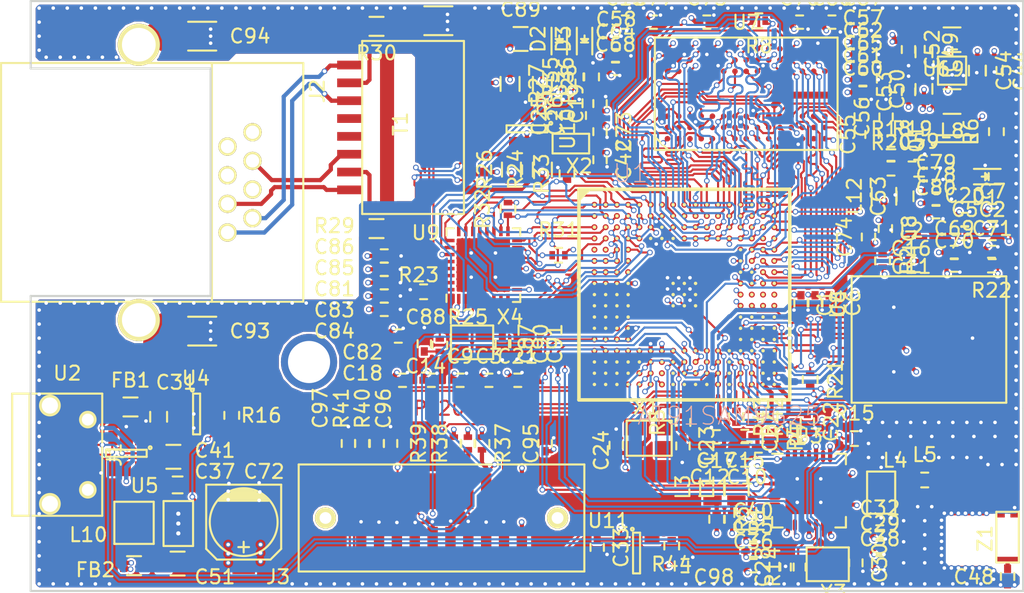
<source format=kicad_pcb>
(kicad_pcb (version 4) (host pcbnew 4.0.2-stable)
  (layers (0 F.Cu signal) (1 In1.Cu signal hide) (2 In2.Cu signal hide) (31 B.Cu signal) (34 B.Paste user hide) (35 F.Paste user) (36 B.SilkS user hide) (37 F.SilkS user) (38 B.Mask user hide) (39 F.Mask user) (44 Edge.Cuts user))
  (net 0 "")
  (net 1 P1V0)
  (net 2 GND)
  (net 3 P3V3)
  (net 4 P1V8)
  (net 5 "Net-(C10-Pad1)")
  (net 6 "Net-(C11-Pad1)")
  (net 7 "Net-(C12-Pad1)")
  (net 8 "Net-(C22-Pad1)")
  (net 9 "Net-(C23-Pad1)")
  (net 10 "Net-(C24-Pad1)")
  (net 11 "Net-(C25-Pad1)")
  (net 12 "Net-(C26-Pad1)")
  (net 13 /DCUPL)
  (net 14 "Net-(C28-Pad1)")
  (net 15 "Net-(C30-Pad1)")
  (net 16 "Net-(C31-Pad1)")
  (net 17 "Net-(C33-Pad1)")
  (net 18 P5V0)
  (net 19 "Net-(C48-Pad1)")
  (net 20 "Net-(C51-Pad1)")
  (net 21 "Net-(D1-Pad1)")
  (net 22 "Net-(J1-Pad4)")
  (net 23 "Net-(L10-Pad1)")
  (net 24 /RBIAS)
  (net 25 /ZB_MISO)
  (net 26 /ZB_MOSI)
  (net 27 /ZB_SCLK)
  (net 28 /ZB_CS_N)
  (net 29 "Net-(R14-Pad2)")
  (net 30 /ZB_RESET_N)
  (net 31 "Net-(R16-Pad2)")
  (net 32 /RST_N)
  (net 33 "Net-(U1-PadA7)")
  (net 34 "Net-(U1-PadA8)")
  (net 35 "Net-(U1-PadB9)")
  (net 36 "Net-(U1-PadC7)")
  (net 37 "Net-(U1-PadC9)")
  (net 38 "Net-(U1-PadD8)")
  (net 39 "Net-(U1-PadD9)")
  (net 40 "Net-(U1-PadD16)")
  (net 41 "Net-(U1-PadD17)")
  (net 42 "Net-(U1-PadE1)")
  (net 43 "Net-(U1-PadE2)")
  (net 44 "Net-(U1-PadE14)")
  (net 45 "Net-(U1-PadF1)")
  (net 46 "Net-(U1-PadF2)")
  (net 47 "Net-(U1-PadF3)")
  (net 48 "Net-(U1-PadF4)")
  (net 49 "Net-(U1-PadG1)")
  (net 50 "Net-(U1-PadG2)")
  (net 51 "Net-(U1-PadG3)")
  (net 52 "Net-(U1-PadG4)")
  (net 53 "Net-(U1-PadH1)")
  (net 54 "Net-(U1-PadH2)")
  (net 55 "Net-(U1-PadH3)")
  (net 56 "Net-(U1-PadH16)")
  (net 57 "Net-(U1-PadJ1)")
  (net 58 "Net-(U1-PadJ2)")
  (net 59 "Net-(U1-PadJ3)")
  (net 60 "Net-(U1-PadJ4)")
  (net 61 "Net-(U1-PadJ15)")
  (net 62 "Net-(U1-PadJ16)")
  (net 63 "Net-(U1-PadJ17)")
  (net 64 "Net-(U1-PadK1)")
  (net 65 "Net-(U1-PadK2)")
  (net 66 "Net-(U1-PadK3)")
  (net 67 "Net-(U1-PadK16)")
  (net 68 "Net-(U1-PadK17)")
  (net 69 "Net-(U1-PadL1)")
  (net 70 "Net-(U1-PadL2)")
  (net 71 "Net-(U1-PadL3)")
  (net 72 "Net-(U1-PadL4)")
  (net 73 "Net-(U1-PadL14)")
  (net 74 "Net-(U1-PadL15)")
  (net 75 "Net-(U1-PadL16)")
  (net 76 "Net-(U1-PadL17)")
  (net 77 "Net-(U1-PadM2)")
  (net 78 "Net-(U1-PadM3)")
  (net 79 "Net-(U1-PadM16)")
  (net 80 "Net-(U1-PadM17)")
  (net 81 "Net-(U1-PadN2)")
  (net 82 "Net-(U1-PadN3)")
  (net 83 "Net-(U1-PadN4)")
  (net 84 "Net-(U1-PadP1)")
  (net 85 "Net-(U1-PadP3)")
  (net 86 "Net-(U1-PadP4)")
  (net 87 "Net-(U1-PadP5)")
  (net 88 "Net-(U1-PadP8)")
  (net 89 "Net-(U1-PadP11)")
  (net 90 "Net-(U1-PadP16)")
  (net 91 "Net-(U1-PadP17)")
  (net 92 "Net-(U1-PadR1)")
  (net 93 "Net-(U1-PadR3)")
  (net 94 "Net-(U1-PadR4)")
  (net 95 "Net-(U1-PadR5)")
  (net 96 "Net-(U1-PadR7)")
  (net 97 "Net-(U1-PadR11)")
  (net 98 "Net-(U1-PadR16)")
  (net 99 "Net-(U1-PadR17)")
  (net 100 "Net-(U1-PadT2)")
  (net 101 "Net-(U1-PadT3)")
  (net 102 "Net-(U1-PadT4)")
  (net 103 "Net-(U1-PadT5)")
  (net 104 "Net-(U1-PadT7)")
  (net 105 "Net-(U1-PadT8)")
  (net 106 "Net-(U1-PadU1)")
  (net 107 "Net-(U1-PadU2)")
  (net 108 "Net-(U1-PadU4)")
  (net 109 "Net-(U1-PadU5)")
  (net 110 "Net-(U1-PadU8)")
  (net 111 "Net-(U1-PadU9)")
  (net 112 "Net-(R5-Pad2)")
  (net 113 "Net-(U2-Pad4)")
  (net 114 "Net-(U2-Pad6)")
  (net 115 "Net-(U3-Pad10)")
  (net 116 "Net-(U3-Pad15)")
  (net 117 "Net-(U3-Pad18)")
  (net 118 "Net-(U3-Pad21)")
  (net 119 /ZB_VREG_EN)
  (net 120 "Net-(U5-Pad6)")
  (net 121 /USB_VBUS)
  (net 122 "Net-(U7-PadA8)")
  (net 123 "Net-(U7-PadE8)")
  (net 124 /DDR_VREF)
  (net 125 "Net-(C55-Pad2)")
  (net 126 "Net-(C59-Pad1)")
  (net 127 /UDQS)
  (net 128 /LDM)
  (net 129 /LDQS)
  (net 130 /WE_N)
  (net 131 /DQ14)
  (net 132 /DQ12)
  (net 133 /DQ8)
  (net 134 /DQ2)
  (net 135 /DQ4)
  (net 136 /CS_N)
  (net 137 /UDM)
  (net 138 /RAS_N)
  (net 139 /CKE)
  (net 140 /DQ13)
  (net 141 /DQ7)
  (net 142 /DQ5)
  (net 143 /DQ3)
  (net 144 /BA1)
  (net 145 /SDA10)
  (net 146 /CAS_N)
  (net 147 /CK_N)
  (net 148 /DQ15)
  (net 149 /DQ11)
  (net 150 /DQ6)
  (net 151 /DQ9)
  (net 152 /BA0)
  (net 153 /A13)
  (net 154 /DQ10)
  (net 155 /DQ0)
  (net 156 /DQ1)
  (net 157 /BA2)
  (net 158 /A14)
  (net 159 /A7)
  (net 160 /A11)
  (net 161 /A8)
  (net 162 /A6)
  (net 163 /A10)
  (net 164 /A9)
  (net 165 /A5)
  (net 166 /A4)
  (net 167 /A2)
  (net 168 /A3)
  (net 169 /NAND_D6)
  (net 170 /NAND_D2)
  (net 171 /NAND_D7)
  (net 172 /NAND_D0)
  (net 173 /NAND_D5)
  (net 174 /NAND_D3)
  (net 175 /NAND_D4)
  (net 176 /NAND_CS_N)
  (net 177 /NAND_OE)
  (net 178 /NAND_WAIT)
  (net 179 /NAND_CLE)
  (net 180 /NAND_ALE)
  (net 181 /NAND_WE)
  (net 182 /NAND_D1)
  (net 183 "Net-(R22-Pad2)")
  (net 184 /CK_P)
  (net 185 "Net-(J2-Pad1)")
  (net 186 "Net-(J2-Pad2)")
  (net 187 "Net-(J2-Pad3)")
  (net 188 "Net-(J2-Pad4)")
  (net 189 "Net-(J2-Pad5)")
  (net 190 "Net-(J2-Pad6)")
  (net 191 "Net-(J2-Pad7)")
  (net 192 "Net-(J2-Pad8)")
  (net 193 "Net-(L1-Pad1)")
  (net 194 "Net-(L2-Pad1)")
  (net 195 "Net-(L3-Pad1)")
  (net 196 "Net-(T1-Pad4)")
  (net 197 "Net-(T1-Pad5)")
  (net 198 "Net-(T1-Pad12)")
  (net 199 "Net-(T1-Pad13)")
  (net 200 "Net-(L8-Pad1)")
  (net 201 "Net-(L9-Pad1)")
  (net 202 "Net-(C87-Pad1)")
  (net 203 "Net-(C88-Pad1)")
  (net 204 /CR)
  (net 205 "Net-(C92-Pad1)")
  (net 206 "Net-(C93-Pad1)")
  (net 207 "Net-(C94-Pad1)")
  (net 208 "Net-(R23-Pad1)")
  (net 209 "Net-(R24-Pad2)")
  (net 210 "Net-(R25-Pad1)")
  (net 211 "Net-(R26-Pad2)")
  (net 212 "Net-(R27-Pad2)")
  (net 213 "Net-(R28-Pad2)")
  (net 214 "Net-(R29-Pad2)")
  (net 215 "Net-(R30-Pad2)")
  (net 216 /ENET_RXCLK)
  (net 217 /ENET_RXD3)
  (net 218 /ENET_RXD2)
  (net 219 /ENET_RXD1)
  (net 220 /ENET_RXD0)
  (net 221 /ENET_RXER)
  (net 222 /ENET_CRS)
  (net 223 /ENET_MDIO)
  (net 224 /ENET_MDC)
  (net 225 /ENET_TXER)
  (net 226 /ENET_RST_N)
  (net 227 /ENET_TXCLK)
  (net 228 /ENET_TXEN)
  (net 229 /ENET_TXD0)
  (net 230 /ENET_TXD1)
  (net 231 /ENET_TXD2)
  (net 232 /ENET_TXD3)
  (net 233 /ENET_RXDV)
  (net 234 "Net-(C96-Pad1)")
  (net 235 "Net-(C97-Pad1)")
  (net 236 "Net-(D2-Pad1)")
  (net 237 "Net-(D3-Pad1)")
  (net 238 /JTAG_TDO)
  (net 239 /JTAG_RTCK)
  (net 240 /JTAG_TCK)
  (net 241 /JTAG_TMS)
  (net 242 /JTAG_TDI)
  (net 243 /JTAG_TRST_N)
  (net 244 "Net-(R34-Pad1)")
  (net 245 "Net-(R35-Pad1)")
  (net 246 /DRX)
  (net 247 /DTX)
  (net 248 /ENET_COL)
  (net 249 /DHSDM)
  (net 250 /DHSDP)
  (net 251 "Net-(Q1-Pad2)")
  (net 252 "Net-(Q1-Pad3)")
  (net 253 "Net-(Q1-Pad5)")
  (net 254 "Net-(R42-Pad2)")
  (net 255 "Net-(R43-Pad2)")
  (net 256 /ZB_SFD)
  (net 257 /ZB_CCA)
  (net 258 /ZB_FIFO_H)
  (net 259 /ZB_FIFO_L)
  (net 260 "Net-(L4-Pad1)")
  (net 261 "Net-(L4-Pad3)")
  (net 262 "Net-(L4-Pad4)")
  (net 263 "Net-(L5-Pad2)")
  (module Housings_DFN_QFN:QFN-28-1EP_5x5mm_Pitch0.5mm (layer F.Cu) (at 179.767951 114.855283)
    (fp_text reference U3 (at 0 -3.875) (layer F.SilkS))
    (fp_text value CC2520)
    (pad 1 smd oval (at -2.45 -1.5) (size 0.85 0.3) (layers F.Cu F.Paste F.Mask) (net 25 /ZB_MISO))
    (pad 2 smd oval (at -2.45 -1) (size 0.85 0.3) (layers F.Cu F.Paste F.Mask) (net 26 /ZB_MOSI))
    (pad 3 smd oval (at -2.45 -0.5) (size 0.85 0.3) (layers F.Cu F.Paste F.Mask) (net 28 /ZB_CS_N))
    (pad 4 smd oval (at -2.45 0) (size 0.85 0.3) (layers F.Cu F.Paste F.Mask) (net 2 GND))
    (pad 5 smd oval (at -2.45 0.5) (size 0.85 0.3) (layers F.Cu F.Paste F.Mask) (net 256 /ZB_SFD))
    (pad 6 smd oval (at -2.45 1) (size 0.85 0.3) (layers F.Cu F.Paste F.Mask) (net 257 /ZB_CCA))
    (pad 7 smd oval (at -2.45 1.5) (size 0.85 0.3) (layers F.Cu F.Paste F.Mask) (net 258 /ZB_FIFO_H))
    (pad 8 smd oval (at -1.5 2.45 90) (size 0.85 0.3) (layers F.Cu F.Paste F.Mask) (net 3 P3V3))
    (pad 9 smd oval (at -1 2.45 90) (size 0.85 0.3) (layers F.Cu F.Paste F.Mask) (net 259 /ZB_FIFO_L))
    (pad 10 smd oval (at -0.5 2.45 90) (size 0.85 0.3) (layers F.Cu F.Paste F.Mask) (net 115 "Net-(U3-Pad10)"))
    (pad 11 smd oval (at 0 2.45 90) (size 0.85 0.3) (layers F.Cu F.Paste F.Mask) (net 3 P3V3))
    (pad 12 smd oval (at 0.5 2.45 90) (size 0.85 0.3) (layers F.Cu F.Paste F.Mask) (net 29 "Net-(R14-Pad2)"))
    (pad 13 smd oval (at 1 2.45 90) (size 0.85 0.3) (layers F.Cu F.Paste F.Mask) (net 15 "Net-(C30-Pad1)"))
    (pad 14 smd oval (at 1.5 2.45 90) (size 0.85 0.3) (layers F.Cu F.Paste F.Mask) (net 3 P3V3))
    (pad 15 smd oval (at 2.45 1.5) (size 0.85 0.3) (layers F.Cu F.Paste F.Mask) (net 116 "Net-(U3-Pad15)"))
    (pad 16 smd oval (at 2.45 1) (size 0.85 0.3) (layers F.Cu F.Paste F.Mask) (net 3 P3V3))
    (pad 17 smd oval (at 2.45 0.5) (size 0.85 0.3) (layers F.Cu F.Paste F.Mask) (net 262 "Net-(L4-Pad4)"))
    (pad 18 smd oval (at 2.45 0) (size 0.85 0.3) (layers F.Cu F.Paste F.Mask) (net 117 "Net-(U3-Pad18)"))
    (pad 19 smd oval (at 2.45 -0.5) (size 0.85 0.3) (layers F.Cu F.Paste F.Mask) (net 261 "Net-(L4-Pad3)"))
    (pad 20 smd oval (at 2.45 -1) (size 0.85 0.3) (layers F.Cu F.Paste F.Mask) (net 3 P3V3))
    (pad 21 smd oval (at 2.45 -1.5) (size 0.85 0.3) (layers F.Cu F.Paste F.Mask) (net 118 "Net-(U3-Pad21)"))
    (pad 22 smd oval (at 1.5 -2.45 90) (size 0.85 0.3) (layers F.Cu F.Paste F.Mask) (net 3 P3V3))
    (pad 23 smd oval (at 1 -2.45 90) (size 0.85 0.3) (layers F.Cu F.Paste F.Mask) (net 24 /RBIAS))
    (pad 24 smd oval (at 0.5 -2.45 90) (size 0.85 0.3) (layers F.Cu F.Paste F.Mask) (net 3 P3V3))
    (pad 25 smd oval (at 0 -2.45 90) (size 0.85 0.3) (layers F.Cu F.Paste F.Mask) (net 30 /ZB_RESET_N))
    (pad 26 smd oval (at -0.5 -2.45 90) (size 0.85 0.3) (layers F.Cu F.Paste F.Mask) (net 119 /ZB_VREG_EN))
    (pad 27 smd oval (at -1 -2.45 90) (size 0.85 0.3) (layers F.Cu F.Paste F.Mask) (net 13 /DCUPL))
    (pad 28 smd oval (at -1.5 -2.45 90) (size 0.85 0.3) (layers F.Cu F.Paste F.Mask) (net 27 /ZB_SCLK))
    (pad 29 smd rect (at 0.8375 0.8375) (size 1.675 1.675) (layers F.Cu F.Paste F.Mask) (net 2 GND))
    (pad 29 smd rect (at 0.8375 -0.8375) (size 1.675 1.675) (layers F.Cu F.Paste F.Mask) (net 2 GND))
    (pad 29 smd rect (at -0.8375 0.8375) (size 1.675 1.675) (layers F.Cu F.Paste F.Mask) (net 2 GND))
    (pad 29 smd rect (at -0.8375 -0.8375) (size 1.675 1.675) (layers F.Cu F.Paste F.Mask) (net 2 GND))
  )
  (module Jonas:RJE72-188-1401 (layer F.Cu) (at 139.29 92.91 270)
    (fp_text reference J2 (at -6.5 -5.5 270) (layer F.SilkS))
    (fp_text value RJE72-188-1401)
    (pad 1 thru_hole circle (at 3.57 0.89 270) (size 1.3 1.3) (drill 0.95) (layers *.Cu *.Mask F.SilkS) (net 185 "Net-(J2-Pad1)"))
    (pad 2 thru_hole circle (at 2.55 -0.89 270) (size 1.3 1.3) (drill 0.95) (layers *.Cu *.Mask F.SilkS) (net 186 "Net-(J2-Pad2)"))
    (pad 3 thru_hole circle (at 1.53 0.89 270) (size 1.3 1.3) (drill 0.95) (layers *.Cu *.Mask F.SilkS) (net 187 "Net-(J2-Pad3)"))
    (pad 4 thru_hole circle (at 0.51 -0.89 270) (size 1.3 1.3) (drill 0.95) (layers *.Cu *.Mask F.SilkS) (net 188 "Net-(J2-Pad4)"))
    (pad 5 thru_hole circle (at -0.51 0.89 270) (size 1.3 1.3) (drill 0.95) (layers *.Cu *.Mask F.SilkS) (net 189 "Net-(J2-Pad5)"))
    (pad 6 thru_hole circle (at -1.53 -0.89 270) (size 1.3 1.3) (drill 0.95) (layers *.Cu *.Mask F.SilkS) (net 190 "Net-(J2-Pad6)"))
    (pad 7 thru_hole circle (at -2.55 0.89 270) (size 1.3 1.3) (drill 0.95) (layers *.Cu *.Mask F.SilkS) (net 191 "Net-(J2-Pad7)"))
    (pad 8 thru_hole circle (at -3.57 -0.89 270) (size 1.3 1.3) (drill 0.95) (layers *.Cu *.Mask F.SilkS) (net 192 "Net-(J2-Pad8)"))
    (pad 9 thru_hole circle (at 9.8 7.2 270) (size 3 3) (drill 2.4) (layers *.Cu *.Mask F.SilkS) (net 206 "Net-(C93-Pad1)"))
    (pad 10 thru_hole circle (at -9.8 7.2 270) (size 3 3) (drill 2.4) (layers *.Cu *.Mask F.SilkS) (net 207 "Net-(C94-Pad1)"))
  )
  (module Jonas:TFM-110-02-S-D-WT (layer F.Cu) (at 153.625 116.805)
    (fp_text reference J3 (at -11.625 4.195) (layer F.SilkS))
    (fp_text value CONN_02X10)
    (pad 1 smd rect (at -5.715 1.905) (size 0.74 2.55) (layers F.Cu F.Paste F.Mask) (net 2 GND))
    (pad 2 smd rect (at -5.715 -1.905) (size 0.74 2.55) (layers F.Cu F.Paste F.Mask) (net 235 "Net-(C97-Pad1)"))
    (pad 3 smd rect (at -4.445 1.905) (size 0.74 2.55) (layers F.Cu F.Paste F.Mask) (net 2 GND))
    (pad 4 smd rect (at -4.445 -1.905) (size 0.74 2.55) (layers F.Cu F.Paste F.Mask) (net 234 "Net-(C96-Pad1)"))
    (pad 5 smd rect (at -3.175 1.905) (size 0.74 2.55) (layers F.Cu F.Paste F.Mask) (net 2 GND))
    (pad 6 smd rect (at -3.175 -1.905) (size 0.74 2.55) (layers F.Cu F.Paste F.Mask) (net 32 /RST_N))
    (pad 7 smd rect (at -1.905 1.905) (size 0.74 2.55) (layers F.Cu F.Paste F.Mask) (net 2 GND))
    (pad 8 smd rect (at -1.905 -1.905) (size 0.74 2.55) (layers F.Cu F.Paste F.Mask) (net 238 /JTAG_TDO))
    (pad 9 smd rect (at -0.635 1.905) (size 0.74 2.55) (layers F.Cu F.Paste F.Mask) (net 2 GND))
    (pad 10 smd rect (at -0.635 -1.905) (size 0.74 2.55) (layers F.Cu F.Paste F.Mask) (net 239 /JTAG_RTCK))
    (pad 11 smd rect (at 0.635 1.905) (size 0.74 2.55) (layers F.Cu F.Paste F.Mask) (net 2 GND))
    (pad 12 smd rect (at 0.635 -1.905) (size 0.74 2.55) (layers F.Cu F.Paste F.Mask) (net 240 /JTAG_TCK))
    (pad 13 smd rect (at 1.905 1.905) (size 0.74 2.55) (layers F.Cu F.Paste F.Mask) (net 2 GND))
    (pad 14 smd rect (at 1.905 -1.905) (size 0.74 2.55) (layers F.Cu F.Paste F.Mask) (net 241 /JTAG_TMS))
    (pad 15 smd rect (at 3.175 1.905) (size 0.74 2.55) (layers F.Cu F.Paste F.Mask) (net 2 GND))
    (pad 16 smd rect (at 3.175 -1.905) (size 0.74 2.55) (layers F.Cu F.Paste F.Mask) (net 242 /JTAG_TDI))
    (pad 17 smd rect (at 4.445 1.905) (size 0.74 2.55) (layers F.Cu F.Paste F.Mask) (net 2 GND))
    (pad 18 smd rect (at 4.445 -1.905) (size 0.74 2.55) (layers F.Cu F.Paste F.Mask) (net 243 /JTAG_TRST_N))
    (pad 19 smd rect (at 5.715 1.905) (size 0.74 2.55) (layers F.Cu F.Paste F.Mask) (net 3 P3V3))
    (pad 20 smd rect (at 5.715 -1.905) (size 0.74 2.55) (layers F.Cu F.Paste F.Mask) (net 3 P3V3))
    (pad 0 thru_hole circle (at 8.255 0) (size 1.5 1.5) (drill 0.84) (layers *.Cu *.Mask F.SilkS))
    (pad 0 thru_hole circle (at -8.255 0) (size 1.5 1.5) (drill 0.84) (layers *.Cu *.Mask F.SilkS))
  )
  (module Resistors_SMD:R_0402 (layer F.Cu) (at 175.6 109.6 270)
    (fp_text reference R42 (at 0 -1.8 270) (layer F.SilkS))
    (fp_text value R0402_39R)
    (pad 1 smd rect (at -0.45 0 270) (size 0.4 0.6) (layers F.Cu F.Paste F.Mask) (net 249 /DHSDM))
    (pad 2 smd rect (at 0.45 0 270) (size 0.4 0.6) (layers F.Cu F.Paste F.Mask) (net 254 "Net-(R42-Pad2)"))
  )
  (module Jonas:217LFBGA (layer F.Cu) (at 170.9 100.9)
    (fp_text reference U1 (at -3.8227 -8.63346) (layer B.SilkS) (effects (font (size 1.27 1.27) (thickness 0.0889))))
    (fp_text value AT91SAM9G25 (at 3.1877 8.63346 180) (layer B.SilkS) (effects (font (size 1.27 1.27) (thickness 0.0889))))
    (pad A1 smd circle (at -6.39826 -6.39826) (size 0.42926 0.42926) (layers F.Cu F.Paste F.Mask) (net 222 /ENET_CRS))
    (pad A2 smd circle (at -5.59816 -6.39826) (size 0.42926 0.42926) (layers F.Cu F.Paste F.Mask) (net 218 /ENET_RXD2))
    (pad A3 smd circle (at -4.79806 -6.39826) (size 0.42926 0.42926) (layers F.Cu F.Paste F.Mask) (net 231 /ENET_TXD2))
    (pad A4 smd circle (at -3.99796 -6.39826) (size 0.42926 0.42926) (layers F.Cu F.Paste F.Mask) (net 3 P3V3))
    (pad A5 smd circle (at -3.19786 -6.39826) (size 0.42926 0.42926) (layers F.Cu F.Paste F.Mask) (net 11 "Net-(C25-Pad1)"))
    (pad A6 smd circle (at -2.39776 -6.39826) (size 0.42926 0.42926) (layers F.Cu F.Paste F.Mask) (net 12 "Net-(C26-Pad1)"))
    (pad A7 smd circle (at -1.59766 -6.39826) (size 0.42926 0.42926) (layers F.Cu F.Paste F.Mask) (net 33 "Net-(U1-PadA7)"))
    (pad A8 smd circle (at -0.79756 -6.39826) (size 0.42926 0.42926) (layers F.Cu F.Paste F.Mask) (net 34 "Net-(U1-PadA8)"))
    (pad A9 smd circle (at 0 -6.39826) (size 0.42926 0.42926) (layers F.Cu F.Paste F.Mask) (net 127 /UDQS))
    (pad A10 smd circle (at 0.79756 -6.39826) (size 0.42926 0.42926) (layers F.Cu F.Paste F.Mask) (net 128 /LDM))
    (pad A11 smd circle (at 1.59766 -6.39826) (size 0.42926 0.42926) (layers F.Cu F.Paste F.Mask) (net 129 /LDQS))
    (pad A12 smd circle (at 2.39776 -6.39826) (size 0.42926 0.42926) (layers F.Cu F.Paste F.Mask) (net 130 /WE_N))
    (pad A13 smd circle (at 3.19786 -6.39826) (size 0.42926 0.42926) (layers F.Cu F.Paste F.Mask) (net 131 /DQ14))
    (pad A14 smd circle (at 3.99796 -6.39826) (size 0.42926 0.42926) (layers F.Cu F.Paste F.Mask) (net 132 /DQ12))
    (pad A15 smd circle (at 4.79806 -6.39826) (size 0.42926 0.42926) (layers F.Cu F.Paste F.Mask) (net 133 /DQ8))
    (pad A16 smd circle (at 5.59816 -6.39826) (size 0.42926 0.42926) (layers F.Cu F.Paste F.Mask) (net 134 /DQ2))
    (pad A17 smd circle (at 6.39826 -6.39826) (size 0.42926 0.42926) (layers F.Cu F.Paste F.Mask) (net 135 /DQ4))
    (pad B1 smd circle (at -6.39826 -5.59816) (size 0.42926 0.42926) (layers F.Cu F.Paste F.Mask) (net 248 /ENET_COL))
    (pad B2 smd circle (at -5.59816 -5.59816) (size 0.42926 0.42926) (layers F.Cu F.Paste F.Mask) (net 230 /ENET_TXD1))
    (pad B3 smd circle (at -4.79806 -5.59816) (size 0.42926 0.42926) (layers F.Cu F.Paste F.Mask) (net 224 /ENET_MDC))
    (pad B4 smd circle (at -3.99796 -5.59816) (size 0.42926 0.42926) (layers F.Cu F.Paste F.Mask) (net 232 /ENET_TXD3))
    (pad B5 smd circle (at -3.19786 -5.59816) (size 0.42926 0.42926) (layers F.Cu F.Paste F.Mask) (net 3 P3V3))
    (pad B6 smd circle (at -2.39776 -5.59816) (size 0.42926 0.42926) (layers F.Cu F.Paste F.Mask) (net 2 GND))
    (pad B7 smd circle (at -1.59766 -5.59816) (size 0.42926 0.42926) (layers F.Cu F.Paste F.Mask) (net 2 GND))
    (pad B8 smd circle (at -0.79756 -5.59816) (size 0.42926 0.42926) (layers F.Cu F.Paste F.Mask) (net 136 /CS_N))
    (pad B9 smd circle (at 0 -5.59816) (size 0.42926 0.42926) (layers F.Cu F.Paste F.Mask) (net 35 "Net-(U1-PadB9)"))
    (pad B10 smd circle (at 0.79756 -5.59816) (size 0.42926 0.42926) (layers F.Cu F.Paste F.Mask) (net 137 /UDM))
    (pad B11 smd circle (at 1.59766 -5.59816) (size 0.42926 0.42926) (layers F.Cu F.Paste F.Mask) (net 138 /RAS_N))
    (pad B12 smd circle (at 2.39776 -5.59816) (size 0.42926 0.42926) (layers F.Cu F.Paste F.Mask) (net 139 /CKE))
    (pad B13 smd circle (at 3.19786 -5.59816) (size 0.42926 0.42926) (layers F.Cu F.Paste F.Mask) (net 140 /DQ13))
    (pad B14 smd circle (at 3.99796 -5.59816) (size 0.42926 0.42926) (layers F.Cu F.Paste F.Mask) (net 141 /DQ7))
    (pad B15 smd circle (at 4.79806 -5.59816) (size 0.42926 0.42926) (layers F.Cu F.Paste F.Mask) (net 142 /DQ5))
    (pad B16 smd circle (at 5.59816 -5.59816) (size 0.42926 0.42926) (layers F.Cu F.Paste F.Mask) (net 143 /DQ3))
    (pad B17 smd circle (at 6.39826 -5.59816) (size 0.42926 0.42926) (layers F.Cu F.Paste F.Mask) (net 144 /BA1))
    (pad C1 smd circle (at -6.39826 -4.79806) (size 0.42926 0.42926) (layers F.Cu F.Paste F.Mask) (net 229 /ENET_TXD0))
    (pad C2 smd circle (at -5.59816 -4.79806) (size 0.42926 0.42926) (layers F.Cu F.Paste F.Mask) (net 228 /ENET_TXEN))
    (pad C3 smd circle (at -4.79806 -4.79806) (size 0.42926 0.42926) (layers F.Cu F.Paste F.Mask) (net 216 /ENET_RXCLK))
    (pad C4 smd circle (at -3.99796 -4.79806) (size 0.42926 0.42926) (layers F.Cu F.Paste F.Mask) (net 217 /ENET_RXD3))
    (pad C5 smd circle (at -3.19786 -4.79806) (size 0.42926 0.42926) (layers F.Cu F.Paste F.Mask) (net 225 /ENET_TXER))
    (pad C6 smd circle (at -2.39776 -4.79806) (size 0.42926 0.42926) (layers F.Cu F.Paste F.Mask) (net 3 P3V3))
    (pad C7 smd circle (at -1.59766 -4.79806) (size 0.42926 0.42926) (layers F.Cu F.Paste F.Mask) (net 36 "Net-(U1-PadC7)"))
    (pad C8 smd circle (at -0.79756 -4.79806) (size 0.42926 0.42926) (layers F.Cu F.Paste F.Mask) (net 145 /SDA10))
    (pad C9 smd circle (at 0 -4.79806) (size 0.42926 0.42926) (layers F.Cu F.Paste F.Mask) (net 37 "Net-(U1-PadC9)"))
    (pad C10 smd circle (at 0.79756 -4.79806) (size 0.42926 0.42926) (layers F.Cu F.Paste F.Mask) (net 146 /CAS_N))
    (pad C11 smd circle (at 1.59766 -4.79806) (size 0.42926 0.42926) (layers F.Cu F.Paste F.Mask) (net 147 /CK_N))
    (pad C12 smd circle (at 2.39776 -4.79806) (size 0.42926 0.42926) (layers F.Cu F.Paste F.Mask) (net 148 /DQ15))
    (pad C13 smd circle (at 3.19786 -4.79806) (size 0.42926 0.42926) (layers F.Cu F.Paste F.Mask) (net 149 /DQ11))
    (pad C14 smd circle (at 3.99796 -4.79806) (size 0.42926 0.42926) (layers F.Cu F.Paste F.Mask) (net 150 /DQ6))
    (pad C15 smd circle (at 4.79806 -4.79806) (size 0.42926 0.42926) (layers F.Cu F.Paste F.Mask) (net 151 /DQ9))
    (pad C16 smd circle (at 5.59816 -4.79806) (size 0.42926 0.42926) (layers F.Cu F.Paste F.Mask) (net 152 /BA0))
    (pad C17 smd circle (at 6.39826 -4.79806) (size 0.42926 0.42926) (layers F.Cu F.Paste F.Mask) (net 153 /A13))
    (pad D1 smd circle (at -6.39826 -3.99796) (size 0.42926 0.42926) (layers F.Cu F.Paste F.Mask) (net 227 /ENET_TXCLK))
    (pad D2 smd circle (at -5.59816 -3.99796) (size 0.42926 0.42926) (layers F.Cu F.Paste F.Mask) (net 221 /ENET_RXER))
    (pad D3 smd circle (at -4.79806 -3.99796) (size 0.42926 0.42926) (layers F.Cu F.Paste F.Mask) (net 220 /ENET_RXD0))
    (pad D4 smd circle (at -3.99796 -3.99796) (size 0.42926 0.42926) (layers F.Cu F.Paste F.Mask) (net 219 /ENET_RXD1))
    (pad D5 smd circle (at -3.19786 -3.99796) (size 0.42926 0.42926) (layers F.Cu F.Paste F.Mask) (net 226 /ENET_RST_N))
    (pad D6 smd circle (at -2.39776 -3.99796) (size 0.42926 0.42926) (layers F.Cu F.Paste F.Mask) (net 2 GND))
    (pad D7 smd circle (at -1.59766 -3.99796) (size 0.42926 0.42926) (layers F.Cu F.Paste F.Mask) (net 2 GND))
    (pad D8 smd circle (at -0.79756 -3.99796) (size 0.42926 0.42926) (layers F.Cu F.Paste F.Mask) (net 38 "Net-(U1-PadD8)"))
    (pad D9 smd circle (at 0 -3.99796) (size 0.42926 0.42926) (layers F.Cu F.Paste F.Mask) (net 39 "Net-(U1-PadD9)"))
    (pad D10 smd circle (at 0.79756 -3.99796) (size 0.42926 0.42926) (layers F.Cu F.Paste F.Mask) (net 4 P1V8))
    (pad D11 smd circle (at 1.59766 -3.99796) (size 0.42926 0.42926) (layers F.Cu F.Paste F.Mask) (net 184 /CK_P))
    (pad D12 smd circle (at 2.39776 -3.99796) (size 0.42926 0.42926) (layers F.Cu F.Paste F.Mask) (net 154 /DQ10))
    (pad D13 smd circle (at 3.19786 -3.99796) (size 0.42926 0.42926) (layers F.Cu F.Paste F.Mask) (net 4 P1V8))
    (pad D14 smd circle (at 3.99796 -3.99796) (size 0.42926 0.42926) (layers F.Cu F.Paste F.Mask) (net 155 /DQ0))
    (pad D15 smd circle (at 4.79806 -3.99796) (size 0.42926 0.42926) (layers F.Cu F.Paste F.Mask) (net 156 /DQ1))
    (pad D16 smd circle (at 5.59816 -3.99796) (size 0.42926 0.42926) (layers F.Cu F.Paste F.Mask) (net 40 "Net-(U1-PadD16)"))
    (pad D17 smd circle (at 6.39826 -3.99796) (size 0.42926 0.42926) (layers F.Cu F.Paste F.Mask) (net 41 "Net-(U1-PadD17)"))
    (pad E1 smd circle (at -6.39826 -3.19786) (size 0.42926 0.42926) (layers F.Cu F.Paste F.Mask) (net 42 "Net-(U1-PadE1)"))
    (pad E2 smd circle (at -5.59816 -3.19786) (size 0.42926 0.42926) (layers F.Cu F.Paste F.Mask) (net 43 "Net-(U1-PadE2)"))
    (pad E3 smd circle (at -4.79806 -3.19786) (size 0.42926 0.42926) (layers F.Cu F.Paste F.Mask) (net 223 /ENET_MDIO))
    (pad E4 smd circle (at -3.99796 -3.19786) (size 0.42926 0.42926) (layers F.Cu F.Paste F.Mask) (net 233 /ENET_RXDV))
    (pad E14 smd circle (at 3.99796 -3.19786) (size 0.42926 0.42926) (layers F.Cu F.Paste F.Mask) (net 44 "Net-(U1-PadE14)"))
    (pad E15 smd circle (at 4.79806 -3.19786) (size 0.42926 0.42926) (layers F.Cu F.Paste F.Mask) (net 157 /BA2))
    (pad E16 smd circle (at 5.59816 -3.19786) (size 0.42926 0.42926) (layers F.Cu F.Paste F.Mask) (net 158 /A14))
    (pad E17 smd circle (at 6.39826 -3.19786) (size 0.42926 0.42926) (layers F.Cu F.Paste F.Mask) (net 159 /A7))
    (pad F1 smd circle (at -6.39826 -2.39776) (size 0.42926 0.42926) (layers F.Cu F.Paste F.Mask) (net 45 "Net-(U1-PadF1)"))
    (pad F2 smd circle (at -5.59816 -2.39776) (size 0.42926 0.42926) (layers F.Cu F.Paste F.Mask) (net 46 "Net-(U1-PadF2)"))
    (pad F3 smd circle (at -4.79806 -2.39776) (size 0.42926 0.42926) (layers F.Cu F.Paste F.Mask) (net 47 "Net-(U1-PadF3)"))
    (pad F4 smd circle (at -3.99796 -2.39776) (size 0.42926 0.42926) (layers F.Cu F.Paste F.Mask) (net 48 "Net-(U1-PadF4)"))
    (pad F14 smd circle (at 3.99796 -2.39776) (size 0.42926 0.42926) (layers F.Cu F.Paste F.Mask) (net 4 P1V8))
    (pad F15 smd circle (at 4.79806 -2.39776) (size 0.42926 0.42926) (layers F.Cu F.Paste F.Mask) (net 160 /A11))
    (pad F16 smd circle (at 5.59816 -2.39776) (size 0.42926 0.42926) (layers F.Cu F.Paste F.Mask) (net 161 /A8))
    (pad F17 smd circle (at 6.39826 -2.39776) (size 0.42926 0.42926) (layers F.Cu F.Paste F.Mask) (net 162 /A6))
    (pad G1 smd circle (at -6.39826 -1.59766) (size 0.42926 0.42926) (layers F.Cu F.Paste F.Mask) (net 49 "Net-(U1-PadG1)"))
    (pad G2 smd circle (at -5.59816 -1.59766) (size 0.42926 0.42926) (layers F.Cu F.Paste F.Mask) (net 50 "Net-(U1-PadG2)"))
    (pad G3 smd circle (at -4.79806 -1.59766) (size 0.42926 0.42926) (layers F.Cu F.Paste F.Mask) (net 51 "Net-(U1-PadG3)"))
    (pad G4 smd circle (at -3.99796 -1.59766) (size 0.42926 0.42926) (layers F.Cu F.Paste F.Mask) (net 52 "Net-(U1-PadG4)"))
    (pad G14 smd circle (at 3.99796 -1.59766) (size 0.42926 0.42926) (layers F.Cu F.Paste F.Mask) (net 163 /A10))
    (pad G15 smd circle (at 4.79806 -1.59766) (size 0.42926 0.42926) (layers F.Cu F.Paste F.Mask) (net 164 /A9))
    (pad G16 smd circle (at 5.59816 -1.59766) (size 0.42926 0.42926) (layers F.Cu F.Paste F.Mask) (net 165 /A5))
    (pad G17 smd circle (at 6.39826 -1.59766) (size 0.42926 0.42926) (layers F.Cu F.Paste F.Mask) (net 166 /A4))
    (pad H1 smd circle (at -6.39826 -0.79756) (size 0.42926 0.42926) (layers F.Cu F.Paste F.Mask) (net 53 "Net-(U1-PadH1)"))
    (pad H2 smd circle (at -5.59816 -0.79756) (size 0.42926 0.42926) (layers F.Cu F.Paste F.Mask) (net 54 "Net-(U1-PadH2)"))
    (pad H3 smd circle (at -4.79806 -0.79756) (size 0.42926 0.42926) (layers F.Cu F.Paste F.Mask) (net 55 "Net-(U1-PadH3)"))
    (pad H4 smd circle (at -3.99796 -0.79756) (size 0.42926 0.42926) (layers F.Cu F.Paste F.Mask) (net 3 P3V3))
    (pad H8 smd circle (at -0.79756 -0.79756) (size 0.42926 0.42926) (layers F.Cu F.Paste F.Mask) (net 2 GND))
    (pad H9 smd circle (at 0 -0.79756) (size 0.42926 0.42926) (layers F.Cu F.Paste F.Mask) (net 2 GND))
    (pad H10 smd circle (at 0.79756 -0.79756) (size 0.42926 0.42926) (layers F.Cu F.Paste F.Mask) (net 2 GND))
    (pad H14 smd circle (at 3.99796 -0.79756) (size 0.42926 0.42926) (layers F.Cu F.Paste F.Mask) (net 1 P1V0))
    (pad H15 smd circle (at 4.79806 -0.79756) (size 0.42926 0.42926) (layers F.Cu F.Paste F.Mask) (net 167 /A2))
    (pad H16 smd circle (at 5.59816 -0.79756) (size 0.42926 0.42926) (layers F.Cu F.Paste F.Mask) (net 56 "Net-(U1-PadH16)"))
    (pad H17 smd circle (at 6.39826 -0.79756) (size 0.42926 0.42926) (layers F.Cu F.Paste F.Mask) (net 168 /A3))
    (pad J1 smd circle (at -6.39826 0) (size 0.42926 0.42926) (layers F.Cu F.Paste F.Mask) (net 57 "Net-(U1-PadJ1)"))
    (pad J2 smd circle (at -5.59816 0) (size 0.42926 0.42926) (layers F.Cu F.Paste F.Mask) (net 58 "Net-(U1-PadJ2)"))
    (pad J3 smd circle (at -4.79806 0) (size 0.42926 0.42926) (layers F.Cu F.Paste F.Mask) (net 59 "Net-(U1-PadJ3)"))
    (pad J4 smd circle (at -3.99796 0) (size 0.42926 0.42926) (layers F.Cu F.Paste F.Mask) (net 60 "Net-(U1-PadJ4)"))
    (pad J8 smd circle (at -0.79756 0) (size 0.42926 0.42926) (layers F.Cu F.Paste F.Mask) (net 2 GND))
    (pad J9 smd circle (at 0 0) (size 0.42926 0.42926) (layers F.Cu F.Paste F.Mask) (net 2 GND))
    (pad J10 smd circle (at 0.79756 0) (size 0.42926 0.42926) (layers F.Cu F.Paste F.Mask) (net 2 GND))
    (pad J14 smd circle (at 3.99796 0) (size 0.42926 0.42926) (layers F.Cu F.Paste F.Mask) (net 3 P3V3))
    (pad J15 smd circle (at 4.79806 0) (size 0.42926 0.42926) (layers F.Cu F.Paste F.Mask) (net 61 "Net-(U1-PadJ15)"))
    (pad J16 smd circle (at 5.59816 0) (size 0.42926 0.42926) (layers F.Cu F.Paste F.Mask) (net 62 "Net-(U1-PadJ16)"))
    (pad J17 smd circle (at 6.39826 0) (size 0.42926 0.42926) (layers F.Cu F.Paste F.Mask) (net 63 "Net-(U1-PadJ17)"))
    (pad K1 smd circle (at -6.39826 0.79756) (size 0.42926 0.42926) (layers F.Cu F.Paste F.Mask) (net 64 "Net-(U1-PadK1)"))
    (pad K2 smd circle (at -5.59816 0.79756) (size 0.42926 0.42926) (layers F.Cu F.Paste F.Mask) (net 65 "Net-(U1-PadK2)"))
    (pad K3 smd circle (at -4.79806 0.79756) (size 0.42926 0.42926) (layers F.Cu F.Paste F.Mask) (net 66 "Net-(U1-PadK3)"))
    (pad K4 smd circle (at -3.99796 0.79756) (size 0.42926 0.42926) (layers F.Cu F.Paste F.Mask) (net 119 /ZB_VREG_EN))
    (pad K8 smd circle (at -0.79756 0.79756) (size 0.42926 0.42926) (layers F.Cu F.Paste F.Mask) (net 1 P1V0))
    (pad K9 smd circle (at 0 0.79756) (size 0.42926 0.42926) (layers F.Cu F.Paste F.Mask) (net 1 P1V0))
    (pad K10 smd circle (at 0.79756 0.79756) (size 0.42926 0.42926) (layers F.Cu F.Paste F.Mask) (net 2 GND))
    (pad K14 smd circle (at 3.99796 0.79756) (size 0.42926 0.42926) (layers F.Cu F.Paste F.Mask) (net 3 P3V3))
    (pad K15 smd circle (at 4.79806 0.79756) (size 0.42926 0.42926) (layers F.Cu F.Paste F.Mask) (net 169 /NAND_D6))
    (pad K16 smd circle (at 5.59816 0.79756) (size 0.42926 0.42926) (layers F.Cu F.Paste F.Mask) (net 67 "Net-(U1-PadK16)"))
    (pad K17 smd circle (at 6.39826 0.79756) (size 0.42926 0.42926) (layers F.Cu F.Paste F.Mask) (net 68 "Net-(U1-PadK17)"))
    (pad L1 smd circle (at -6.39826 1.59766) (size 0.42926 0.42926) (layers F.Cu F.Paste F.Mask) (net 69 "Net-(U1-PadL1)"))
    (pad L2 smd circle (at -5.59816 1.59766) (size 0.42926 0.42926) (layers F.Cu F.Paste F.Mask) (net 70 "Net-(U1-PadL2)"))
    (pad L3 smd circle (at -4.79806 1.59766) (size 0.42926 0.42926) (layers F.Cu F.Paste F.Mask) (net 71 "Net-(U1-PadL3)"))
    (pad L4 smd circle (at -3.99796 1.59766) (size 0.42926 0.42926) (layers F.Cu F.Paste F.Mask) (net 72 "Net-(U1-PadL4)"))
    (pad L14 smd circle (at 3.99796 1.59766) (size 0.42926 0.42926) (layers F.Cu F.Paste F.Mask) (net 73 "Net-(U1-PadL14)"))
    (pad L15 smd circle (at 4.79806 1.59766) (size 0.42926 0.42926) (layers F.Cu F.Paste F.Mask) (net 74 "Net-(U1-PadL15)"))
    (pad L16 smd circle (at 5.59816 1.59766) (size 0.42926 0.42926) (layers F.Cu F.Paste F.Mask) (net 75 "Net-(U1-PadL16)"))
    (pad L17 smd circle (at 6.39826 1.59766) (size 0.42926 0.42926) (layers F.Cu F.Paste F.Mask) (net 76 "Net-(U1-PadL17)"))
    (pad M1 smd circle (at -6.39826 2.39776) (size 0.42926 0.42926) (layers F.Cu F.Paste F.Mask) (net 256 /ZB_SFD))
    (pad M2 smd circle (at -5.59816 2.39776) (size 0.42926 0.42926) (layers F.Cu F.Paste F.Mask) (net 77 "Net-(U1-PadM2)"))
    (pad M3 smd circle (at -4.79806 2.39776) (size 0.42926 0.42926) (layers F.Cu F.Paste F.Mask) (net 78 "Net-(U1-PadM3)"))
    (pad M4 smd circle (at -3.99796 2.39776) (size 0.42926 0.42926) (layers F.Cu F.Paste F.Mask) (net 2 GND))
    (pad M14 smd circle (at 3.99796 2.39776) (size 0.42926 0.42926) (layers F.Cu F.Paste F.Mask) (net 170 /NAND_D2))
    (pad M15 smd circle (at 4.79806 2.39776) (size 0.42926 0.42926) (layers F.Cu F.Paste F.Mask) (net 171 /NAND_D7))
    (pad M16 smd circle (at 5.59816 2.39776) (size 0.42926 0.42926) (layers F.Cu F.Paste F.Mask) (net 79 "Net-(U1-PadM16)"))
    (pad M17 smd circle (at 6.39826 2.39776) (size 0.42926 0.42926) (layers F.Cu F.Paste F.Mask) (net 80 "Net-(U1-PadM17)"))
    (pad N1 smd circle (at -6.39826 3.19786) (size 0.42926 0.42926) (layers F.Cu F.Paste F.Mask) (net 257 /ZB_CCA))
    (pad N2 smd circle (at -5.59816 3.19786) (size 0.42926 0.42926) (layers F.Cu F.Paste F.Mask) (net 81 "Net-(U1-PadN2)"))
    (pad N3 smd circle (at -4.79806 3.19786) (size 0.42926 0.42926) (layers F.Cu F.Paste F.Mask) (net 82 "Net-(U1-PadN3)"))
    (pad N4 smd circle (at -3.99796 3.19786) (size 0.42926 0.42926) (layers F.Cu F.Paste F.Mask) (net 83 "Net-(U1-PadN4)"))
    (pad N14 smd circle (at 3.99796 3.19786) (size 0.42926 0.42926) (layers F.Cu F.Paste F.Mask) (net 172 /NAND_D0))
    (pad N15 smd circle (at 4.79806 3.19786) (size 0.42926 0.42926) (layers F.Cu F.Paste F.Mask) (net 173 /NAND_D5))
    (pad N16 smd circle (at 5.59816 3.19786) (size 0.42926 0.42926) (layers F.Cu F.Paste F.Mask) (net 174 /NAND_D3))
    (pad N17 smd circle (at 6.39826 3.19786) (size 0.42926 0.42926) (layers F.Cu F.Paste F.Mask) (net 175 /NAND_D4))
    (pad P1 smd circle (at -6.39826 3.99796) (size 0.42926 0.42926) (layers F.Cu F.Paste F.Mask) (net 84 "Net-(U1-PadP1)"))
    (pad P2 smd circle (at -5.59816 3.99796) (size 0.42926 0.42926) (layers F.Cu F.Paste F.Mask) (net 258 /ZB_FIFO_H))
    (pad P3 smd circle (at -4.79806 3.99796) (size 0.42926 0.42926) (layers F.Cu F.Paste F.Mask) (net 85 "Net-(U1-PadP3)"))
    (pad P4 smd circle (at -3.99796 3.99796) (size 0.42926 0.42926) (layers F.Cu F.Paste F.Mask) (net 86 "Net-(U1-PadP4)"))
    (pad P5 smd circle (at -3.19786 3.99796) (size 0.42926 0.42926) (layers F.Cu F.Paste F.Mask) (net 87 "Net-(U1-PadP5)"))
    (pad P6 smd circle (at -2.39776 3.99796) (size 0.42926 0.42926) (layers F.Cu F.Paste F.Mask) (net 2 GND))
    (pad P7 smd circle (at -1.59766 3.99796) (size 0.42926 0.42926) (layers F.Cu F.Paste F.Mask) (net 3 P3V3))
    (pad P8 smd circle (at -0.79756 3.99796) (size 0.42926 0.42926) (layers F.Cu F.Paste F.Mask) (net 88 "Net-(U1-PadP8)"))
    (pad P9 smd circle (at 0 3.99796) (size 0.42926 0.42926) (layers F.Cu F.Paste F.Mask) (net 3 P3V3))
    (pad P10 smd circle (at 0.79756 3.99796) (size 0.42926 0.42926) (layers F.Cu F.Paste F.Mask) (net 32 /RST_N))
    (pad P11 smd circle (at 1.59766 3.99796) (size 0.42926 0.42926) (layers F.Cu F.Paste F.Mask) (net 89 "Net-(U1-PadP11)"))
    (pad P12 smd circle (at 2.39776 3.99796) (size 0.42926 0.42926) (layers F.Cu F.Paste F.Mask) (net 176 /NAND_CS_N))
    (pad P13 smd circle (at 3.19786 3.99796) (size 0.42926 0.42926) (layers F.Cu F.Paste F.Mask) (net 177 /NAND_OE))
    (pad P14 smd circle (at 3.99796 3.99796) (size 0.42926 0.42926) (layers F.Cu F.Paste F.Mask) (net 178 /NAND_WAIT))
    (pad P15 smd circle (at 4.79806 3.99796) (size 0.42926 0.42926) (layers F.Cu F.Paste F.Mask) (net 179 /NAND_CLE))
    (pad P16 smd circle (at 5.59816 3.99796) (size 0.42926 0.42926) (layers F.Cu F.Paste F.Mask) (net 90 "Net-(U1-PadP16)"))
    (pad P17 smd circle (at 6.39826 3.99796) (size 0.42926 0.42926) (layers F.Cu F.Paste F.Mask) (net 91 "Net-(U1-PadP17)"))
    (pad R1 smd circle (at -6.39826 4.79806) (size 0.42926 0.42926) (layers F.Cu F.Paste F.Mask) (net 92 "Net-(U1-PadR1)"))
    (pad R2 smd circle (at -5.59816 4.79806) (size 0.42926 0.42926) (layers F.Cu F.Paste F.Mask) (net 259 /ZB_FIFO_L))
    (pad R3 smd circle (at -4.79806 4.79806) (size 0.42926 0.42926) (layers F.Cu F.Paste F.Mask) (net 93 "Net-(U1-PadR3)"))
    (pad R4 smd circle (at -3.99796 4.79806) (size 0.42926 0.42926) (layers F.Cu F.Paste F.Mask) (net 94 "Net-(U1-PadR4)"))
    (pad R5 smd circle (at -3.19786 4.79806) (size 0.42926 0.42926) (layers F.Cu F.Paste F.Mask) (net 95 "Net-(U1-PadR5)"))
    (pad R6 smd circle (at -2.39776 4.79806) (size 0.42926 0.42926) (layers F.Cu F.Paste F.Mask) (net 26 /ZB_MOSI))
    (pad R7 smd circle (at -1.59766 4.79806) (size 0.42926 0.42926) (layers F.Cu F.Paste F.Mask) (net 96 "Net-(U1-PadR7)"))
    (pad R8 smd circle (at -0.79756 4.79806) (size 0.42926 0.42926) (layers F.Cu F.Paste F.Mask) (net 28 /ZB_CS_N))
    (pad R9 smd circle (at 0 4.79806) (size 0.42926 0.42926) (layers F.Cu F.Paste F.Mask) (net 30 /ZB_RESET_N))
    (pad R10 smd circle (at 0.79756 4.79806) (size 0.42926 0.42926) (layers F.Cu F.Paste F.Mask) (net 239 /JTAG_RTCK))
    (pad R11 smd circle (at 1.59766 4.79806) (size 0.42926 0.42926) (layers F.Cu F.Paste F.Mask) (net 97 "Net-(U1-PadR11)"))
    (pad R12 smd circle (at 2.39776 4.79806) (size 0.42926 0.42926) (layers F.Cu F.Paste F.Mask) (net 6 "Net-(C11-Pad1)"))
    (pad R13 smd circle (at 3.19786 4.79806) (size 0.42926 0.42926) (layers F.Cu F.Paste F.Mask) (net 180 /NAND_ALE))
    (pad R14 smd circle (at 3.99796 4.79806) (size 0.42926 0.42926) (layers F.Cu F.Paste F.Mask) (net 181 /NAND_WE))
    (pad R15 smd circle (at 4.79806 4.79806) (size 0.42926 0.42926) (layers F.Cu F.Paste F.Mask) (net 182 /NAND_D1))
    (pad R16 smd circle (at 5.59816 4.79806) (size 0.42926 0.42926) (layers F.Cu F.Paste F.Mask) (net 98 "Net-(U1-PadR16)"))
    (pad R17 smd circle (at 6.39826 4.79806) (size 0.42926 0.42926) (layers F.Cu F.Paste F.Mask) (net 99 "Net-(U1-PadR17)"))
    (pad T1 smd circle (at -6.39826 5.59816) (size 0.42926 0.42926) (layers F.Cu F.Paste F.Mask) (net 247 /DTX))
    (pad T2 smd circle (at -5.59816 5.59816) (size 0.42926 0.42926) (layers F.Cu F.Paste F.Mask) (net 100 "Net-(U1-PadT2)"))
    (pad T3 smd circle (at -4.79806 5.59816) (size 0.42926 0.42926) (layers F.Cu F.Paste F.Mask) (net 101 "Net-(U1-PadT3)"))
    (pad T4 smd circle (at -3.99796 5.59816) (size 0.42926 0.42926) (layers F.Cu F.Paste F.Mask) (net 102 "Net-(U1-PadT4)"))
    (pad T5 smd circle (at -3.19786 5.59816) (size 0.42926 0.42926) (layers F.Cu F.Paste F.Mask) (net 103 "Net-(U1-PadT5)"))
    (pad T6 smd circle (at -2.39776 5.59816) (size 0.42926 0.42926) (layers F.Cu F.Paste F.Mask) (net 25 /ZB_MISO))
    (pad T7 smd circle (at -1.59766 5.59816) (size 0.42926 0.42926) (layers F.Cu F.Paste F.Mask) (net 104 "Net-(U1-PadT7)"))
    (pad T8 smd circle (at -0.79756 5.59816) (size 0.42926 0.42926) (layers F.Cu F.Paste F.Mask) (net 105 "Net-(U1-PadT8)"))
    (pad T9 smd circle (at 0 5.59816) (size 0.42926 0.42926) (layers F.Cu F.Paste F.Mask) (net 242 /JTAG_TDI))
    (pad T10 smd circle (at 0.79756 5.59816) (size 0.42926 0.42926) (layers F.Cu F.Paste F.Mask) (net 238 /JTAG_TDO))
    (pad T11 smd circle (at 1.59766 5.59816) (size 0.42926 0.42926) (layers F.Cu F.Paste F.Mask) (net 243 /JTAG_TRST_N))
    (pad T12 smd circle (at 2.39776 5.59816) (size 0.42926 0.42926) (layers F.Cu F.Paste F.Mask) (net 10 "Net-(C24-Pad1)"))
    (pad T13 smd circle (at 3.19786 5.59816) (size 0.42926 0.42926) (layers F.Cu F.Paste F.Mask) (net 7 "Net-(C12-Pad1)"))
    (pad T14 smd circle (at 3.99796 5.59816) (size 0.42926 0.42926) (layers F.Cu F.Paste F.Mask) (net 255 "Net-(R43-Pad2)"))
    (pad T15 smd circle (at 4.79806 5.59816) (size 0.42926 0.42926) (layers F.Cu F.Paste F.Mask) (net 254 "Net-(R42-Pad2)"))
    (pad T16 smd circle (at 5.59816 5.59816) (size 0.42926 0.42926) (layers F.Cu F.Paste F.Mask) (net 2 GND))
    (pad T17 smd circle (at 6.39826 5.59816) (size 0.42926 0.42926) (layers F.Cu F.Paste F.Mask) (net 1 P1V0))
    (pad U1 smd circle (at -6.39826 6.39826) (size 0.42926 0.42926) (layers F.Cu F.Paste F.Mask) (net 106 "Net-(U1-PadU1)"))
    (pad U2 smd circle (at -5.59816 6.39826) (size 0.42926 0.42926) (layers F.Cu F.Paste F.Mask) (net 107 "Net-(U1-PadU2)"))
    (pad U3 smd circle (at -4.79806 6.39826) (size 0.42926 0.42926) (layers F.Cu F.Paste F.Mask) (net 246 /DRX))
    (pad U4 smd circle (at -3.99796 6.39826) (size 0.42926 0.42926) (layers F.Cu F.Paste F.Mask) (net 108 "Net-(U1-PadU4)"))
    (pad U5 smd circle (at -3.19786 6.39826) (size 0.42926 0.42926) (layers F.Cu F.Paste F.Mask) (net 109 "Net-(U1-PadU5)"))
    (pad U6 smd circle (at -2.39776 6.39826) (size 0.42926 0.42926) (layers F.Cu F.Paste F.Mask) (net 251 "Net-(Q1-Pad2)"))
    (pad U7 smd circle (at -1.59766 6.39826) (size 0.42926 0.42926) (layers F.Cu F.Paste F.Mask) (net 27 /ZB_SCLK))
    (pad U8 smd circle (at -0.79756 6.39826) (size 0.42926 0.42926) (layers F.Cu F.Paste F.Mask) (net 110 "Net-(U1-PadU8)"))
    (pad U9 smd circle (at 0 6.39826) (size 0.42926 0.42926) (layers F.Cu F.Paste F.Mask) (net 111 "Net-(U1-PadU9)"))
    (pad U10 smd circle (at 0.79756 6.39826) (size 0.42926 0.42926) (layers F.Cu F.Paste F.Mask) (net 240 /JTAG_TCK))
    (pad U11 smd circle (at 1.59766 6.39826) (size 0.42926 0.42926) (layers F.Cu F.Paste F.Mask) (net 241 /JTAG_TMS))
    (pad U12 smd circle (at 2.39776 6.39826) (size 0.42926 0.42926) (layers F.Cu F.Paste F.Mask) (net 112 "Net-(R5-Pad2)"))
    (pad U13 smd circle (at 3.19786 6.39826) (size 0.42926 0.42926) (layers F.Cu F.Paste F.Mask) (net 2 GND))
    (pad U14 smd circle (at 3.99796 6.39826) (size 0.42926 0.42926) (layers F.Cu F.Paste F.Mask) (net 250 /DHSDP))
    (pad U15 smd circle (at 4.79806 6.39826) (size 0.42926 0.42926) (layers F.Cu F.Paste F.Mask) (net 249 /DHSDM))
    (pad U16 smd circle (at 5.59816 6.39826) (size 0.42926 0.42926) (layers F.Cu F.Paste F.Mask) (net 5 "Net-(C10-Pad1)"))
    (pad U17 smd circle (at 6.39826 6.39826) (size 0.42926 0.42926) (layers F.Cu F.Paste F.Mask) (net 8 "Net-(C22-Pad1)"))
  )
  (module Capacitors_SMD:C_0402 (layer F.Cu) (at 179.2 101.5 270)
    (fp_text reference C1 (at 0 -1.7 270) (layer F.SilkS))
    (fp_text value C0402_1u_10Vdc_X5R)
    (pad 1 smd rect (at -0.55 0 270) (size 0.6 0.5) (layers F.Cu F.Paste F.Mask) (net 1 P1V0))
    (pad 2 smd rect (at 0.55 0 270) (size 0.6 0.5) (layers F.Cu F.Paste F.Mask) (net 2 GND))
  )
  (module Capacitors_SMD:C_0402 (layer F.Cu) (at 192.8 96.55)
    (fp_text reference C2 (at 0 -1.7) (layer F.SilkS))
    (fp_text value C0402_1u_10Vdc_X5R)
    (pad 1 smd rect (at -0.55 0) (size 0.6 0.5) (layers F.Cu F.Paste F.Mask) (net 3 P3V3))
    (pad 2 smd rect (at 0.55 0) (size 0.6 0.5) (layers F.Cu F.Paste F.Mask) (net 2 GND))
  )
  (module Capacitors_SMD:C_0402 (layer F.Cu) (at 157 107)
    (fp_text reference C3 (at 0 -1.7) (layer F.SilkS))
    (fp_text value C0402_1u_10Vdc_X5R)
    (pad 1 smd rect (at -0.55 0) (size 0.6 0.5) (layers F.Cu F.Paste F.Mask) (net 3 P3V3))
    (pad 2 smd rect (at 0.55 0) (size 0.6 0.5) (layers F.Cu F.Paste F.Mask) (net 2 GND))
  )
  (module Capacitors_SMD:C_0402 (layer F.Cu) (at 180.2 101.5 270)
    (fp_text reference C4 (at 0 -1.7 270) (layer F.SilkS))
    (fp_text value C0402_1u_10Vdc_X5R)
    (pad 1 smd rect (at -0.55 0 270) (size 0.6 0.5) (layers F.Cu F.Paste F.Mask) (net 1 P1V0))
    (pad 2 smd rect (at 0.55 0 270) (size 0.6 0.5) (layers F.Cu F.Paste F.Mask) (net 2 GND))
  )
  (module Capacitors_SMD:C_0402 (layer F.Cu) (at 190.85 96.55)
    (fp_text reference C5 (at 0 -1.7) (layer F.SilkS))
    (fp_text value C0402_1u_10Vdc_X5R)
    (pad 1 smd rect (at -0.55 0) (size 0.6 0.5) (layers F.Cu F.Paste F.Mask) (net 3 P3V3))
    (pad 2 smd rect (at 0.55 0) (size 0.6 0.5) (layers F.Cu F.Paste F.Mask) (net 2 GND))
  )
  (module Capacitors_SMD:C_0402 (layer F.Cu) (at 181.2 101.5 270)
    (fp_text reference C6 (at 0 -1.7 270) (layer F.SilkS))
    (fp_text value C0402_1u_10Vdc_X5R)
    (pad 1 smd rect (at -0.55 0 270) (size 0.6 0.5) (layers F.Cu F.Paste F.Mask) (net 1 P1V0))
    (pad 2 smd rect (at 0.55 0 270) (size 0.6 0.5) (layers F.Cu F.Paste F.Mask) (net 2 GND))
  )
  (module Capacitors_SMD:C_0402 (layer F.Cu) (at 192.8 95.25)
    (fp_text reference C7 (at 0 -1.7) (layer F.SilkS))
    (fp_text value C0402_1u_10Vdc_X5R)
    (pad 1 smd rect (at -0.55 0) (size 0.6 0.5) (layers F.Cu F.Paste F.Mask) (net 3 P3V3))
    (pad 2 smd rect (at 0.55 0) (size 0.6 0.5) (layers F.Cu F.Paste F.Mask) (net 2 GND))
  )
  (module Capacitors_SMD:C_0402 (layer F.Cu) (at 185.2 96.2 270)
    (fp_text reference C8 (at 0 -1.7 270) (layer F.SilkS))
    (fp_text value C0402_1u_10Vdc_X5R)
    (pad 1 smd rect (at -0.55 0 270) (size 0.6 0.5) (layers F.Cu F.Paste F.Mask) (net 4 P1V8))
    (pad 2 smd rect (at 0.55 0 270) (size 0.6 0.5) (layers F.Cu F.Paste F.Mask) (net 2 GND))
  )
  (module Capacitors_SMD:C_0402 (layer F.Cu) (at 154.95 107)
    (fp_text reference C9 (at 0 -1.7) (layer F.SilkS))
    (fp_text value C0402_1u_10Vdc_X5R)
    (pad 1 smd rect (at -0.55 0) (size 0.6 0.5) (layers F.Cu F.Paste F.Mask) (net 3 P3V3))
    (pad 2 smd rect (at 0.55 0) (size 0.6 0.5) (layers F.Cu F.Paste F.Mask) (net 2 GND))
  )
  (module Capacitors_SMD:C_0603 (layer F.Cu) (at 175.35 112 180)
    (fp_text reference C10 (at 0 -1.9 180) (layer F.SilkS))
    (fp_text value C0603_4u7_6.3Vdc_X5R)
    (pad 1 smd rect (at -0.75 0 180) (size 0.8 0.75) (layers F.Cu F.Paste F.Mask) (net 5 "Net-(C10-Pad1)"))
    (pad 2 smd rect (at 0.75 0 180) (size 0.8 0.75) (layers F.Cu F.Paste F.Mask) (net 2 GND))
  )
  (module Capacitors_SMD:C_0603 (layer F.Cu) (at 187.025 97 180)
    (fp_text reference C11 (at 0 -1.9 180) (layer F.SilkS))
    (fp_text value C0603_4u7_6.3Vdc_X5R)
    (pad 1 smd rect (at -0.75 0 180) (size 0.8 0.75) (layers F.Cu F.Paste F.Mask) (net 6 "Net-(C11-Pad1)"))
    (pad 2 smd rect (at 0.75 0 180) (size 0.8 0.75) (layers F.Cu F.Paste F.Mask) (net 2 GND))
  )
  (module Capacitors_SMD:C_0603 (layer F.Cu) (at 172.7 112 180)
    (fp_text reference C12 (at 0 -1.9 180) (layer F.SilkS))
    (fp_text value C0603_4u7_6.3Vdc_X5R)
    (pad 1 smd rect (at -0.75 0 180) (size 0.8 0.75) (layers F.Cu F.Paste F.Mask) (net 7 "Net-(C12-Pad1)"))
    (pad 2 smd rect (at 0.75 0 180) (size 0.8 0.75) (layers F.Cu F.Paste F.Mask) (net 2 GND))
  )
  (module Capacitors_SMD:C_0402 (layer F.Cu) (at 166.7 81.5)
    (fp_text reference C13 (at 0 -1.7) (layer F.SilkS))
    (fp_text value C0402_1u_10Vdc_X5R)
    (pad 1 smd rect (at -0.55 0) (size 0.6 0.5) (layers F.Cu F.Paste F.Mask) (net 4 P1V8))
    (pad 2 smd rect (at 0.55 0) (size 0.6 0.5) (layers F.Cu F.Paste F.Mask) (net 2 GND))
  )
  (module Capacitors_SMD:C_0402 (layer F.Cu) (at 152.9 107)
    (fp_text reference C14 (at -0.4 -1) (layer F.SilkS))
    (fp_text value C0402_1u_10Vdc_X5R)
    (pad 1 smd rect (at -0.55 0) (size 0.6 0.5) (layers F.Cu F.Paste F.Mask) (net 3 P3V3))
    (pad 2 smd rect (at 0.55 0) (size 0.6 0.5) (layers F.Cu F.Paste F.Mask) (net 2 GND))
  )
  (module Capacitors_SMD:C_0402 (layer F.Cu) (at 175.2 111 180)
    (fp_text reference C15 (at 0 -1.7 180) (layer F.SilkS))
    (fp_text value C0402_10n_10Vdc_X5R)
    (pad 1 smd rect (at -0.55 0 180) (size 0.6 0.5) (layers F.Cu F.Paste F.Mask) (net 5 "Net-(C10-Pad1)"))
    (pad 2 smd rect (at 0.55 0 180) (size 0.6 0.5) (layers F.Cu F.Paste F.Mask) (net 2 GND))
  )
  (module Capacitors_SMD:C_0402 (layer F.Cu) (at 187.025 95.925 180)
    (fp_text reference C16 (at 0 -1.7 180) (layer F.SilkS))
    (fp_text value C0402_10n_10Vdc_X5R)
    (pad 1 smd rect (at -0.55 0 180) (size 0.6 0.5) (layers F.Cu F.Paste F.Mask) (net 6 "Net-(C11-Pad1)"))
    (pad 2 smd rect (at 0.55 0 180) (size 0.6 0.5) (layers F.Cu F.Paste F.Mask) (net 2 GND))
  )
  (module Capacitors_SMD:C_0402 (layer F.Cu) (at 173.175 111.025 180)
    (fp_text reference C17 (at 0 -1.7 180) (layer F.SilkS))
    (fp_text value C0402_10n_10Vdc_X5R)
    (pad 1 smd rect (at -0.55 0 180) (size 0.6 0.5) (layers F.Cu F.Paste F.Mask) (net 7 "Net-(C12-Pad1)"))
    (pad 2 smd rect (at 0.55 0 180) (size 0.6 0.5) (layers F.Cu F.Paste F.Mask) (net 2 GND))
  )
  (module Capacitors_SMD:C_0402 (layer F.Cu) (at 150.85 107)
    (fp_text reference C18 (at -2.85 -0.5) (layer F.SilkS))
    (fp_text value C0402_1u_10Vdc_X5R)
    (pad 1 smd rect (at -0.55 0) (size 0.6 0.5) (layers F.Cu F.Paste F.Mask) (net 3 P3V3))
    (pad 2 smd rect (at 0.55 0) (size 0.6 0.5) (layers F.Cu F.Paste F.Mask) (net 2 GND))
  )
  (module Capacitors_SMD:C_0402 (layer F.Cu) (at 164.9 87.3 90)
    (fp_text reference C19 (at 0 -1.7 90) (layer F.SilkS))
    (fp_text value C0402_1u_10Vdc_X5R)
    (pad 1 smd rect (at -0.55 0 90) (size 0.6 0.5) (layers F.Cu F.Paste F.Mask) (net 4 P1V8))
    (pad 2 smd rect (at 0.55 0 90) (size 0.6 0.5) (layers F.Cu F.Paste F.Mask) (net 2 GND))
  )
  (module Capacitors_SMD:C_0402 (layer F.Cu) (at 190.85 95.55)
    (fp_text reference C20 (at 0 -1.7) (layer F.SilkS))
    (fp_text value C0402_1u_10Vdc_X5R)
    (pad 1 smd rect (at -0.55 0) (size 0.6 0.5) (layers F.Cu F.Paste F.Mask) (net 3 P3V3))
    (pad 2 smd rect (at 0.55 0) (size 0.6 0.5) (layers F.Cu F.Paste F.Mask) (net 2 GND))
  )
  (module Capacitors_SMD:C_0402 (layer F.Cu) (at 159.05 107)
    (fp_text reference C21 (at 0 -1.7) (layer F.SilkS))
    (fp_text value C0402_1u_10Vdc_X5R)
    (pad 1 smd rect (at -0.55 0) (size 0.6 0.5) (layers F.Cu F.Paste F.Mask) (net 3 P3V3))
    (pad 2 smd rect (at 0.55 0) (size 0.6 0.5) (layers F.Cu F.Paste F.Mask) (net 2 GND))
  )
  (module Capacitors_SMD:C_0402 (layer F.Cu) (at 179.65 109.95 270)
    (fp_text reference C22 (at 0 -1.7 270) (layer F.SilkS))
    (fp_text value C0402_10p_100Vdc_C0G)
    (pad 1 smd rect (at -0.55 0 270) (size 0.6 0.5) (layers F.Cu F.Paste F.Mask) (net 8 "Net-(C22-Pad1)"))
    (pad 2 smd rect (at 0.55 0 270) (size 0.6 0.5) (layers F.Cu F.Paste F.Mask) (net 2 GND))
  )
  (module Capacitors_SMD:C_0402 (layer F.Cu) (at 170.8 111.675 270)
    (fp_text reference C23 (at 0 -1.7 270) (layer F.SilkS))
    (fp_text value C0402_10p_100Vdc_C0G)
    (pad 1 smd rect (at -0.55 0 270) (size 0.6 0.5) (layers F.Cu F.Paste F.Mask) (net 9 "Net-(C23-Pad1)"))
    (pad 2 smd rect (at 0.55 0 270) (size 0.6 0.5) (layers F.Cu F.Paste F.Mask) (net 2 GND))
  )
  (module Capacitors_SMD:C_0402 (layer F.Cu) (at 166.05 111.625 90)
    (fp_text reference C24 (at -0.375 -1.05 90) (layer F.SilkS))
    (fp_text value C0402_10p_100Vdc_C0G)
    (pad 1 smd rect (at -0.55 0 90) (size 0.6 0.5) (layers F.Cu F.Paste F.Mask) (net 10 "Net-(C24-Pad1)"))
    (pad 2 smd rect (at 0.55 0 90) (size 0.6 0.5) (layers F.Cu F.Paste F.Mask) (net 2 GND))
  )
  (module Capacitors_SMD:C_0402 (layer F.Cu) (at 178.2 120.3 90)
    (fp_text reference C28 (at 0 -1.7 90) (layer F.SilkS))
    (fp_text value C0402_15p_100Vdc_C0G)
    (pad 1 smd rect (at -0.55 0 90) (size 0.6 0.5) (layers F.Cu F.Paste F.Mask) (net 14 "Net-(C28-Pad1)"))
    (pad 2 smd rect (at 0.55 0 90) (size 0.6 0.5) (layers F.Cu F.Paste F.Mask) (net 2 GND))
  )
  (module Capacitors_SMD:C_0402 (layer F.Cu) (at 183.1 120 270)
    (fp_text reference C30 (at 0 -1.7 270) (layer F.SilkS))
    (fp_text value C0402_15p_100Vdc_C0G)
    (pad 1 smd rect (at -0.55 0 270) (size 0.6 0.5) (layers F.Cu F.Paste F.Mask) (net 15 "Net-(C30-Pad1)"))
    (pad 2 smd rect (at 0.55 0 270) (size 0.6 0.5) (layers F.Cu F.Paste F.Mask) (net 2 GND))
  )
  (module Capacitors_SMD:C_0603 (layer F.Cu) (at 133.5 109.6 270)
    (fp_text reference C31 (at -2.45 -1.25 360) (layer F.SilkS))
    (fp_text value C0603_1u_25Vdc_X7R)
    (pad 1 smd rect (at -0.75 0 270) (size 0.8 0.75) (layers F.Cu F.Paste F.Mask) (net 16 "Net-(C31-Pad1)"))
    (pad 2 smd rect (at 0.75 0 270) (size 0.8 0.75) (layers F.Cu F.Paste F.Mask) (net 2 GND))
  )
  (module Capacitors_SMD:C_0402 (layer F.Cu) (at 164.7 118.9 270)
    (fp_text reference C33 (at 0 -1.7 270) (layer F.SilkS))
    (fp_text value C0402_100n_100Vdc_X5R)
    (pad 1 smd rect (at -0.55 0 270) (size 0.6 0.5) (layers F.Cu F.Paste F.Mask) (net 17 "Net-(C33-Pad1)"))
    (pad 2 smd rect (at 0.55 0 270) (size 0.6 0.5) (layers F.Cu F.Paste F.Mask) (net 2 GND))
  )
  (module Capacitors_SMD:C_0603 (layer F.Cu) (at 134.85 114.45)
    (fp_text reference C37 (at 2.65 -0.95) (layer F.SilkS))
    (fp_text value C0603_1u_25Vdc_X7R)
    (pad 1 smd rect (at -0.75 0) (size 0.8 0.75) (layers F.Cu F.Paste F.Mask) (net 18 P5V0))
    (pad 2 smd rect (at 0.75 0) (size 0.8 0.75) (layers F.Cu F.Paste F.Mask) (net 2 GND))
  )
  (module Capacitors_SMD:C_0805 (layer F.Cu) (at 134.55 112.45)
    (fp_text reference C41 (at 2.95 -0.45) (layer F.SilkS))
    (fp_text value C0805_10u_25Vdc_X7R)
    (pad 1 smd rect (at -1 0) (size 1 1.25) (layers F.Cu F.Paste F.Mask) (net 18 P5V0))
    (pad 2 smd rect (at 1 0) (size 1 1.25) (layers F.Cu F.Paste F.Mask) (net 2 GND))
  )
  (module Capacitors_SMD:C_0603 (layer F.Cu) (at 192.94367 84.95336 270)
    (fp_text reference C44 (at 0 -1.9 270) (layer F.SilkS))
    (fp_text value C0603_4u7_6.3Vdc_X5R)
    (pad 1 smd rect (at -0.75 0 270) (size 0.8 0.75) (layers F.Cu F.Paste F.Mask) (net 3 P3V3))
    (pad 2 smd rect (at 0.75 0 270) (size 0.8 0.75) (layers F.Cu F.Paste F.Mask) (net 2 GND))
  )
  (module Capacitors_SMD:C_0402 (layer F.Cu) (at 193.894717 120.967951 270)
    (fp_text reference C48 (at 0.032049 2.394717 540) (layer F.SilkS))
    (fp_text value C0402_1p5_100Vdc_C0G)
    (pad 1 smd rect (at -0.55 0 270) (size 0.6 0.5) (layers F.Cu F.Paste F.Mask) (net 19 "Net-(C48-Pad1)"))
    (pad 2 smd rect (at 0.55 0 270) (size 0.6 0.5) (layers F.Cu F.Paste F.Mask) (net 2 GND))
  )
  (module Capacitors_SMD:C_0603 (layer F.Cu) (at 187.94367 83.65336 270)
    (fp_text reference C49 (at 0 -1.9 270) (layer F.SilkS))
    (fp_text value C0603_4u7_6.3Vdc_X5R)
    (pad 1 smd rect (at -0.75 0 270) (size 0.8 0.75) (layers F.Cu F.Paste F.Mask) (net 4 P1V8))
    (pad 2 smd rect (at 0.75 0 270) (size 0.8 0.75) (layers F.Cu F.Paste F.Mask) (net 2 GND))
  )
  (module Capacitors_SMD:C_0603 (layer F.Cu) (at 187.94367 86.25336 90)
    (fp_text reference C50 (at 0 -1.9 90) (layer F.SilkS))
    (fp_text value C0603_4u7_6.3Vdc_X5R)
    (pad 1 smd rect (at -0.75 0 90) (size 0.8 0.75) (layers F.Cu F.Paste F.Mask) (net 1 P1V0))
    (pad 2 smd rect (at 0.75 0 90) (size 0.8 0.75) (layers F.Cu F.Paste F.Mask) (net 2 GND))
  )
  (module Capacitors_SMD:C_0805 (layer F.Cu) (at 134.85 120.05)
    (fp_text reference C51 (at 2.65 0.95) (layer F.SilkS))
    (fp_text value C0805_10u_25Vdc_X7R)
    (pad 1 smd rect (at -1 0) (size 1 1.25) (layers F.Cu F.Paste F.Mask) (net 20 "Net-(C51-Pad1)"))
    (pad 2 smd rect (at 1 0) (size 1 1.25) (layers F.Cu F.Paste F.Mask) (net 2 GND))
  )
  (module Capacitors_SMD:C_0402 (layer F.Cu) (at 186.84367 83.45336 270)
    (fp_text reference C52 (at 0 -1.7 270) (layer F.SilkS))
    (fp_text value C0402_1u_10Vdc_X5R)
    (pad 1 smd rect (at -0.55 0 270) (size 0.6 0.5) (layers F.Cu F.Paste F.Mask) (net 4 P1V8))
    (pad 2 smd rect (at 0.55 0 270) (size 0.6 0.5) (layers F.Cu F.Paste F.Mask) (net 2 GND))
  )
  (module Capacitors_SMD:C_0402 (layer F.Cu) (at 186.84367 86.45336 90)
    (fp_text reference C53 (at 0 -1.7 90) (layer F.SilkS))
    (fp_text value C0402_1u_10Vdc_X5R)
    (pad 1 smd rect (at -0.55 0 90) (size 0.6 0.5) (layers F.Cu F.Paste F.Mask) (net 1 P1V0))
    (pad 2 smd rect (at 0.55 0 90) (size 0.6 0.5) (layers F.Cu F.Paste F.Mask) (net 2 GND))
  )
  (module Capacitors_SMD:C_0603 (layer F.Cu) (at 191.74367 84.95336 270)
    (fp_text reference C54 (at 0 -1.9 270) (layer F.SilkS))
    (fp_text value C0603_1u_25Vdc_X7R)
    (pad 1 smd rect (at -0.75 0 270) (size 0.8 0.75) (layers F.Cu F.Paste F.Mask) (net 3 P3V3))
    (pad 2 smd rect (at 0.75 0 270) (size 0.8 0.75) (layers F.Cu F.Paste F.Mask) (net 2 GND))
  )
  (module LEDs:LED_0603 (layer F.Cu) (at 192.3 92.5 180)
    (fp_text reference D1 (at 0 -1.5 180) (layer F.SilkS))
    (fp_text value LED0402_SMLP13WBC8W1)
    (pad 2 smd rect (at 0.7493 0) (size 0.79756 0.79756) (layers F.Cu F.Paste F.Mask) (net 2 GND))
    (pad 1 smd rect (at -0.7493 0) (size 0.79756 0.79756) (layers F.Cu F.Paste F.Mask) (net 21 "Net-(D1-Pad1)"))
  )
  (module Resistors_SMD:R_0603 (layer F.Cu) (at 131.5 108.9)
    (fp_text reference FB1 (at 0 -1.9) (layer F.SilkS))
    (fp_text value BL0603_BLM18KG121TN1D)
    (pad 1 smd rect (at -0.75 0) (size 0.5 0.9) (layers F.Cu F.Paste F.Mask) (net 121 /USB_VBUS))
    (pad 2 smd rect (at 0.75 0) (size 0.5 0.9) (layers F.Cu F.Paste F.Mask) (net 16 "Net-(C31-Pad1)"))
  )
  (module Resistors_SMD:R_0603 (layer F.Cu) (at 131.75 120.2 180)
    (fp_text reference FB2 (at 2.75 -0.3 180) (layer F.SilkS))
    (fp_text value BL0603_BLM18KG121TN1D)
    (pad 1 smd rect (at -0.75 0 180) (size 0.5 0.9) (layers F.Cu F.Paste F.Mask) (net 20 "Net-(C51-Pad1)"))
    (pad 2 smd rect (at 0.75 0 180) (size 0.5 0.9) (layers F.Cu F.Paste F.Mask) (net 3 P3V3))
  )
  (module Resistors_SMD:R_0402 (layer F.Cu) (at 188 114.1)
    (fp_text reference L5 (at 0 -1.8) (layer F.SilkS))
    (fp_text value LQG15HN_2n2)
    (pad 1 smd rect (at -0.45 0) (size 0.4 0.6) (layers F.Cu F.Paste F.Mask) (net 260 "Net-(L4-Pad1)"))
    (pad 2 smd rect (at 0.45 0) (size 0.4 0.6) (layers F.Cu F.Paste F.Mask) (net 263 "Net-(L5-Pad2)"))
  )
  (module Resistors_SMD:R_0402 (layer F.Cu) (at 193.1 89.3 90)
    (fp_text reference R6 (at 0 -1.8 90) (layer F.SilkS))
    (fp_text value R0402_330R)
    (pad 1 smd rect (at -0.45 0 90) (size 0.4 0.6) (layers F.Cu F.Paste F.Mask) (net 21 "Net-(D1-Pad1)"))
    (pad 2 smd rect (at 0.45 0 90) (size 0.4 0.6) (layers F.Cu F.Paste F.Mask) (net 252 "Net-(Q1-Pad3)"))
  )
  (module Resistors_SMD:R_0402 (layer F.Cu) (at 180.8 110.8 90)
    (fp_text reference R7 (at 0 -1.8 90) (layer F.SilkS))
    (fp_text value R0402_56k)
    (pad 1 smd rect (at -0.45 0 90) (size 0.4 0.6) (layers F.Cu F.Paste F.Mask) (net 24 /RBIAS))
    (pad 2 smd rect (at 0.45 0 90) (size 0.4 0.6) (layers F.Cu F.Paste F.Mask) (net 2 GND))
  )
  (module Resistors_SMD:R_0402 (layer F.Cu) (at 179 120.3 90)
    (fp_text reference R14 (at 0 -1.8 90) (layer F.SilkS))
    (fp_text value R0402_100R)
    (pad 1 smd rect (at -0.45 0 90) (size 0.4 0.6) (layers F.Cu F.Paste F.Mask) (net 14 "Net-(C28-Pad1)"))
    (pad 2 smd rect (at 0.45 0 90) (size 0.4 0.6) (layers F.Cu F.Paste F.Mask) (net 29 "Net-(R14-Pad2)"))
  )
  (module Resistors_SMD:R_0402 (layer F.Cu) (at 183 111.15)
    (fp_text reference R15 (at 0 -1.8) (layer F.SilkS))
    (fp_text value R0402_10k)
    (pad 1 smd rect (at -0.45 0) (size 0.4 0.6) (layers F.Cu F.Paste F.Mask) (net 30 /ZB_RESET_N))
    (pad 2 smd rect (at 0.45 0) (size 0.4 0.6) (layers F.Cu F.Paste F.Mask) (net 2 GND))
  )
  (module Resistors_SMD:R_0402 (layer F.Cu) (at 138.7 109.5 270)
    (fp_text reference R16 (at 0 -2.1 360) (layer F.SilkS))
    (fp_text value R0402_10k)
    (pad 1 smd rect (at -0.45 0 270) (size 0.4 0.6) (layers F.Cu F.Paste F.Mask) (net 18 P5V0))
    (pad 2 smd rect (at 0.45 0 270) (size 0.4 0.6) (layers F.Cu F.Paste F.Mask) (net 31 "Net-(R16-Pad2)"))
  )
  (module TO_SOT_Packages_SMD:SOT-23-6 (layer F.Cu) (at 131.2 112.2 270)
    (fp_text reference U2 (at -5.7 4.2 360) (layer F.SilkS))
    (fp_text value USBLC6-4)
    (pad 1 smd rect (at -1.1 -0.95 270) (size 1.06 0.65) (layers F.Cu F.Paste F.Mask) (net 249 /DHSDM))
    (pad 2 smd rect (at -1.1 0 270) (size 1.06 0.65) (layers F.Cu F.Paste F.Mask) (net 2 GND))
    (pad 3 smd rect (at -1.1 0.95 270) (size 1.06 0.65) (layers F.Cu F.Paste F.Mask) (net 250 /DHSDP))
    (pad 4 smd rect (at 1.1 0.95 270) (size 1.06 0.65) (layers F.Cu F.Paste F.Mask) (net 113 "Net-(U2-Pad4)"))
    (pad 6 smd rect (at 1.1 -0.95 270) (size 1.06 0.65) (layers F.Cu F.Paste F.Mask) (net 114 "Net-(U2-Pad6)"))
    (pad 5 smd rect (at 1.1 0 270) (size 1.06 0.65) (layers F.Cu F.Paste F.Mask) (net 121 /USB_VBUS))
  )
  (module Jonas:NX2520 (layer F.Cu) (at 181.1 120.1)
    (fp_text reference X3 (at 0.4 2) (layer F.SilkS))
    (fp_text value NX2520SA-32.000000MHZ)
    (pad 1 smd rect (at -0.85 0.65) (size 1.2 1) (layers F.Cu F.Paste F.Mask) (net 14 "Net-(C28-Pad1)"))
    (pad 2 smd rect (at 0.85 0.65) (size 1.2 1) (layers F.Cu F.Paste F.Mask))
    (pad 3 smd rect (at 0.85 -0.65) (size 1.2 1) (layers F.Cu F.Paste F.Mask) (net 15 "Net-(C30-Pad1)"))
    (pad 4 smd rect (at -0.85 -0.65) (size 1.2 1) (layers F.Cu F.Paste F.Mask))
  )
  (module Capacitors_SMD:C_0402 (layer F.Cu) (at 184.25 89.5 90)
    (fp_text reference C55 (at 0 -1.7 90) (layer F.SilkS))
    (fp_text value C0402_1u_10Vdc_X5R)
    (pad 1 smd rect (at -0.55 0 90) (size 0.6 0.5) (layers F.Cu F.Paste F.Mask) (net 124 /DDR_VREF))
    (pad 2 smd rect (at 0.55 0 90) (size 0.6 0.5) (layers F.Cu F.Paste F.Mask) (net 125 "Net-(C55-Pad2)"))
  )
  (module Capacitors_SMD:C_0402 (layer F.Cu) (at 185.25 88.25 90)
    (fp_text reference C56 (at 0 -1.7 90) (layer F.SilkS))
    (fp_text value C0402_1u_10Vdc_X5R)
    (pad 1 smd rect (at -0.55 0 90) (size 0.6 0.5) (layers F.Cu F.Paste F.Mask) (net 125 "Net-(C55-Pad2)"))
    (pad 2 smd rect (at 0.55 0 90) (size 0.6 0.5) (layers F.Cu F.Paste F.Mask) (net 2 GND))
  )
  (module Capacitors_SMD:C_0402 (layer F.Cu) (at 183.6 82.9)
    (fp_text reference C57 (at 0 -1.7) (layer F.SilkS))
    (fp_text value C0402_1u_10Vdc_X5R)
    (pad 1 smd rect (at -0.55 0) (size 0.6 0.5) (layers F.Cu F.Paste F.Mask) (net 4 P1V8))
    (pad 2 smd rect (at 0.55 0) (size 0.6 0.5) (layers F.Cu F.Paste F.Mask) (net 2 GND))
  )
  (module Capacitors_SMD:C_0402 (layer F.Cu) (at 166.05 83)
    (fp_text reference C58 (at 0 -1.7) (layer F.SilkS))
    (fp_text value C0402_1u_10Vdc_X5R)
    (pad 1 smd rect (at -0.55 0) (size 0.6 0.5) (layers F.Cu F.Paste F.Mask) (net 4 P1V8))
    (pad 2 smd rect (at 0.55 0) (size 0.6 0.5) (layers F.Cu F.Paste F.Mask) (net 2 GND))
  )
  (module Capacitors_SMD:C_0603 (layer F.Cu) (at 187.6 91.9)
    (fp_text reference C59 (at 0 -1.9) (layer F.SilkS))
    (fp_text value C0603_4u7_6.3Vdc_X5R)
    (pad 1 smd rect (at -0.75 0) (size 0.8 0.75) (layers F.Cu F.Paste F.Mask) (net 126 "Net-(C59-Pad1)"))
    (pad 2 smd rect (at 0.75 0) (size 0.8 0.75) (layers F.Cu F.Paste F.Mask) (net 2 GND))
  )
  (module Capacitors_SMD:C_0402 (layer F.Cu) (at 183.6 86.5)
    (fp_text reference C60 (at 0 -1.7) (layer F.SilkS))
    (fp_text value C0402_1u_10Vdc_X5R)
    (pad 1 smd rect (at -0.55 0) (size 0.6 0.5) (layers F.Cu F.Paste F.Mask) (net 4 P1V8))
    (pad 2 smd rect (at 0.55 0) (size 0.6 0.5) (layers F.Cu F.Paste F.Mask) (net 2 GND))
  )
  (module Capacitors_SMD:C_0402 (layer F.Cu) (at 183.6 85.6)
    (fp_text reference C61 (at 0 -1.7) (layer F.SilkS))
    (fp_text value C0402_1u_10Vdc_X5R)
    (pad 1 smd rect (at -0.55 0) (size 0.6 0.5) (layers F.Cu F.Paste F.Mask) (net 4 P1V8))
    (pad 2 smd rect (at 0.55 0) (size 0.6 0.5) (layers F.Cu F.Paste F.Mask) (net 2 GND))
  )
  (module Capacitors_SMD:C_0402 (layer F.Cu) (at 183.6 83.8)
    (fp_text reference C62 (at 0 -1.7) (layer F.SilkS))
    (fp_text value C0402_1u_10Vdc_X5R)
    (pad 1 smd rect (at -0.55 0) (size 0.6 0.5) (layers F.Cu F.Paste F.Mask) (net 4 P1V8))
    (pad 2 smd rect (at 0.55 0) (size 0.6 0.5) (layers F.Cu F.Paste F.Mask) (net 2 GND))
  )
  (module Capacitors_SMD:C_0603 (layer F.Cu) (at 186.6 93.9 90)
    (fp_text reference C63 (at 0 -1.9 90) (layer F.SilkS))
    (fp_text value C0603_4u7_6.3Vdc_X5R)
    (pad 1 smd rect (at -0.75 0 90) (size 0.8 0.75) (layers F.Cu F.Paste F.Mask) (net 4 P1V8))
    (pad 2 smd rect (at 0.75 0 90) (size 0.8 0.75) (layers F.Cu F.Paste F.Mask) (net 2 GND))
  )
  (module Capacitors_SMD:C_0402 (layer F.Cu) (at 166 83.9)
    (fp_text reference C64 (at 0 -1.7) (layer F.SilkS))
    (fp_text value C0402_1u_10Vdc_X5R)
    (pad 1 smd rect (at -0.55 0) (size 0.6 0.5) (layers F.Cu F.Paste F.Mask) (net 4 P1V8))
    (pad 2 smd rect (at 0.55 0) (size 0.6 0.5) (layers F.Cu F.Paste F.Mask) (net 2 GND))
  )
  (module Capacitors_SMD:C_0402 (layer F.Cu) (at 183.6 84.7)
    (fp_text reference C65 (at 0 -1.7) (layer F.SilkS))
    (fp_text value C0402_1u_10Vdc_X5R)
    (pad 1 smd rect (at -0.55 0) (size 0.6 0.5) (layers F.Cu F.Paste F.Mask) (net 4 P1V8))
    (pad 2 smd rect (at 0.55 0) (size 0.6 0.5) (layers F.Cu F.Paste F.Mask) (net 2 GND))
  )
  (module Capacitors_SMD:C_0402 (layer F.Cu) (at 181.4 81.5)
    (fp_text reference C66 (at 0 -1.7) (layer F.SilkS))
    (fp_text value C0402_1u_10Vdc_X5R)
    (pad 1 smd rect (at -0.55 0) (size 0.6 0.5) (layers F.Cu F.Paste F.Mask) (net 4 P1V8))
    (pad 2 smd rect (at 0.55 0) (size 0.6 0.5) (layers F.Cu F.Paste F.Mask) (net 2 GND))
  )
  (module Capacitors_SMD:C_0402 (layer F.Cu) (at 183.6 81.5)
    (fp_text reference C67 (at 0 -1.7) (layer F.SilkS))
    (fp_text value C0402_1u_10Vdc_X5R)
    (pad 1 smd rect (at -0.55 0) (size 0.6 0.5) (layers F.Cu F.Paste F.Mask) (net 4 P1V8))
    (pad 2 smd rect (at 0.55 0) (size 0.6 0.5) (layers F.Cu F.Paste F.Mask) (net 2 GND))
  )
  (module Capacitors_SMD:C_0402 (layer F.Cu) (at 166 84.8)
    (fp_text reference C68 (at 0 -1.7) (layer F.SilkS))
    (fp_text value C0402_1u_10Vdc_X5R)
    (pad 1 smd rect (at -0.55 0) (size 0.6 0.5) (layers F.Cu F.Paste F.Mask) (net 4 P1V8))
    (pad 2 smd rect (at 0.55 0) (size 0.6 0.5) (layers F.Cu F.Paste F.Mask) (net 2 GND))
  )
  (module Capacitors_SMD:C_0402 (layer F.Cu) (at 190.1 97.9)
    (fp_text reference C69 (at 0 -1.7) (layer F.SilkS))
    (fp_text value C0402_1u_10Vdc_X5R)
    (pad 1 smd rect (at -0.55 0) (size 0.6 0.5) (layers F.Cu F.Paste F.Mask) (net 3 P3V3))
    (pad 2 smd rect (at 0.55 0) (size 0.6 0.5) (layers F.Cu F.Paste F.Mask) (net 2 GND))
  )
  (module Capacitors_SMD:C_0402 (layer F.Cu) (at 190.1 98.8)
    (fp_text reference C70 (at 0 -1.7) (layer F.SilkS))
    (fp_text value C0402_1u_10Vdc_X5R)
    (pad 1 smd rect (at -0.55 0) (size 0.6 0.5) (layers F.Cu F.Paste F.Mask) (net 3 P3V3))
    (pad 2 smd rect (at 0.55 0) (size 0.6 0.5) (layers F.Cu F.Paste F.Mask) (net 2 GND))
  )
  (module Capacitors_SMD:C_0402 (layer F.Cu) (at 192.8 97.9)
    (fp_text reference C71 (at 0 -1.7) (layer F.SilkS))
    (fp_text value C0402_1u_10Vdc_X5R)
    (pad 1 smd rect (at -0.55 0) (size 0.6 0.5) (layers F.Cu F.Paste F.Mask) (net 3 P3V3))
    (pad 2 smd rect (at 0.55 0) (size 0.6 0.5) (layers F.Cu F.Paste F.Mask) (net 2 GND))
  )
  (module Resistors_SMD:R_0402 (layer F.Cu) (at 179.85 106.95 270)
    (fp_text reference R21 (at 0 -1.8 270) (layer F.SilkS))
    (fp_text value R0402_10k)
    (pad 1 smd rect (at -0.45 0 270) (size 0.4 0.6) (layers F.Cu F.Paste F.Mask) (net 3 P3V3))
    (pad 2 smd rect (at 0.45 0 270) (size 0.4 0.6) (layers F.Cu F.Paste F.Mask) (net 178 /NAND_WAIT))
  )
  (module Resistors_SMD:R_0402 (layer F.Cu) (at 192.75 98.8 180)
    (fp_text reference R22 (at 0 -1.8 180) (layer F.SilkS))
    (fp_text value R0402_10k)
    (pad 1 smd rect (at -0.45 0 180) (size 0.4 0.6) (layers F.Cu F.Paste F.Mask) (net 3 P3V3))
    (pad 2 smd rect (at 0.45 0 180) (size 0.4 0.6) (layers F.Cu F.Paste F.Mask) (net 183 "Net-(R22-Pad2)"))
  )
  (module Resistors_SMD:R_0402 (layer F.Cu) (at 174.3 116.9 270)
    (fp_text reference R1 (at 0 -1.8 270) (layer F.SilkS))
    (fp_text value R0402_2R20)
    (pad 1 smd rect (at -0.45 0 270) (size 0.4 0.6) (layers F.Cu F.Paste F.Mask) (net 193 "Net-(L1-Pad1)"))
    (pad 2 smd rect (at 0.45 0 270) (size 0.4 0.6) (layers F.Cu F.Paste F.Mask) (net 3 P3V3))
  )
  (module Resistors_SMD:R_0402 (layer F.Cu) (at 185 98.5 270)
    (fp_text reference R2 (at 0 -1.8 270) (layer F.SilkS))
    (fp_text value R0402_2R20)
    (pad 1 smd rect (at -0.45 0 270) (size 0.4 0.6) (layers F.Cu F.Paste F.Mask) (net 194 "Net-(L2-Pad1)"))
    (pad 2 smd rect (at 0.45 0 270) (size 0.4 0.6) (layers F.Cu F.Paste F.Mask) (net 1 P1V0))
  )
  (module Resistors_SMD:R_0402 (layer F.Cu) (at 173.2 116.9 270)
    (fp_text reference R3 (at 0 -1.8 270) (layer F.SilkS))
    (fp_text value R0402_2R20)
    (pad 1 smd rect (at -0.45 0 270) (size 0.4 0.6) (layers F.Cu F.Paste F.Mask) (net 195 "Net-(L3-Pad1)"))
    (pad 2 smd rect (at 0.45 0 270) (size 0.4 0.6) (layers F.Cu F.Paste F.Mask) (net 3 P3V3))
  )
  (module Resistors_SMD:R_0402 (layer F.Cu) (at 177 111.1 270)
    (fp_text reference R4 (at 0 -1.8 270) (layer F.SilkS))
    (fp_text value R0402_6k80)
    (pad 1 smd rect (at -0.45 0 270) (size 0.4 0.6) (layers F.Cu F.Paste F.Mask) (net 8 "Net-(C22-Pad1)"))
    (pad 2 smd rect (at 0.45 0 270) (size 0.4 0.6) (layers F.Cu F.Paste F.Mask) (net 2 GND))
  )
  (module Resistors_SMD:R_0402 (layer F.Cu) (at 170.8 110 90)
    (fp_text reference R5 (at 0 -1.8 90) (layer F.SilkS))
    (fp_text value R0402_100R)
    (pad 1 smd rect (at -0.45 0 90) (size 0.4 0.6) (layers F.Cu F.Paste F.Mask) (net 9 "Net-(C23-Pad1)"))
    (pad 2 smd rect (at 0.45 0 90) (size 0.4 0.6) (layers F.Cu F.Paste F.Mask) (net 112 "Net-(R5-Pad2)"))
  )
  (module Resistors_SMD:R_0402 (layer F.Cu) (at 185.6 90.9)
    (fp_text reference R18 (at 0 -1.8) (layer F.SilkS))
    (fp_text value R0402_1k50)
    (pad 1 smd rect (at -0.45 0) (size 0.4 0.6) (layers F.Cu F.Paste F.Mask) (net 124 /DDR_VREF))
    (pad 2 smd rect (at 0.45 0) (size 0.4 0.6) (layers F.Cu F.Paste F.Mask) (net 125 "Net-(C55-Pad2)"))
  )
  (module Resistors_SMD:R_0402 (layer F.Cu) (at 187.1 90.9)
    (fp_text reference R19 (at 0 -1.8) (layer F.SilkS))
    (fp_text value R0402_1k50)
    (pad 1 smd rect (at -0.45 0) (size 0.4 0.6) (layers F.Cu F.Paste F.Mask) (net 125 "Net-(C55-Pad2)"))
    (pad 2 smd rect (at 0.45 0) (size 0.4 0.6) (layers F.Cu F.Paste F.Mask) (net 2 GND))
  )
  (module Resistors_SMD:R_0402 (layer F.Cu) (at 185.6 91.9)
    (fp_text reference R20 (at 0 -1.8) (layer F.SilkS))
    (fp_text value R0402_1R)
    (pad 1 smd rect (at -0.45 0) (size 0.4 0.6) (layers F.Cu F.Paste F.Mask) (net 124 /DDR_VREF))
    (pad 2 smd rect (at 0.45 0) (size 0.4 0.6) (layers F.Cu F.Paste F.Mask) (net 126 "Net-(C59-Pad1)"))
  )
  (module Capacitors_SMD:c_elec_5x5.3 (layer F.Cu) (at 139.55 117.1 270)
    (fp_text reference C72 (at -3.6 -1.45 360) (layer F.SilkS))
    (fp_text value PCAP_220u_11)
    (pad 1 smd rect (at 2.19964 0 270) (size 2.99974 1.6002) (layers F.Cu F.Paste F.Mask) (net 3 P3V3))
    (pad 2 smd rect (at -2.19964 0 270) (size 2.99974 1.6002) (layers F.Cu F.Paste F.Mask) (net 2 GND))
  )
  (module Jonas:VFBGA63 (layer F.Cu) (at 188.3 104.1 270)
    (fp_text reference U8 (at -2.5 6.5 270) (layer F.SilkS))
    (fp_text value MX30LF1G08AA)
    (pad A1 smd circle (at -3.6 -4.4 270) (size 0.4 0.4) (layers F.Cu F.Paste F.Mask))
    (pad A2 smd circle (at -2.8 -4.4 270) (size 0.4 0.4) (layers F.Cu F.Paste F.Mask))
    (pad A9 smd circle (at 2.8 -4.4 270) (size 0.4 0.4) (layers F.Cu F.Paste F.Mask))
    (pad A10 smd circle (at 3.6 -4.4 270) (size 0.4 0.4) (layers F.Cu F.Paste F.Mask))
    (pad B1 smd circle (at -3.6 -3.6 270) (size 0.4 0.4) (layers F.Cu F.Paste F.Mask))
    (pad B9 smd circle (at 2.8 -3.6 270) (size 0.4 0.4) (layers F.Cu F.Paste F.Mask))
    (pad B10 smd circle (at 3.6 -3.6 270) (size 0.4 0.4) (layers F.Cu F.Paste F.Mask))
    (pad C3 smd circle (at -2 -2.8 270) (size 0.4 0.4) (layers F.Cu F.Paste F.Mask) (net 183 "Net-(R22-Pad2)"))
    (pad C4 smd circle (at -1.2 -2.8 270) (size 0.4 0.4) (layers F.Cu F.Paste F.Mask) (net 180 /NAND_ALE))
    (pad C5 smd circle (at -0.4 -2.8 270) (size 0.4 0.4) (layers F.Cu F.Paste F.Mask) (net 2 GND))
    (pad C6 smd circle (at 0.4 -2.8 270) (size 0.4 0.4) (layers F.Cu F.Paste F.Mask) (net 176 /NAND_CS_N))
    (pad C7 smd circle (at 1.2 -2.8 270) (size 0.4 0.4) (layers F.Cu F.Paste F.Mask) (net 181 /NAND_WE))
    (pad C8 smd circle (at 2 -2.8 270) (size 0.4 0.4) (layers F.Cu F.Paste F.Mask) (net 178 /NAND_WAIT))
    (pad D3 smd circle (at -2 -2 270) (size 0.4 0.4) (layers F.Cu F.Paste F.Mask))
    (pad D4 smd circle (at -1.2 -2 270) (size 0.4 0.4) (layers F.Cu F.Paste F.Mask) (net 177 /NAND_OE))
    (pad D5 smd circle (at -0.4 -2 270) (size 0.4 0.4) (layers F.Cu F.Paste F.Mask) (net 179 /NAND_CLE))
    (pad D6 smd circle (at 0.4 -2 270) (size 0.4 0.4) (layers F.Cu F.Paste F.Mask))
    (pad D7 smd circle (at 1.2 -2 270) (size 0.4 0.4) (layers F.Cu F.Paste F.Mask))
    (pad D8 smd circle (at 2 -2 270) (size 0.4 0.4) (layers F.Cu F.Paste F.Mask))
    (pad E3 smd circle (at -2 -1.2 270) (size 0.4 0.4) (layers F.Cu F.Paste F.Mask))
    (pad E4 smd circle (at -1.2 -1.2 270) (size 0.4 0.4) (layers F.Cu F.Paste F.Mask))
    (pad E5 smd circle (at -0.4 -1.2 270) (size 0.4 0.4) (layers F.Cu F.Paste F.Mask))
    (pad E6 smd circle (at 0.4 -1.2 270) (size 0.4 0.4) (layers F.Cu F.Paste F.Mask))
    (pad E7 smd circle (at 1.2 -1.2 270) (size 0.4 0.4) (layers F.Cu F.Paste F.Mask))
    (pad E8 smd circle (at 2 -1.2 270) (size 0.4 0.4) (layers F.Cu F.Paste F.Mask))
    (pad F3 smd circle (at -2 -0.4 270) (size 0.4 0.4) (layers F.Cu F.Paste F.Mask))
    (pad F4 smd circle (at -1.2 -0.4 270) (size 0.4 0.4) (layers F.Cu F.Paste F.Mask))
    (pad F5 smd circle (at -0.4 -0.4 270) (size 0.4 0.4) (layers F.Cu F.Paste F.Mask))
    (pad F6 smd circle (at 0.4 -0.4 270) (size 0.4 0.4) (layers F.Cu F.Paste F.Mask))
    (pad F7 smd circle (at 1.2 -0.4 270) (size 0.4 0.4) (layers F.Cu F.Paste F.Mask))
    (pad F8 smd circle (at 2 -0.4 270) (size 0.4 0.4) (layers F.Cu F.Paste F.Mask))
    (pad G3 smd circle (at -2 0.4 270) (size 0.4 0.4) (layers F.Cu F.Paste F.Mask))
    (pad G4 smd circle (at -1.2 0.4 270) (size 0.4 0.4) (layers F.Cu F.Paste F.Mask))
    (pad G5 smd circle (at -0.4 0.4 270) (size 0.4 0.4) (layers F.Cu F.Paste F.Mask))
    (pad G6 smd circle (at 0.4 0.4 270) (size 0.4 0.4) (layers F.Cu F.Paste F.Mask))
    (pad G7 smd circle (at 1.2 0.4 270) (size 0.4 0.4) (layers F.Cu F.Paste F.Mask))
    (pad G8 smd circle (at 2 0.4 270) (size 0.4 0.4) (layers F.Cu F.Paste F.Mask))
    (pad H3 smd circle (at -2 1.2 270) (size 0.4 0.4) (layers F.Cu F.Paste F.Mask))
    (pad H4 smd circle (at -1.2 1.2 270) (size 0.4 0.4) (layers F.Cu F.Paste F.Mask) (net 172 /NAND_D0))
    (pad H5 smd circle (at -0.4 1.2 270) (size 0.4 0.4) (layers F.Cu F.Paste F.Mask))
    (pad H6 smd circle (at 0.4 1.2 270) (size 0.4 0.4) (layers F.Cu F.Paste F.Mask))
    (pad H7 smd circle (at 1.2 1.2 270) (size 0.4 0.4) (layers F.Cu F.Paste F.Mask))
    (pad H8 smd circle (at 2 1.2 270) (size 0.4 0.4) (layers F.Cu F.Paste F.Mask) (net 3 P3V3))
    (pad J3 smd circle (at -2 2 270) (size 0.4 0.4) (layers F.Cu F.Paste F.Mask))
    (pad J4 smd circle (at -1.2 2 270) (size 0.4 0.4) (layers F.Cu F.Paste F.Mask) (net 182 /NAND_D1))
    (pad J5 smd circle (at -0.4 2 270) (size 0.4 0.4) (layers F.Cu F.Paste F.Mask))
    (pad J6 smd circle (at 0.4 2 270) (size 0.4 0.4) (layers F.Cu F.Paste F.Mask) (net 3 P3V3))
    (pad J7 smd circle (at 1.2 2 270) (size 0.4 0.4) (layers F.Cu F.Paste F.Mask) (net 173 /NAND_D5))
    (pad J8 smd circle (at 2 2 270) (size 0.4 0.4) (layers F.Cu F.Paste F.Mask) (net 171 /NAND_D7))
    (pad K3 smd circle (at -2 2.8 270) (size 0.4 0.4) (layers F.Cu F.Paste F.Mask) (net 2 GND))
    (pad K4 smd circle (at -1.2 2.8 270) (size 0.4 0.4) (layers F.Cu F.Paste F.Mask) (net 170 /NAND_D2))
    (pad K5 smd circle (at -0.4 2.8 270) (size 0.4 0.4) (layers F.Cu F.Paste F.Mask) (net 174 /NAND_D3))
    (pad K6 smd circle (at 0.4 2.8 270) (size 0.4 0.4) (layers F.Cu F.Paste F.Mask) (net 175 /NAND_D4))
    (pad K7 smd circle (at 1.2 2.8 270) (size 0.4 0.4) (layers F.Cu F.Paste F.Mask) (net 169 /NAND_D6))
    (pad K8 smd circle (at 2 2.8 270) (size 0.4 0.4) (layers F.Cu F.Paste F.Mask) (net 2 GND))
    (pad L1 smd circle (at -3.6 3.6 270) (size 0.4 0.4) (layers F.Cu F.Paste F.Mask))
    (pad L2 smd circle (at -2.8 3.6 270) (size 0.4 0.4) (layers F.Cu F.Paste F.Mask))
    (pad L9 smd circle (at 2.8 3.6 270) (size 0.4 0.4) (layers F.Cu F.Paste F.Mask))
    (pad L10 smd circle (at 3.6 3.6 270) (size 0.4 0.4) (layers F.Cu F.Paste F.Mask))
    (pad M1 smd circle (at -3.6 4.4 270) (size 0.4 0.4) (layers F.Cu F.Paste F.Mask))
    (pad M2 smd circle (at -2.8 4.4 270) (size 0.4 0.4) (layers F.Cu F.Paste F.Mask))
    (pad M9 smd circle (at 2.8 4.4 270) (size 0.4 0.4) (layers F.Cu F.Paste F.Mask))
    (pad M10 smd circle (at 3.6 4.4 270) (size 0.4 0.4) (layers F.Cu F.Paste F.Mask))
  )
  (module Housings_DFN_QFN:QFN-32-1EP_5x5mm_Pitch0.5mm (layer F.Cu) (at 156.6 98.8 90)
    (fp_text reference U9 (at 2.3 -4.1 180) (layer F.SilkS))
    (fp_text value LAN8710)
    (pad 1 smd rect (at -2.4 -1.75 90) (size 0.7 0.25) (layers F.Cu F.Paste F.Mask) (net 3 P3V3))
    (pad 2 smd rect (at -2.4 -1.25 90) (size 0.7 0.25) (layers F.Cu F.Paste F.Mask) (net 245 "Net-(R35-Pad1)"))
    (pad 3 smd rect (at -2.4 -0.75 90) (size 0.7 0.25) (layers F.Cu F.Paste F.Mask) (net 244 "Net-(R34-Pad1)"))
    (pad 4 smd rect (at -2.4 -0.25 90) (size 0.7 0.25) (layers F.Cu F.Paste F.Mask) (net 210 "Net-(R25-Pad1)"))
    (pad 5 smd rect (at -2.4 0.25 90) (size 0.7 0.25) (layers F.Cu F.Paste F.Mask) (net 202 "Net-(C87-Pad1)"))
    (pad 6 smd rect (at -2.4 0.75 90) (size 0.7 0.25) (layers F.Cu F.Paste F.Mask) (net 204 /CR))
    (pad 7 smd rect (at -2.4 1.25 90) (size 0.7 0.25) (layers F.Cu F.Paste F.Mask) (net 216 /ENET_RXCLK))
    (pad 8 smd rect (at -2.4 1.75 90) (size 0.7 0.25) (layers F.Cu F.Paste F.Mask) (net 217 /ENET_RXD3))
    (pad 9 smd rect (at -1.75 2.4 180) (size 0.7 0.25) (layers F.Cu F.Paste F.Mask) (net 218 /ENET_RXD2))
    (pad 10 smd rect (at -1.25 2.4 180) (size 0.7 0.25) (layers F.Cu F.Paste F.Mask) (net 219 /ENET_RXD1))
    (pad 11 smd rect (at -0.75 2.4 180) (size 0.7 0.25) (layers F.Cu F.Paste F.Mask) (net 220 /ENET_RXD0))
    (pad 12 smd rect (at -0.25 2.4 180) (size 0.7 0.25) (layers F.Cu F.Paste F.Mask) (net 3 P3V3))
    (pad 13 smd rect (at 0.25 2.4 180) (size 0.7 0.25) (layers F.Cu F.Paste F.Mask) (net 221 /ENET_RXER))
    (pad 14 smd rect (at 0.75 2.4 180) (size 0.7 0.25) (layers F.Cu F.Paste F.Mask) (net 222 /ENET_CRS))
    (pad 15 smd rect (at 1.25 2.4 180) (size 0.7 0.25) (layers F.Cu F.Paste F.Mask) (net 248 /ENET_COL))
    (pad 16 smd rect (at 1.75 2.4 180) (size 0.7 0.25) (layers F.Cu F.Paste F.Mask) (net 223 /ENET_MDIO))
    (pad 17 smd rect (at 2.4 1.75 90) (size 0.7 0.25) (layers F.Cu F.Paste F.Mask) (net 224 /ENET_MDC))
    (pad 18 smd rect (at 2.4 1.25 90) (size 0.7 0.25) (layers F.Cu F.Paste F.Mask) (net 225 /ENET_TXER))
    (pad 19 smd rect (at 2.4 0.75 90) (size 0.7 0.25) (layers F.Cu F.Paste F.Mask) (net 226 /ENET_RST_N))
    (pad 20 smd rect (at 2.4 0.25 90) (size 0.7 0.25) (layers F.Cu F.Paste F.Mask) (net 227 /ENET_TXCLK))
    (pad 21 smd rect (at 2.4 -0.25 90) (size 0.7 0.25) (layers F.Cu F.Paste F.Mask) (net 228 /ENET_TXEN))
    (pad 22 smd rect (at 2.4 -0.75 90) (size 0.7 0.25) (layers F.Cu F.Paste F.Mask) (net 229 /ENET_TXD0))
    (pad 23 smd rect (at 2.4 -1.25 90) (size 0.7 0.25) (layers F.Cu F.Paste F.Mask) (net 230 /ENET_TXD1))
    (pad 24 smd rect (at 2.4 -1.75 90) (size 0.7 0.25) (layers F.Cu F.Paste F.Mask) (net 231 /ENET_TXD2))
    (pad 25 smd rect (at 1.75 -2.4 180) (size 0.7 0.25) (layers F.Cu F.Paste F.Mask) (net 232 /ENET_TXD3))
    (pad 26 smd rect (at 1.25 -2.4 180) (size 0.7 0.25) (layers F.Cu F.Paste F.Mask) (net 233 /ENET_RXDV))
    (pad 27 smd rect (at 0.75 -2.4 180) (size 0.7 0.25) (layers F.Cu F.Paste F.Mask) (net 3 P3V3))
    (pad 28 smd rect (at 0.25 -2.4 180) (size 0.7 0.25) (layers F.Cu F.Paste F.Mask) (net 213 "Net-(R28-Pad2)"))
    (pad 29 smd rect (at -0.25 -2.4 180) (size 0.7 0.25) (layers F.Cu F.Paste F.Mask) (net 212 "Net-(R27-Pad2)"))
    (pad 30 smd rect (at -0.75 -2.4 180) (size 0.7 0.25) (layers F.Cu F.Paste F.Mask) (net 211 "Net-(R26-Pad2)"))
    (pad 31 smd rect (at -1.25 -2.4 180) (size 0.7 0.25) (layers F.Cu F.Paste F.Mask) (net 209 "Net-(R24-Pad2)"))
    (pad 32 smd rect (at -1.75 -2.4 180) (size 0.7 0.25) (layers F.Cu F.Paste F.Mask) (net 208 "Net-(R23-Pad1)"))
    (pad 33 smd rect (at 0.8625 0.8625 90) (size 1.725 1.725) (layers F.Cu F.Paste F.Mask) (net 2 GND))
    (pad 33 smd rect (at 0.8625 -0.8625 90) (size 1.725 1.725) (layers F.Cu F.Paste F.Mask) (net 2 GND))
    (pad 33 smd rect (at -0.8625 0.8625 90) (size 1.725 1.725) (layers F.Cu F.Paste F.Mask) (net 2 GND))
    (pad 33 smd rect (at -0.8625 -0.8625 90) (size 1.725 1.725) (layers F.Cu F.Paste F.Mask) (net 2 GND))
  )
  (module Resistors_SMD:R_0805 (layer F.Cu) (at 174.6 114.6 90)
    (fp_text reference L1 (at 0 -2.1 90) (layer F.SilkS))
    (fp_text value LQM21FN100N00L)
    (pad 1 smd rect (at -0.95 0 90) (size 0.7 1.3) (layers F.Cu F.Paste F.Mask) (net 193 "Net-(L1-Pad1)"))
    (pad 2 smd rect (at 0.95 0 90) (size 0.7 1.3) (layers F.Cu F.Paste F.Mask) (net 5 "Net-(C10-Pad1)"))
  )
  (module Resistors_SMD:R_0805 (layer F.Cu) (at 187.05 98.425)
    (fp_text reference L2 (at 0 -2.1) (layer F.SilkS))
    (fp_text value LQM21FN100N00L)
    (pad 1 smd rect (at -0.95 0) (size 0.7 1.3) (layers F.Cu F.Paste F.Mask) (net 194 "Net-(L2-Pad1)"))
    (pad 2 smd rect (at 0.95 0) (size 0.7 1.3) (layers F.Cu F.Paste F.Mask) (net 6 "Net-(C11-Pad1)"))
  )
  (module Resistors_SMD:R_0805 (layer F.Cu) (at 172.9 114.6 90)
    (fp_text reference L3 (at 0 -2.1 90) (layer F.SilkS))
    (fp_text value LQM21FN100N00L)
    (pad 1 smd rect (at -0.95 0 90) (size 0.7 1.3) (layers F.Cu F.Paste F.Mask) (net 195 "Net-(L3-Pad1)"))
    (pad 2 smd rect (at 0.95 0 90) (size 0.7 1.3) (layers F.Cu F.Paste F.Mask) (net 7 "Net-(C12-Pad1)"))
  )
  (module Resistors_SMD:R_0805 (layer F.Cu) (at 189.94367 87.15336 180)
    (fp_text reference L8 (at 0 -2.1 180) (layer F.SilkS))
    (fp_text value LQM21PN1R0MC0D)
    (pad 1 smd rect (at -0.95 0 180) (size 0.7 1.3) (layers F.Cu F.Paste F.Mask) (net 200 "Net-(L8-Pad1)"))
    (pad 2 smd rect (at 0.95 0 180) (size 0.7 1.3) (layers F.Cu F.Paste F.Mask) (net 1 P1V0))
  )
  (module Resistors_SMD:R_0805 (layer F.Cu) (at 189.94367 82.75336 180)
    (fp_text reference L9 (at 0 -2.1 180) (layer F.SilkS))
    (fp_text value LQM21PN1R0MC0D)
    (pad 1 smd rect (at -0.95 0 180) (size 0.7 1.3) (layers F.Cu F.Paste F.Mask) (net 201 "Net-(L9-Pad1)"))
    (pad 2 smd rect (at 0.95 0 180) (size 0.7 1.3) (layers F.Cu F.Paste F.Mask) (net 4 P1V8))
  )
  (module Resistors_SMD:R_0805 (layer F.Cu) (at 185.1 93.9 90)
    (fp_text reference L12 (at 0 -2.1 90) (layer F.SilkS))
    (fp_text value LQH2MCN100K02L)
    (pad 1 smd rect (at -0.95 0 90) (size 0.7 1.3) (layers F.Cu F.Paste F.Mask) (net 4 P1V8))
    (pad 2 smd rect (at 0.95 0 90) (size 0.7 1.3) (layers F.Cu F.Paste F.Mask) (net 124 /DDR_VREF))
  )
  (module Jonas:MLF-10 (layer F.Cu) (at 189.94367 84.95336 180)
    (fp_text reference U6 (at 1.125 0.125 180) (layer F.SilkS))
    (fp_text value MIC23254)
    (pad 1 smd rect (at 0.8 -0.875 180) (size 0.2 0.65) (layers F.Cu F.Paste F.Mask) (net 1 P1V0))
    (pad 2 smd rect (at 0.4 -0.925 180) (size 0.2 0.55) (layers F.Cu F.Paste F.Mask) (net 3 P3V3))
    (pad 3 smd rect (at 0 -0.925 180) (size 0.2 0.55) (layers F.Cu F.Paste F.Mask) (net 2 GND))
    (pad 4 smd rect (at -0.4 -0.925 180) (size 0.2 0.55) (layers F.Cu F.Paste F.Mask) (net 200 "Net-(L8-Pad1)"))
    (pad 5 smd rect (at -0.8 -0.925 180) (size 0.2 0.55) (layers F.Cu F.Paste F.Mask) (net 2 GND))
    (pad 6 smd rect (at -0.8 0.925 180) (size 0.2 0.55) (layers F.Cu F.Paste F.Mask) (net 3 P3V3))
    (pad 7 smd rect (at -0.4 0.925 180) (size 0.2 0.55) (layers F.Cu F.Paste F.Mask) (net 201 "Net-(L9-Pad1)"))
    (pad 8 smd rect (at 0 0.925 180) (size 0.2 0.55) (layers F.Cu F.Paste F.Mask) (net 3 P3V3))
    (pad 9 smd rect (at 0.4 0.925 180) (size 0.2 0.55) (layers F.Cu F.Paste F.Mask) (net 3 P3V3))
    (pad 10 smd rect (at 0.8 0.925 180) (size 0.2 0.55) (layers F.Cu F.Paste F.Mask) (net 4 P1V8))
  )
  (module Capacitors_SMD:C_0402 (layer F.Cu) (at 184.8 117.8)
    (fp_text reference C32 (at 0 -1.7) (layer F.SilkS))
    (fp_text value C0402_1u_10Vdc_X5R)
    (pad 1 smd rect (at -0.55 0) (size 0.6 0.5) (layers F.Cu F.Paste F.Mask) (net 3 P3V3))
    (pad 2 smd rect (at 0.55 0) (size 0.6 0.5) (layers F.Cu F.Paste F.Mask) (net 2 GND))
  )
  (module Capacitors_SMD:C_0402 (layer F.Cu) (at 175.8 119.1)
    (fp_text reference C35 (at 0 -1.7) (layer F.SilkS))
    (fp_text value C0402_1u_10Vdc_X5R)
    (pad 1 smd rect (at -0.55 0) (size 0.6 0.5) (layers F.Cu F.Paste F.Mask) (net 3 P3V3))
    (pad 2 smd rect (at 0.55 0) (size 0.6 0.5) (layers F.Cu F.Paste F.Mask) (net 2 GND))
  )
  (module Capacitors_SMD:C_0402 (layer F.Cu) (at 175.8 120.2)
    (fp_text reference C36 (at 0 -1.7) (layer F.SilkS))
    (fp_text value C0402_1u_10Vdc_X5R)
    (pad 1 smd rect (at -0.55 0) (size 0.6 0.5) (layers F.Cu F.Paste F.Mask) (net 3 P3V3))
    (pad 2 smd rect (at 0.55 0) (size 0.6 0.5) (layers F.Cu F.Paste F.Mask) (net 2 GND))
  )
  (module Capacitors_SMD:C_0402 (layer F.Cu) (at 184.8 120)
    (fp_text reference C38 (at 0 -1.7) (layer F.SilkS))
    (fp_text value C0402_1u_10Vdc_X5R)
    (pad 1 smd rect (at -0.55 0) (size 0.6 0.5) (layers F.Cu F.Paste F.Mask) (net 3 P3V3))
    (pad 2 smd rect (at 0.55 0) (size 0.6 0.5) (layers F.Cu F.Paste F.Mask) (net 2 GND))
  )
  (module Capacitors_SMD:C_0402 (layer F.Cu) (at 175.8 118)
    (fp_text reference C40 (at 0 -1.7) (layer F.SilkS))
    (fp_text value C0402_1u_10Vdc_X5R)
    (pad 1 smd rect (at -0.55 0) (size 0.6 0.5) (layers F.Cu F.Paste F.Mask) (net 3 P3V3))
    (pad 2 smd rect (at 0.55 0) (size 0.6 0.5) (layers F.Cu F.Paste F.Mask) (net 2 GND))
  )
  (module Capacitors_SMD:C_0402 (layer F.Cu) (at 178.7 110.7 90)
    (fp_text reference C27 (at 0 -1.7 90) (layer F.SilkS))
    (fp_text value C0402_1u_10Vdc_X5R)
    (pad 1 smd rect (at -0.55 0 90) (size 0.6 0.5) (layers F.Cu F.Paste F.Mask) (net 13 /DCUPL))
    (pad 2 smd rect (at 0.55 0 90) (size 0.6 0.5) (layers F.Cu F.Paste F.Mask) (net 2 GND))
  )
  (module Capacitors_SMD:C_0402 (layer F.Cu) (at 184.8 118.9)
    (fp_text reference C29 (at 0 -1.7) (layer F.SilkS))
    (fp_text value C0402_1u_10Vdc_X5R)
    (pad 1 smd rect (at -0.55 0) (size 0.6 0.5) (layers F.Cu F.Paste F.Mask) (net 3 P3V3))
    (pad 2 smd rect (at 0.55 0) (size 0.6 0.5) (layers F.Cu F.Paste F.Mask) (net 2 GND))
  )
  (module Capacitors_SMD:C_0402 (layer F.Cu) (at 164.9 91.3 270)
    (fp_text reference C42 (at 0 -1.7 270) (layer F.SilkS))
    (fp_text value C0402_1u_10Vdc_X5R)
    (pad 1 smd rect (at -0.55 0 270) (size 0.6 0.5) (layers F.Cu F.Paste F.Mask) (net 4 P1V8))
    (pad 2 smd rect (at 0.55 0 270) (size 0.6 0.5) (layers F.Cu F.Paste F.Mask) (net 2 GND))
  )
  (module Capacitors_SMD:C_0402 (layer F.Cu) (at 164.9 89.3 270)
    (fp_text reference C73 (at 0 -1.7 270) (layer F.SilkS))
    (fp_text value C0402_1u_10Vdc_X5R)
    (pad 1 smd rect (at -0.55 0 270) (size 0.6 0.5) (layers F.Cu F.Paste F.Mask) (net 4 P1V8))
    (pad 2 smd rect (at 0.55 0 270) (size 0.6 0.5) (layers F.Cu F.Paste F.Mask) (net 2 GND))
  )
  (module Capacitors_SMD:C_0402 (layer F.Cu) (at 184 96.8 90)
    (fp_text reference C74 (at 0 -1.7 90) (layer F.SilkS))
    (fp_text value C0402_1u_10Vdc_X5R)
    (pad 1 smd rect (at -0.55 0 90) (size 0.6 0.5) (layers F.Cu F.Paste F.Mask) (net 4 P1V8))
    (pad 2 smd rect (at 0.55 0 90) (size 0.6 0.5) (layers F.Cu F.Paste F.Mask) (net 2 GND))
  )
  (module Capacitors_SMD:C_0402 (layer F.Cu) (at 172.5 81.5)
    (fp_text reference C75 (at 0 -1.7) (layer F.SilkS))
    (fp_text value C0402_1u_10Vdc_X5R)
    (pad 1 smd rect (at -0.55 0) (size 0.6 0.5) (layers F.Cu F.Paste F.Mask) (net 4 P1V8))
    (pad 2 smd rect (at 0.55 0) (size 0.6 0.5) (layers F.Cu F.Paste F.Mask) (net 2 GND))
  )
  (module Capacitors_SMD:C_0402 (layer F.Cu) (at 179.1 81.5)
    (fp_text reference C76 (at 0 -1.7) (layer F.SilkS))
    (fp_text value C0402_1u_10Vdc_X5R)
    (pad 1 smd rect (at -0.55 0) (size 0.6 0.5) (layers F.Cu F.Paste F.Mask) (net 4 P1V8))
    (pad 2 smd rect (at 0.55 0) (size 0.6 0.5) (layers F.Cu F.Paste F.Mask) (net 2 GND))
  )
  (module Capacitors_SMD:C_0402 (layer F.Cu) (at 168.7 81.5)
    (fp_text reference C77 (at 0 -1.7) (layer F.SilkS))
    (fp_text value C0402_1u_10Vdc_X5R)
    (pad 1 smd rect (at -0.55 0) (size 0.6 0.5) (layers F.Cu F.Paste F.Mask) (net 4 P1V8))
    (pad 2 smd rect (at 0.55 0) (size 0.6 0.5) (layers F.Cu F.Paste F.Mask) (net 2 GND))
  )
  (module Capacitors_SMD:C_0402 (layer F.Cu) (at 188.8 94.1)
    (fp_text reference C78 (at 0 -1.7) (layer F.SilkS))
    (fp_text value C0402_1u_10Vdc_X5R)
    (pad 1 smd rect (at -0.55 0) (size 0.6 0.5) (layers F.Cu F.Paste F.Mask) (net 1 P1V0))
    (pad 2 smd rect (at 0.55 0) (size 0.6 0.5) (layers F.Cu F.Paste F.Mask) (net 2 GND))
  )
  (module Capacitors_SMD:C_0402 (layer F.Cu) (at 188.8 93.2)
    (fp_text reference C79 (at 0 -1.7) (layer F.SilkS))
    (fp_text value C0402_1u_10Vdc_X5R)
    (pad 1 smd rect (at -0.55 0) (size 0.6 0.5) (layers F.Cu F.Paste F.Mask) (net 1 P1V0))
    (pad 2 smd rect (at 0.55 0) (size 0.6 0.5) (layers F.Cu F.Paste F.Mask) (net 2 GND))
  )
  (module Capacitors_SMD:C_0402 (layer F.Cu) (at 188.8 95)
    (fp_text reference C80 (at 0 -1.7) (layer F.SilkS))
    (fp_text value C0402_1u_10Vdc_X5R)
    (pad 1 smd rect (at -0.55 0) (size 0.6 0.5) (layers F.Cu F.Paste F.Mask) (net 1 P1V0))
    (pad 2 smd rect (at 0.55 0) (size 0.6 0.5) (layers F.Cu F.Paste F.Mask) (net 2 GND))
  )
  (module Capacitors_SMD:C_0402 (layer F.Cu) (at 149.55 100.05)
    (fp_text reference C81 (at -3.55 0.45) (layer F.SilkS))
    (fp_text value C0402_1u_10Vdc_X5R)
    (pad 1 smd rect (at -0.55 0) (size 0.6 0.5) (layers F.Cu F.Paste F.Mask) (net 3 P3V3))
    (pad 2 smd rect (at 0.55 0) (size 0.6 0.5) (layers F.Cu F.Paste F.Mask) (net 2 GND))
  )
  (module Capacitors_SMD:C_0402 (layer F.Cu) (at 150.55 103.85)
    (fp_text reference C82 (at -2.55 1.15) (layer F.SilkS))
    (fp_text value C0402_1u_10Vdc_X5R)
    (pad 1 smd rect (at -0.55 0) (size 0.6 0.5) (layers F.Cu F.Paste F.Mask) (net 3 P3V3))
    (pad 2 smd rect (at 0.55 0) (size 0.6 0.5) (layers F.Cu F.Paste F.Mask) (net 2 GND))
  )
  (module Capacitors_SMD:C_0402 (layer F.Cu) (at 149.55 101)
    (fp_text reference C83 (at -3.55 1) (layer F.SilkS))
    (fp_text value C0402_1u_10Vdc_X5R)
    (pad 1 smd rect (at -0.55 0) (size 0.6 0.5) (layers F.Cu F.Paste F.Mask) (net 3 P3V3))
    (pad 2 smd rect (at 0.55 0) (size 0.6 0.5) (layers F.Cu F.Paste F.Mask) (net 2 GND))
  )
  (module Capacitors_SMD:C_0402 (layer F.Cu) (at 149.55 101.95)
    (fp_text reference C84 (at -3.55 1.55) (layer F.SilkS))
    (fp_text value C0402_1u_10Vdc_X5R)
    (pad 1 smd rect (at -0.55 0) (size 0.6 0.5) (layers F.Cu F.Paste F.Mask) (net 3 P3V3))
    (pad 2 smd rect (at 0.55 0) (size 0.6 0.5) (layers F.Cu F.Paste F.Mask) (net 2 GND))
  )
  (module Capacitors_SMD:C_0402 (layer F.Cu) (at 149.55 99.1)
    (fp_text reference C85 (at -3.55 -0.1) (layer F.SilkS))
    (fp_text value C0402_1u_10Vdc_X5R)
    (pad 1 smd rect (at -0.55 0) (size 0.6 0.5) (layers F.Cu F.Paste F.Mask) (net 3 P3V3))
    (pad 2 smd rect (at 0.55 0) (size 0.6 0.5) (layers F.Cu F.Paste F.Mask) (net 2 GND))
  )
  (module Capacitors_SMD:C_0402 (layer F.Cu) (at 149.55 98.15)
    (fp_text reference C86 (at -3.55 -0.65) (layer F.SilkS))
    (fp_text value C0402_1u_10Vdc_X5R)
    (pad 1 smd rect (at -0.55 0) (size 0.6 0.5) (layers F.Cu F.Paste F.Mask) (net 3 P3V3))
    (pad 2 smd rect (at 0.55 0) (size 0.6 0.5) (layers F.Cu F.Paste F.Mask) (net 2 GND))
  )
  (module Capacitors_SMD:C_0402 (layer F.Cu) (at 157.95 104.4 270)
    (fp_text reference C87 (at 0 -1.7 270) (layer F.SilkS))
    (fp_text value C0402_15p_100Vdc_C0G)
    (pad 1 smd rect (at -0.55 0 270) (size 0.6 0.5) (layers F.Cu F.Paste F.Mask) (net 202 "Net-(C87-Pad1)"))
    (pad 2 smd rect (at 0.55 0 270) (size 0.6 0.5) (layers F.Cu F.Paste F.Mask) (net 2 GND))
  )
  (module Capacitors_SMD:C_0402 (layer F.Cu) (at 152.4 104.4 90)
    (fp_text reference C88 (at 1.9 0.1 180) (layer F.SilkS))
    (fp_text value C0402_15p_100Vdc_C0G)
    (pad 1 smd rect (at -0.55 0 90) (size 0.6 0.5) (layers F.Cu F.Paste F.Mask) (net 203 "Net-(C88-Pad1)"))
    (pad 2 smd rect (at 0.55 0 90) (size 0.6 0.5) (layers F.Cu F.Paste F.Mask) (net 2 GND))
  )
  (module Capacitors_SMD:C_0402 (layer F.Cu) (at 159 104.4 270)
    (fp_text reference C90 (at 0 -1.7 270) (layer F.SilkS))
    (fp_text value C0402_1u_10Vdc_X5R)
    (pad 1 smd rect (at -0.55 0 270) (size 0.6 0.5) (layers F.Cu F.Paste F.Mask) (net 204 /CR))
    (pad 2 smd rect (at 0.55 0 270) (size 0.6 0.5) (layers F.Cu F.Paste F.Mask) (net 2 GND))
  )
  (module Capacitors_SMD:C_0402 (layer F.Cu) (at 160 104.4 270)
    (fp_text reference C91 (at 0 -1.7 270) (layer F.SilkS))
    (fp_text value C0402_1u_10Vdc_X5R)
    (pad 1 smd rect (at -0.55 0 270) (size 0.6 0.5) (layers F.Cu F.Paste F.Mask) (net 204 /CR))
    (pad 2 smd rect (at 0.55 0 270) (size 0.6 0.5) (layers F.Cu F.Paste F.Mask) (net 2 GND))
  )
  (module Capacitors_SMD:C_1206 (layer F.Cu) (at 153.4 81.4)
    (fp_text reference C92 (at 0 -2.3) (layer F.SilkS))
    (fp_text value C1206_1n5_1000Vdc_X7R)
    (pad 1 smd rect (at -1.5 0) (size 1 1.6) (layers F.Cu F.Paste F.Mask) (net 205 "Net-(C92-Pad1)"))
    (pad 2 smd rect (at 1.5 0) (size 1 1.6) (layers F.Cu F.Paste F.Mask) (net 2 GND))
  )
  (module Capacitors_SMD:C_1206 (layer F.Cu) (at 136.6 103.5)
    (fp_text reference C93 (at 3.4 0) (layer F.SilkS))
    (fp_text value C1206_1n5_1000Vdc_X7R)
    (pad 1 smd rect (at -1.5 0) (size 1 1.6) (layers F.Cu F.Paste F.Mask) (net 206 "Net-(C93-Pad1)"))
    (pad 2 smd rect (at 1.5 0) (size 1 1.6) (layers F.Cu F.Paste F.Mask) (net 2 GND))
  )
  (module Capacitors_SMD:C_1206 (layer F.Cu) (at 136.6 82.5)
    (fp_text reference C94 (at 3.4 0) (layer F.SilkS))
    (fp_text value C1206_1n5_1000Vdc_X7R)
    (pad 1 smd rect (at -1.5 0) (size 1 1.6) (layers F.Cu F.Paste F.Mask) (net 207 "Net-(C94-Pad1)"))
    (pad 2 smd rect (at 1.5 0) (size 1 1.6) (layers F.Cu F.Paste F.Mask) (net 2 GND))
  )
  (module Resistors_SMD:R_0402 (layer F.Cu) (at 152.35 100.7 180)
    (fp_text reference R23 (at 0.35 1.2 180) (layer F.SilkS))
    (fp_text value R0402_12k10)
    (pad 1 smd rect (at -0.45 0 180) (size 0.4 0.6) (layers F.Cu F.Paste F.Mask) (net 208 "Net-(R23-Pad1)"))
    (pad 2 smd rect (at 0.45 0 180) (size 0.4 0.6) (layers F.Cu F.Paste F.Mask) (net 2 GND))
  )
  (module Resistors_SMD:R_0603 (layer F.Cu) (at 160.8 92 90)
    (fp_text reference R24 (at 0 -1.9 90) (layer F.SilkS))
    (fp_text value R0603_49R90)
    (pad 1 smd rect (at -0.75 0 90) (size 0.5 0.9) (layers F.Cu F.Paste F.Mask) (net 3 P3V3))
    (pad 2 smd rect (at 0.75 0 90) (size 0.5 0.9) (layers F.Cu F.Paste F.Mask) (net 209 "Net-(R24-Pad2)"))
  )
  (module Resistors_SMD:R_0402 (layer F.Cu) (at 153.5 104.5 270)
    (fp_text reference R25 (at -2 -2 360) (layer F.SilkS))
    (fp_text value R0402_100R)
    (pad 1 smd rect (at -0.45 0 270) (size 0.4 0.6) (layers F.Cu F.Paste F.Mask) (net 210 "Net-(R25-Pad1)"))
    (pad 2 smd rect (at 0.45 0 270) (size 0.4 0.6) (layers F.Cu F.Paste F.Mask) (net 203 "Net-(C88-Pad1)"))
  )
  (module Resistors_SMD:R_0603 (layer F.Cu) (at 158.6 92 90)
    (fp_text reference R26 (at 0 -1.9 90) (layer F.SilkS))
    (fp_text value R0603_49R90)
    (pad 1 smd rect (at -0.75 0 90) (size 0.5 0.9) (layers F.Cu F.Paste F.Mask) (net 3 P3V3))
    (pad 2 smd rect (at 0.75 0 90) (size 0.5 0.9) (layers F.Cu F.Paste F.Mask) (net 211 "Net-(R26-Pad2)"))
  )
  (module Resistors_SMD:R_0603 (layer F.Cu) (at 158.5 85.9 270)
    (fp_text reference R27 (at 0 -1.9 270) (layer F.SilkS))
    (fp_text value R0603_49R90)
    (pad 1 smd rect (at -0.75 0 270) (size 0.5 0.9) (layers F.Cu F.Paste F.Mask) (net 3 P3V3))
    (pad 2 smd rect (at 0.75 0 270) (size 0.5 0.9) (layers F.Cu F.Paste F.Mask) (net 212 "Net-(R27-Pad2)"))
  )
  (module Resistors_SMD:R_0603 (layer F.Cu) (at 160.8 85.9 270)
    (fp_text reference R28 (at 0 -1.9 270) (layer F.SilkS))
    (fp_text value R0603_49R90)
    (pad 1 smd rect (at -0.75 0 270) (size 0.5 0.9) (layers F.Cu F.Paste F.Mask) (net 3 P3V3))
    (pad 2 smd rect (at 0.75 0 270) (size 0.5 0.9) (layers F.Cu F.Paste F.Mask) (net 213 "Net-(R28-Pad2)"))
  )
  (module Resistors_SMD:R_0603 (layer F.Cu) (at 149 96.2 180)
    (fp_text reference R29 (at 3 0.2 180) (layer F.SilkS))
    (fp_text value R0603_75R)
    (pad 1 smd rect (at -0.75 0 180) (size 0.5 0.9) (layers F.Cu F.Paste F.Mask) (net 205 "Net-(C92-Pad1)"))
    (pad 2 smd rect (at 0.75 0 180) (size 0.5 0.9) (layers F.Cu F.Paste F.Mask) (net 214 "Net-(R29-Pad2)"))
  )
  (module Resistors_SMD:R_0603 (layer F.Cu) (at 149 81.8 180)
    (fp_text reference R30 (at 0 -1.9 180) (layer F.SilkS))
    (fp_text value R0603_75R)
    (pad 1 smd rect (at -0.75 0 180) (size 0.5 0.9) (layers F.Cu F.Paste F.Mask) (net 205 "Net-(C92-Pad1)"))
    (pad 2 smd rect (at 0.75 0 180) (size 0.5 0.9) (layers F.Cu F.Paste F.Mask) (net 215 "Net-(R30-Pad2)"))
  )
  (module Jonas:NX2520 (layer F.Cu) (at 155.8 104.3)
    (fp_text reference X4 (at 2.7 -1.8) (layer F.SilkS))
    (fp_text value NX2520SA-25.000M-STD-CSW-5)
    (pad 1 smd rect (at -0.85 0.65) (size 1.2 1) (layers F.Cu F.Paste F.Mask) (net 203 "Net-(C88-Pad1)"))
    (pad 2 smd rect (at 0.85 0.65) (size 1.2 1) (layers F.Cu F.Paste F.Mask))
    (pad 3 smd rect (at 0.85 -0.65) (size 1.2 1) (layers F.Cu F.Paste F.Mask) (net 202 "Net-(C87-Pad1)"))
    (pad 4 smd rect (at -0.85 -0.65) (size 1.2 1) (layers F.Cu F.Paste F.Mask))
  )
  (module TO_SOT_Packages_SMD:SOT-23-6 (layer F.Cu) (at 159.7 89.1 270)
    (fp_text reference U10 (at 0 -2.9 270) (layer F.SilkS))
    (fp_text value USBLC6-4)
    (pad 1 smd rect (at -1.1 -0.95 270) (size 1.06 0.65) (layers F.Cu F.Paste F.Mask) (net 213 "Net-(R28-Pad2)"))
    (pad 2 smd rect (at -1.1 0 270) (size 1.06 0.65) (layers F.Cu F.Paste F.Mask) (net 2 GND))
    (pad 3 smd rect (at -1.1 0.95 270) (size 1.06 0.65) (layers F.Cu F.Paste F.Mask) (net 212 "Net-(R27-Pad2)"))
    (pad 4 smd rect (at 1.1 0.95 270) (size 1.06 0.65) (layers F.Cu F.Paste F.Mask) (net 211 "Net-(R26-Pad2)"))
    (pad 6 smd rect (at 1.1 -0.95 270) (size 1.06 0.65) (layers F.Cu F.Paste F.Mask) (net 209 "Net-(R24-Pad2)"))
    (pad 5 smd rect (at 1.1 0 270) (size 1.06 0.65) (layers F.Cu F.Paste F.Mask) (net 3 P3V3))
  )
  (module Resistors_SMD:R_0402 (layer F.Cu) (at 161.95 98.1)
    (fp_text reference R31 (at 0 -1.8) (layer F.SilkS))
    (fp_text value R0402_1k50)
    (pad 1 smd rect (at -0.45 0) (size 0.4 0.6) (layers F.Cu F.Paste F.Mask) (net 223 /ENET_MDIO))
    (pad 2 smd rect (at 0.45 0) (size 0.4 0.6) (layers F.Cu F.Paste F.Mask) (net 3 P3V3))
  )
  (module Resistors_SMD:R_0402 (layer F.Cu) (at 158.35 94.8 90)
    (fp_text reference R32 (at 0 -1.8 90) (layer F.SilkS))
    (fp_text value R0402_1k50)
    (pad 1 smd rect (at -0.45 0 90) (size 0.4 0.6) (layers F.Cu F.Paste F.Mask) (net 224 /ENET_MDC))
    (pad 2 smd rect (at 0.45 0 90) (size 0.4 0.6) (layers F.Cu F.Paste F.Mask) (net 3 P3V3))
  )
  (module Resistors_SMD:R_0402 (layer F.Cu) (at 162.55 92.3 90)
    (fp_text reference R33 (at 0 -1.8 90) (layer F.SilkS))
    (fp_text value R0402_10k)
    (pad 1 smd rect (at -0.45 0 90) (size 0.4 0.6) (layers F.Cu F.Paste F.Mask) (net 226 /ENET_RST_N))
    (pad 2 smd rect (at 0.45 0 90) (size 0.4 0.6) (layers F.Cu F.Paste F.Mask) (net 2 GND))
  )
  (module Jonas:NX3225 (layer F.Cu) (at 168.4 111.125 180)
    (fp_text reference X1 (at 0.2 2.2 180) (layer F.SilkS))
    (fp_text value NX3225GA-12.000M-STD-CRA-1)
    (pad 1 smd rect (at -1.1 0.8 180) (size 1.4 1.2) (layers F.Cu F.Paste F.Mask) (net 9 "Net-(C23-Pad1)"))
    (pad 2 smd rect (at 1.1 0.8 180) (size 1.4 1.2) (layers F.Cu F.Paste F.Mask))
    (pad 3 smd rect (at 1.1 -0.8 180) (size 1.4 1.2) (layers F.Cu F.Paste F.Mask) (net 10 "Net-(C24-Pad1)"))
    (pad 4 smd rect (at -1.1 -0.8 180) (size 1.4 1.2) (layers F.Cu F.Paste F.Mask))
  )
  (module Jonas:R-PWSON-N12 (layer F.Cu) (at 134.9 117.2 270)
    (fp_text reference U5 (at -2.7 2.4 360) (layer F.SilkS))
    (fp_text value TPS62742)
    (pad 1 smd rect (at -1.25 0.95 270) (size 0.28 0.5) (layers F.Cu F.Paste F.Mask) (net 18 P5V0))
    (pad 2 smd rect (at -0.75 0.95 270) (size 0.28 0.5) (layers F.Cu F.Paste F.Mask) (net 23 "Net-(L10-Pad1)"))
    (pad 3 smd rect (at -0.25 0.95 270) (size 0.28 0.5) (layers F.Cu F.Paste F.Mask) (net 2 GND))
    (pad 4 smd rect (at 0.25 0.95 270) (size 0.28 0.5) (layers F.Cu F.Paste F.Mask) (net 2 GND))
    (pad 5 smd rect (at 0.75 0.95 270) (size 0.28 0.5) (layers F.Cu F.Paste F.Mask) (net 20 "Net-(C51-Pad1)"))
    (pad 6 smd rect (at 1.25 0.95 270) (size 0.28 0.5) (layers F.Cu F.Paste F.Mask) (net 120 "Net-(U5-Pad6)"))
    (pad 7 smd rect (at 1.25 -0.95 270) (size 0.28 0.5) (layers F.Cu F.Paste F.Mask) (net 32 /RST_N))
    (pad 8 smd rect (at 0.75 -0.95 270) (size 0.28 0.5) (layers F.Cu F.Paste F.Mask) (net 18 P5V0))
    (pad 9 smd rect (at 0.25 -0.95 270) (size 0.28 0.5) (layers F.Cu F.Paste F.Mask) (net 18 P5V0))
    (pad 10 smd rect (at -0.25 -0.95 270) (size 0.28 0.5) (layers F.Cu F.Paste F.Mask) (net 18 P5V0))
    (pad 11 smd rect (at -0.75 -0.95 270) (size 0.28 0.5) (layers F.Cu F.Paste F.Mask) (net 18 P5V0))
    (pad 12 smd rect (at -1.25 -0.95 270) (size 0.28 0.5) (layers F.Cu F.Paste F.Mask) (net 31 "Net-(R16-Pad2)"))
    (pad 13 thru_hole circle (at -0.7 0 270) (size 0.4 0.4) (drill 0.3) (layers *.Cu) (net 2 GND))
    (pad 13 thru_hole circle (at 0.7 0 270) (size 0.4 0.4) (drill 0.3) (layers *.Cu) (net 2 GND))
    (pad 13 thru_hole circle (at 0 0 270) (size 0.4 0.4) (drill 0.3) (layers *.Cu) (net 2 GND))
    (pad 13 smd rect (at 1.4 -0.25 270) (size 0.6 0.25) (layers F.Cu F.Paste F.Mask) (net 2 GND))
    (pad 13 smd rect (at 1.4 0.25 270) (size 0.6 0.25) (layers F.Cu F.Paste F.Mask) (net 2 GND))
    (pad 13 smd rect (at -1.4 -0.25 270) (size 0.6 0.25) (layers F.Cu F.Paste F.Mask) (net 2 GND))
    (pad 13 smd rect (at -1.4 0.25 270) (size 0.6 0.25) (layers F.Cu F.Paste F.Mask) (net 2 GND))
    (pad 13 smd rect (at 0 0 270) (size 2.3 0.9) (layers F.Cu F.Paste F.Mask) (net 2 GND))
  )
  (module Jonas:IHLP1212 (layer F.Cu) (at 131.75 117.15 270)
    (fp_text reference L10 (at 0.85 3.25 360) (layer F.SilkS))
    (fp_text value IHLP1212_2u2_2)
    (pad 1 smd rect (at -1.3 0 180) (size 1.2 1.5) (layers F.Cu F.Paste F.Mask) (net 23 "Net-(L10-Pad1)"))
    (pad 2 smd rect (at 1.4 0) (size 1.2 1.5) (layers F.Cu F.Paste F.Mask) (net 20 "Net-(C51-Pad1)"))
  )
  (module Capacitors_SMD:C_0402 (layer F.Cu) (at 162.275 88.15 90)
    (fp_text reference C25 (at 0 -1.7 90) (layer F.SilkS))
    (fp_text value C0402_10p_100Vdc_C0G)
    (pad 1 smd rect (at -0.55 0 90) (size 0.6 0.5) (layers F.Cu F.Paste F.Mask) (net 11 "Net-(C25-Pad1)"))
    (pad 2 smd rect (at 0.55 0 90) (size 0.6 0.5) (layers F.Cu F.Paste F.Mask) (net 2 GND))
  )
  (module Capacitors_SMD:C_0402 (layer F.Cu) (at 163.425 88.15 90)
    (fp_text reference C26 (at 0 -1.7 90) (layer F.SilkS))
    (fp_text value C0402_10p_100Vdc_C0G)
    (pad 1 smd rect (at -0.55 0 90) (size 0.6 0.5) (layers F.Cu F.Paste F.Mask) (net 12 "Net-(C26-Pad1)"))
    (pad 2 smd rect (at 0.55 0 90) (size 0.6 0.5) (layers F.Cu F.Paste F.Mask) (net 2 GND))
  )
  (module Jonas:NX2012 (layer F.Cu) (at 162.825 90.15)
    (fp_text reference X2 (at 0.6 1.6) (layer F.SilkS))
    (fp_text value NX2012SA-32.768K-STD-MUB-1)
    (pad 1 smd rect (at -0.75 0) (size 1 1.25) (layers F.Cu F.Paste F.Mask) (net 11 "Net-(C25-Pad1)"))
    (pad 3 smd rect (at 0.75 0) (size 1 1.25) (layers F.Cu F.Paste F.Mask) (net 12 "Net-(C26-Pad1)"))
  )
  (module Capacitors_SMD:C_0402 (layer F.Cu) (at 161 111.5 90)
    (fp_text reference C95 (at 0 -1 90) (layer F.SilkS))
    (fp_text value C0402_1u_10Vdc_X5R)
    (pad 1 smd rect (at -0.55 0 90) (size 0.6 0.5) (layers F.Cu F.Paste F.Mask) (net 3 P3V3))
    (pad 2 smd rect (at 0.55 0 90) (size 0.6 0.5) (layers F.Cu F.Paste F.Mask) (net 2 GND))
  )
  (module Capacitors_SMD:C_0402 (layer F.Cu) (at 150 111.5 90)
    (fp_text reference C96 (at 2.5 -0.5 90) (layer F.SilkS))
    (fp_text value C0402_10n_50Vdc_X7R)
    (pad 1 smd rect (at -0.55 0 90) (size 0.6 0.5) (layers F.Cu F.Paste F.Mask) (net 234 "Net-(C96-Pad1)"))
    (pad 2 smd rect (at 0.55 0 90) (size 0.6 0.5) (layers F.Cu F.Paste F.Mask) (net 2 GND))
  )
  (module Capacitors_SMD:C_0402 (layer F.Cu) (at 147 111.5 90)
    (fp_text reference C97 (at 2.5 -2 90) (layer F.SilkS))
    (fp_text value C0402_10n_50Vdc_X7R)
    (pad 1 smd rect (at -0.55 0 90) (size 0.6 0.5) (layers F.Cu F.Paste F.Mask) (net 235 "Net-(C97-Pad1)"))
    (pad 2 smd rect (at 0.55 0 90) (size 0.6 0.5) (layers F.Cu F.Paste F.Mask) (net 2 GND))
  )
  (module Resistors_SMD:R_0402 (layer F.Cu) (at 162.1 85.4 90)
    (fp_text reference R34 (at -1.4 -1.1 90) (layer F.SilkS))
    (fp_text value R0402_330R)
    (pad 1 smd rect (at -0.45 0 90) (size 0.4 0.6) (layers F.Cu F.Paste F.Mask) (net 244 "Net-(R34-Pad1)"))
    (pad 2 smd rect (at 0.45 0 90) (size 0.4 0.6) (layers F.Cu F.Paste F.Mask) (net 236 "Net-(D2-Pad1)"))
  )
  (module Resistors_SMD:R_0402 (layer F.Cu) (at 163.2 85.4 90)
    (fp_text reference R35 (at 0 -1.8 90) (layer F.SilkS))
    (fp_text value R0402_330R)
    (pad 1 smd rect (at -0.45 0 90) (size 0.4 0.6) (layers F.Cu F.Paste F.Mask) (net 245 "Net-(R35-Pad1)"))
    (pad 2 smd rect (at 0.45 0 90) (size 0.4 0.6) (layers F.Cu F.Paste F.Mask) (net 237 "Net-(D3-Pad1)"))
  )
  (module Resistors_SMD:R_0402 (layer F.Cu) (at 164.3 85.4 90)
    (fp_text reference R36 (at 0 -1.8 90) (layer F.SilkS))
    (fp_text value R0402_10k)
    (pad 1 smd rect (at -0.45 0 90) (size 0.4 0.6) (layers F.Cu F.Paste F.Mask) (net 245 "Net-(R35-Pad1)"))
    (pad 2 smd rect (at 0.45 0 90) (size 0.4 0.6) (layers F.Cu F.Paste F.Mask) (net 2 GND))
  )
  (module Resistors_SMD:R_0402 (layer F.Cu) (at 156.5 111.5 270)
    (fp_text reference R37 (at 0 -1.5 270) (layer F.SilkS))
    (fp_text value R0402_100k)
    (pad 1 smd rect (at -0.45 0 270) (size 0.4 0.6) (layers F.Cu F.Paste F.Mask) (net 3 P3V3))
    (pad 2 smd rect (at 0.45 0 270) (size 0.4 0.6) (layers F.Cu F.Paste F.Mask) (net 242 /JTAG_TDI))
  )
  (module Resistors_SMD:R_0402 (layer F.Cu) (at 155.5 111.5 270)
    (fp_text reference R38 (at 0 2 270) (layer F.SilkS))
    (fp_text value R0402_100k)
    (pad 1 smd rect (at -0.45 0 270) (size 0.4 0.6) (layers F.Cu F.Paste F.Mask) (net 3 P3V3))
    (pad 2 smd rect (at 0.45 0 270) (size 0.4 0.6) (layers F.Cu F.Paste F.Mask) (net 241 /JTAG_TMS))
  )
  (module Resistors_SMD:R_0402 (layer F.Cu) (at 154.5 111.5 270)
    (fp_text reference R39 (at 0 2.5 270) (layer F.SilkS))
    (fp_text value R0402_100k)
    (pad 1 smd rect (at -0.45 0 270) (size 0.4 0.6) (layers F.Cu F.Paste F.Mask) (net 3 P3V3))
    (pad 2 smd rect (at 0.45 0 270) (size 0.4 0.6) (layers F.Cu F.Paste F.Mask) (net 240 /JTAG_TCK))
  )
  (module Resistors_SMD:R_0402 (layer F.Cu) (at 149 111.5 90)
    (fp_text reference R40 (at 2.5 -1 90) (layer F.SilkS))
    (fp_text value R0402_100R)
    (pad 1 smd rect (at -0.45 0 90) (size 0.4 0.6) (layers F.Cu F.Paste F.Mask) (net 234 "Net-(C96-Pad1)"))
    (pad 2 smd rect (at 0.45 0 90) (size 0.4 0.6) (layers F.Cu F.Paste F.Mask) (net 246 /DRX))
  )
  (module Resistors_SMD:R_0402 (layer F.Cu) (at 148 111.5 90)
    (fp_text reference R41 (at 2.5 -1.5 90) (layer F.SilkS))
    (fp_text value R0402_100R)
    (pad 1 smd rect (at -0.45 0 90) (size 0.4 0.6) (layers F.Cu F.Paste F.Mask) (net 235 "Net-(C97-Pad1)"))
    (pad 2 smd rect (at 0.45 0 90) (size 0.4 0.6) (layers F.Cu F.Paste F.Mask) (net 247 /DTX))
  )
  (module Resistors_SMD:R_0402 (layer F.Cu) (at 174.6 109.6 270)
    (fp_text reference R43 (at 0 -1.8 270) (layer F.SilkS))
    (fp_text value R0402_39R)
    (pad 1 smd rect (at -0.45 0 270) (size 0.4 0.6) (layers F.Cu F.Paste F.Mask) (net 250 /DHSDP))
    (pad 2 smd rect (at 0.45 0 270) (size 0.4 0.6) (layers F.Cu F.Paste F.Mask) (net 255 "Net-(R43-Pad2)"))
  )
  (module Resistors_SMD:R_0402 (layer F.Cu) (at 170 118.8 90)
    (fp_text reference R44 (at -1.3 0 180) (layer F.SilkS))
    (fp_text value R0402_10k)
    (pad 1 smd rect (at -0.45 0 90) (size 0.4 0.6) (layers F.Cu F.Paste F.Mask) (net 3 P3V3))
    (pad 2 smd rect (at 0.45 0 90) (size 0.4 0.6) (layers F.Cu F.Paste F.Mask) (net 32 /RST_N))
  )
  (module TO_SOT_Packages_SMD:SOT-23-5 (layer F.Cu) (at 167.5 119.3)
    (fp_text reference U11 (at -2 -2.3) (layer F.SilkS))
    (fp_text value LP3470M5-3.08)
    (pad 1 smd rect (at -1.1 -0.95) (size 1.06 0.65) (layers F.Cu F.Paste F.Mask) (net 17 "Net-(C33-Pad1)"))
    (pad 2 smd rect (at -1.1 0) (size 1.06 0.65) (layers F.Cu F.Paste F.Mask) (net 2 GND))
    (pad 3 smd rect (at -1.1 0.95) (size 1.06 0.65) (layers F.Cu F.Paste F.Mask) (net 3 P3V3))
    (pad 4 smd rect (at 1.1 0.95) (size 1.06 0.65) (layers F.Cu F.Paste F.Mask) (net 3 P3V3))
    (pad 5 smd rect (at 1.1 -0.95) (size 1.06 0.65) (layers F.Cu F.Paste F.Mask) (net 32 /RST_N))
  )
  (module Capacitors_SMD:C_0402 (layer F.Cu) (at 170.95 120.2)
    (fp_text reference C98 (at 2.05 0.8) (layer F.SilkS))
    (fp_text value C0402_1u_10Vdc_X5R)
    (pad 1 smd rect (at -0.55 0) (size 0.6 0.5) (layers F.Cu F.Paste F.Mask) (net 3 P3V3))
    (pad 2 smd rect (at 0.55 0) (size 0.6 0.5) (layers F.Cu F.Paste F.Mask) (net 2 GND))
  )
  (module Jonas:WLA.01 (layer F.Cu) (at 193.894717 118.167951 270)
    (fp_text reference Z1 (at 0.1 1.6 270) (layer F.SilkS))
    (fp_text value WLA.01)
    (pad 1 smd rect (at -1.6 -0.5) (size 0.6 0.4) (layers F.Cu F.Paste F.Mask) (net 2 GND))
    (pad 2 smd rect (at -1.6 0.5) (size 0.6 0.4) (layers F.Cu F.Paste F.Mask) (net 263 "Net-(L5-Pad2)"))
    (pad 3 smd rect (at 1.6 0) (size 1.6 0.4) (layers F.Cu F.Paste F.Mask) (net 19 "Net-(C48-Pad1)"))
  )
  (module Resistors_SMD:R_0402 (layer F.Cu) (at 176.2 81.4 180)
    (fp_text reference R8 (at 0 -1.8 180) (layer F.SilkS))
    (fp_text value R0402_100R)
    (pad 1 smd rect (at -0.45 0 180) (size 0.4 0.6) (layers F.Cu F.Paste F.Mask) (net 184 /CK_P))
    (pad 2 smd rect (at 0.45 0 180) (size 0.4 0.6) (layers F.Cu F.Paste F.Mask) (net 147 /CK_N))
  )
  (module TO_SOT_Packages_SMD:SOT-23-5 (layer F.Cu) (at 136.2 109.4)
    (fp_text reference U4 (at -0.05 -2.55) (layer F.SilkS))
    (fp_text value NCP360SNAET1G)
    (pad 1 smd rect (at -1.1 -0.95) (size 1.06 0.65) (layers F.Cu F.Paste F.Mask) (net 16 "Net-(C31-Pad1)"))
    (pad 2 smd rect (at -1.1 0) (size 1.06 0.65) (layers F.Cu F.Paste F.Mask) (net 2 GND))
    (pad 3 smd rect (at -1.1 0.95) (size 1.06 0.65) (layers F.Cu F.Paste F.Mask) (net 2 GND))
    (pad 4 smd rect (at 1.1 0.95) (size 1.06 0.65) (layers F.Cu F.Paste F.Mask) (net 31 "Net-(R16-Pad2)"))
    (pad 5 smd rect (at 1.1 -0.95) (size 1.06 0.65) (layers F.Cu F.Paste F.Mask) (net 18 P5V0))
  )
  (module Capacitors_SMD:C_0805 (layer F.Cu) (at 159.25 82.7)
    (fp_text reference C89 (at 0 -2.1) (layer F.SilkS))
    (fp_text value C0805_20n_50Vdc_X7R)
    (pad 1 smd rect (at -1 0) (size 1 1.25) (layers F.Cu F.Paste F.Mask) (net 3 P3V3))
    (pad 2 smd rect (at 1 0) (size 1 1.25) (layers F.Cu F.Paste F.Mask) (net 2 GND))
  )
  (module LEDs:LED_0603 (layer F.Cu) (at 162 82.7 90)
    (fp_text reference D2 (at 0 -1.5 90) (layer F.SilkS))
    (fp_text value LED0402_SML-P11MTT86)
    (pad 2 smd rect (at 0.7493 0 270) (size 0.79756 0.79756) (layers F.Cu F.Paste F.Mask) (net 2 GND))
    (pad 1 smd rect (at -0.7493 0 270) (size 0.79756 0.79756) (layers F.Cu F.Paste F.Mask) (net 236 "Net-(D2-Pad1)"))
  )
  (module LEDs:LED_0603 (layer F.Cu) (at 163.8 82.7 90)
    (fp_text reference D3 (at 0 -1.5 90) (layer F.SilkS))
    (fp_text value LED0402_SML-P11MTT86)
    (pad 2 smd rect (at 0.7493 0 270) (size 0.79756 0.79756) (layers F.Cu F.Paste F.Mask) (net 2 GND))
    (pad 1 smd rect (at -0.7493 0 270) (size 0.79756 0.79756) (layers F.Cu F.Paste F.Mask) (net 237 "Net-(D3-Pad1)"))
  )
  (module Jonas:2450BM15B0002 (layer F.Cu) (at 184.9 115)
    (fp_text reference L4 (at 1 -2.3) (layer F.SilkS))
    (fp_text value 2450BM15B0002)
    (pad 1 smd rect (at 0.65 -0.9) (size 0.35 1) (layers F.Cu F.Paste F.Mask) (net 260 "Net-(L4-Pad1)"))
    (pad 2 smd rect (at 0 -0.9) (size 0.35 1) (layers F.Cu F.Paste F.Mask) (net 2 GND))
    (pad 3 smd rect (at -0.65 -0.9) (size 0.35 1) (layers F.Cu F.Paste F.Mask) (net 261 "Net-(L4-Pad3)"))
    (pad 4 smd rect (at -0.65 0.9) (size 0.35 1) (layers F.Cu F.Paste F.Mask) (net 262 "Net-(L4-Pad4)"))
    (pad 5 smd rect (at 0 0.9) (size 0.35 1) (layers F.Cu F.Paste F.Mask) (net 2 GND))
    (pad 6 smd rect (at 0.65 0.9) (size 0.35 1) (layers F.Cu F.Paste F.Mask) (net 2 GND))
  )
  (module TO_SOT_Packages_SMD:SOT-23-6 (layer F.Cu) (at 190.3 89.8 90)
    (fp_text reference Q1 (at 0 -2.9 90) (layer F.SilkS))
    (fp_text value PIMC31)
    (pad 1 smd rect (at -1.1 -0.95 90) (size 1.06 0.65) (layers F.Cu F.Paste F.Mask) (net 2 GND))
    (pad 2 smd rect (at -1.1 0 90) (size 1.06 0.65) (layers F.Cu F.Paste F.Mask) (net 251 "Net-(Q1-Pad2)"))
    (pad 3 smd rect (at -1.1 0.95 90) (size 1.06 0.65) (layers F.Cu F.Paste F.Mask) (net 252 "Net-(Q1-Pad3)"))
    (pad 4 smd rect (at 1.1 0.95 90) (size 1.06 0.65) (layers F.Cu F.Paste F.Mask) (net 3 P3V3))
    (pad 6 smd rect (at 1.1 -0.95 90) (size 1.06 0.65) (layers F.Cu F.Paste F.Mask) (net 253 "Net-(Q1-Pad5)"))
    (pad 5 smd rect (at 1.1 0 90) (size 1.06 0.65) (layers F.Cu F.Paste F.Mask) (net 253 "Net-(Q1-Pad5)"))
  )
  (module Jonas:Ethernet_trafo_so16w (layer F.Cu) (at 151.6 89 90)
    (fp_text reference T1 (at 0.254 -0.889 90) (layer F.SilkS))
    (fp_text value S558-5999-T7-F)
    (pad 1 smd rect (at -4.445 4.51 90) (size 0.62 1.78) (layers F.Cu F.Paste F.Mask) (net 209 "Net-(R24-Pad2)"))
    (pad 2 smd rect (at -3.175 4.51 90) (size 0.62 1.78) (layers F.Cu F.Paste F.Mask) (net 3 P3V3))
    (pad 3 smd rect (at -1.905 4.51 90) (size 0.62 1.78) (layers F.Cu F.Paste F.Mask) (net 211 "Net-(R26-Pad2)"))
    (pad 4 smd rect (at -0.635 4.51 90) (size 0.62 1.78) (layers F.Cu F.Paste F.Mask) (net 196 "Net-(T1-Pad4)"))
    (pad 5 smd rect (at 0.635 4.51 90) (size 0.62 1.78) (layers F.Cu F.Paste F.Mask) (net 197 "Net-(T1-Pad5)"))
    (pad 6 smd rect (at 1.905 4.51 90) (size 0.62 1.78) (layers F.Cu F.Paste F.Mask) (net 212 "Net-(R27-Pad2)"))
    (pad 7 smd rect (at 3.175 4.51 90) (size 0.62 1.78) (layers F.Cu F.Paste F.Mask) (net 3 P3V3))
    (pad 8 smd rect (at 4.445 4.51 90) (size 0.62 1.78) (layers F.Cu F.Paste F.Mask) (net 213 "Net-(R28-Pad2)"))
    (pad 9 smd rect (at 4.445 -4.51 90) (size 0.62 1.78) (layers F.Cu F.Paste F.Mask) (net 186 "Net-(J2-Pad2)"))
    (pad 10 smd rect (at 3.175 -4.51 90) (size 0.62 1.78) (layers F.Cu F.Paste F.Mask) (net 215 "Net-(R30-Pad2)"))
    (pad 11 smd rect (at 1.905 -4.51 90) (size 0.62 1.78) (layers F.Cu F.Paste F.Mask) (net 185 "Net-(J2-Pad1)"))
    (pad 12 smd rect (at 0.635 -4.51 90) (size 0.62 1.78) (layers F.Cu F.Paste F.Mask) (net 198 "Net-(T1-Pad12)"))
    (pad 13 smd rect (at -0.635 -4.51 90) (size 0.62 1.78) (layers F.Cu F.Paste F.Mask) (net 199 "Net-(T1-Pad13)"))
    (pad 14 smd rect (at -1.905 -4.51 90) (size 0.62 1.78) (layers F.Cu F.Paste F.Mask) (net 190 "Net-(J2-Pad6)"))
    (pad 15 smd rect (at -3.175 -4.51 90) (size 0.62 1.78) (layers F.Cu F.Paste F.Mask) (net 214 "Net-(R29-Pad2)"))
    (pad 16 smd rect (at -4.445 -4.51 90) (size 0.62 1.78) (layers F.Cu F.Paste F.Mask) (net 187 "Net-(J2-Pad3)"))
  )
  (module Jonas:BGA-90-0.8mm (layer F.Cu) (at 175.3 86.6 90)
    (fp_text reference U7 (at 5.08 0 180) (layer F.SilkS))
    (fp_text value IS46DR16640B)
    (pad A1 smd circle (at -3.2004 -5.6007 90) (size 0.39878 0.39878) (layers F.Cu F.Paste F.Mask) (net 4 P1V8))
    (pad A2 smd circle (at -2.4003 -5.6007 90) (size 0.39878 0.39878) (layers F.Cu F.Paste F.Mask))
    (pad A3 smd circle (at -1.6002 -5.6007 90) (size 0.39878 0.39878) (layers F.Cu F.Paste F.Mask) (net 2 GND))
    (pad A7 smd circle (at 1.6002 -5.6007 90) (size 0.39878 0.39878) (layers F.Cu F.Paste F.Mask) (net 2 GND))
    (pad A8 smd circle (at 2.4003 -5.6007 90) (size 0.39878 0.39878) (layers F.Cu F.Paste F.Mask) (net 122 "Net-(U7-PadA8)"))
    (pad A9 smd circle (at 3.2004 -5.6007 90) (size 0.39878 0.39878) (layers F.Cu F.Paste F.Mask) (net 4 P1V8))
    (pad B1 smd circle (at -3.2004 -4.8006 90) (size 0.39878 0.39878) (layers F.Cu F.Paste F.Mask) (net 131 /DQ14))
    (pad C1 smd circle (at -3.2004 -4.0005 90) (size 0.39878 0.39878) (layers F.Cu F.Paste F.Mask) (net 4 P1V8))
    (pad D1 smd circle (at -3.2004 -3.2004 90) (size 0.39878 0.39878) (layers F.Cu F.Paste F.Mask) (net 132 /DQ12))
    (pad E1 smd circle (at -3.2004 -2.40284 90) (size 0.39878 0.39878) (layers F.Cu F.Paste F.Mask) (net 4 P1V8))
    (pad F1 smd circle (at -3.2004 -1.60274 90) (size 0.39878 0.39878) (layers F.Cu F.Paste F.Mask) (net 150 /DQ6))
    (pad G1 smd circle (at -3.2004 -0.80264 90) (size 0.39878 0.39878) (layers F.Cu F.Paste F.Mask) (net 4 P1V8))
    (pad H1 smd circle (at -3.2004 -0.00254 90) (size 0.39878 0.39878) (layers F.Cu F.Paste F.Mask) (net 135 /DQ4))
    (pad H2 smd circle (at -2.4003 -0.00254 90) (size 0.39878 0.39878) (layers F.Cu F.Paste F.Mask) (net 2 GND))
    (pad H3 smd circle (at -1.6002 -0.00254 90) (size 0.39878 0.39878) (layers F.Cu F.Paste F.Mask) (net 143 /DQ3))
    (pad H7 smd circle (at 1.59766 0 90) (size 0.39878 0.39878) (layers F.Cu F.Paste F.Mask) (net 134 /DQ2))
    (pad H8 smd circle (at 2.39776 0 90) (size 0.39878 0.39878) (layers F.Cu F.Paste F.Mask) (net 2 GND))
    (pad H9 smd circle (at 3.19786 0 90) (size 0.39878 0.39878) (layers F.Cu F.Paste F.Mask) (net 142 /DQ5))
    (pad G9 smd circle (at 3.19786 -0.8001 90) (size 0.39878 0.39878) (layers F.Cu F.Paste F.Mask) (net 4 P1V8))
    (pad F9 smd circle (at 3.19786 -1.6002 90) (size 0.39878 0.39878) (layers F.Cu F.Paste F.Mask) (net 141 /DQ7))
    (pad E9 smd circle (at 3.19786 -2.4003 90) (size 0.39878 0.39878) (layers F.Cu F.Paste F.Mask) (net 4 P1V8))
    (pad D9 smd circle (at 3.19786 -3.19786 90) (size 0.39878 0.39878) (layers F.Cu F.Paste F.Mask) (net 140 /DQ13))
    (pad C9 smd circle (at 3.19786 -3.99796 90) (size 0.39878 0.39878) (layers F.Cu F.Paste F.Mask) (net 4 P1V8))
    (pad B9 smd circle (at 3.19786 -4.79806 90) (size 0.39878 0.39878) (layers F.Cu F.Paste F.Mask) (net 148 /DQ15))
    (pad D3 smd circle (at -1.6002 -3.2004 90) (size 0.39878 0.39878) (layers F.Cu F.Paste F.Mask) (net 149 /DQ11))
    (pad E3 smd circle (at -1.6002 -2.40284 90) (size 0.39878 0.39878) (layers F.Cu F.Paste F.Mask) (net 2 GND))
    (pad E7 smd circle (at 1.59766 -2.4003 90) (size 0.39878 0.39878) (layers F.Cu F.Paste F.Mask) (net 2 GND))
    (pad D7 smd circle (at 1.59766 -3.19786 90) (size 0.39878 0.39878) (layers F.Cu F.Paste F.Mask) (net 154 /DQ10))
    (pad C7 smd circle (at 1.59766 -3.99796 90) (size 0.39878 0.39878) (layers F.Cu F.Paste F.Mask) (net 4 P1V8))
    (pad C3 smd circle (at -1.6002 -4.0005 90) (size 0.39878 0.39878) (layers F.Cu F.Paste F.Mask) (net 4 P1V8))
    (pad C2 smd circle (at -2.4003 -4.0005 90) (size 0.39878 0.39878) (layers F.Cu F.Paste F.Mask) (net 151 /DQ9))
    (pad D2 smd circle (at -2.4003 -3.2004 90) (size 0.39878 0.39878) (layers F.Cu F.Paste F.Mask) (net 2 GND))
    (pad E2 smd circle (at -2.4003 -2.40284 90) (size 0.39878 0.39878) (layers F.Cu F.Paste F.Mask))
    (pad F2 smd circle (at -2.4003 -1.60274 90) (size 0.39878 0.39878) (layers F.Cu F.Paste F.Mask) (net 2 GND))
    (pad G2 smd circle (at -2.4003 -0.80264 90) (size 0.39878 0.39878) (layers F.Cu F.Paste F.Mask) (net 156 /DQ1))
    (pad G3 smd circle (at -1.6002 -0.80264 90) (size 0.39878 0.39878) (layers F.Cu F.Paste F.Mask) (net 4 P1V8))
    (pad F3 smd circle (at -1.6002 -1.60274 90) (size 0.39878 0.39878) (layers F.Cu F.Paste F.Mask) (net 128 /LDM))
    (pad F7 smd circle (at 1.59766 -1.6002 90) (size 0.39878 0.39878) (layers F.Cu F.Paste F.Mask) (net 129 /LDQS))
    (pad G7 smd circle (at 1.59766 -0.8001 90) (size 0.39878 0.39878) (layers F.Cu F.Paste F.Mask) (net 4 P1V8))
    (pad G8 smd circle (at 2.39776 -0.8001 90) (size 0.39878 0.39878) (layers F.Cu F.Paste F.Mask) (net 155 /DQ0))
    (pad F8 smd circle (at 2.39776 -1.6002 90) (size 0.39878 0.39878) (layers F.Cu F.Paste F.Mask) (net 2 GND))
    (pad E8 smd circle (at 2.39776 -2.4003 90) (size 0.39878 0.39878) (layers F.Cu F.Paste F.Mask) (net 123 "Net-(U7-PadE8)"))
    (pad D8 smd circle (at 2.39776 -3.19786 90) (size 0.39878 0.39878) (layers F.Cu F.Paste F.Mask) (net 2 GND))
    (pad C8 smd circle (at 2.39776 -3.99796 90) (size 0.39878 0.39878) (layers F.Cu F.Paste F.Mask) (net 133 /DQ8))
    (pad B8 smd circle (at 2.39776 -4.79806 90) (size 0.39878 0.39878) (layers F.Cu F.Paste F.Mask) (net 2 GND))
    (pad B7 smd circle (at 1.59766 -4.79806 90) (size 0.39878 0.39878) (layers F.Cu F.Paste F.Mask) (net 127 /UDQS))
    (pad B3 smd circle (at -1.6002 -4.8006 90) (size 0.39878 0.39878) (layers F.Cu F.Paste F.Mask) (net 137 /UDM))
    (pad B2 smd circle (at -2.4003 -4.8006 90) (size 0.39878 0.39878) (layers F.Cu F.Paste F.Mask))
    (pad R1 smd circle (at -3.2004 5.6007 90) (size 0.39878 0.39878) (layers F.Cu F.Paste F.Mask) (net 4 P1V8))
    (pad R9 smd circle (at 3.2004 5.6007 90) (size 0.39878 0.39878) (layers F.Cu F.Paste F.Mask))
    (pad J1 smd circle (at -3.2004 0.8001 90) (size 0.39878 0.39878) (layers F.Cu F.Paste F.Mask) (net 4 P1V8))
    (pad J2 smd circle (at -2.4003 0.8001 90) (size 0.39878 0.39878) (layers F.Cu F.Paste F.Mask) (net 125 "Net-(C55-Pad2)"))
    (pad J3 smd circle (at -1.6002 0.8001 90) (size 0.39878 0.39878) (layers F.Cu F.Paste F.Mask) (net 2 GND))
    (pad J7 smd circle (at 1.6002 0.8001 90) (size 0.39878 0.39878) (layers F.Cu F.Paste F.Mask) (net 2 GND))
    (pad J8 smd circle (at 2.4003 0.8001 90) (size 0.39878 0.39878) (layers F.Cu F.Paste F.Mask) (net 184 /CK_P))
    (pad J9 smd circle (at 3.2004 0.8001 90) (size 0.39878 0.39878) (layers F.Cu F.Paste F.Mask) (net 4 P1V8))
    (pad K1 smd circle (at -3.2004 1.6002 90) (size 0.39878 0.39878) (layers F.Cu F.Paste F.Mask))
    (pad K2 smd circle (at -2.4003 1.6002 90) (size 0.39878 0.39878) (layers F.Cu F.Paste F.Mask) (net 139 /CKE))
    (pad K3 smd circle (at -1.6002 1.6002 90) (size 0.39878 0.39878) (layers F.Cu F.Paste F.Mask) (net 130 /WE_N))
    (pad K7 smd circle (at 1.6002 1.6002 90) (size 0.39878 0.39878) (layers F.Cu F.Paste F.Mask) (net 138 /RAS_N))
    (pad K8 smd circle (at 2.4003 1.6002 90) (size 0.39878 0.39878) (layers F.Cu F.Paste F.Mask) (net 147 /CK_N))
    (pad K9 smd circle (at 3.2004 1.6002 90) (size 0.39878 0.39878) (layers F.Cu F.Paste F.Mask) (net 2 GND))
    (pad L1 smd circle (at -3.2004 2.4003 90) (size 0.39878 0.39878) (layers F.Cu F.Paste F.Mask) (net 157 /BA2))
    (pad L2 smd circle (at -2.4003 2.4003 90) (size 0.39878 0.39878) (layers F.Cu F.Paste F.Mask) (net 152 /BA0))
    (pad L3 smd circle (at -1.6002 2.4003 90) (size 0.39878 0.39878) (layers F.Cu F.Paste F.Mask) (net 144 /BA1))
    (pad L7 smd circle (at 1.6002 2.4003 90) (size 0.39878 0.39878) (layers F.Cu F.Paste F.Mask) (net 146 /CAS_N))
    (pad L8 smd circle (at 2.4003 2.4003 90) (size 0.39878 0.39878) (layers F.Cu F.Paste F.Mask) (net 136 /CS_N))
    (pad L9 smd circle (at 3.2004 2.4003 90) (size 0.39878 0.39878) (layers F.Cu F.Paste F.Mask))
    (pad M1 smd circle (at -3.2004 3.2004 90) (size 0.39878 0.39878) (layers F.Cu F.Paste F.Mask))
    (pad M2 smd circle (at -2.4003 3.2004 90) (size 0.39878 0.39878) (layers F.Cu F.Paste F.Mask) (net 145 /SDA10))
    (pad M3 smd circle (at -1.6002 3.2004 90) (size 0.39878 0.39878) (layers F.Cu F.Paste F.Mask) (net 168 /A3))
    (pad M7 smd circle (at 1.6002 3.2004 90) (size 0.39878 0.39878) (layers F.Cu F.Paste F.Mask) (net 166 /A4))
    (pad M8 smd circle (at 2.4003 3.2004 90) (size 0.39878 0.39878) (layers F.Cu F.Paste F.Mask) (net 167 /A2))
    (pad M9 smd circle (at 3.2004 3.2004 90) (size 0.39878 0.39878) (layers F.Cu F.Paste F.Mask) (net 4 P1V8))
    (pad N1 smd circle (at -3.2004 4.0005 90) (size 0.39878 0.39878) (layers F.Cu F.Paste F.Mask) (net 2 GND))
    (pad N2 smd circle (at -2.4003 4.0005 90) (size 0.39878 0.39878) (layers F.Cu F.Paste F.Mask) (net 165 /A5))
    (pad N3 smd circle (at -1.6002 4.0005 90) (size 0.39878 0.39878) (layers F.Cu F.Paste F.Mask) (net 159 /A7))
    (pad N7 smd circle (at 1.6002 4.0005 90) (size 0.39878 0.39878) (layers F.Cu F.Paste F.Mask) (net 161 /A8))
    (pad N8 smd circle (at 2.4003 4.0005 90) (size 0.39878 0.39878) (layers F.Cu F.Paste F.Mask) (net 162 /A6))
    (pad N9 smd circle (at 3.2004 4.0005 90) (size 0.39878 0.39878) (layers F.Cu F.Paste F.Mask))
    (pad P1 smd circle (at -3.2004 4.8006 90) (size 0.39878 0.39878) (layers F.Cu F.Paste F.Mask))
    (pad P2 smd circle (at -2.4003 4.8006 90) (size 0.39878 0.39878) (layers F.Cu F.Paste F.Mask) (net 164 /A9))
    (pad P3 smd circle (at -1.6002 4.8006 90) (size 0.39878 0.39878) (layers F.Cu F.Paste F.Mask) (net 160 /A11))
    (pad P7 smd circle (at 1.6002 4.8006 90) (size 0.39878 0.39878) (layers F.Cu F.Paste F.Mask) (net 153 /A13))
    (pad P8 smd circle (at 2.4003 4.8006 90) (size 0.39878 0.39878) (layers F.Cu F.Paste F.Mask) (net 163 /A10))
    (pad P9 smd circle (at 3.2004 4.8006 90) (size 0.39878 0.39878) (layers F.Cu F.Paste F.Mask) (net 2 GND))
    (pad R2 smd circle (at -2.4003 5.6007 90) (size 0.39878 0.39878) (layers F.Cu F.Paste F.Mask) (net 158 /A14))
    (pad R3 smd circle (at -1.6002 5.6007 90) (size 0.39878 0.39878) (layers F.Cu F.Paste F.Mask))
    (pad R7 smd circle (at 1.6002 5.6007 90) (size 0.39878 0.39878) (layers F.Cu F.Paste F.Mask))
    (pad R8 smd circle (at 2.4003 5.6007 90) (size 0.39878 0.39878) (layers F.Cu F.Paste F.Mask))
  )
  (module Jonas:USB_Micro-B (layer F.Cu) (at 126.9 112.3 270)
    (fp_text reference J1 (at 0 -3.45 270) (layer F.SilkS))
    (fp_text value DX4R005JJ2R1800)
    (pad 1 smd rect (at -1.3009 -1.56254) (size 1.35 0.4) (layers F.Cu F.Paste F.Mask) (net 121 /USB_VBUS))
    (pad 2 smd rect (at -0.6509 -1.56254) (size 1.35 0.4) (layers F.Cu F.Paste F.Mask) (net 249 /DHSDM))
    (pad 3 smd rect (at -0.0009 -1.56254) (size 1.35 0.4) (layers F.Cu F.Paste F.Mask) (net 250 /DHSDP))
    (pad 4 smd rect (at 0.6491 -1.56254) (size 1.35 0.4) (layers F.Cu F.Paste F.Mask) (net 22 "Net-(J1-Pad4)"))
    (pad 5 smd rect (at 1.2991 -1.56254) (size 1.35 0.4) (layers F.Cu F.Paste F.Mask) (net 2 GND))
    (pad 6 thru_hole circle (at -2.5009 -1.56254) (size 1.25 1.25) (drill 0.85) (layers *.Cu *.Mask F.SilkS) (net 2 GND))
    (pad 6 thru_hole circle (at 2.4991 -1.56254) (size 1.25 1.25) (drill 0.85) (layers *.Cu *.Mask F.SilkS) (net 2 GND))
    (pad 6 thru_hole circle (at -3.5009 1.13746) (size 1.55 1.55) (drill 1.15) (layers *.Cu *.Mask F.SilkS) (net 2 GND))
    (pad 6 thru_hole circle (at 3.4991 1.13746) (size 1.55 1.55) (drill 1.15) (layers *.Cu *.Mask F.SilkS) (net 2 GND))
  )
  (gr_text "JOP 2016" (at 153.5 109) (layer F.Cu) (effects (font (size 1 1))))
  (gr_line (start 124.4 80) (end 154 80) (layer Edge.Cuts) (width 0.15))
  (gr_line (start 137.2 84.8) (end 124.4 84.8) (layer Edge.Cuts) (width 0.15))
  (gr_line (start 124.4 84.8) (end 124.4 80) (layer Edge.Cuts) (width 0.15))
  (gr_line (start 124.4 101) (end 137 101) (layer Edge.Cuts) (width 0.15))
  (gr_line (start 124.4 122) (end 195 122) (layer Edge.Cuts) (width 0.15))
  (gr_line (start 124.4 122) (end 124.4 101) (layer Edge.Cuts) (width 0.15))
  (gr_line (start 137.2 85) (end 137.2 84.8) (layer Edge.Cuts) (width 0.15))
  (gr_line (start 137.2 101) (end 137.2 100.8) (layer Edge.Cuts) (width 0.15))
  (gr_line (start 137 101) (end 137.2 101) (layer Edge.Cuts) (width 0.15))
  (gr_line (start 137.2 85) (end 137.2 100.8) (layer Edge.Cuts) (width 0.15))
  (gr_line (start 195 122) (end 195 109) (layer Edge.Cuts) (width 0.15))
  (gr_line (start 195 80) (end 154 80) (layer Edge.Cuts) (width 0.15))
  (gr_line (start 195 109) (end 195 80) (layer Edge.Cuts) (width 0.15))
  (via (at 144.2 105.7) (size 4) (drill 3) (layers F.Cu B.Cu) (net 0))
  (via (at 183.05 100.75) (size 0.4) (drill 0.254) (layers F.Cu B.Cu) (net 1))
  (segment (start 178.8 107.1) (end 180.6 107.1) (width 0.3) (layer B.Cu) (net 1))
  (segment (start 180.6 107.1) (end 181.950001 105.749999) (width 0.3) (layer B.Cu) (net 1))
  (segment (start 181.950001 105.749999) (end 181.950001 101.849999) (width 0.3) (layer B.Cu) (net 1))
  (segment (start 181.950001 101.849999) (end 183.05 100.75) (width 0.3) (layer B.Cu) (net 1))
  (segment (start 178.182842 107.1) (end 178.8 107.1) (width 0.5) (layer B.Cu) (net 1))
  (segment (start 177.6 106.8) (end 177.882842 106.8) (width 0.5) (layer B.Cu) (net 1))
  (segment (start 177.882842 106.8) (end 178.182842 107.1) (width 0.5) (layer B.Cu) (net 1))
  (segment (start 179.2 100.95) (end 178.75 100.95) (width 0.3) (layer F.Cu) (net 1))
  (segment (start 178.75 100.95) (end 178.7 100.9) (width 0.3) (layer F.Cu) (net 1))
  (segment (start 180.2 100.95) (end 179.75 100.95) (width 0.3) (layer F.Cu) (net 1))
  (segment (start 179.75 100.95) (end 179.7 100.9) (width 0.3) (layer F.Cu) (net 1))
  (segment (start 181.2 100.95) (end 180.75 100.95) (width 0.3) (layer F.Cu) (net 1))
  (segment (start 180.75 100.95) (end 180.7 100.9) (width 0.3) (layer F.Cu) (net 1))
  (segment (start 188.25 95) (end 188.25 95.45) (width 0.3) (layer F.Cu) (net 1))
  (segment (start 188.25 95.45) (end 188.3 95.5) (width 0.3) (layer F.Cu) (net 1))
  (segment (start 187.7 93.5) (end 187.95 93.5) (width 0.3) (layer F.Cu) (net 1))
  (segment (start 187.95 93.5) (end 188.25 93.2) (width 0.3) (layer F.Cu) (net 1))
  (segment (start 187.7 94.4) (end 187.95 94.4) (width 0.3) (layer F.Cu) (net 1))
  (segment (start 187.95 94.4) (end 188.25 94.1) (width 0.3) (layer F.Cu) (net 1))
  (via (at 185.15 99.45) (size 0.4) (drill 0.254) (layers F.Cu B.Cu) (net 1))
  (segment (start 185 98.95) (end 185 99.3) (width 0.15) (layer F.Cu) (net 1))
  (segment (start 185 99.3) (end 185.15 99.45) (width 0.15) (layer F.Cu) (net 1))
  (segment (start 174.89796 100.10244) (end 174.89796 100.04796) (width 0.15) (layer F.Cu) (net 1))
  (segment (start 174.89796 100.04796) (end 174.5 99.65) (width 0.15) (layer F.Cu) (net 1))
  (via (at 174.5 99.65) (size 0.4) (drill 0.254) (layers F.Cu B.Cu) (net 1))
  (segment (start 187.94367 87.00336) (end 187.94367 86.30633) (width 0.3) (layer F.Cu) (net 1))
  (segment (start 187.94367 86.30633) (end 187.95 86.3) (width 0.3) (layer F.Cu) (net 1))
  (via (at 187.95 86.3) (size 0.4) (drill 0.254) (layers F.Cu B.Cu) (net 1))
  (segment (start 186.84367 87.00336) (end 186.84367 87.54367) (width 0.3) (layer F.Cu) (net 1))
  (segment (start 186.84367 87.54367) (end 186.85 87.55) (width 0.3) (layer F.Cu) (net 1))
  (via (at 186.85 87.55) (size 0.4) (drill 0.254) (layers F.Cu B.Cu) (net 1))
  (segment (start 187.94367 87.00336) (end 187.94367 87.60633) (width 0.3) (layer F.Cu) (net 1))
  (segment (start 187.94367 87.60633) (end 187.85 87.7) (width 0.3) (layer F.Cu) (net 1))
  (via (at 187.85 87.7) (size 0.4) (drill 0.254) (layers F.Cu B.Cu) (net 1))
  (segment (start 188.99367 87.15336) (end 188.89664 87.15336) (width 0.3) (layer F.Cu) (net 1))
  (segment (start 188.89664 87.15336) (end 188.35 87.7) (width 0.3) (layer F.Cu) (net 1))
  (via (at 188.35 87.7) (size 0.4) (drill 0.254) (layers F.Cu B.Cu) (net 1))
  (segment (start 187.94367 87.00336) (end 186.84367 87.00336) (width 0.3) (layer F.Cu) (net 1))
  (segment (start 188.99367 87.15336) (end 188.09367 87.15336) (width 0.3) (layer F.Cu) (net 1))
  (segment (start 188.09367 87.15336) (end 187.94367 87.00336) (width 0.3) (layer F.Cu) (net 1))
  (segment (start 189.14367 85.82836) (end 189.14367 87.00336) (width 0.3) (layer F.Cu) (net 1))
  (segment (start 189.14367 87.00336) (end 188.99367 87.15336) (width 0.3) (layer F.Cu) (net 1))
  (segment (start 189.14367 85.82836) (end 189.14367 85.90633) (width 0.3) (layer F.Cu) (net 1))
  (via (at 187.7 93.5) (size 0.4) (drill 0.254) (layers F.Cu B.Cu) (net 1))
  (via (at 187.7 94.4) (size 0.4) (drill 0.254) (layers F.Cu B.Cu) (net 1))
  (via (at 188.3 95.5) (size 0.4) (drill 0.254) (layers F.Cu B.Cu) (net 1))
  (via (at 180.7 100.9) (size 0.4) (drill 0.254) (layers F.Cu B.Cu) (net 1))
  (via (at 179.7 100.9) (size 0.4) (drill 0.254) (layers F.Cu B.Cu) (net 1))
  (via (at 178.7 100.9) (size 0.4) (drill 0.254) (layers F.Cu B.Cu) (net 1))
  (segment (start 170.89756 101.69756) (end 170.5 101.3) (width 0.15) (layer F.Cu) (net 1))
  (via (at 170.5 101.3) (size 0.4) (drill 0.254) (layers F.Cu B.Cu) (net 1))
  (segment (start 170.10244 101.69756) (end 170.09756 101.69756) (width 0.15) (layer F.Cu) (net 1))
  (segment (start 170.09756 101.69756) (end 169.7 101.3) (width 0.15) (layer F.Cu) (net 1))
  (via (at 169.7 101.3) (size 0.4) (drill 0.254) (layers F.Cu B.Cu) (net 1))
  (segment (start 170.9 101.69756) (end 170.89756 101.69756) (width 0.15) (layer F.Cu) (net 1))
  (segment (start 177.29826 106.49816) (end 177.29826 106.49826) (width 0.3) (layer F.Cu) (net 1))
  (segment (start 177.29826 106.49826) (end 177.6 106.8) (width 0.3) (layer F.Cu) (net 1))
  (via (at 177.6 106.8) (size 0.4) (drill 0.254) (layers F.Cu B.Cu) (net 1))
  (segment (start 135.1 110.35) (end 135.95 110.35) (width 0.3) (layer F.Cu) (net 2))
  (segment (start 135.95 110.35) (end 136 110.4) (width 0.3) (layer F.Cu) (net 2))
  (via (at 136 110.4) (size 0.4) (drill 0.254) (layers F.Cu B.Cu) (net 2))
  (segment (start 135.1 109.4) (end 136 109.4) (width 0.3) (layer F.Cu) (net 2))
  (via (at 136 109.4) (size 0.4) (drill 0.254) (layers F.Cu B.Cu) (net 2))
  (segment (start 133.5 110.35) (end 133.05 110.35) (width 0.3) (layer F.Cu) (net 2))
  (segment (start 133.05 110.35) (end 132.6 109.9) (width 0.3) (layer F.Cu) (net 2))
  (via (at 132.6 109.9) (size 0.4) (drill 0.254) (layers F.Cu B.Cu) (net 2))
  (segment (start 164.3 84.95) (end 164.3 84.5) (width 0.3) (layer F.Cu) (net 2))
  (segment (start 164.3 84.5) (end 164.4 84.4) (width 0.3) (layer F.Cu) (net 2))
  (via (at 164.4 84.4) (size 0.4) (drill 0.254) (layers F.Cu B.Cu) (net 2))
  (segment (start 169.25 81.5) (end 169.25 81.05) (width 0.3) (layer F.Cu) (net 2))
  (segment (start 169.25 81.05) (end 169.2 81) (width 0.3) (layer F.Cu) (net 2))
  (via (at 169.2 81) (size 0.4) (drill 0.254) (layers F.Cu B.Cu) (net 2))
  (segment (start 167.25 81.5) (end 167.25 81.65) (width 0.3) (layer F.Cu) (net 2))
  (segment (start 167.25 81.65) (end 166.8 82.1) (width 0.3) (layer F.Cu) (net 2))
  (segment (start 179.65 81.5) (end 179.65 81.95) (width 0.3) (layer F.Cu) (net 2))
  (segment (start 179.65 81.95) (end 179.7 82) (width 0.3) (layer F.Cu) (net 2))
  (via (at 179.7 82) (size 0.4) (drill 0.254) (layers F.Cu B.Cu) (net 2))
  (segment (start 181.95 81.5) (end 181.95 82.15) (width 0.3) (layer F.Cu) (net 2))
  (segment (start 181.95 82.15) (end 182 82.2) (width 0.3) (layer F.Cu) (net 2))
  (via (at 182 82.2) (size 0.4) (drill 0.254) (layers F.Cu B.Cu) (net 2))
  (segment (start 184.15 81.5) (end 184.15 82.05) (width 0.3) (layer F.Cu) (net 2))
  (segment (start 184.15 82.05) (end 184.2 82.1) (width 0.3) (layer F.Cu) (net 2))
  (via (at 184.2 82.1) (size 0.4) (drill 0.254) (layers F.Cu B.Cu) (net 2))
  (segment (start 189.35 90.9) (end 189.35 91.65) (width 0.15) (layer F.Cu) (net 2))
  (segment (start 189.35 91.65) (end 189.1 91.9) (width 0.15) (layer F.Cu) (net 2))
  (segment (start 191.5507 92.5) (end 191.5507 92.4493) (width 0.15) (layer F.Cu) (net 2))
  (segment (start 191.5507 92.4493) (end 192.3 91.7) (width 0.15) (layer F.Cu) (net 2))
  (segment (start 177.317951 114.855283) (end 178.092951 114.855283) (width 0.15) (layer F.Cu) (net 2))
  (segment (start 178.092951 114.855283) (end 178.930451 115.692783) (width 0.15) (layer F.Cu) (net 2))
  (segment (start 165.4 119.4) (end 164.75 119.4) (width 0.3) (layer F.Cu) (net 2))
  (segment (start 164.75 119.4) (end 164.7 119.45) (width 0.3) (layer F.Cu) (net 2))
  (segment (start 184.9 115.9) (end 184.9 116.8) (width 0.3) (layer F.Cu) (net 2))
  (via (at 184.9 116.8) (size 0.4) (drill 0.254) (layers F.Cu B.Cu) (net 2))
  (segment (start 185.55 115.9) (end 185.55 116.75) (width 0.3) (layer F.Cu) (net 2))
  (segment (start 185.55 116.75) (end 185.6 116.8) (width 0.3) (layer F.Cu) (net 2))
  (via (at 185.6 116.8) (size 0.4) (drill 0.254) (layers F.Cu B.Cu) (net 2))
  (segment (start 184.9 114.1) (end 184.9 113.2) (width 0.3) (layer F.Cu) (net 2))
  (via (at 184.9 113.2) (size 0.4) (drill 0.254) (layers F.Cu B.Cu) (net 2))
  (segment (start 188 120) (end 188 121.5) (width 0.15) (layer B.Cu) (net 2))
  (segment (start 188 119) (end 188 120) (width 0.15) (layer F.Cu) (net 2))
  (via (at 188 120) (size 0.4) (drill 0.254) (layers F.Cu B.Cu) (net 2))
  (segment (start 188 118) (end 188 119) (width 0.15) (layer B.Cu) (net 2))
  (via (at 188 119) (size 0.4) (drill 0.254) (layers F.Cu B.Cu) (net 2))
  (segment (start 188 117) (end 188 118) (width 0.15) (layer F.Cu) (net 2))
  (via (at 188 118) (size 0.4) (drill 0.254) (layers F.Cu B.Cu) (net 2))
  (segment (start 188.5 116) (end 188.5 116.5) (width 0.15) (layer B.Cu) (net 2))
  (segment (start 188.5 116.5) (end 188 117) (width 0.15) (layer B.Cu) (net 2))
  (via (at 188 117) (size 0.4) (drill 0.254) (layers F.Cu B.Cu) (net 2))
  (segment (start 187.5 116) (end 188.5 116) (width 0.15) (layer F.Cu) (net 2))
  (via (at 188.5 116) (size 0.4) (drill 0.254) (layers F.Cu B.Cu) (net 2))
  (segment (start 186.5 117) (end 187.5 116) (width 0.15) (layer B.Cu) (net 2))
  (via (at 187.5 116) (size 0.4) (drill 0.254) (layers F.Cu B.Cu) (net 2))
  (segment (start 186.5 118.5) (end 186.5 117) (width 0.15) (layer F.Cu) (net 2))
  (via (at 186.5 117) (size 0.4) (drill 0.254) (layers F.Cu B.Cu) (net 2))
  (segment (start 186.5 120) (end 186.5 118.5) (width 0.15) (layer B.Cu) (net 2))
  (via (at 186.5 118.5) (size 0.4) (drill 0.254) (layers F.Cu B.Cu) (net 2))
  (segment (start 187 121.5) (end 187 120.5) (width 0.15) (layer F.Cu) (net 2))
  (segment (start 187 120.5) (end 186.5 120) (width 0.15) (layer F.Cu) (net 2))
  (via (at 186.5 120) (size 0.4) (drill 0.254) (layers F.Cu B.Cu) (net 2))
  (segment (start 187 111) (end 185.5 111) (width 0.15) (layer B.Cu) (net 2))
  (via (at 185.5 111) (size 0.4) (drill 0.254) (layers F.Cu B.Cu) (net 2))
  (segment (start 188.5 111) (end 187 111) (width 0.15) (layer F.Cu) (net 2))
  (via (at 187 111) (size 0.4) (drill 0.254) (layers F.Cu B.Cu) (net 2))
  (segment (start 190 111) (end 188.5 111) (width 0.15) (layer B.Cu) (net 2))
  (via (at 188.5 111) (size 0.4) (drill 0.254) (layers F.Cu B.Cu) (net 2))
  (segment (start 191.5 111) (end 190 111) (width 0.15) (layer F.Cu) (net 2))
  (via (at 190 111) (size 0.4) (drill 0.254) (layers F.Cu B.Cu) (net 2))
  (segment (start 193 111) (end 191.5 111) (width 0.15) (layer B.Cu) (net 2))
  (via (at 191.5 111) (size 0.4) (drill 0.254) (layers F.Cu B.Cu) (net 2))
  (segment (start 193 110) (end 193 111) (width 0.15) (layer F.Cu) (net 2))
  (via (at 193 111) (size 0.4) (drill 0.254) (layers F.Cu B.Cu) (net 2))
  (segment (start 193 110) (end 194.5 110) (width 0.15) (layer F.Cu) (net 2))
  (segment (start 192 110) (end 193 110) (width 0.15) (layer B.Cu) (net 2))
  (via (at 193 110) (size 0.4) (drill 0.254) (layers F.Cu B.Cu) (net 2))
  (segment (start 191 110) (end 192 110) (width 0.15) (layer F.Cu) (net 2))
  (via (at 192 110) (size 0.4) (drill 0.254) (layers F.Cu B.Cu) (net 2))
  (segment (start 190 110) (end 191 110) (width 0.15) (layer B.Cu) (net 2))
  (via (at 191 110) (size 0.4) (drill 0.254) (layers F.Cu B.Cu) (net 2))
  (segment (start 189 110) (end 190 110) (width 0.15) (layer F.Cu) (net 2))
  (via (at 190 110) (size 0.4) (drill 0.254) (layers F.Cu B.Cu) (net 2))
  (segment (start 188 110) (end 189 110) (width 0.15) (layer B.Cu) (net 2))
  (via (at 189 110) (size 0.4) (drill 0.254) (layers F.Cu B.Cu) (net 2))
  (segment (start 187 110) (end 188 110) (width 0.15) (layer F.Cu) (net 2))
  (via (at 188 110) (size 0.4) (drill 0.254) (layers F.Cu B.Cu) (net 2))
  (segment (start 186 110) (end 187 110) (width 0.15) (layer B.Cu) (net 2))
  (via (at 187 110) (size 0.4) (drill 0.254) (layers F.Cu B.Cu) (net 2))
  (segment (start 185 110) (end 186 110) (width 0.15) (layer F.Cu) (net 2))
  (via (at 186 110) (size 0.4) (drill 0.254) (layers F.Cu B.Cu) (net 2))
  (segment (start 184 110) (end 185 110) (width 0.15) (layer B.Cu) (net 2))
  (via (at 185 110) (size 0.4) (drill 0.254) (layers F.Cu B.Cu) (net 2))
  (segment (start 184 111.5) (end 184 110) (width 0.15) (layer F.Cu) (net 2))
  (via (at 184 110) (size 0.4) (drill 0.254) (layers F.Cu B.Cu) (net 2))
  (segment (start 184 112.5) (end 184 111.5) (width 0.15) (layer B.Cu) (net 2))
  (via (at 184 111.5) (size 0.4) (drill 0.254) (layers F.Cu B.Cu) (net 2))
  (segment (start 185 112.5) (end 184 112.5) (width 0.15) (layer F.Cu) (net 2))
  (via (at 184 112.5) (size 0.4) (drill 0.254) (layers F.Cu B.Cu) (net 2))
  (segment (start 186 112.5) (end 185 112.5) (width 0.15) (layer B.Cu) (net 2))
  (via (at 185 112.5) (size 0.4) (drill 0.254) (layers F.Cu B.Cu) (net 2))
  (segment (start 188 112.5) (end 186 112.5) (width 0.15) (layer F.Cu) (net 2))
  (via (at 186 112.5) (size 0.4) (drill 0.254) (layers F.Cu B.Cu) (net 2))
  (segment (start 189 112.5) (end 188 112.5) (width 0.15) (layer B.Cu) (net 2))
  (via (at 188 112.5) (size 0.4) (drill 0.254) (layers F.Cu B.Cu) (net 2))
  (segment (start 190 112.5) (end 189 112.5) (width 0.15) (layer F.Cu) (net 2))
  (via (at 189 112.5) (size 0.4) (drill 0.254) (layers F.Cu B.Cu) (net 2))
  (segment (start 191 112.5) (end 190 112.5) (width 0.15) (layer B.Cu) (net 2))
  (via (at 190 112.5) (size 0.4) (drill 0.254) (layers F.Cu B.Cu) (net 2))
  (segment (start 192 112.5) (end 191 112.5) (width 0.15) (layer F.Cu) (net 2))
  (via (at 191 112.5) (size 0.4) (drill 0.254) (layers F.Cu B.Cu) (net 2))
  (segment (start 192.5 113) (end 192 112.5) (width 0.15) (layer B.Cu) (net 2))
  (via (at 192 112.5) (size 0.4) (drill 0.254) (layers F.Cu B.Cu) (net 2))
  (segment (start 193.5 113) (end 192.5 113) (width 0.15) (layer F.Cu) (net 2))
  (via (at 192.5 113) (size 0.4) (drill 0.254) (layers F.Cu B.Cu) (net 2))
  (segment (start 194.5 113) (end 193.5 113) (width 0.15) (layer B.Cu) (net 2))
  (via (at 193.5 113) (size 0.4) (drill 0.254) (layers F.Cu B.Cu) (net 2))
  (segment (start 194.5 112) (end 194.5 113) (width 0.15) (layer F.Cu) (net 2))
  (via (at 194.5 113) (size 0.4) (drill 0.254) (layers F.Cu B.Cu) (net 2))
  (segment (start 194.5 111) (end 194.5 112) (width 0.15) (layer B.Cu) (net 2))
  (via (at 194.5 112) (size 0.4) (drill 0.254) (layers F.Cu B.Cu) (net 2))
  (segment (start 194.5 110) (end 194.5 111) (width 0.15) (layer F.Cu) (net 2))
  (via (at 194.5 111) (size 0.4) (drill 0.254) (layers F.Cu B.Cu) (net 2))
  (segment (start 194.5 109) (end 194.5 110) (width 0.15) (layer B.Cu) (net 2))
  (via (at 194.5 110) (size 0.4) (drill 0.254) (layers F.Cu B.Cu) (net 2))
  (segment (start 194.5 108) (end 194.5 109) (width 0.15) (layer F.Cu) (net 2))
  (via (at 194.5 109) (size 0.4) (drill 0.254) (layers F.Cu B.Cu) (net 2))
  (segment (start 194.5 107) (end 194.5 108) (width 0.15) (layer B.Cu) (net 2))
  (via (at 194.5 108) (size 0.4) (drill 0.254) (layers F.Cu B.Cu) (net 2))
  (segment (start 194.5 106) (end 194.5 107) (width 0.15) (layer F.Cu) (net 2))
  (via (at 194.5 107) (size 0.4) (drill 0.254) (layers F.Cu B.Cu) (net 2))
  (segment (start 194.5 105) (end 194.5 106) (width 0.15) (layer B.Cu) (net 2))
  (via (at 194.5 106) (size 0.4) (drill 0.254) (layers F.Cu B.Cu) (net 2))
  (segment (start 194.5 104) (end 194.5 105) (width 0.15) (layer F.Cu) (net 2))
  (via (at 194.5 105) (size 0.4) (drill 0.254) (layers F.Cu B.Cu) (net 2))
  (segment (start 194.5 103) (end 194.5 104) (width 0.15) (layer B.Cu) (net 2))
  (via (at 194.5 104) (size 0.4) (drill 0.254) (layers F.Cu B.Cu) (net 2))
  (segment (start 194.5 102) (end 194.5 103) (width 0.15) (layer F.Cu) (net 2))
  (via (at 194.5 103) (size 0.4) (drill 0.254) (layers F.Cu B.Cu) (net 2))
  (segment (start 194.5 101) (end 194.5 102) (width 0.15) (layer B.Cu) (net 2))
  (via (at 194.5 102) (size 0.4) (drill 0.254) (layers F.Cu B.Cu) (net 2))
  (segment (start 194.5 100) (end 194.5 101) (width 0.15) (layer F.Cu) (net 2))
  (via (at 194.5 101) (size 0.4) (drill 0.254) (layers F.Cu B.Cu) (net 2))
  (segment (start 194.5 99) (end 194.5 100) (width 0.15) (layer B.Cu) (net 2))
  (via (at 194.5 100) (size 0.4) (drill 0.254) (layers F.Cu B.Cu) (net 2))
  (segment (start 194.5 98) (end 194.5 99) (width 0.15) (layer F.Cu) (net 2))
  (via (at 194.5 99) (size 0.4) (drill 0.254) (layers F.Cu B.Cu) (net 2))
  (segment (start 194.5 96) (end 194.5 98) (width 0.15) (layer B.Cu) (net 2))
  (via (at 194.5 98) (size 0.4) (drill 0.254) (layers F.Cu B.Cu) (net 2))
  (segment (start 194.5 95) (end 194.5 96) (width 0.15) (layer F.Cu) (net 2))
  (via (at 194.5 96) (size 0.4) (drill 0.254) (layers F.Cu B.Cu) (net 2))
  (segment (start 194.5 94) (end 194.5 95) (width 0.15) (layer B.Cu) (net 2))
  (via (at 194.5 95) (size 0.4) (drill 0.254) (layers F.Cu B.Cu) (net 2))
  (segment (start 194.5 93) (end 194.5 94) (width 0.15) (layer F.Cu) (net 2))
  (via (at 194.5 94) (size 0.4) (drill 0.254) (layers F.Cu B.Cu) (net 2))
  (segment (start 194.5 92) (end 194.5 93) (width 0.15) (layer B.Cu) (net 2))
  (via (at 194.5 93) (size 0.4) (drill 0.254) (layers F.Cu B.Cu) (net 2))
  (segment (start 194.5 91) (end 194.5 92) (width 0.15) (layer F.Cu) (net 2))
  (via (at 194.5 92) (size 0.4) (drill 0.254) (layers F.Cu B.Cu) (net 2))
  (segment (start 194.5 90) (end 194.5 91) (width 0.15) (layer B.Cu) (net 2))
  (via (at 194.5 91) (size 0.4) (drill 0.254) (layers F.Cu B.Cu) (net 2))
  (segment (start 194.5 89) (end 194.5 90) (width 0.15) (layer F.Cu) (net 2))
  (via (at 194.5 90) (size 0.4) (drill 0.254) (layers F.Cu B.Cu) (net 2))
  (segment (start 194.5 88) (end 194.5 89) (width 0.15) (layer B.Cu) (net 2))
  (via (at 194.5 89) (size 0.4) (drill 0.254) (layers F.Cu B.Cu) (net 2))
  (segment (start 194.5 87) (end 194.5 88) (width 0.15) (layer F.Cu) (net 2))
  (via (at 194.5 88) (size 0.4) (drill 0.254) (layers F.Cu B.Cu) (net 2))
  (segment (start 194.5 86) (end 194.5 87) (width 0.15) (layer B.Cu) (net 2))
  (via (at 194.5 87) (size 0.4) (drill 0.254) (layers F.Cu B.Cu) (net 2))
  (segment (start 194.5 85) (end 194.5 86) (width 0.15) (layer F.Cu) (net 2))
  (via (at 194.5 86) (size 0.4) (drill 0.254) (layers F.Cu B.Cu) (net 2))
  (segment (start 194.5 84) (end 194.5 85) (width 0.15) (layer B.Cu) (net 2))
  (via (at 194.5 85) (size 0.4) (drill 0.254) (layers F.Cu B.Cu) (net 2))
  (segment (start 194.5 83) (end 194.5 84) (width 0.15) (layer F.Cu) (net 2))
  (via (at 194.5 84) (size 0.4) (drill 0.254) (layers F.Cu B.Cu) (net 2))
  (segment (start 194.5 82) (end 194.5 83) (width 0.15) (layer B.Cu) (net 2))
  (via (at 194.5 83) (size 0.4) (drill 0.254) (layers F.Cu B.Cu) (net 2))
  (segment (start 194.5 81) (end 194.5 82) (width 0.15) (layer F.Cu) (net 2))
  (via (at 194.5 82) (size 0.4) (drill 0.254) (layers F.Cu B.Cu) (net 2))
  (segment (start 194 80.5) (end 194.5 81) (width 0.15) (layer B.Cu) (net 2))
  (via (at 194.5 81) (size 0.4) (drill 0.254) (layers F.Cu B.Cu) (net 2))
  (segment (start 193 80.5) (end 194 80.5) (width 0.15) (layer F.Cu) (net 2))
  (via (at 194 80.5) (size 0.4) (drill 0.254) (layers F.Cu B.Cu) (net 2))
  (segment (start 192 80.5) (end 193 80.5) (width 0.15) (layer B.Cu) (net 2))
  (via (at 193 80.5) (size 0.4) (drill 0.254) (layers F.Cu B.Cu) (net 2))
  (segment (start 191 80.5) (end 192 80.5) (width 0.15) (layer F.Cu) (net 2))
  (via (at 192 80.5) (size 0.4) (drill 0.254) (layers F.Cu B.Cu) (net 2))
  (segment (start 190 80.5) (end 191 80.5) (width 0.15) (layer B.Cu) (net 2))
  (via (at 191 80.5) (size 0.4) (drill 0.254) (layers F.Cu B.Cu) (net 2))
  (segment (start 189 80.5) (end 190 80.5) (width 0.15) (layer F.Cu) (net 2))
  (via (at 190 80.5) (size 0.4) (drill 0.254) (layers F.Cu B.Cu) (net 2))
  (segment (start 188 80.5) (end 189 80.5) (width 0.15) (layer B.Cu) (net 2))
  (via (at 189 80.5) (size 0.4) (drill 0.254) (layers F.Cu B.Cu) (net 2))
  (segment (start 187 80.5) (end 188 80.5) (width 0.15) (layer F.Cu) (net 2))
  (via (at 188 80.5) (size 0.4) (drill 0.254) (layers F.Cu B.Cu) (net 2))
  (segment (start 186 80.5) (end 187 80.5) (width 0.15) (layer B.Cu) (net 2))
  (via (at 187 80.5) (size 0.4) (drill 0.254) (layers F.Cu B.Cu) (net 2))
  (segment (start 185 80.5) (end 186 80.5) (width 0.15) (layer F.Cu) (net 2))
  (via (at 186 80.5) (size 0.4) (drill 0.254) (layers F.Cu B.Cu) (net 2))
  (segment (start 184 80.5) (end 185 80.5) (width 0.15) (layer B.Cu) (net 2))
  (via (at 185 80.5) (size 0.4) (drill 0.254) (layers F.Cu B.Cu) (net 2))
  (segment (start 183 80.5) (end 184 80.5) (width 0.15) (layer F.Cu) (net 2))
  (via (at 184 80.5) (size 0.4) (drill 0.254) (layers F.Cu B.Cu) (net 2))
  (segment (start 182 80.5) (end 183 80.5) (width 0.15) (layer B.Cu) (net 2))
  (via (at 183 80.5) (size 0.4) (drill 0.254) (layers F.Cu B.Cu) (net 2))
  (segment (start 181 80.5) (end 182 80.5) (width 0.15) (layer F.Cu) (net 2))
  (via (at 182 80.5) (size 0.4) (drill 0.254) (layers F.Cu B.Cu) (net 2))
  (segment (start 180 80.5) (end 181 80.5) (width 0.15) (layer B.Cu) (net 2))
  (via (at 181 80.5) (size 0.4) (drill 0.254) (layers F.Cu B.Cu) (net 2))
  (segment (start 179 80.5) (end 180 80.5) (width 0.15) (layer F.Cu) (net 2))
  (via (at 180 80.5) (size 0.4) (drill 0.254) (layers F.Cu B.Cu) (net 2))
  (segment (start 178 80.5) (end 179 80.5) (width 0.15) (layer B.Cu) (net 2))
  (via (at 179 80.5) (size 0.4) (drill 0.254) (layers F.Cu B.Cu) (net 2))
  (segment (start 177 80.5) (end 178 80.5) (width 0.15) (layer F.Cu) (net 2))
  (via (at 178 80.5) (size 0.4) (drill 0.254) (layers F.Cu B.Cu) (net 2))
  (segment (start 176 80.5) (end 177 80.5) (width 0.15) (layer B.Cu) (net 2))
  (via (at 177 80.5) (size 0.4) (drill 0.254) (layers F.Cu B.Cu) (net 2))
  (segment (start 175 80.5) (end 176 80.5) (width 0.15) (layer F.Cu) (net 2))
  (via (at 176 80.5) (size 0.4) (drill 0.254) (layers F.Cu B.Cu) (net 2))
  (segment (start 174 80.5) (end 175 80.5) (width 0.15) (layer B.Cu) (net 2))
  (via (at 175 80.5) (size 0.4) (drill 0.254) (layers F.Cu B.Cu) (net 2))
  (via (at 174 80.5) (size 0.4) (drill 0.254) (layers F.Cu B.Cu) (net 2))
  (segment (start 173 80.5) (end 174 80.5) (width 0.15) (layer F.Cu) (net 2))
  (segment (start 172 80.5) (end 173 80.5) (width 0.15) (layer B.Cu) (net 2))
  (via (at 173 80.5) (size 0.4) (drill 0.254) (layers F.Cu B.Cu) (net 2))
  (segment (start 171 80.5) (end 172 80.5) (width 0.15) (layer F.Cu) (net 2))
  (via (at 172 80.5) (size 0.4) (drill 0.254) (layers F.Cu B.Cu) (net 2))
  (segment (start 170 80.5) (end 171 80.5) (width 0.15) (layer B.Cu) (net 2))
  (via (at 171 80.5) (size 0.4) (drill 0.254) (layers F.Cu B.Cu) (net 2))
  (segment (start 169 80.5) (end 170 80.5) (width 0.15) (layer F.Cu) (net 2))
  (via (at 170 80.5) (size 0.4) (drill 0.254) (layers F.Cu B.Cu) (net 2))
  (segment (start 168 80.5) (end 169 80.5) (width 0.15) (layer B.Cu) (net 2))
  (via (at 169 80.5) (size 0.4) (drill 0.254) (layers F.Cu B.Cu) (net 2))
  (segment (start 167 80.5) (end 168 80.5) (width 0.15) (layer F.Cu) (net 2))
  (via (at 168 80.5) (size 0.4) (drill 0.254) (layers F.Cu B.Cu) (net 2))
  (segment (start 166 80.5) (end 167 80.5) (width 0.15) (layer B.Cu) (net 2))
  (via (at 167 80.5) (size 0.4) (drill 0.254) (layers F.Cu B.Cu) (net 2))
  (segment (start 165 80.5) (end 166 80.5) (width 0.15) (layer F.Cu) (net 2))
  (via (at 166 80.5) (size 0.4) (drill 0.254) (layers F.Cu B.Cu) (net 2))
  (segment (start 164 80.5) (end 165 80.5) (width 0.15) (layer B.Cu) (net 2))
  (via (at 165 80.5) (size 0.4) (drill 0.254) (layers F.Cu B.Cu) (net 2))
  (segment (start 163 80.5) (end 164 80.5) (width 0.15) (layer F.Cu) (net 2))
  (via (at 164 80.5) (size 0.4) (drill 0.254) (layers F.Cu B.Cu) (net 2))
  (segment (start 162 80.5) (end 163 80.5) (width 0.15) (layer B.Cu) (net 2))
  (via (at 163 80.5) (size 0.4) (drill 0.254) (layers F.Cu B.Cu) (net 2))
  (segment (start 161 80.5) (end 162 80.5) (width 0.15) (layer F.Cu) (net 2))
  (via (at 162 80.5) (size 0.4) (drill 0.254) (layers F.Cu B.Cu) (net 2))
  (segment (start 160 80.5) (end 161 80.5) (width 0.15) (layer B.Cu) (net 2))
  (via (at 161 80.5) (size 0.4) (drill 0.254) (layers F.Cu B.Cu) (net 2))
  (segment (start 159 80.5) (end 160 80.5) (width 0.15) (layer F.Cu) (net 2))
  (via (at 160 80.5) (size 0.4) (drill 0.254) (layers F.Cu B.Cu) (net 2))
  (segment (start 158 80.5) (end 159 80.5) (width 0.15) (layer B.Cu) (net 2))
  (via (at 159 80.5) (size 0.4) (drill 0.254) (layers F.Cu B.Cu) (net 2))
  (segment (start 157 80.5) (end 158 80.5) (width 0.15) (layer F.Cu) (net 2))
  (via (at 158 80.5) (size 0.4) (drill 0.254) (layers F.Cu B.Cu) (net 2))
  (segment (start 156 80.5) (end 157 80.5) (width 0.15) (layer B.Cu) (net 2))
  (via (at 157 80.5) (size 0.4) (drill 0.254) (layers F.Cu B.Cu) (net 2))
  (segment (start 154.05 80.95) (end 155.55 80.95) (width 0.15) (layer F.Cu) (net 2))
  (segment (start 155.55 80.95) (end 156 80.5) (width 0.15) (layer F.Cu) (net 2))
  (via (at 156 80.5) (size 0.4) (drill 0.254) (layers F.Cu B.Cu) (net 2))
  (segment (start 150 80.5) (end 151 80.5) (width 0.15) (layer B.Cu) (net 2))
  (via (at 151 80.5) (size 0.4) (drill 0.254) (layers F.Cu B.Cu) (net 2))
  (segment (start 149 80.5) (end 150 80.5) (width 0.15) (layer F.Cu) (net 2))
  (via (at 150 80.5) (size 0.4) (drill 0.254) (layers F.Cu B.Cu) (net 2))
  (segment (start 148 80.5) (end 149 80.5) (width 0.15) (layer B.Cu) (net 2))
  (via (at 149 80.5) (size 0.4) (drill 0.254) (layers F.Cu B.Cu) (net 2))
  (segment (start 147 80.5) (end 148 80.5) (width 0.15) (layer F.Cu) (net 2))
  (via (at 148 80.5) (size 0.4) (drill 0.254) (layers F.Cu B.Cu) (net 2))
  (segment (start 146 80.5) (end 147 80.5) (width 0.15) (layer B.Cu) (net 2))
  (via (at 147 80.5) (size 0.4) (drill 0.254) (layers F.Cu B.Cu) (net 2))
  (segment (start 145 80.5) (end 146 80.5) (width 0.15) (layer F.Cu) (net 2))
  (via (at 146 80.5) (size 0.4) (drill 0.254) (layers F.Cu B.Cu) (net 2))
  (segment (start 144 80.5) (end 145 80.5) (width 0.15) (layer B.Cu) (net 2))
  (via (at 145 80.5) (size 0.4) (drill 0.254) (layers F.Cu B.Cu) (net 2))
  (segment (start 143 80.5) (end 144 80.5) (width 0.15) (layer F.Cu) (net 2))
  (via (at 144 80.5) (size 0.4) (drill 0.254) (layers F.Cu B.Cu) (net 2))
  (segment (start 142 80.5) (end 143 80.5) (width 0.15) (layer B.Cu) (net 2))
  (via (at 143 80.5) (size 0.4) (drill 0.254) (layers F.Cu B.Cu) (net 2))
  (segment (start 141 80.5) (end 142 80.5) (width 0.15) (layer F.Cu) (net 2))
  (via (at 142 80.5) (size 0.4) (drill 0.254) (layers F.Cu B.Cu) (net 2))
  (segment (start 140 80.5) (end 141 80.5) (width 0.15) (layer B.Cu) (net 2))
  (via (at 141 80.5) (size 0.4) (drill 0.254) (layers F.Cu B.Cu) (net 2))
  (segment (start 139 80.5) (end 140 80.5) (width 0.15) (layer F.Cu) (net 2))
  (via (at 140 80.5) (size 0.4) (drill 0.254) (layers F.Cu B.Cu) (net 2))
  (segment (start 138 80.5) (end 139 80.5) (width 0.15) (layer B.Cu) (net 2))
  (via (at 139 80.5) (size 0.4) (drill 0.254) (layers F.Cu B.Cu) (net 2))
  (segment (start 137 80.5) (end 138 80.5) (width 0.15) (layer F.Cu) (net 2))
  (via (at 138 80.5) (size 0.4) (drill 0.254) (layers F.Cu B.Cu) (net 2))
  (segment (start 129.5 84) (end 130.5 84) (width 0.15) (layer B.Cu) (net 2))
  (via (at 130.5 84) (size 0.4) (drill 0.254) (layers F.Cu B.Cu) (net 2))
  (segment (start 128.5 84) (end 129.5 84) (width 0.15) (layer F.Cu) (net 2))
  (via (at 129.5 84) (size 0.4) (drill 0.254) (layers F.Cu B.Cu) (net 2))
  (segment (start 127.5 84) (end 128.5 84) (width 0.15) (layer B.Cu) (net 2))
  (via (at 128.5 84) (size 0.4) (drill 0.254) (layers F.Cu B.Cu) (net 2))
  (segment (start 126.5 84) (end 127.5 84) (width 0.15) (layer F.Cu) (net 2))
  (via (at 127.5 84) (size 0.4) (drill 0.254) (layers F.Cu B.Cu) (net 2))
  (segment (start 125.5 84) (end 126.5 84) (width 0.15) (layer B.Cu) (net 2))
  (via (at 126.5 84) (size 0.4) (drill 0.254) (layers F.Cu B.Cu) (net 2))
  (segment (start 125 83.5) (end 125.5 84) (width 0.15) (layer F.Cu) (net 2))
  (via (at 125.5 84) (size 0.4) (drill 0.254) (layers F.Cu B.Cu) (net 2))
  (segment (start 125 82.5) (end 125 83.5) (width 0.15) (layer B.Cu) (net 2))
  (via (at 125 83.5) (size 0.4) (drill 0.254) (layers F.Cu B.Cu) (net 2))
  (segment (start 125 81.5) (end 125 82.5) (width 0.15) (layer F.Cu) (net 2))
  (via (at 125 82.5) (size 0.4) (drill 0.254) (layers F.Cu B.Cu) (net 2))
  (segment (start 125 80.5) (end 125 81.5) (width 0.15) (layer B.Cu) (net 2))
  (via (at 125 81.5) (size 0.4) (drill 0.254) (layers F.Cu B.Cu) (net 2))
  (segment (start 126 80.5) (end 125 80.5) (width 0.15) (layer F.Cu) (net 2))
  (via (at 125 80.5) (size 0.4) (drill 0.254) (layers F.Cu B.Cu) (net 2))
  (segment (start 127 80.5) (end 126 80.5) (width 0.15) (layer B.Cu) (net 2))
  (via (at 126 80.5) (size 0.4) (drill 0.254) (layers F.Cu B.Cu) (net 2))
  (segment (start 128 80.5) (end 127 80.5) (width 0.15) (layer F.Cu) (net 2))
  (via (at 127 80.5) (size 0.4) (drill 0.254) (layers F.Cu B.Cu) (net 2))
  (segment (start 129 80.5) (end 128 80.5) (width 0.15) (layer B.Cu) (net 2))
  (via (at 128 80.5) (size 0.4) (drill 0.254) (layers F.Cu B.Cu) (net 2))
  (segment (start 130 80.5) (end 129 80.5) (width 0.15) (layer F.Cu) (net 2))
  (via (at 129 80.5) (size 0.4) (drill 0.254) (layers F.Cu B.Cu) (net 2))
  (segment (start 131 80.5) (end 130 80.5) (width 0.15) (layer B.Cu) (net 2))
  (via (at 130 80.5) (size 0.4) (drill 0.254) (layers F.Cu B.Cu) (net 2))
  (segment (start 132 80.5) (end 131 80.5) (width 0.15) (layer F.Cu) (net 2))
  (via (at 131 80.5) (size 0.4) (drill 0.254) (layers F.Cu B.Cu) (net 2))
  (segment (start 133 80.5) (end 132 80.5) (width 0.15) (layer B.Cu) (net 2))
  (via (at 132 80.5) (size 0.4) (drill 0.254) (layers F.Cu B.Cu) (net 2))
  (segment (start 134 80.5) (end 133 80.5) (width 0.15) (layer F.Cu) (net 2))
  (via (at 133 80.5) (size 0.4) (drill 0.254) (layers F.Cu B.Cu) (net 2))
  (segment (start 135 80.5) (end 134 80.5) (width 0.15) (layer B.Cu) (net 2))
  (via (at 134 80.5) (size 0.4) (drill 0.254) (layers F.Cu B.Cu) (net 2))
  (segment (start 136 80.5) (end 135 80.5) (width 0.15) (layer F.Cu) (net 2))
  (via (at 135 80.5) (size 0.4) (drill 0.254) (layers F.Cu B.Cu) (net 2))
  (segment (start 137 80.5) (end 136 80.5) (width 0.15) (layer B.Cu) (net 2))
  (via (at 136 80.5) (size 0.4) (drill 0.254) (layers F.Cu B.Cu) (net 2))
  (segment (start 137.2 82) (end 137.2 80.7) (width 0.15) (layer F.Cu) (net 2))
  (segment (start 137.2 80.7) (end 137 80.5) (width 0.15) (layer F.Cu) (net 2))
  (via (at 137 80.5) (size 0.4) (drill 0.254) (layers F.Cu B.Cu) (net 2))
  (segment (start 146 101.5) (end 147 101.5) (width 0.15) (layer B.Cu) (net 2))
  (via (at 147 101.5) (size 0.4) (drill 0.254) (layers F.Cu B.Cu) (net 2))
  (segment (start 145 101.5) (end 146 101.5) (width 0.15) (layer F.Cu) (net 2))
  (via (at 146 101.5) (size 0.4) (drill 0.254) (layers F.Cu B.Cu) (net 2))
  (segment (start 144 101.5) (end 145 101.5) (width 0.15) (layer B.Cu) (net 2))
  (via (at 145 101.5) (size 0.4) (drill 0.254) (layers F.Cu B.Cu) (net 2))
  (segment (start 143 101.5) (end 144 101.5) (width 0.15) (layer F.Cu) (net 2))
  (via (at 144 101.5) (size 0.4) (drill 0.254) (layers F.Cu B.Cu) (net 2))
  (segment (start 142 101.5) (end 143 101.5) (width 0.15) (layer B.Cu) (net 2))
  (via (at 143 101.5) (size 0.4) (drill 0.254) (layers F.Cu B.Cu) (net 2))
  (segment (start 141 101.5) (end 142 101.5) (width 0.15) (layer F.Cu) (net 2))
  (via (at 142 101.5) (size 0.4) (drill 0.254) (layers F.Cu B.Cu) (net 2))
  (segment (start 140 101.5) (end 141 101.5) (width 0.15) (layer B.Cu) (net 2))
  (via (at 141 101.5) (size 0.4) (drill 0.254) (layers F.Cu B.Cu) (net 2))
  (segment (start 139 101.5) (end 140 101.5) (width 0.15) (layer F.Cu) (net 2))
  (via (at 140 101.5) (size 0.4) (drill 0.254) (layers F.Cu B.Cu) (net 2))
  (segment (start 138 101.5) (end 139 101.5) (width 0.15) (layer B.Cu) (net 2))
  (via (at 139 101.5) (size 0.4) (drill 0.254) (layers F.Cu B.Cu) (net 2))
  (segment (start 137 101.5) (end 138 101.5) (width 0.15) (layer F.Cu) (net 2))
  (via (at 138 101.5) (size 0.4) (drill 0.254) (layers F.Cu B.Cu) (net 2))
  (segment (start 135 101.5) (end 134 101.5) (width 0.15) (layer B.Cu) (net 2))
  (via (at 134 101.5) (size 0.4) (drill 0.254) (layers F.Cu B.Cu) (net 2))
  (segment (start 136 101.5) (end 135 101.5) (width 0.15) (layer F.Cu) (net 2))
  (via (at 135 101.5) (size 0.4) (drill 0.254) (layers F.Cu B.Cu) (net 2))
  (segment (start 137 101.5) (end 136 101.5) (width 0.15) (layer B.Cu) (net 2))
  (via (at 136 101.5) (size 0.4) (drill 0.254) (layers F.Cu B.Cu) (net 2))
  (segment (start 137.2 102.9) (end 137.2 101.7) (width 0.15) (layer F.Cu) (net 2))
  (via (at 137 101.5) (size 0.4) (drill 0.254) (layers F.Cu B.Cu) (net 2))
  (segment (start 137.2 101.7) (end 137 101.5) (width 0.15) (layer F.Cu) (net 2))
  (segment (start 129.5 101.5) (end 130.5 101.5) (width 0.15) (layer F.Cu) (net 2))
  (via (at 130.5 101.5) (size 0.4) (drill 0.254) (layers F.Cu B.Cu) (net 2))
  (segment (start 128.5 101.5) (end 129.5 101.5) (width 0.15) (layer B.Cu) (net 2))
  (via (at 129.5 101.5) (size 0.4) (drill 0.254) (layers F.Cu B.Cu) (net 2))
  (segment (start 127.5 101.5) (end 128.5 101.5) (width 0.15) (layer F.Cu) (net 2))
  (via (at 128.5 101.5) (size 0.4) (drill 0.254) (layers F.Cu B.Cu) (net 2))
  (segment (start 126.5 101.5) (end 127.5 101.5) (width 0.15) (layer B.Cu) (net 2))
  (via (at 127.5 101.5) (size 0.4) (drill 0.254) (layers F.Cu B.Cu) (net 2))
  (segment (start 125.5 101.5) (end 126.5 101.5) (width 0.15) (layer F.Cu) (net 2))
  (via (at 126.5 101.5) (size 0.4) (drill 0.254) (layers F.Cu B.Cu) (net 2))
  (segment (start 125 102) (end 125.5 101.5) (width 0.15) (layer B.Cu) (net 2))
  (via (at 125.5 101.5) (size 0.4) (drill 0.254) (layers F.Cu B.Cu) (net 2))
  (segment (start 125 103) (end 125 102) (width 0.15) (layer F.Cu) (net 2))
  (via (at 125 102) (size 0.4) (drill 0.254) (layers F.Cu B.Cu) (net 2))
  (segment (start 125 104) (end 125 103) (width 0.15) (layer B.Cu) (net 2))
  (via (at 125 103) (size 0.4) (drill 0.254) (layers F.Cu B.Cu) (net 2))
  (segment (start 125 105) (end 125 104) (width 0.15) (layer F.Cu) (net 2))
  (via (at 125 104) (size 0.4) (drill 0.254) (layers F.Cu B.Cu) (net 2))
  (segment (start 125 106) (end 125 105) (width 0.15) (layer B.Cu) (net 2))
  (via (at 125 105) (size 0.4) (drill 0.254) (layers F.Cu B.Cu) (net 2))
  (segment (start 125 107) (end 125 106) (width 0.15) (layer F.Cu) (net 2))
  (via (at 125 106) (size 0.4) (drill 0.254) (layers F.Cu B.Cu) (net 2))
  (segment (start 125 108) (end 125 107) (width 0.15) (layer B.Cu) (net 2))
  (via (at 125 107) (size 0.4) (drill 0.254) (layers F.Cu B.Cu) (net 2))
  (segment (start 125.76254 108.7991) (end 125.76254 108.76254) (width 0.15) (layer F.Cu) (net 2))
  (segment (start 125.76254 108.76254) (end 125 108) (width 0.15) (layer F.Cu) (net 2))
  (via (at 125 108) (size 0.4) (drill 0.254) (layers F.Cu B.Cu) (net 2))
  (segment (start 125 111) (end 125 110) (width 0.15) (layer F.Cu) (net 2))
  (via (at 125 110) (size 0.4) (drill 0.254) (layers F.Cu B.Cu) (net 2))
  (via (at 125 111) (size 0.4) (drill 0.254) (layers F.Cu B.Cu) (net 2))
  (segment (start 125 112) (end 125 111) (width 0.15) (layer F.Cu) (net 2))
  (segment (start 125 113) (end 125 112) (width 0.15) (layer B.Cu) (net 2))
  (via (at 125 112) (size 0.4) (drill 0.254) (layers F.Cu B.Cu) (net 2))
  (segment (start 125 114) (end 125 113) (width 0.15) (layer F.Cu) (net 2))
  (via (at 125 113) (size 0.4) (drill 0.254) (layers F.Cu B.Cu) (net 2))
  (segment (start 125 115) (end 125 114) (width 0.15) (layer B.Cu) (net 2))
  (via (at 125 114) (size 0.4) (drill 0.254) (layers F.Cu B.Cu) (net 2))
  (segment (start 125.76254 115.7991) (end 125.76254 115.76254) (width 0.15) (layer F.Cu) (net 2))
  (segment (start 125.76254 115.76254) (end 125 115) (width 0.15) (layer F.Cu) (net 2))
  (via (at 125 115) (size 0.4) (drill 0.254) (layers F.Cu B.Cu) (net 2))
  (segment (start 125 116.5) (end 125.06164 116.5) (width 0.15) (layer F.Cu) (net 2))
  (segment (start 125.06164 116.5) (end 125.76254 115.7991) (width 0.15) (layer F.Cu) (net 2))
  (segment (start 125 117.5) (end 125 116.5) (width 0.15) (layer B.Cu) (net 2))
  (via (at 125 116.5) (size 0.4) (drill 0.254) (layers F.Cu B.Cu) (net 2))
  (segment (start 125 118.5) (end 125 117.5) (width 0.15) (layer F.Cu) (net 2))
  (via (at 125 117.5) (size 0.4) (drill 0.254) (layers F.Cu B.Cu) (net 2))
  (segment (start 125 119.5) (end 125 118.5) (width 0.15) (layer B.Cu) (net 2))
  (via (at 125 118.5) (size 0.4) (drill 0.254) (layers F.Cu B.Cu) (net 2))
  (segment (start 125 120.5) (end 125 119.5) (width 0.15) (layer F.Cu) (net 2))
  (via (at 125 119.5) (size 0.4) (drill 0.254) (layers F.Cu B.Cu) (net 2))
  (segment (start 125 121.5) (end 125 120.5) (width 0.15) (layer B.Cu) (net 2))
  (via (at 125 120.5) (size 0.4) (drill 0.254) (layers F.Cu B.Cu) (net 2))
  (segment (start 126 121.5) (end 125 121.5) (width 0.15) (layer F.Cu) (net 2))
  (via (at 125 121.5) (size 0.4) (drill 0.254) (layers F.Cu B.Cu) (net 2))
  (segment (start 127 121.5) (end 126 121.5) (width 0.15) (layer B.Cu) (net 2))
  (via (at 126 121.5) (size 0.4) (drill 0.254) (layers F.Cu B.Cu) (net 2))
  (segment (start 128 121.5) (end 127 121.5) (width 0.15) (layer F.Cu) (net 2))
  (via (at 127 121.5) (size 0.4) (drill 0.254) (layers F.Cu B.Cu) (net 2))
  (segment (start 129 121.5) (end 128 121.5) (width 0.15) (layer B.Cu) (net 2))
  (via (at 128 121.5) (size 0.4) (drill 0.254) (layers F.Cu B.Cu) (net 2))
  (segment (start 130 121.5) (end 129 121.5) (width 0.15) (layer F.Cu) (net 2))
  (via (at 129 121.5) (size 0.4) (drill 0.254) (layers F.Cu B.Cu) (net 2))
  (segment (start 143 121.5) (end 130 121.5) (width 0.15) (layer B.Cu) (net 2))
  (via (at 130 121.5) (size 0.4) (drill 0.254) (layers F.Cu B.Cu) (net 2))
  (segment (start 144 121.5) (end 143 121.5) (width 0.15) (layer B.Cu) (net 2))
  (via (at 143 121.5) (size 0.4) (drill 0.254) (layers F.Cu B.Cu) (net 2))
  (segment (start 145 121.5) (end 144 121.5) (width 0.15) (layer F.Cu) (net 2))
  (via (at 144 121.5) (size 0.4) (drill 0.254) (layers F.Cu B.Cu) (net 2))
  (segment (start 146 121.5) (end 145 121.5) (width 0.15) (layer B.Cu) (net 2))
  (via (at 145 121.5) (size 0.4) (drill 0.254) (layers F.Cu B.Cu) (net 2))
  (segment (start 147 121.5) (end 146 121.5) (width 0.15) (layer F.Cu) (net 2))
  (via (at 146 121.5) (size 0.4) (drill 0.254) (layers F.Cu B.Cu) (net 2))
  (segment (start 148 121.5) (end 147 121.5) (width 0.15) (layer B.Cu) (net 2))
  (via (at 147 121.5) (size 0.4) (drill 0.254) (layers F.Cu B.Cu) (net 2))
  (segment (start 149 121.5) (end 148 121.5) (width 0.15) (layer F.Cu) (net 2))
  (via (at 148 121.5) (size 0.4) (drill 0.254) (layers F.Cu B.Cu) (net 2))
  (segment (start 150 121.5) (end 149 121.5) (width 0.15) (layer B.Cu) (net 2))
  (via (at 149 121.5) (size 0.4) (drill 0.254) (layers F.Cu B.Cu) (net 2))
  (segment (start 151 121.5) (end 150 121.5) (width 0.15) (layer F.Cu) (net 2))
  (via (at 150 121.5) (size 0.4) (drill 0.254) (layers F.Cu B.Cu) (net 2))
  (segment (start 152 121.5) (end 151 121.5) (width 0.15) (layer B.Cu) (net 2))
  (via (at 151 121.5) (size 0.4) (drill 0.254) (layers F.Cu B.Cu) (net 2))
  (segment (start 153 121.5) (end 152 121.5) (width 0.15) (layer F.Cu) (net 2))
  (via (at 152 121.5) (size 0.4) (drill 0.254) (layers F.Cu B.Cu) (net 2))
  (segment (start 154 121.5) (end 153 121.5) (width 0.15) (layer B.Cu) (net 2))
  (via (at 153 121.5) (size 0.4) (drill 0.254) (layers F.Cu B.Cu) (net 2))
  (segment (start 155 121.5) (end 154 121.5) (width 0.15) (layer F.Cu) (net 2))
  (via (at 154 121.5) (size 0.4) (drill 0.254) (layers F.Cu B.Cu) (net 2))
  (segment (start 156 121.5) (end 155 121.5) (width 0.15) (layer B.Cu) (net 2))
  (via (at 155 121.5) (size 0.4) (drill 0.254) (layers F.Cu B.Cu) (net 2))
  (segment (start 157 121.5) (end 156 121.5) (width 0.15) (layer F.Cu) (net 2))
  (via (at 156 121.5) (size 0.4) (drill 0.254) (layers F.Cu B.Cu) (net 2))
  (segment (start 158 121.5) (end 157 121.5) (width 0.15) (layer B.Cu) (net 2))
  (via (at 157 121.5) (size 0.4) (drill 0.254) (layers F.Cu B.Cu) (net 2))
  (segment (start 159 121.5) (end 158 121.5) (width 0.15) (layer F.Cu) (net 2))
  (via (at 158 121.5) (size 0.4) (drill 0.254) (layers F.Cu B.Cu) (net 2))
  (segment (start 160 121.5) (end 159 121.5) (width 0.15) (layer B.Cu) (net 2))
  (via (at 159 121.5) (size 0.4) (drill 0.254) (layers F.Cu B.Cu) (net 2))
  (segment (start 161 121.5) (end 160 121.5) (width 0.15) (layer F.Cu) (net 2))
  (via (at 160 121.5) (size 0.4) (drill 0.254) (layers F.Cu B.Cu) (net 2))
  (segment (start 162 121.5) (end 161 121.5) (width 0.15) (layer B.Cu) (net 2))
  (via (at 161 121.5) (size 0.4) (drill 0.254) (layers F.Cu B.Cu) (net 2))
  (segment (start 163 121.5) (end 162 121.5) (width 0.15) (layer F.Cu) (net 2))
  (via (at 162 121.5) (size 0.4) (drill 0.254) (layers F.Cu B.Cu) (net 2))
  (segment (start 164 121.5) (end 163 121.5) (width 0.15) (layer B.Cu) (net 2))
  (via (at 163 121.5) (size 0.4) (drill 0.254) (layers F.Cu B.Cu) (net 2))
  (segment (start 165 121.5) (end 164 121.5) (width 0.15) (layer F.Cu) (net 2))
  (via (at 164 121.5) (size 0.4) (drill 0.254) (layers F.Cu B.Cu) (net 2))
  (segment (start 166 121.5) (end 165 121.5) (width 0.15) (layer B.Cu) (net 2))
  (via (at 165 121.5) (size 0.4) (drill 0.254) (layers F.Cu B.Cu) (net 2))
  (segment (start 167 121.5) (end 166 121.5) (width 0.15) (layer F.Cu) (net 2))
  (via (at 166 121.5) (size 0.4) (drill 0.254) (layers F.Cu B.Cu) (net 2))
  (segment (start 168 121.5) (end 167 121.5) (width 0.15) (layer B.Cu) (net 2))
  (via (at 167 121.5) (size 0.4) (drill 0.254) (layers F.Cu B.Cu) (net 2))
  (segment (start 169 121.5) (end 168 121.5) (width 0.15) (layer F.Cu) (net 2))
  (via (at 168 121.5) (size 0.4) (drill 0.254) (layers F.Cu B.Cu) (net 2))
  (segment (start 170 121.5) (end 169 121.5) (width 0.15) (layer B.Cu) (net 2))
  (via (at 169 121.5) (size 0.4) (drill 0.254) (layers F.Cu B.Cu) (net 2))
  (segment (start 171 121.5) (end 170 121.5) (width 0.15) (layer F.Cu) (net 2))
  (via (at 170 121.5) (size 0.4) (drill 0.254) (layers F.Cu B.Cu) (net 2))
  (segment (start 172 121.5) (end 171 121.5) (width 0.15) (layer B.Cu) (net 2))
  (via (at 171 121.5) (size 0.4) (drill 0.254) (layers F.Cu B.Cu) (net 2))
  (segment (start 173 121.5) (end 172 121.5) (width 0.15) (layer F.Cu) (net 2))
  (via (at 172 121.5) (size 0.4) (drill 0.254) (layers F.Cu B.Cu) (net 2))
  (segment (start 174 121.5) (end 173 121.5) (width 0.15) (layer B.Cu) (net 2))
  (via (at 173 121.5) (size 0.4) (drill 0.254) (layers F.Cu B.Cu) (net 2))
  (segment (start 175 121.5) (end 174 121.5) (width 0.15) (layer F.Cu) (net 2))
  (via (at 174 121.5) (size 0.4) (drill 0.254) (layers F.Cu B.Cu) (net 2))
  (segment (start 176 121.5) (end 175 121.5) (width 0.15) (layer B.Cu) (net 2))
  (via (at 175 121.5) (size 0.4) (drill 0.254) (layers F.Cu B.Cu) (net 2))
  (segment (start 177 121.5) (end 176 121.5) (width 0.15) (layer F.Cu) (net 2))
  (via (at 176 121.5) (size 0.4) (drill 0.254) (layers F.Cu B.Cu) (net 2))
  (segment (start 178 121.5) (end 177 121.5) (width 0.15) (layer B.Cu) (net 2))
  (via (at 177 121.5) (size 0.4) (drill 0.254) (layers F.Cu B.Cu) (net 2))
  (segment (start 179 121.5) (end 178 121.5) (width 0.15) (layer F.Cu) (net 2))
  (via (at 178 121.5) (size 0.4) (drill 0.254) (layers F.Cu B.Cu) (net 2))
  (segment (start 183 121.5) (end 179 121.5) (width 0.15) (layer B.Cu) (net 2))
  (via (at 179 121.5) (size 0.4) (drill 0.254) (layers F.Cu B.Cu) (net 2))
  (segment (start 184 121.5) (end 183 121.5) (width 0.15) (layer F.Cu) (net 2))
  (via (at 183 121.5) (size 0.4) (drill 0.254) (layers F.Cu B.Cu) (net 2))
  (segment (start 185 121.5) (end 184 121.5) (width 0.15) (layer B.Cu) (net 2))
  (via (at 184 121.5) (size 0.4) (drill 0.254) (layers F.Cu B.Cu) (net 2))
  (segment (start 186 121.5) (end 185 121.5) (width 0.15) (layer F.Cu) (net 2))
  (via (at 185 121.5) (size 0.4) (drill 0.254) (layers F.Cu B.Cu) (net 2))
  (segment (start 187 121.5) (end 186 121.5) (width 0.15) (layer B.Cu) (net 2))
  (via (at 186 121.5) (size 0.4) (drill 0.254) (layers F.Cu B.Cu) (net 2))
  (segment (start 188 121.5) (end 187 121.5) (width 0.15) (layer F.Cu) (net 2))
  (via (at 187 121.5) (size 0.4) (drill 0.254) (layers F.Cu B.Cu) (net 2))
  (segment (start 189 121.5) (end 188 121.5) (width 0.15) (layer B.Cu) (net 2))
  (via (at 188 121.5) (size 0.4) (drill 0.254) (layers F.Cu B.Cu) (net 2))
  (segment (start 190 121.5) (end 189 121.5) (width 0.15) (layer F.Cu) (net 2))
  (via (at 189 121.5) (size 0.4) (drill 0.254) (layers F.Cu B.Cu) (net 2))
  (segment (start 191 121.5) (end 190 121.5) (width 0.15) (layer B.Cu) (net 2))
  (via (at 190 121.5) (size 0.4) (drill 0.254) (layers F.Cu B.Cu) (net 2))
  (via (at 191 121.5) (size 0.4) (drill 0.254) (layers F.Cu B.Cu) (net 2))
  (segment (start 192 121.5) (end 191 121.5) (width 0.15) (layer B.Cu) (net 2))
  (segment (start 193.394717 121.567951) (end 192.067951 121.567951) (width 0.15) (layer F.Cu) (net 2))
  (via (at 192 121.5) (size 0.4) (drill 0.254) (layers F.Cu B.Cu) (net 2))
  (segment (start 192.067951 121.567951) (end 192 121.5) (width 0.15) (layer F.Cu) (net 2))
  (segment (start 185.25 87.7) (end 185.25 87) (width 0.5) (layer F.Cu) (net 2))
  (via (at 185.25 87) (size 0.4) (drill 0.254) (layers F.Cu B.Cu) (net 2))
  (segment (start 171.5 120.2) (end 171.5 119.6) (width 0.15) (layer F.Cu) (net 2))
  (via (at 171.5 119.6) (size 0.4) (drill 0.254) (layers F.Cu B.Cu) (net 2))
  (via (at 192.3 91.7) (size 0.4) (drill 0.254) (layers F.Cu B.Cu) (net 2))
  (segment (start 166.4 119.3) (end 165.5 119.3) (width 0.15) (layer F.Cu) (net 2))
  (segment (start 165.5 119.3) (end 165.4 119.4) (width 0.15) (layer F.Cu) (net 2))
  (via (at 165.4 119.4) (size 0.4) (drill 0.254) (layers F.Cu B.Cu) (net 2))
  (segment (start 128.46254 113.5991) (end 129.3991 113.5991) (width 0.3) (layer F.Cu) (net 2))
  (segment (start 129.3991 113.5991) (end 129.4 113.6) (width 0.3) (layer F.Cu) (net 2))
  (via (at 129.4 113.6) (size 0.4) (drill 0.254) (layers F.Cu B.Cu) (net 2))
  (segment (start 131.2 111.1) (end 131.2 110.3) (width 0.3) (layer F.Cu) (net 2))
  (via (at 131.2 110.3) (size 0.4) (drill 0.254) (layers F.Cu B.Cu) (net 2))
  (segment (start 174.6 112) (end 174.6 112.2) (width 0.15) (layer F.Cu) (net 2))
  (segment (start 174.6 112.2) (end 174.1 112.7) (width 0.15) (layer F.Cu) (net 2))
  (via (at 174.1 112.7) (size 0.4) (drill 0.254) (layers F.Cu B.Cu) (net 2))
  (segment (start 174.65 111) (end 174.65 111.95) (width 0.15) (layer F.Cu) (net 2))
  (segment (start 174.65 111.95) (end 174.6 112) (width 0.15) (layer F.Cu) (net 2))
  (segment (start 174.1 107.8) (end 174.1 107.3004) (width 0.3) (layer F.Cu) (net 2))
  (segment (start 174.1 107.3004) (end 174.09786 107.29826) (width 0.3) (layer F.Cu) (net 2))
  (segment (start 134.65 118.6) (end 134.65 118.15) (width 0.3) (layer F.Cu) (net 2))
  (segment (start 134.65 118.15) (end 134.9 117.9) (width 0.3) (layer F.Cu) (net 2))
  (segment (start 135.15 118.6) (end 135.15 118.15) (width 0.3) (layer F.Cu) (net 2))
  (segment (start 135.15 118.15) (end 134.9 117.9) (width 0.3) (layer F.Cu) (net 2))
  (segment (start 135.6 114.45) (end 135.6 114.5) (width 0.5) (layer F.Cu) (net 2))
  (segment (start 135.6 114.5) (end 134.9 115.2) (width 0.5) (layer F.Cu) (net 2))
  (segment (start 134.9 115.2) (end 134.9 116.917158) (width 0.5) (layer F.Cu) (net 2))
  (segment (start 134.9 116.917158) (end 134.9 117.2) (width 0.5) (layer F.Cu) (net 2))
  (segment (start 135.55 112.45) (end 135.55 114.4) (width 0.5) (layer F.Cu) (net 2))
  (segment (start 135.55 114.4) (end 135.6 114.45) (width 0.5) (layer F.Cu) (net 2))
  (segment (start 186.475 95.925) (end 185.975 95.925) (width 0.3) (layer F.Cu) (net 2))
  (segment (start 185.975 95.925) (end 185.6 96.3) (width 0.3) (layer F.Cu) (net 2))
  (segment (start 186.275 97) (end 186.275 96.975) (width 0.3) (layer F.Cu) (net 2))
  (segment (start 186.275 96.975) (end 185.6 96.3) (width 0.3) (layer F.Cu) (net 2))
  (segment (start 169.30234 96.90204) (end 169.29776 96.90204) (width 0.15) (layer F.Cu) (net 2))
  (segment (start 169.29776 96.90204) (end 168.9 97.2998) (width 0.15) (layer F.Cu) (net 2))
  (segment (start 169.30234 95.30184) (end 169.29816 95.30184) (width 0.15) (layer F.Cu) (net 2))
  (segment (start 169.29816 95.30184) (end 168.9 95.7) (width 0.15) (layer F.Cu) (net 2))
  (segment (start 161 110.95) (end 161.45 110.95) (width 0.3) (layer F.Cu) (net 2))
  (segment (start 161.45 110.95) (end 161.6 111.1) (width 0.3) (layer F.Cu) (net 2))
  (via (at 161.6 111.1) (size 0.4) (drill 0.254) (layers F.Cu B.Cu) (net 2))
  (segment (start 150 110.95) (end 150 110.3) (width 0.3) (layer F.Cu) (net 2))
  (via (at 150 110.3) (size 0.4) (drill 0.254) (layers F.Cu B.Cu) (net 2))
  (segment (start 147 110.95) (end 147 110.3) (width 0.3) (layer F.Cu) (net 2))
  (via (at 147 110.3) (size 0.4) (drill 0.254) (layers F.Cu B.Cu) (net 2))
  (segment (start 158.07 118.71) (end 158.07 117.095) (width 0.3) (layer F.Cu) (net 2))
  (segment (start 158.07 117.095) (end 158.05 117.075) (width 0.3) (layer F.Cu) (net 2))
  (via (at 158.05 117.075) (size 0.4) (drill 0.254) (layers F.Cu B.Cu) (net 2))
  (segment (start 156.8 118.71) (end 156.8 117.1) (width 0.3) (layer F.Cu) (net 2))
  (via (at 156.8 117.1) (size 0.4) (drill 0.254) (layers F.Cu B.Cu) (net 2))
  (segment (start 155.53 118.71) (end 155.53 117.055) (width 0.3) (layer F.Cu) (net 2))
  (segment (start 155.53 117.055) (end 155.525 117.05) (width 0.3) (layer F.Cu) (net 2))
  (via (at 155.525 117.05) (size 0.4) (drill 0.254) (layers F.Cu B.Cu) (net 2))
  (segment (start 154.26 118.71) (end 154.26 117.04) (width 0.3) (layer F.Cu) (net 2))
  (segment (start 154.26 117.04) (end 154.275 117.025) (width 0.3) (layer F.Cu) (net 2))
  (via (at 154.275 117.025) (size 0.4) (drill 0.254) (layers F.Cu B.Cu) (net 2))
  (segment (start 152.99 118.71) (end 152.99 117.09) (width 0.3) (layer F.Cu) (net 2))
  (segment (start 152.99 117.09) (end 152.975 117.075) (width 0.3) (layer F.Cu) (net 2))
  (via (at 152.975 117.075) (size 0.4) (drill 0.254) (layers F.Cu B.Cu) (net 2))
  (segment (start 151.72 118.71) (end 151.72 117.155) (width 0.3) (layer F.Cu) (net 2))
  (via (at 151.75 117.125) (size 0.4) (drill 0.254) (layers F.Cu B.Cu) (net 2))
  (segment (start 151.72 117.155) (end 151.75 117.125) (width 0.3) (layer F.Cu) (net 2))
  (segment (start 150.45 118.71) (end 150.45 117.125) (width 0.3) (layer F.Cu) (net 2))
  (via (at 150.45 117.125) (size 0.4) (drill 0.254) (layers F.Cu B.Cu) (net 2))
  (segment (start 149.18 118.71) (end 149.18 117.105) (width 0.3) (layer F.Cu) (net 2))
  (segment (start 149.18 117.105) (end 149.175 117.1) (width 0.3) (layer F.Cu) (net 2))
  (via (at 149.175 117.1) (size 0.4) (drill 0.254) (layers F.Cu B.Cu) (net 2))
  (segment (start 147.91 118.71) (end 147.91 117.085) (width 0.3) (layer F.Cu) (net 2))
  (segment (start 147.91 117.085) (end 147.9 117.075) (width 0.3) (layer F.Cu) (net 2))
  (via (at 147.9 117.075) (size 0.4) (drill 0.254) (layers F.Cu B.Cu) (net 2))
  (segment (start 166.05 111.075) (end 166.05 110.475) (width 0.3) (layer F.Cu) (net 2))
  (via (at 166.05 110.475) (size 0.4) (drill 0.254) (layers F.Cu B.Cu) (net 2))
  (segment (start 170.8 112.225) (end 170.8 112.8) (width 0.3) (layer F.Cu) (net 2))
  (segment (start 170.8 112.8) (end 170.75 112.85) (width 0.3) (layer F.Cu) (net 2))
  (via (at 170.75 112.85) (size 0.4) (drill 0.254) (layers F.Cu B.Cu) (net 2))
  (segment (start 172.225 112) (end 172.225 111.425) (width 0.15) (layer F.Cu) (net 2))
  (segment (start 172.225 111.425) (end 172.625 111.025) (width 0.15) (layer F.Cu) (net 2))
  (segment (start 172.625 111.025) (end 172.625 110.55) (width 0.15) (layer F.Cu) (net 2))
  (segment (start 172.625 110.55) (end 172.825 110.35) (width 0.15) (layer F.Cu) (net 2))
  (via (at 172.825 110.35) (size 0.4) (drill 0.254) (layers F.Cu B.Cu) (net 2))
  (segment (start 163.425 87.6) (end 163.425 87) (width 0.15) (layer F.Cu) (net 2))
  (via (at 163.425 87) (size 0.4) (drill 0.254) (layers F.Cu B.Cu) (net 2))
  (segment (start 162.275 87.6) (end 162.275 87) (width 0.15) (layer F.Cu) (net 2))
  (via (at 162.275 87) (size 0.4) (drill 0.254) (layers F.Cu B.Cu) (net 2))
  (segment (start 183.45 111.15) (end 183.45 110.6) (width 0.15) (layer F.Cu) (net 2))
  (via (at 183.45 110.6) (size 0.4) (drill 0.254) (layers F.Cu B.Cu) (net 2))
  (segment (start 190.74367 85.87836) (end 190.74367 85.30633) (width 0.15) (layer F.Cu) (net 2))
  (segment (start 190.74367 85.30633) (end 190.75 85.3) (width 0.15) (layer F.Cu) (net 2))
  (segment (start 189.94367 85.87836) (end 189.94367 85.25633) (width 0.15) (layer F.Cu) (net 2))
  (segment (start 189.94367 85.25633) (end 189.95 85.25) (width 0.15) (layer F.Cu) (net 2))
  (segment (start 134.9 119.35) (end 134.8 119.35) (width 0.3) (layer F.Cu) (net 2))
  (segment (start 134.8 119.35) (end 134.65 119.2) (width 0.3) (layer F.Cu) (net 2))
  (segment (start 134.65 119.2) (end 134.65 118.6) (width 0.3) (layer F.Cu) (net 2))
  (segment (start 135.6 120.05) (end 134.9 119.35) (width 0.3) (layer F.Cu) (net 2))
  (segment (start 135.85 120.05) (end 135.6 120.05) (width 0.3) (layer F.Cu) (net 2))
  (segment (start 135.85 120) (end 135.15 119.3) (width 0.3) (layer F.Cu) (net 2))
  (segment (start 135.15 119.3) (end 135.15 118.6) (width 0.3) (layer F.Cu) (net 2))
  (segment (start 135.85 120.05) (end 135.85 120) (width 0.3) (layer F.Cu) (net 2))
  (segment (start 135.6 114.45) (end 135.6 113.85) (width 0.3) (layer F.Cu) (net 2))
  (segment (start 135.15 115.8) (end 135.15 116.25) (width 0.3) (layer F.Cu) (net 2))
  (segment (start 135.15 116.25) (end 134.9 116.5) (width 0.3) (layer F.Cu) (net 2))
  (segment (start 134.65 115.8) (end 134.65 116.25) (width 0.3) (layer F.Cu) (net 2))
  (segment (start 134.65 116.25) (end 134.9 116.5) (width 0.3) (layer F.Cu) (net 2))
  (segment (start 133.95 117.45) (end 134.65 117.45) (width 0.3) (layer F.Cu) (net 2))
  (segment (start 134.65 117.45) (end 134.9 117.2) (width 0.3) (layer F.Cu) (net 2))
  (segment (start 133.95 116.95) (end 134.65 116.95) (width 0.3) (layer F.Cu) (net 2))
  (segment (start 134.65 116.95) (end 134.9 117.2) (width 0.3) (layer F.Cu) (net 2))
  (segment (start 138.5 114.35) (end 138.5 115.45) (width 1) (layer F.Cu) (net 2))
  (segment (start 138.5 115.45) (end 138.45 115.5) (width 1) (layer F.Cu) (net 2))
  (segment (start 140.65 114.3) (end 140.65 115.55) (width 1) (layer F.Cu) (net 2))
  (segment (start 139.55 114.90036) (end 140.00036 114.90036) (width 0.3) (layer F.Cu) (net 2))
  (segment (start 140.00036 114.90036) (end 140.65 115.55) (width 0.3) (layer F.Cu) (net 2))
  (via (at 140.65 115.55) (size 0.4) (drill 0.254) (layers F.Cu B.Cu) (net 2))
  (segment (start 139.55 114.90036) (end 140.65036 114.90036) (width 0.3) (layer F.Cu) (net 2))
  (segment (start 140.65036 114.90036) (end 140.7 114.95) (width 0.3) (layer F.Cu) (net 2))
  (via (at 140.7 114.95) (size 0.4) (drill 0.254) (layers F.Cu B.Cu) (net 2))
  (segment (start 139.55 114.90036) (end 140.04964 114.90036) (width 0.3) (layer F.Cu) (net 2))
  (segment (start 140.04964 114.90036) (end 140.65 114.3) (width 0.3) (layer F.Cu) (net 2))
  (via (at 140.65 114.3) (size 0.4) (drill 0.254) (layers F.Cu B.Cu) (net 2))
  (segment (start 139.55 114.90036) (end 139.04964 114.90036) (width 0.3) (layer F.Cu) (net 2))
  (segment (start 139.04964 114.90036) (end 138.45 115.5) (width 0.3) (layer F.Cu) (net 2))
  (via (at 138.45 115.5) (size 0.4) (drill 0.254) (layers F.Cu B.Cu) (net 2))
  (segment (start 139.55 114.90036) (end 138.45036 114.90036) (width 0.3) (layer F.Cu) (net 2))
  (segment (start 138.45036 114.90036) (end 138.45 114.9) (width 0.3) (layer F.Cu) (net 2))
  (via (at 138.45 114.9) (size 0.4) (drill 0.254) (layers F.Cu B.Cu) (net 2))
  (segment (start 139.55 114.90036) (end 139.05036 114.90036) (width 0.3) (layer F.Cu) (net 2))
  (segment (start 139.05036 114.90036) (end 138.5 114.35) (width 0.3) (layer F.Cu) (net 2))
  (via (at 138.5 114.35) (size 0.4) (drill 0.254) (layers F.Cu B.Cu) (net 2))
  (segment (start 191.4 96.55) (end 191.4 96.85) (width 0.3) (layer F.Cu) (net 2))
  (segment (start 191.4 96.85) (end 191.15 97.1) (width 0.3) (layer F.Cu) (net 2))
  (via (at 191.15 97.1) (size 0.4) (drill 0.254) (layers F.Cu B.Cu) (net 2))
  (segment (start 191.4 95.55) (end 191.4 95.2) (width 0.3) (layer F.Cu) (net 2))
  (segment (start 191.4 95.2) (end 191.2 95) (width 0.3) (layer F.Cu) (net 2))
  (via (at 191.2 95) (size 0.4) (drill 0.254) (layers F.Cu B.Cu) (net 2))
  (segment (start 186.84367 84.00336) (end 186.84367 84.59367) (width 0.3) (layer F.Cu) (net 2))
  (segment (start 186.84367 84.59367) (end 186.85 84.6) (width 0.3) (layer F.Cu) (net 2))
  (via (at 186.85 84.6) (size 0.4) (drill 0.254) (layers F.Cu B.Cu) (net 2))
  (segment (start 187.94367 84.40336) (end 188.45336 84.40336) (width 0.3) (layer F.Cu) (net 2))
  (segment (start 188.45336 84.40336) (end 188.6 84.55) (width 0.3) (layer F.Cu) (net 2))
  (via (at 188.6 84.55) (size 0.4) (drill 0.254) (layers F.Cu B.Cu) (net 2))
  (segment (start 187.94367 85.50336) (end 188.54664 85.50336) (width 0.3) (layer F.Cu) (net 2))
  (segment (start 188.54664 85.50336) (end 188.55 85.5) (width 0.3) (layer F.Cu) (net 2))
  (via (at 188.55 85.5) (size 0.4) (drill 0.254) (layers F.Cu B.Cu) (net 2))
  (segment (start 186.84367 85.90336) (end 186.84367 85.35633) (width 0.3) (layer F.Cu) (net 2))
  (segment (start 186.84367 85.35633) (end 186.85 85.35) (width 0.3) (layer F.Cu) (net 2))
  (via (at 186.85 85.35) (size 0.4) (drill 0.254) (layers F.Cu B.Cu) (net 2))
  (segment (start 192.94367 85.70336) (end 192.94367 85.05633) (width 0.3) (layer F.Cu) (net 2))
  (segment (start 192.94367 85.05633) (end 192.95 85.05) (width 0.3) (layer F.Cu) (net 2))
  (via (at 192.95 85.05) (size 0.4) (drill 0.254) (layers F.Cu B.Cu) (net 2))
  (segment (start 191.74367 85.70336) (end 191.74367 85.14367) (width 0.3) (layer F.Cu) (net 2))
  (segment (start 191.74367 85.14367) (end 191.7 85.1) (width 0.3) (layer F.Cu) (net 2))
  (via (at 191.7 85.1) (size 0.4) (drill 0.254) (layers F.Cu B.Cu) (net 2))
  (via (at 190.75 85.3) (size 0.4) (drill 0.254) (layers F.Cu B.Cu) (net 2))
  (via (at 189.95 85.25) (size 0.4) (drill 0.254) (layers F.Cu B.Cu) (net 2))
  (segment (start 193.35 95.25) (end 193.35 94.9) (width 0.3) (layer F.Cu) (net 2))
  (segment (start 193.35 94.9) (end 193.15 94.7) (width 0.3) (layer F.Cu) (net 2))
  (via (at 193.15 94.7) (size 0.4) (drill 0.254) (layers F.Cu B.Cu) (net 2))
  (segment (start 193.35 96.55) (end 193.35 96.2) (width 0.3) (layer F.Cu) (net 2))
  (segment (start 193.35 96.2) (end 193.15 96) (width 0.3) (layer F.Cu) (net 2))
  (via (at 193.15 96) (size 0.4) (drill 0.254) (layers F.Cu B.Cu) (net 2))
  (segment (start 159.6 107) (end 159.6 106.7) (width 0.3) (layer F.Cu) (net 2))
  (segment (start 159.6 106.7) (end 159.35 106.45) (width 0.3) (layer F.Cu) (net 2))
  (via (at 159.35 106.45) (size 0.4) (drill 0.254) (layers F.Cu B.Cu) (net 2))
  (segment (start 157.55 107) (end 157.55 106.6) (width 0.3) (layer F.Cu) (net 2))
  (segment (start 157.55 106.6) (end 157.7 106.45) (width 0.3) (layer F.Cu) (net 2))
  (via (at 157.7 106.45) (size 0.4) (drill 0.254) (layers F.Cu B.Cu) (net 2))
  (segment (start 155.5 107) (end 155.5 106.6) (width 0.3) (layer F.Cu) (net 2))
  (segment (start 155.5 106.6) (end 155.4 106.5) (width 0.3) (layer F.Cu) (net 2))
  (via (at 155.4 106.5) (size 0.4) (drill 0.254) (layers F.Cu B.Cu) (net 2))
  (segment (start 153.45 107) (end 153.45 106.65) (width 0.3) (layer F.Cu) (net 2))
  (segment (start 153.45 106.65) (end 153.3 106.5) (width 0.3) (layer F.Cu) (net 2))
  (via (at 153.3 106.5) (size 0.4) (drill 0.254) (layers F.Cu B.Cu) (net 2))
  (segment (start 151.4 107) (end 151.4 106.65) (width 0.3) (layer F.Cu) (net 2))
  (segment (start 151.4 106.65) (end 151.2 106.45) (width 0.3) (layer F.Cu) (net 2))
  (via (at 151.2 106.45) (size 0.4) (drill 0.254) (layers F.Cu B.Cu) (net 2))
  (segment (start 162.55 91.85) (end 161.9 91.85) (width 0.15) (layer F.Cu) (net 2))
  (via (at 161.9 91.85) (size 0.4) (drill 0.254) (layers F.Cu B.Cu) (net 2))
  (via (at 178.930451 115.692783) (size 0.4) (drill 0.254) (layers F.Cu B.Cu) (net 2))
  (via (at 180.605451 115.692783) (size 0.4) (drill 0.254) (layers F.Cu B.Cu) (net 2))
  (via (at 180.605451 114.017783) (size 0.4) (drill 0.254) (layers F.Cu B.Cu) (net 2))
  (via (at 178.930451 114.017783) (size 0.4) (drill 0.254) (layers F.Cu B.Cu) (net 2))
  (via (at 155.7375 99.6625) (size 0.4) (drill 0.254) (layers F.Cu B.Cu) (net 2))
  (via (at 157.4625 99.6625) (size 0.4) (drill 0.254) (layers F.Cu B.Cu) (net 2))
  (via (at 157.4625 97.9375) (size 0.4) (drill 0.254) (layers F.Cu B.Cu) (net 2))
  (via (at 155.7375 97.9375) (size 0.4) (drill 0.254) (layers F.Cu B.Cu) (net 2))
  (segment (start 179.65 110.5) (end 180.1 110.5) (width 0.3) (layer F.Cu) (net 2))
  (segment (start 180.1 110.5) (end 180.2 110.4) (width 0.3) (layer F.Cu) (net 2))
  (via (at 180.2 110.4) (size 0.4) (drill 0.254) (layers F.Cu B.Cu) (net 2))
  (segment (start 177 111.55) (end 177 112.05) (width 0.3) (layer F.Cu) (net 2))
  (via (at 177 112.05) (size 0.4) (drill 0.254) (layers F.Cu B.Cu) (net 2))
  (segment (start 168.50224 104.89796) (end 168.50224 104.40224) (width 0.3) (layer F.Cu) (net 2))
  (segment (start 168.50224 104.40224) (end 168.5 104.4) (width 0.3) (layer F.Cu) (net 2))
  (via (at 168.5 104.4) (size 0.4) (drill 0.254) (layers F.Cu B.Cu) (net 2))
  (segment (start 166.90204 103.29776) (end 167.44776 103.29776) (width 0.3) (layer F.Cu) (net 2))
  (segment (start 167.44776 103.29776) (end 167.45 103.3) (width 0.3) (layer F.Cu) (net 2))
  (via (at 167.45 103.3) (size 0.4) (drill 0.254) (layers F.Cu B.Cu) (net 2))
  (segment (start 151.1 103.85) (end 151.1 103.5) (width 0.3) (layer F.Cu) (net 2))
  (segment (start 151.1 103.5) (end 150.9 103.3) (width 0.3) (layer F.Cu) (net 2))
  (via (at 150.9 103.3) (size 0.4) (drill 0.254) (layers F.Cu B.Cu) (net 2))
  (segment (start 150.1 101.95) (end 150.7 101.95) (width 0.3) (layer F.Cu) (net 2))
  (via (at 150.7 101.95) (size 0.4) (drill 0.254) (layers F.Cu B.Cu) (net 2))
  (segment (start 150.1 101) (end 150.7 101) (width 0.3) (layer F.Cu) (net 2))
  (via (at 150.7 101) (size 0.4) (drill 0.254) (layers F.Cu B.Cu) (net 2))
  (segment (start 150.1 100.05) (end 150.7 100.05) (width 0.3) (layer F.Cu) (net 2))
  (via (at 150.7 100.05) (size 0.4) (drill 0.254) (layers F.Cu B.Cu) (net 2))
  (segment (start 150.1 99.1) (end 150.7 99.1) (width 0.3) (layer F.Cu) (net 2))
  (via (at 150.7 99.1) (size 0.4) (drill 0.254) (layers F.Cu B.Cu) (net 2))
  (segment (start 150.1 98.15) (end 150.75 98.15) (width 0.3) (layer F.Cu) (net 2))
  (via (at 150.75 98.15) (size 0.4) (drill 0.254) (layers F.Cu B.Cu) (net 2))
  (segment (start 160 104.95) (end 160 105.5) (width 0.3) (layer F.Cu) (net 2))
  (via (at 160 105.5) (size 0.4) (drill 0.254) (layers F.Cu B.Cu) (net 2))
  (segment (start 159 104.95) (end 159 105.5) (width 0.3) (layer F.Cu) (net 2))
  (via (at 159 105.5) (size 0.4) (drill 0.254) (layers F.Cu B.Cu) (net 2))
  (segment (start 151.9 100.55) (end 151.4 100.55) (width 0.15) (layer F.Cu) (net 2))
  (via (at 151.4 100.55) (size 0.4) (drill 0.254) (layers F.Cu B.Cu) (net 2))
  (segment (start 152.4 103.85) (end 152.4 103.25) (width 0.15) (layer F.Cu) (net 2))
  (via (at 152.4 103.25) (size 0.4) (drill 0.254) (layers F.Cu B.Cu) (net 2))
  (segment (start 157.95 104.95) (end 157.95 105.55) (width 0.15) (layer F.Cu) (net 2))
  (via (at 157.95 105.55) (size 0.4) (drill 0.254) (layers F.Cu B.Cu) (net 2))
  (segment (start 160 82.7) (end 160 83.4) (width 0.3) (layer F.Cu) (net 2))
  (via (at 160 83.4) (size 0.4) (drill 0.254) (layers F.Cu B.Cu) (net 2))
  (segment (start 159.7 88) (end 159.7 87.3) (width 0.3) (layer F.Cu) (net 2))
  (segment (start 159.7 87.3) (end 159.6 87.2) (width 0.3) (layer F.Cu) (net 2))
  (via (at 159.6 87.2) (size 0.4) (drill 0.254) (layers F.Cu B.Cu) (net 2))
  (segment (start 154.05 81.45) (end 154.05 82.05) (width 1) (layer F.Cu) (net 2))
  (via (at 154.05 82.05) (size 0.4) (drill 0.254) (layers F.Cu B.Cu) (net 2))
  (segment (start 154.05 81.45) (end 154.05 80.95) (width 1) (layer F.Cu) (net 2))
  (via (at 154.05 80.95) (size 0.4) (drill 0.254) (layers F.Cu B.Cu) (net 2))
  (segment (start 154.9 82.1) (end 154.1 82.1) (width 1) (layer F.Cu) (net 2))
  (via (at 154.05 81.45) (size 0.4) (drill 0.254) (layers F.Cu B.Cu) (net 2))
  (segment (start 137.2 103.5) (end 137.2 104.1) (width 1) (layer F.Cu) (net 2))
  (via (at 137.2 104.1) (size 0.4) (drill 0.254) (layers F.Cu B.Cu) (net 2))
  (segment (start 137.2 103.5) (end 137.2 102.9) (width 1) (layer F.Cu) (net 2))
  (via (at 137.2 102.9) (size 0.4) (drill 0.254) (layers F.Cu B.Cu) (net 2))
  (segment (start 138.1 103.5) (end 137.2 103.5) (width 1) (layer F.Cu) (net 2))
  (via (at 137.2 103.5) (size 0.4) (drill 0.254) (layers F.Cu B.Cu) (net 2))
  (segment (start 137.2 82.5) (end 137.2 83) (width 1) (layer F.Cu) (net 2))
  (via (at 137.2 83) (size 0.4) (drill 0.254) (layers F.Cu B.Cu) (net 2))
  (segment (start 137.2 82.5) (end 137.2 82) (width 1) (layer F.Cu) (net 2))
  (via (at 137.2 82) (size 0.4) (drill 0.254) (layers F.Cu B.Cu) (net 2))
  (segment (start 138.1 82.5) (end 137.2 82.5) (width 1) (layer F.Cu) (net 2))
  (via (at 137.2 82.5) (size 0.4) (drill 0.254) (layers F.Cu B.Cu) (net 2))
  (segment (start 189.35 95) (end 189.35 95.45) (width 0.3) (layer F.Cu) (net 2))
  (segment (start 189.35 95.45) (end 189.3 95.5) (width 0.3) (layer F.Cu) (net 2))
  (via (at 189.3 95.5) (size 0.4) (drill 0.254) (layers F.Cu B.Cu) (net 2))
  (segment (start 189.35 94.1) (end 189.9 94.1) (width 0.3) (layer F.Cu) (net 2))
  (via (at 189.9 94.1) (size 0.4) (drill 0.254) (layers F.Cu B.Cu) (net 2))
  (segment (start 189.35 93.2) (end 189.35 92.75) (width 0.3) (layer F.Cu) (net 2))
  (segment (start 189.35 92.75) (end 189.3 92.7) (width 0.3) (layer F.Cu) (net 2))
  (via (at 189.3 92.7) (size 0.4) (drill 0.254) (layers F.Cu B.Cu) (net 2))
  (via (at 166.8 82.1) (size 0.4) (drill 0.254) (layers F.Cu B.Cu) (net 2))
  (segment (start 164.9 86.75) (end 165.25 86.75) (width 0.3) (layer F.Cu) (net 2))
  (segment (start 165.25 86.75) (end 165.3 86.8) (width 0.3) (layer F.Cu) (net 2))
  (via (at 165.3 86.8) (size 0.4) (drill 0.254) (layers F.Cu B.Cu) (net 2))
  (segment (start 185.2 96.75) (end 185.2 96.7) (width 0.3) (layer F.Cu) (net 2))
  (segment (start 185.2 96.7) (end 185.6 96.3) (width 0.3) (layer F.Cu) (net 2))
  (via (at 185.6 96.3) (size 0.4) (drill 0.254) (layers F.Cu B.Cu) (net 2))
  (segment (start 173.05 81.5) (end 173.05 81.05) (width 0.3) (layer F.Cu) (net 2))
  (via (at 173 81) (size 0.4) (drill 0.254) (layers F.Cu B.Cu) (net 2))
  (segment (start 173.05 81.05) (end 173 81) (width 0.3) (layer F.Cu) (net 2))
  (segment (start 184 96.25) (end 184.45 96.25) (width 0.3) (layer F.Cu) (net 2))
  (segment (start 184.45 96.25) (end 184.5 96.3) (width 0.3) (layer F.Cu) (net 2))
  (via (at 184.5 96.3) (size 0.4) (drill 0.254) (layers F.Cu B.Cu) (net 2))
  (segment (start 164.9 89.85) (end 165.25 89.85) (width 0.3) (layer F.Cu) (net 2))
  (segment (start 165.25 89.85) (end 165.4 89.7) (width 0.3) (layer F.Cu) (net 2))
  (via (at 165.4 89.7) (size 0.4) (drill 0.254) (layers F.Cu B.Cu) (net 2))
  (segment (start 164.9 91.85) (end 165.35 91.85) (width 0.3) (layer F.Cu) (net 2))
  (segment (start 165.35 91.85) (end 165.4 91.8) (width 0.3) (layer F.Cu) (net 2))
  (via (at 165.4 91.8) (size 0.4) (drill 0.254) (layers F.Cu B.Cu) (net 2))
  (segment (start 187.55 90.9) (end 188 90.9) (width 0.3) (layer F.Cu) (net 2))
  (via (at 188 90.9) (size 0.4) (drill 0.254) (layers F.Cu B.Cu) (net 2))
  (segment (start 188.35 91.9) (end 189.1 91.9) (width 0.3) (layer F.Cu) (net 2))
  (via (at 189.1 91.9) (size 0.4) (drill 0.254) (layers F.Cu B.Cu) (net 2))
  (segment (start 186.6 93.15) (end 186.55 93.15) (width 0.5) (layer F.Cu) (net 2))
  (segment (start 186.55 93.15) (end 185.9 93.8) (width 0.5) (layer F.Cu) (net 2))
  (via (at 185.9 93.8) (size 0.4) (drill 0.254) (layers F.Cu B.Cu) (net 2))
  (segment (start 180.8 110.35) (end 181.35 110.35) (width 0.15) (layer F.Cu) (net 2))
  (segment (start 181.35 110.35) (end 181.4 110.4) (width 0.15) (layer F.Cu) (net 2))
  (via (at 181.4 110.4) (size 0.4) (drill 0.254) (layers F.Cu B.Cu) (net 2))
  (segment (start 185.35 120) (end 185.35 120.25) (width 0.3) (layer F.Cu) (net 2))
  (segment (start 185.35 120.25) (end 185.1 120.5) (width 0.3) (layer F.Cu) (net 2))
  (via (at 185.1 120.5) (size 0.4) (drill 0.254) (layers F.Cu B.Cu) (net 2))
  (segment (start 185.35 118.9) (end 185.35 119.15) (width 0.3) (layer F.Cu) (net 2))
  (segment (start 185.35 119.15) (end 185.1 119.4) (width 0.3) (layer F.Cu) (net 2))
  (via (at 185.1 119.4) (size 0.4) (drill 0.254) (layers F.Cu B.Cu) (net 2))
  (segment (start 185.35 117.8) (end 185.35 118.15) (width 0.3) (layer F.Cu) (net 2))
  (segment (start 185.35 118.15) (end 185.2 118.3) (width 0.3) (layer F.Cu) (net 2))
  (via (at 185.2 118.3) (size 0.4) (drill 0.254) (layers F.Cu B.Cu) (net 2))
  (segment (start 176.35 120.2) (end 176.35 120.55) (width 0.3) (layer F.Cu) (net 2))
  (segment (start 176.35 120.55) (end 176.2 120.7) (width 0.3) (layer F.Cu) (net 2))
  (via (at 176.2 120.7) (size 0.4) (drill 0.254) (layers F.Cu B.Cu) (net 2))
  (segment (start 176.35 119.1) (end 176.35 119.55) (width 0.3) (layer F.Cu) (net 2))
  (segment (start 176.35 119.55) (end 176.3 119.6) (width 0.3) (layer F.Cu) (net 2))
  (via (at 176.3 119.6) (size 0.4) (drill 0.254) (layers F.Cu B.Cu) (net 2))
  (segment (start 176.35 118) (end 176.35 118.35) (width 0.3) (layer F.Cu) (net 2))
  (segment (start 176.35 118.35) (end 176.2 118.5) (width 0.3) (layer F.Cu) (net 2))
  (via (at 176.2 118.5) (size 0.4) (drill 0.254) (layers F.Cu B.Cu) (net 2))
  (segment (start 178.7 110.15) (end 178.25 110.15) (width 0.3) (layer F.Cu) (net 2))
  (segment (start 178.25 110.15) (end 178.2 110.2) (width 0.3) (layer F.Cu) (net 2))
  (via (at 178.2 110.2) (size 0.4) (drill 0.254) (layers F.Cu B.Cu) (net 2))
  (segment (start 178.2 119.75) (end 178.2 120.149998) (width 0.15) (layer F.Cu) (net 2))
  (segment (start 178.2 120.149998) (end 178.1 120.249998) (width 0.15) (layer F.Cu) (net 2))
  (via (at 178.1 120.249998) (size 0.4) (drill 0.254) (layers F.Cu B.Cu) (net 2))
  (segment (start 183.1 120.55) (end 183.55 120.55) (width 0.15) (layer F.Cu) (net 2))
  (segment (start 183.55 120.55) (end 183.6 120.6) (width 0.15) (layer F.Cu) (net 2))
  (via (at 183.6 120.6) (size 0.4) (drill 0.254) (layers F.Cu B.Cu) (net 2))
  (via (at 194.394717 116.067951) (size 0.4) (drill 0.254) (layers F.Cu B.Cu) (net 2))
  (segment (start 191.894717 116.467951) (end 192.394717 116.467951) (width 0.3) (layer F.Cu) (net 2))
  (via (at 192.394717 116.467951) (size 0.4) (drill 0.254) (layers F.Cu B.Cu) (net 2))
  (segment (start 191.394717 116.467951) (end 191.894717 116.467951) (width 0.3) (layer B.Cu) (net 2))
  (via (at 191.894717 116.467951) (size 0.4) (drill 0.254) (layers F.Cu B.Cu) (net 2))
  (segment (start 190.894717 116.467951) (end 191.394717 116.467951) (width 0.3) (layer F.Cu) (net 2))
  (via (at 191.394717 116.467951) (size 0.4) (drill 0.254) (layers F.Cu B.Cu) (net 2))
  (segment (start 190.394717 116.467951) (end 190.894717 116.467951) (width 0.3) (layer B.Cu) (net 2))
  (via (at 190.894717 116.467951) (size 0.4) (drill 0.254) (layers F.Cu B.Cu) (net 2))
  (segment (start 189.894717 116.467951) (end 190.394717 116.467951) (width 0.3) (layer F.Cu) (net 2))
  (via (at 190.394717 116.467951) (size 0.4) (drill 0.254) (layers F.Cu B.Cu) (net 2))
  (segment (start 189.394717 116.467951) (end 189.894717 116.467951) (width 0.3) (layer B.Cu) (net 2))
  (via (at 189.894717 116.467951) (size 0.4) (drill 0.254) (layers F.Cu B.Cu) (net 2))
  (segment (start 189.194717 116.967951) (end 189.194717 116.667951) (width 0.3) (layer F.Cu) (net 2))
  (segment (start 189.194717 116.667951) (end 189.394717 116.467951) (width 0.3) (layer F.Cu) (net 2))
  (via (at 189.394717 116.467951) (size 0.4) (drill 0.254) (layers F.Cu B.Cu) (net 2))
  (segment (start 189.194717 117.467951) (end 189.194717 116.967951) (width 0.3) (layer B.Cu) (net 2))
  (via (at 189.194717 116.967951) (size 0.4) (drill 0.254) (layers F.Cu B.Cu) (net 2))
  (segment (start 189.194717 117.967951) (end 189.194717 117.467951) (width 0.3) (layer F.Cu) (net 2))
  (via (at 189.194717 117.467951) (size 0.4) (drill 0.254) (layers F.Cu B.Cu) (net 2))
  (segment (start 189.194717 118.467951) (end 189.194717 117.967951) (width 0.3) (layer B.Cu) (net 2))
  (via (at 189.194717 117.967951) (size 0.4) (drill 0.254) (layers F.Cu B.Cu) (net 2))
  (segment (start 189.194717 118.967951) (end 189.194717 118.467951) (width 0.3) (layer F.Cu) (net 2))
  (via (at 189.194717 118.467951) (size 0.4) (drill 0.254) (layers F.Cu B.Cu) (net 2))
  (segment (start 189.194717 119.467951) (end 189.194717 118.967951) (width 0.3) (layer B.Cu) (net 2))
  (via (at 189.194717 118.967951) (size 0.4) (drill 0.254) (layers F.Cu B.Cu) (net 2))
  (segment (start 189.194717 119.967951) (end 189.194717 119.467951) (width 0.3) (layer F.Cu) (net 2))
  (via (at 189.194717 119.467951) (size 0.4) (drill 0.254) (layers F.Cu B.Cu) (net 2))
  (segment (start 189.394717 120.367951) (end 189.394717 120.167951) (width 0.3) (layer B.Cu) (net 2))
  (segment (start 189.394717 120.167951) (end 189.194717 119.967951) (width 0.3) (layer B.Cu) (net 2))
  (via (at 189.194717 119.967951) (size 0.4) (drill 0.254) (layers F.Cu B.Cu) (net 2))
  (segment (start 189.894717 120.367951) (end 189.394717 120.367951) (width 0.3) (layer F.Cu) (net 2))
  (via (at 189.394717 120.367951) (size 0.4) (drill 0.254) (layers F.Cu B.Cu) (net 2))
  (segment (start 190.394717 120.367951) (end 189.894717 120.367951) (width 0.3) (layer B.Cu) (net 2))
  (via (at 189.894717 120.367951) (size 0.4) (drill 0.254) (layers F.Cu B.Cu) (net 2))
  (segment (start 190.894717 120.367951) (end 190.394717 120.367951) (width 0.3) (layer F.Cu) (net 2))
  (via (at 190.394717 120.367951) (size 0.4) (drill 0.254) (layers F.Cu B.Cu) (net 2))
  (segment (start 191.394717 120.367951) (end 190.894717 120.367951) (width 0.3) (layer B.Cu) (net 2))
  (via (at 190.894717 120.367951) (size 0.4) (drill 0.254) (layers F.Cu B.Cu) (net 2))
  (segment (start 191.894717 120.367951) (end 191.394717 120.367951) (width 0.3) (layer F.Cu) (net 2))
  (via (at 191.394717 120.367951) (size 0.4) (drill 0.254) (layers F.Cu B.Cu) (net 2))
  (segment (start 192.394717 120.367951) (end 191.894717 120.367951) (width 0.3) (layer B.Cu) (net 2))
  (via (at 191.894717 120.367951) (size 0.4) (drill 0.254) (layers F.Cu B.Cu) (net 2))
  (segment (start 192.894717 120.567951) (end 192.594717 120.567951) (width 0.3) (layer F.Cu) (net 2))
  (segment (start 192.594717 120.567951) (end 192.394717 120.367951) (width 0.3) (layer F.Cu) (net 2))
  (via (at 192.394717 120.367951) (size 0.4) (drill 0.254) (layers F.Cu B.Cu) (net 2))
  (segment (start 192.894717 121.167951) (end 192.894717 120.567951) (width 0.3) (layer B.Cu) (net 2))
  (via (at 192.894717 120.567951) (size 0.4) (drill 0.254) (layers F.Cu B.Cu) (net 2))
  (segment (start 193.394717 121.567951) (end 193.294717 121.567951) (width 0.3) (layer F.Cu) (net 2))
  (segment (start 193.294717 121.567951) (end 192.894717 121.167951) (width 0.3) (layer F.Cu) (net 2))
  (via (at 192.894717 121.167951) (size 0.4) (drill 0.254) (layers F.Cu B.Cu) (net 2))
  (segment (start 194.394717 116.567951) (end 194.394717 116.067951) (width 0.3) (layer F.Cu) (net 2))
  (segment (start 193.894717 121.517951) (end 193.444717 121.517951) (width 0.3) (layer F.Cu) (net 2))
  (segment (start 193.444717 121.517951) (end 193.394717 121.567951) (width 0.3) (layer F.Cu) (net 2))
  (via (at 193.394717 121.567951) (size 0.4) (drill 0.254) (layers F.Cu B.Cu) (net 2))
  (segment (start 193.894717 121.517951) (end 194.344717 121.517951) (width 0.3) (layer F.Cu) (net 2))
  (segment (start 194.344717 121.517951) (end 194.394717 121.567951) (width 0.3) (layer F.Cu) (net 2))
  (via (at 194.394717 121.567951) (size 0.4) (drill 0.254) (layers F.Cu B.Cu) (net 2))
  (segment (start 174.09786 107.29826) (end 174.09826 107.29826) (width 0.3) (layer F.Cu) (net 2))
  (via (at 174.1 107.8) (size 0.4) (drill 0.254) (layers F.Cu B.Cu) (net 2))
  (segment (start 176.49816 106.49816) (end 176.9 106.9) (width 0.3) (layer F.Cu) (net 2))
  (via (at 176.9 106.9) (size 0.4) (drill 0.254) (layers F.Cu B.Cu) (net 2))
  (segment (start 193.35 97.9) (end 193.35 97.65) (width 0.3) (layer F.Cu) (net 2))
  (segment (start 193.35 97.65) (end 193.2 97.5) (width 0.3) (layer F.Cu) (net 2))
  (via (at 193.2 97.5) (size 0.4) (drill 0.254) (layers F.Cu B.Cu) (net 2))
  (segment (start 190.65 97.9) (end 191.2 97.9) (width 0.3) (layer F.Cu) (net 2))
  (via (at 191.2 97.9) (size 0.4) (drill 0.254) (layers F.Cu B.Cu) (net 2))
  (segment (start 190.65 98.8) (end 190.65 99.15) (width 0.3) (layer F.Cu) (net 2))
  (segment (start 190.65 99.15) (end 190.5 99.3) (width 0.3) (layer F.Cu) (net 2))
  (via (at 190.5 99.3) (size 0.4) (drill 0.254) (layers F.Cu B.Cu) (net 2))
  (segment (start 191.1 103.7) (end 191.4 104) (width 0.3) (layer F.Cu) (net 2))
  (via (at 191.4 104) (size 0.4) (drill 0.254) (layers F.Cu B.Cu) (net 2))
  (segment (start 185.5 106.1) (end 185.8 106.4) (width 0.3) (layer F.Cu) (net 2))
  (via (at 185.8 106.4) (size 0.4) (drill 0.254) (layers F.Cu B.Cu) (net 2))
  (segment (start 185.5 102.1) (end 185.8 101.8) (width 0.3) (layer F.Cu) (net 2))
  (via (at 185.8 101.8) (size 0.4) (drill 0.254) (layers F.Cu B.Cu) (net 2))
  (segment (start 179.2 102.05) (end 178.75 102.05) (width 0.3) (layer F.Cu) (net 2))
  (segment (start 178.75 102.05) (end 178.7 102) (width 0.3) (layer F.Cu) (net 2))
  (via (at 178.7 102) (size 0.4) (drill 0.254) (layers F.Cu B.Cu) (net 2))
  (segment (start 180.2 102.05) (end 179.75 102.05) (width 0.3) (layer F.Cu) (net 2))
  (segment (start 179.75 102.05) (end 179.7 102) (width 0.3) (layer F.Cu) (net 2))
  (via (at 179.7 102) (size 0.4) (drill 0.254) (layers F.Cu B.Cu) (net 2))
  (segment (start 181.2 102.05) (end 180.75 102.05) (width 0.3) (layer F.Cu) (net 2))
  (segment (start 180.75 102.05) (end 180.7 102) (width 0.3) (layer F.Cu) (net 2))
  (via (at 180.7 102) (size 0.4) (drill 0.254) (layers F.Cu B.Cu) (net 2))
  (segment (start 166.55 84.8) (end 166.55 85.05) (width 0.3) (layer F.Cu) (net 2))
  (segment (start 166.55 85.05) (end 166.3 85.3) (width 0.3) (layer F.Cu) (net 2))
  (via (at 166.3 85.3) (size 0.4) (drill 0.254) (layers F.Cu B.Cu) (net 2))
  (segment (start 166.55 83.9) (end 167.1 83.9) (width 0.3) (layer F.Cu) (net 2))
  (via (at 167.1 83.9) (size 0.4) (drill 0.254) (layers F.Cu B.Cu) (net 2))
  (segment (start 166.6 83) (end 166.6 82.7) (width 0.3) (layer F.Cu) (net 2))
  (segment (start 166.6 82.7) (end 166.4 82.5) (width 0.3) (layer F.Cu) (net 2))
  (via (at 166.4 82.5) (size 0.4) (drill 0.254) (layers F.Cu B.Cu) (net 2))
  (segment (start 184.15 82.9) (end 184.7 82.9) (width 0.3) (layer F.Cu) (net 2))
  (via (at 184.7 82.9) (size 0.4) (drill 0.254) (layers F.Cu B.Cu) (net 2))
  (segment (start 184.15 83.8) (end 184.7 83.8) (width 0.3) (layer F.Cu) (net 2))
  (via (at 184.7 83.8) (size 0.4) (drill 0.254) (layers F.Cu B.Cu) (net 2))
  (segment (start 184.15 84.7) (end 184.7 84.7) (width 0.3) (layer F.Cu) (net 2))
  (via (at 184.7 84.7) (size 0.4) (drill 0.254) (layers F.Cu B.Cu) (net 2))
  (segment (start 184.15 85.6) (end 184.7 85.6) (width 0.3) (layer F.Cu) (net 2))
  (via (at 184.7 85.6) (size 0.4) (drill 0.254) (layers F.Cu B.Cu) (net 2))
  (segment (start 184.15 86.5) (end 184.15 86.95) (width 0.3) (layer F.Cu) (net 2))
  (segment (start 184.15 86.95) (end 184.2 87) (width 0.3) (layer F.Cu) (net 2))
  (via (at 184.2 87) (size 0.4) (drill 0.254) (layers F.Cu B.Cu) (net 2))
  (segment (start 179.3005 89.8004) (end 179.3005 89.8995) (width 0.15) (layer F.Cu) (net 2))
  (segment (start 179.3005 89.8995) (end 179 90.2) (width 0.15) (layer F.Cu) (net 2))
  (segment (start 171.69756 101.69756) (end 171.3 101.3) (width 0.15) (layer F.Cu) (net 2))
  (via (at 171.3 101.3) (size 0.4) (drill 0.254) (layers F.Cu B.Cu) (net 2))
  (segment (start 171.69756 100.9) (end 171.69756 100.89756) (width 0.15) (layer F.Cu) (net 2))
  (segment (start 171.69756 100.89756) (end 171.3 100.5) (width 0.15) (layer F.Cu) (net 2))
  (via (at 171.3 100.5) (size 0.4) (drill 0.254) (layers F.Cu B.Cu) (net 2))
  (segment (start 170.9 100.9) (end 170.5 100.5) (width 0.15) (layer F.Cu) (net 2))
  (via (at 170.5 100.5) (size 0.4) (drill 0.254) (layers F.Cu B.Cu) (net 2))
  (segment (start 170.10244 100.9) (end 170.1 100.9) (width 0.15) (layer F.Cu) (net 2))
  (segment (start 170.1 100.9) (end 169.7 100.5) (width 0.15) (layer F.Cu) (net 2))
  (via (at 169.7 100.5) (size 0.4) (drill 0.254) (layers F.Cu B.Cu) (net 2))
  (segment (start 170.10244 100.10244) (end 169.7 99.7) (width 0.15) (layer F.Cu) (net 2))
  (via (at 169.7 99.7) (size 0.4) (drill 0.254) (layers F.Cu B.Cu) (net 2))
  (segment (start 170.685371 99.885371) (end 170.5 99.7) (width 0.15) (layer F.Cu) (net 2))
  (via (at 170.5 99.7) (size 0.4) (drill 0.254) (layers F.Cu B.Cu) (net 2))
  (segment (start 170.9 100.10244) (end 170.685371 99.887811) (width 0.15) (layer F.Cu) (net 2))
  (segment (start 170.685371 99.887811) (end 170.685371 99.885371) (width 0.15) (layer F.Cu) (net 2))
  (segment (start 171.69756 100.10244) (end 171.69756 100.09756) (width 0.15) (layer F.Cu) (net 2))
  (segment (start 171.69756 100.09756) (end 171.3 99.7) (width 0.15) (layer F.Cu) (net 2))
  (via (at 171.3 99.7) (size 0.4) (drill 0.254) (layers F.Cu B.Cu) (net 2))
  (via (at 168.9 97.2998) (size 0.4) (drill 0.254) (layers F.Cu B.Cu) (net 2))
  (segment (start 168.50224 96.90204) (end 168.9 97.2998) (width 0.15) (layer F.Cu) (net 2))
  (segment (start 168.50224 95.30184) (end 168.50224 95.30224) (width 0.15) (layer F.Cu) (net 2))
  (segment (start 168.50224 95.30224) (end 168.9 95.7) (width 0.15) (layer F.Cu) (net 2))
  (via (at 168.9 95.7) (size 0.4) (drill 0.254) (layers F.Cu B.Cu) (net 2))
  (segment (start 172.89716 88.2002) (end 172.89716 88.20274) (width 0.15) (layer F.Cu) (net 2))
  (segment (start 172.89716 88.20274) (end 172.0996 89.0003) (width 0.15) (layer F.Cu) (net 2))
  (segment (start 169.6993 84.9998) (end 169.7002 84.9998) (width 0.15) (layer F.Cu) (net 2))
  (segment (start 169.7002 84.9998) (end 170.1 84.6) (width 0.15) (layer F.Cu) (net 2))
  (via (at 170.1 84.6) (size 0.4) (drill 0.254) (layers F.Cu B.Cu) (net 2))
  (segment (start 170.50194 84.20224) (end 170.50194 84.19806) (width 0.15) (layer F.Cu) (net 2))
  (segment (start 170.50194 84.19806) (end 170.9 83.8) (width 0.15) (layer F.Cu) (net 2))
  (via (at 170.9 83.8) (size 0.4) (drill 0.254) (layers F.Cu B.Cu) (net 2))
  (segment (start 172.10214 84.20224) (end 172.10214 84.19786) (width 0.15) (layer F.Cu) (net 2))
  (segment (start 172.10214 84.19786) (end 172.5 83.8) (width 0.15) (layer F.Cu) (net 2))
  (via (at 172.5 83.8) (size 0.4) (drill 0.254) (layers F.Cu B.Cu) (net 2))
  (segment (start 172.8997 85.00234) (end 173.30204 84.6) (width 0.15) (layer F.Cu) (net 2))
  (via (at 173.30204 84.6) (size 0.4) (drill 0.254) (layers F.Cu B.Cu) (net 2))
  (segment (start 173.6998 84.20224) (end 173.30204 84.6) (width 0.15) (layer F.Cu) (net 2))
  (segment (start 175.3 84.20224) (end 175.3 84.2) (width 0.15) (layer F.Cu) (net 2))
  (segment (start 175.3 84.2) (end 175.7 83.8) (width 0.15) (layer F.Cu) (net 2))
  (via (at 175.7 83.8) (size 0.4) (drill 0.254) (layers F.Cu B.Cu) (net 2))
  (segment (start 176.1001 84.9998) (end 176.1002 84.9998) (width 0.15) (layer F.Cu) (net 2))
  (segment (start 176.1002 84.9998) (end 176.5 84.6) (width 0.15) (layer F.Cu) (net 2))
  (via (at 176.5 84.6) (size 0.4) (drill 0.254) (layers F.Cu B.Cu) (net 2))
  (segment (start 176.9002 83.3996) (end 176.9002 83.2998) (width 0.15) (layer F.Cu) (net 2))
  (segment (start 176.9002 83.2998) (end 177.3 82.9) (width 0.15) (layer F.Cu) (net 2))
  (via (at 177.3 82.9) (size 0.4) (drill 0.254) (layers F.Cu B.Cu) (net 2))
  (segment (start 180.1006 83.3996) (end 180.1006 83.2994) (width 0.15) (layer F.Cu) (net 2))
  (segment (start 180.1006 83.2994) (end 180.4 83) (width 0.15) (layer F.Cu) (net 2))
  (via (at 180.4 83) (size 0.4) (drill 0.254) (layers F.Cu B.Cu) (net 2))
  (segment (start 179.3005 89.8004) (end 179.3005 89.9005) (width 0.15) (layer F.Cu) (net 2))
  (via (at 179 90.2) (size 0.4) (drill 0.254) (layers F.Cu B.Cu) (net 2))
  (segment (start 176.1001 88.2002) (end 176.1001 88.1001) (width 0.15) (layer F.Cu) (net 2))
  (segment (start 176.1001 88.1001) (end 175.8 87.8) (width 0.15) (layer F.Cu) (net 2))
  (via (at 175.8 87.8) (size 0.4) (drill 0.254) (layers F.Cu B.Cu) (net 2))
  (segment (start 169.6993 88.2002) (end 169.6993 88.2007) (width 0.15) (layer F.Cu) (net 2))
  (segment (start 169.6993 88.2007) (end 169.3 88.6) (width 0.15) (layer F.Cu) (net 2))
  (via (at 169.3 88.6) (size 0.4) (drill 0.254) (layers F.Cu B.Cu) (net 2))
  (segment (start 172.0996 89.0003) (end 172.0996 88.9996) (width 0.15) (layer F.Cu) (net 2))
  (segment (start 172.0996 88.9996) (end 171.7 88.6) (width 0.15) (layer F.Cu) (net 2))
  (via (at 171.7 88.6) (size 0.4) (drill 0.254) (layers F.Cu B.Cu) (net 2))
  (via (at 174.9 88.60284) (size 0.4) (drill 0.254) (layers F.Cu B.Cu) (net 2))
  (segment (start 175.29746 89.0003) (end 174.9 88.60284) (width 0.15) (layer F.Cu) (net 2))
  (segment (start 173.69726 89.0003) (end 173.6997 89.0003) (width 0.15) (layer F.Cu) (net 2))
  (segment (start 173.6997 89.0003) (end 174.1 88.6) (width 0.15) (layer F.Cu) (net 2))
  (via (at 174.1 88.6) (size 0.4) (drill 0.254) (layers F.Cu B.Cu) (net 2))
  (segment (start 191.25 88.7) (end 191.6 88.7) (width 0.15) (layer F.Cu) (net 3))
  (segment (start 191.6 88.7) (end 192.1 88.2) (width 0.15) (layer F.Cu) (net 3))
  (via (at 192.1 88.2) (size 0.4) (drill 0.254) (layers F.Cu B.Cu) (net 3))
  (segment (start 170 119.25) (end 170 119.8) (width 0.3) (layer F.Cu) (net 3))
  (segment (start 170 119.8) (end 170.4 120.2) (width 0.3) (layer F.Cu) (net 3))
  (segment (start 168.6 120.25) (end 166.4 120.25) (width 0.3) (layer F.Cu) (net 3))
  (segment (start 168.6 120.25) (end 169.75 120.25) (width 0.3) (layer F.Cu) (net 3))
  (segment (start 169.75 120.25) (end 169.8 120.2) (width 0.3) (layer F.Cu) (net 3))
  (segment (start 170.4 120.2) (end 169.8 120.2) (width 0.15) (layer F.Cu) (net 3))
  (via (at 169.8 120.2) (size 0.4) (drill 0.254) (layers F.Cu B.Cu) (net 3))
  (segment (start 149 101) (end 148.4 101) (width 0.3) (layer F.Cu) (net 3))
  (segment (start 149 99.1) (end 148.4 99.1) (width 0.3) (layer F.Cu) (net 3))
  (segment (start 174.3 117.35) (end 174.3 117.9) (width 0.3) (layer F.Cu) (net 3))
  (via (at 174.3 117.9) (size 0.4) (drill 0.254) (layers F.Cu B.Cu) (net 3))
  (segment (start 173.2 117.35) (end 173.2 117.9) (width 0.3) (layer F.Cu) (net 3))
  (via (at 173.2 117.9) (size 0.4) (drill 0.254) (layers F.Cu B.Cu) (net 3))
  (segment (start 170.9 104.89796) (end 170.9 104.4) (width 0.15) (layer F.Cu) (net 3))
  (segment (start 170.9 104.89796) (end 170.9 104.5) (width 0.15) (layer F.Cu) (net 3))
  (via (at 170.9 104.4) (size 0.4) (drill 0.254) (layers F.Cu B.Cu) (net 3))
  (segment (start 161 112.05) (end 161.45 112.05) (width 0.3) (layer F.Cu) (net 3))
  (segment (start 161.45 112.05) (end 161.6 111.9) (width 0.3) (layer F.Cu) (net 3))
  (via (at 161.6 111.9) (size 0.4) (drill 0.254) (layers F.Cu B.Cu) (net 3))
  (segment (start 154.5 111.05) (end 154.5 110.5) (width 0.3) (layer F.Cu) (net 3))
  (via (at 154.5 110.5) (size 0.4) (drill 0.254) (layers F.Cu B.Cu) (net 3))
  (segment (start 155.5 111.05) (end 155.5 110.5) (width 0.3) (layer F.Cu) (net 3))
  (via (at 155.5 110.5) (size 0.4) (drill 0.254) (layers F.Cu B.Cu) (net 3))
  (segment (start 156.5 111.05) (end 156.5 110.5) (width 0.3) (layer F.Cu) (net 3))
  (via (at 156.5 110.5) (size 0.4) (drill 0.254) (layers F.Cu B.Cu) (net 3))
  (segment (start 159.34 114.9) (end 159.34 113.26) (width 0.3) (layer F.Cu) (net 3))
  (segment (start 159.34 113.26) (end 159.35 113.25) (width 0.3) (layer F.Cu) (net 3))
  (via (at 159.35 113.25) (size 0.4) (drill 0.254) (layers F.Cu B.Cu) (net 3))
  (segment (start 159.34 118.71) (end 159.34 117.115) (width 0.3) (layer F.Cu) (net 3))
  (segment (start 159.34 117.115) (end 159.325 117.1) (width 0.3) (layer F.Cu) (net 3))
  (via (at 159.325 117.1) (size 0.4) (drill 0.254) (layers F.Cu B.Cu) (net 3))
  (segment (start 189.54367 85.87836) (end 189.54367 86.29367) (width 0.15) (layer F.Cu) (net 3))
  (segment (start 189.54367 86.29367) (end 189.65 86.4) (width 0.15) (layer F.Cu) (net 3))
  (segment (start 190.74367 84.02836) (end 191.56867 84.02836) (width 0.15) (layer F.Cu) (net 3))
  (segment (start 191.56867 84.02836) (end 191.74367 84.20336) (width 0.15) (layer F.Cu) (net 3))
  (segment (start 189.94367 84.02836) (end 189.94367 83.74367) (width 0.15) (layer F.Cu) (net 3))
  (segment (start 189.94367 83.74367) (end 189.7 83.5) (width 0.15) (layer F.Cu) (net 3))
  (segment (start 189.54367 84.02836) (end 189.54367 83.65633) (width 0.15) (layer F.Cu) (net 3))
  (segment (start 189.54367 83.65633) (end 189.7 83.5) (width 0.15) (layer F.Cu) (net 3))
  (segment (start 131.05 120.2) (end 131.3 120.45) (width 0.3) (layer F.Cu) (net 3))
  (segment (start 131.3 120.45) (end 131.5 120.45) (width 0.3) (layer F.Cu) (net 3))
  (via (at 131.5 120.45) (size 0.4) (drill 0.254) (layers F.Cu B.Cu) (net 3))
  (segment (start 131.05 120.2) (end 131.25 120) (width 0.3) (layer F.Cu) (net 3))
  (segment (start 131.25 120) (end 131.55 120) (width 0.3) (layer F.Cu) (net 3))
  (via (at 131.55 120) (size 0.4) (drill 0.254) (layers F.Cu B.Cu) (net 3))
  (segment (start 131 120.2) (end 131.05 120.2) (width 0.3) (layer F.Cu) (net 3))
  (segment (start 138.45 118.7) (end 138.45 120) (width 1) (layer F.Cu) (net 3))
  (segment (start 140.75 118.7) (end 140.75 119.9) (width 1) (layer F.Cu) (net 3))
  (segment (start 139.55 119.29964) (end 139.15036 119.29964) (width 0.3) (layer F.Cu) (net 3))
  (segment (start 139.15036 119.29964) (end 138.45 120) (width 0.3) (layer F.Cu) (net 3))
  (via (at 138.45 120) (size 0.4) (drill 0.254) (layers F.Cu B.Cu) (net 3))
  (segment (start 139.55 119.29964) (end 138.50036 119.29964) (width 0.3) (layer F.Cu) (net 3))
  (segment (start 138.50036 119.29964) (end 138.45 119.35) (width 0.3) (layer F.Cu) (net 3))
  (via (at 138.45 119.35) (size 0.4) (drill 0.254) (layers F.Cu B.Cu) (net 3))
  (segment (start 139.55 119.29964) (end 139.04964 119.29964) (width 0.3) (layer F.Cu) (net 3))
  (segment (start 139.04964 119.29964) (end 138.45 118.7) (width 0.3) (layer F.Cu) (net 3))
  (via (at 138.45 118.7) (size 0.4) (drill 0.254) (layers F.Cu B.Cu) (net 3))
  (segment (start 139.84964 119.29964) (end 140.45 119.9) (width 0.3) (layer F.Cu) (net 3))
  (segment (start 140.45 119.9) (end 140.75 119.9) (width 0.3) (layer F.Cu) (net 3))
  (via (at 140.75 119.9) (size 0.4) (drill 0.254) (layers F.Cu B.Cu) (net 3))
  (segment (start 139.55 119.29964) (end 139.84964 119.29964) (width 0.3) (layer F.Cu) (net 3))
  (segment (start 139.85036 119.29964) (end 140.45 118.7) (width 0.3) (layer F.Cu) (net 3))
  (segment (start 140.45 118.7) (end 140.75 118.7) (width 0.3) (layer F.Cu) (net 3))
  (via (at 140.75 118.7) (size 0.4) (drill 0.254) (layers F.Cu B.Cu) (net 3))
  (segment (start 139.55 119.29964) (end 139.85036 119.29964) (width 0.3) (layer F.Cu) (net 3))
  (segment (start 139.55 119.29964) (end 140.74964 119.29964) (width 0.3) (layer F.Cu) (net 3))
  (segment (start 140.74964 119.29964) (end 140.75 119.3) (width 0.3) (layer F.Cu) (net 3))
  (via (at 140.75 119.3) (size 0.4) (drill 0.254) (layers F.Cu B.Cu) (net 3))
  (segment (start 190.3 96.55) (end 190.3 96.95) (width 0.3) (layer F.Cu) (net 3))
  (segment (start 190.3 96.95) (end 190.45 97.1) (width 0.3) (layer F.Cu) (net 3))
  (via (at 190.45 97.1) (size 0.4) (drill 0.254) (layers F.Cu B.Cu) (net 3))
  (segment (start 190.3 95.55) (end 190.3 95.15) (width 0.3) (layer F.Cu) (net 3))
  (via (at 190.45 95) (size 0.4) (drill 0.254) (layers F.Cu B.Cu) (net 3))
  (segment (start 190.3 95.15) (end 190.45 95) (width 0.3) (layer F.Cu) (net 3))
  (via (at 189.65 86.4) (size 0.4) (drill 0.254) (layers F.Cu B.Cu) (net 3))
  (segment (start 192.94367 84.20336) (end 192.94367 83.55633) (width 0.3) (layer F.Cu) (net 3))
  (segment (start 192.94367 83.55633) (end 192.95 83.55) (width 0.3) (layer F.Cu) (net 3))
  (via (at 192.95 83.55) (size 0.4) (drill 0.254) (layers F.Cu B.Cu) (net 3))
  (segment (start 191.74367 84.20336) (end 191.74367 83.55633) (width 0.3) (layer F.Cu) (net 3))
  (via (at 191.75 83.55) (size 0.4) (drill 0.254) (layers F.Cu B.Cu) (net 3))
  (segment (start 191.74367 83.55633) (end 191.75 83.55) (width 0.3) (layer F.Cu) (net 3))
  (segment (start 192.94367 84.20336) (end 191.74367 84.20336) (width 0.3) (layer F.Cu) (net 3))
  (via (at 189.7 83.5) (size 0.4) (drill 0.254) (layers F.Cu B.Cu) (net 3))
  (segment (start 192.25 95.25) (end 192.25 95) (width 0.3) (layer F.Cu) (net 3))
  (segment (start 192.25 95) (end 192.5 94.75) (width 0.3) (layer F.Cu) (net 3))
  (via (at 192.5 94.75) (size 0.4) (drill 0.254) (layers F.Cu B.Cu) (net 3))
  (segment (start 192.25 96.55) (end 192.25 96.2) (width 0.3) (layer F.Cu) (net 3))
  (segment (start 192.25 96.2) (end 192.45 96) (width 0.3) (layer F.Cu) (net 3))
  (via (at 192.45 96) (size 0.4) (drill 0.254) (layers F.Cu B.Cu) (net 3))
  (segment (start 158.5 107) (end 158.5 106.65) (width 0.3) (layer F.Cu) (net 3))
  (segment (start 158.5 106.65) (end 158.3 106.45) (width 0.3) (layer F.Cu) (net 3))
  (via (at 158.3 106.45) (size 0.4) (drill 0.254) (layers F.Cu B.Cu) (net 3))
  (segment (start 156.45 107) (end 156.45 106.65) (width 0.3) (layer F.Cu) (net 3))
  (segment (start 156.45 106.65) (end 156.65 106.45) (width 0.3) (layer F.Cu) (net 3))
  (via (at 156.65 106.45) (size 0.4) (drill 0.254) (layers F.Cu B.Cu) (net 3))
  (segment (start 154.4 107) (end 154.4 106.65) (width 0.3) (layer F.Cu) (net 3))
  (segment (start 154.4 106.65) (end 154.55 106.5) (width 0.3) (layer F.Cu) (net 3))
  (via (at 154.55 106.5) (size 0.4) (drill 0.254) (layers F.Cu B.Cu) (net 3))
  (segment (start 152.35 107) (end 152.35 106.7) (width 0.3) (layer F.Cu) (net 3))
  (segment (start 152.35 106.7) (end 152.6 106.45) (width 0.3) (layer F.Cu) (net 3))
  (via (at 152.6 106.45) (size 0.4) (drill 0.254) (layers F.Cu B.Cu) (net 3))
  (segment (start 150.3 107) (end 150.3 106.6) (width 0.3) (layer F.Cu) (net 3))
  (segment (start 150.3 106.6) (end 150.45 106.45) (width 0.3) (layer F.Cu) (net 3))
  (via (at 150.45 106.45) (size 0.4) (drill 0.254) (layers F.Cu B.Cu) (net 3))
  (segment (start 162.4 98) (end 162.7 97.7) (width 0.15) (layer F.Cu) (net 3))
  (segment (start 162.7 97.7) (end 163 97.7) (width 0.15) (layer F.Cu) (net 3))
  (via (at 163 97.7) (size 0.4) (drill 0.254) (layers F.Cu B.Cu) (net 3))
  (segment (start 162.4 98.1) (end 162.4 98) (width 0.15) (layer F.Cu) (net 3))
  (segment (start 179.85 106.5) (end 179.85 106) (width 0.15) (layer F.Cu) (net 3))
  (segment (start 179.85 106) (end 179.95 105.9) (width 0.15) (layer F.Cu) (net 3))
  (via (at 179.95 105.9) (size 0.4) (drill 0.254) (layers F.Cu B.Cu) (net 3))
  (segment (start 158.35 94.35) (end 158.95 94.35) (width 0.15) (layer F.Cu) (net 3))
  (via (at 158.95 94.35) (size 0.4) (drill 0.254) (layers F.Cu B.Cu) (net 3))
  (segment (start 154.2 98.05) (end 153.67501 98.05) (width 0.15) (layer F.Cu) (net 3))
  (via (at 153.67501 98.05) (size 0.4) (drill 0.254) (layers F.Cu B.Cu) (net 3))
  (segment (start 159 99.05) (end 159.65 99.05) (width 0.15) (layer F.Cu) (net 3))
  (via (at 159.65 99.05) (size 0.4) (drill 0.254) (layers F.Cu B.Cu) (net 3))
  (segment (start 154.85 101.2) (end 154.85 101.7) (width 0.15) (layer F.Cu) (net 3))
  (segment (start 154.85 101.7) (end 154.75 101.8) (width 0.15) (layer F.Cu) (net 3))
  (via (at 154.75 101.8) (size 0.4) (drill 0.254) (layers F.Cu B.Cu) (net 3))
  (segment (start 169.30234 104.89796) (end 169.30234 104.40234) (width 0.3) (layer F.Cu) (net 3))
  (segment (start 169.30234 104.40234) (end 169.3 104.4) (width 0.3) (layer F.Cu) (net 3))
  (via (at 169.3 104.4) (size 0.4) (drill 0.254) (layers F.Cu B.Cu) (net 3))
  (segment (start 166.90204 100.10244) (end 167.39756 100.10244) (width 0.3) (layer F.Cu) (net 3))
  (via (at 167.4 100.1) (size 0.4) (drill 0.254) (layers F.Cu B.Cu) (net 3))
  (segment (start 167.39756 100.10244) (end 167.4 100.1) (width 0.3) (layer F.Cu) (net 3))
  (segment (start 150 103.85) (end 150 103.5) (width 0.3) (layer F.Cu) (net 3))
  (segment (start 150 103.5) (end 150.2 103.3) (width 0.3) (layer F.Cu) (net 3))
  (via (at 150.2 103.3) (size 0.4) (drill 0.254) (layers F.Cu B.Cu) (net 3))
  (segment (start 149 101.95) (end 148.45 101.95) (width 0.3) (layer F.Cu) (net 3))
  (via (at 148.45 101.95) (size 0.4) (drill 0.254) (layers F.Cu B.Cu) (net 3))
  (via (at 148.4 101) (size 0.4) (drill 0.254) (layers F.Cu B.Cu) (net 3))
  (segment (start 149 100.05) (end 148.4 100.05) (width 0.3) (layer F.Cu) (net 3))
  (via (at 148.4 100.05) (size 0.4) (drill 0.254) (layers F.Cu B.Cu) (net 3))
  (via (at 148.4 99.1) (size 0.4) (drill 0.254) (layers F.Cu B.Cu) (net 3))
  (segment (start 149 98.15) (end 148.35 98.15) (width 0.3) (layer F.Cu) (net 3))
  (via (at 148.35 98.15) (size 0.4) (drill 0.254) (layers F.Cu B.Cu) (net 3))
  (segment (start 158.5 82.7) (end 158.5 83.4) (width 0.3) (layer F.Cu) (net 3))
  (via (at 158.5 83.4) (size 0.4) (drill 0.254) (layers F.Cu B.Cu) (net 3))
  (via (at 157.575 92.175) (size 0.4) (drill 0.254) (layers F.Cu B.Cu) (net 3))
  (segment (start 156.68 92.175) (end 157.575 92.175) (width 0.3) (layer F.Cu) (net 3))
  (segment (start 158.6 92.75) (end 158.6 92.2) (width 0.3) (layer F.Cu) (net 3))
  (via (at 158.6 92.2) (size 0.4) (drill 0.254) (layers F.Cu B.Cu) (net 3))
  (segment (start 160.8 92.75) (end 160.8 92.2) (width 0.3) (layer F.Cu) (net 3))
  (via (at 160.8 92.2) (size 0.4) (drill 0.254) (layers F.Cu B.Cu) (net 3))
  (segment (start 159.7 90.2) (end 159.7 89.4) (width 0.3) (layer F.Cu) (net 3))
  (via (at 159.7 89.4) (size 0.4) (drill 0.254) (layers F.Cu B.Cu) (net 3))
  (segment (start 160.8 85.15) (end 160.8 85.7) (width 0.3) (layer F.Cu) (net 3))
  (via (at 160.8 85.7) (size 0.4) (drill 0.254) (layers F.Cu B.Cu) (net 3))
  (segment (start 158.5 85.15) (end 158.5 85.6) (width 0.3) (layer F.Cu) (net 3))
  (via (at 158.5 85.6) (size 0.4) (drill 0.254) (layers F.Cu B.Cu) (net 3))
  (segment (start 156.68 85.825) (end 157.475 85.825) (width 0.3) (layer F.Cu) (net 3))
  (segment (start 157.475 85.825) (end 157.5 85.8) (width 0.3) (layer F.Cu) (net 3))
  (via (at 157.5 85.8) (size 0.4) (drill 0.254) (layers F.Cu B.Cu) (net 3))
  (segment (start 184.25 120) (end 184.25 120.25) (width 0.3) (layer F.Cu) (net 3))
  (segment (start 184.25 120.25) (end 184.5 120.5) (width 0.3) (layer F.Cu) (net 3))
  (via (at 184.5 120.5) (size 0.4) (drill 0.254) (layers F.Cu B.Cu) (net 3))
  (segment (start 184.25 118.9) (end 184.25 119.25) (width 0.3) (layer F.Cu) (net 3))
  (segment (start 184.25 119.25) (end 184.4 119.4) (width 0.3) (layer F.Cu) (net 3))
  (via (at 184.4 119.4) (size 0.4) (drill 0.254) (layers F.Cu B.Cu) (net 3))
  (segment (start 184.25 117.8) (end 184.25 118.15) (width 0.3) (layer F.Cu) (net 3))
  (segment (start 184.25 118.15) (end 184.4 118.3) (width 0.3) (layer F.Cu) (net 3))
  (via (at 184.4 118.3) (size 0.4) (drill 0.254) (layers F.Cu B.Cu) (net 3))
  (segment (start 175.25 120.2) (end 175.25 120.55) (width 0.3) (layer F.Cu) (net 3))
  (segment (start 175.25 120.55) (end 175.4 120.7) (width 0.3) (layer F.Cu) (net 3))
  (via (at 175.4 120.7) (size 0.4) (drill 0.254) (layers F.Cu B.Cu) (net 3))
  (segment (start 175.25 119.1) (end 175.25 119.55) (width 0.3) (layer F.Cu) (net 3))
  (segment (start 175.25 119.55) (end 175.3 119.6) (width 0.3) (layer F.Cu) (net 3))
  (via (at 175.3 119.6) (size 0.4) (drill 0.254) (layers F.Cu B.Cu) (net 3))
  (segment (start 175.25 118) (end 175.25 118.45) (width 0.3) (layer F.Cu) (net 3))
  (segment (start 175.25 118.45) (end 175.3 118.5) (width 0.3) (layer F.Cu) (net 3))
  (via (at 175.3 118.5) (size 0.4) (drill 0.254) (layers F.Cu B.Cu) (net 3))
  (segment (start 182.217951 113.855283) (end 182.617951 113.855283) (width 0.3) (layer F.Cu) (net 3))
  (segment (start 182.617951 113.855283) (end 182.867951 113.605283) (width 0.3) (layer F.Cu) (net 3))
  (via (at 182.867951 113.605283) (size 0.4) (drill 0.254) (layers F.Cu B.Cu) (net 3))
  (segment (start 181.267951 112.405283) (end 181.267951 111.705283) (width 0.3) (layer F.Cu) (net 3))
  (via (at 181.267951 111.705283) (size 0.4) (drill 0.254) (layers F.Cu B.Cu) (net 3))
  (segment (start 180.267951 112.405283) (end 180.267951 111.705283) (width 0.3) (layer F.Cu) (net 3))
  (via (at 180.267951 111.705283) (size 0.4) (drill 0.254) (layers F.Cu B.Cu) (net 3))
  (segment (start 178.267951 117.305283) (end 178.267951 117.805283) (width 0.3) (layer F.Cu) (net 3))
  (segment (start 178.267951 117.805283) (end 178.167951 117.905283) (width 0.3) (layer F.Cu) (net 3))
  (via (at 178.167951 117.905283) (size 0.4) (drill 0.254) (layers F.Cu B.Cu) (net 3))
  (segment (start 179.767951 117.305283) (end 179.767951 118.005283) (width 0.3) (layer F.Cu) (net 3))
  (segment (start 179.767951 118.005283) (end 179.867951 118.105283) (width 0.3) (layer F.Cu) (net 3))
  (via (at 179.767951 118.105283) (size 0.4) (drill 0.254) (layers F.Cu B.Cu) (net 3))
  (segment (start 181.267951 117.305283) (end 181.267951 118.005283) (width 0.3) (layer F.Cu) (net 3))
  (segment (start 181.267951 118.005283) (end 181.367951 118.105283) (width 0.3) (layer F.Cu) (net 3))
  (via (at 181.367951 118.105283) (size 0.4) (drill 0.254) (layers F.Cu B.Cu) (net 3))
  (segment (start 182.217951 115.855283) (end 183.117951 115.855283) (width 0.3) (layer F.Cu) (net 3))
  (segment (start 183.117951 115.855283) (end 183.167951 115.905283) (width 0.3) (layer F.Cu) (net 3))
  (via (at 183.167951 115.905283) (size 0.4) (drill 0.254) (layers F.Cu B.Cu) (net 3))
  (segment (start 192.25 97.9) (end 192.25 97.65) (width 0.3) (layer F.Cu) (net 3))
  (segment (start 192.25 97.65) (end 192.5 97.4) (width 0.3) (layer F.Cu) (net 3))
  (via (at 192.5 97.4) (size 0.4) (drill 0.254) (layers F.Cu B.Cu) (net 3))
  (segment (start 189.55 97.9) (end 189 97.9) (width 0.3) (layer F.Cu) (net 3))
  (via (at 189 97.9) (size 0.4) (drill 0.254) (layers F.Cu B.Cu) (net 3))
  (segment (start 189.55 98.8) (end 189.55 99.35) (width 0.3) (layer F.Cu) (net 3))
  (segment (start 189.55 99.35) (end 189.6 99.4) (width 0.3) (layer F.Cu) (net 3))
  (via (at 189.6 99.4) (size 0.4) (drill 0.254) (layers F.Cu B.Cu) (net 3))
  (segment (start 193.2 98.8) (end 193.2 99.4) (width 0.15) (layer F.Cu) (net 3))
  (via (at 193.2 99.4) (size 0.4) (drill 0.254) (layers F.Cu B.Cu) (net 3))
  (segment (start 186.3 104.5) (end 186.7 104.9) (width 0.3) (layer F.Cu) (net 3))
  (via (at 186.7 104.9) (size 0.4) (drill 0.254) (layers F.Cu B.Cu) (net 3))
  (segment (start 187.1 106.1) (end 187.4 106.4) (width 0.3) (layer F.Cu) (net 3))
  (via (at 187.4 106.4) (size 0.4) (drill 0.254) (layers F.Cu B.Cu) (net 3))
  (segment (start 174.89796 101.69756) (end 174.89756 101.69756) (width 0.15) (layer F.Cu) (net 3))
  (segment (start 174.89756 101.69756) (end 174.6 101.4) (width 0.15) (layer F.Cu) (net 3))
  (via (at 174.6 101.4) (size 0.4) (drill 0.254) (layers F.Cu B.Cu) (net 3))
  (segment (start 174.89796 100.9) (end 174.89796 100.89796) (width 0.15) (layer F.Cu) (net 3))
  (segment (start 174.89796 100.89796) (end 174.6 100.6) (width 0.15) (layer F.Cu) (net 3))
  (via (at 174.6 100.6) (size 0.4) (drill 0.254) (layers F.Cu B.Cu) (net 3))
  (segment (start 166.90204 94.50174) (end 166.90204 94.50204) (width 0.15) (layer F.Cu) (net 3))
  (segment (start 166.90204 94.50204) (end 167.3 94.9) (width 0.15) (layer F.Cu) (net 3))
  (via (at 167.3 94.9) (size 0.4) (drill 0.254) (layers F.Cu B.Cu) (net 3))
  (segment (start 168.50224 96.10194) (end 168.50224 96.10224) (width 0.15) (layer F.Cu) (net 3))
  (segment (start 168.50224 96.10224) (end 168.9 96.5) (width 0.15) (layer F.Cu) (net 3))
  (via (at 168.9 96.5) (size 0.4) (drill 0.254) (layers F.Cu B.Cu) (net 3))
  (via (at 168.1 95.7) (size 0.4) (drill 0.254) (layers F.Cu B.Cu) (net 3))
  (segment (start 167.916769 95.516769) (end 168.1 95.7) (width 0.15) (layer F.Cu) (net 3))
  (segment (start 167.70214 95.30184) (end 167.916769 95.516469) (width 0.15) (layer F.Cu) (net 3))
  (segment (start 167.916769 95.516469) (end 167.916769 95.516769) (width 0.15) (layer F.Cu) (net 3))
  (segment (start 168.15 81.5) (end 168.15 81.35) (width 0.3) (layer F.Cu) (net 4))
  (segment (start 168.15 81.35) (end 168.5 81) (width 0.3) (layer F.Cu) (net 4))
  (via (at 168.5 81) (size 0.4) (drill 0.254) (layers F.Cu B.Cu) (net 4))
  (via (at 166.1 82.1) (size 0.4) (drill 0.254) (layers F.Cu B.Cu) (net 4))
  (segment (start 166.15 81.5) (end 166.15 82.05) (width 0.3) (layer F.Cu) (net 4))
  (segment (start 178.55 81.5) (end 178.55 81.85) (width 0.3) (layer F.Cu) (net 4))
  (segment (start 178.55 81.85) (end 178.7 82) (width 0.3) (layer F.Cu) (net 4))
  (via (at 178.7 82) (size 0.4) (drill 0.254) (layers F.Cu B.Cu) (net 4))
  (segment (start 180.85 81.5) (end 180.85 81.95) (width 0.3) (layer F.Cu) (net 4))
  (segment (start 180.85 81.95) (end 181 82.1) (width 0.3) (layer F.Cu) (net 4))
  (via (at 181 82.1) (size 0.4) (drill 0.254) (layers F.Cu B.Cu) (net 4))
  (segment (start 183.05 81.5) (end 183.05 82.05) (width 0.3) (layer F.Cu) (net 4))
  (segment (start 183.05 82.05) (end 183.1 82.1) (width 0.3) (layer F.Cu) (net 4))
  (via (at 183.1 82.1) (size 0.4) (drill 0.254) (layers F.Cu B.Cu) (net 4))
  (segment (start 189.14367 84.02836) (end 189.14367 82.90336) (width 0.15) (layer F.Cu) (net 4))
  (segment (start 189.14367 82.90336) (end 188.99367 82.75336) (width 0.15) (layer F.Cu) (net 4))
  (segment (start 164.9 87.85) (end 165.35 87.85) (width 0.3) (layer F.Cu) (net 4))
  (segment (start 165.35 87.85) (end 165.4 87.8) (width 0.3) (layer F.Cu) (net 4))
  (via (at 165.4 87.8) (size 0.4) (drill 0.254) (layers F.Cu B.Cu) (net 4))
  (segment (start 185.2 95.65) (end 184.75 95.65) (width 0.3) (layer F.Cu) (net 4))
  (segment (start 184.75 95.65) (end 184.7 95.6) (width 0.3) (layer F.Cu) (net 4))
  (via (at 184.7 95.6) (size 0.4) (drill 0.254) (layers F.Cu B.Cu) (net 4))
  (segment (start 171.95 81.5) (end 171.7 81.5) (width 0.3) (layer F.Cu) (net 4))
  (segment (start 171.7 81.5) (end 171.4 81.2) (width 0.3) (layer F.Cu) (net 4))
  (via (at 171.4 81.2) (size 0.4) (drill 0.254) (layers F.Cu B.Cu) (net 4))
  (segment (start 184 97.35) (end 184.35 97.35) (width 0.3) (layer F.Cu) (net 4))
  (segment (start 184.35 97.35) (end 184.5 97.2) (width 0.3) (layer F.Cu) (net 4))
  (via (at 184.5 97.2) (size 0.4) (drill 0.254) (layers F.Cu B.Cu) (net 4))
  (segment (start 164.9 88.75) (end 165.25 88.75) (width 0.3) (layer F.Cu) (net 4))
  (segment (start 165.25 88.75) (end 165.4 88.9) (width 0.3) (layer F.Cu) (net 4))
  (via (at 165.4 88.9) (size 0.4) (drill 0.254) (layers F.Cu B.Cu) (net 4))
  (segment (start 164.9 90.75) (end 165.35 90.75) (width 0.3) (layer F.Cu) (net 4))
  (segment (start 165.35 90.75) (end 165.4 90.8) (width 0.3) (layer F.Cu) (net 4))
  (via (at 165.4 90.8) (size 0.4) (drill 0.254) (layers F.Cu B.Cu) (net 4))
  (segment (start 185.1 94.85) (end 185.1 94.2) (width 0.5) (layer F.Cu) (net 4))
  (via (at 185.1 94.2) (size 0.4) (drill 0.254) (layers F.Cu B.Cu) (net 4))
  (segment (start 186.6 94.65) (end 185.3 94.65) (width 0.5) (layer F.Cu) (net 4))
  (segment (start 185.3 94.65) (end 185.1 94.85) (width 0.5) (layer F.Cu) (net 4))
  (segment (start 185.8 82.7) (end 185.8 82.5) (width 0.3) (layer F.Cu) (net 4))
  (segment (start 185.8 82.5) (end 185.7 82.4) (width 0.3) (layer F.Cu) (net 4))
  (via (at 185.7 82.4) (size 0.4) (drill 0.254) (layers F.Cu B.Cu) (net 4))
  (segment (start 188.6 83) (end 188.4 83) (width 0.3) (layer F.Cu) (net 4))
  (segment (start 188.84664 82.75336) (end 188.6 83) (width 0.3) (layer F.Cu) (net 4))
  (segment (start 188.99367 82.75336) (end 188.84664 82.75336) (width 0.3) (layer F.Cu) (net 4))
  (segment (start 185.8 82.7) (end 185.85336 82.75336) (width 0.3) (layer F.Cu) (net 4))
  (segment (start 185.85336 82.75336) (end 188.99367 82.75336) (width 0.3) (layer F.Cu) (net 4))
  (segment (start 186.64031 82.7) (end 185.8 82.7) (width 0.3) (layer F.Cu) (net 4))
  (segment (start 186.84367 82.90336) (end 186.64031 82.7) (width 0.3) (layer F.Cu) (net 4))
  (segment (start 186.84367 82.90336) (end 185.70336 82.90336) (width 0.3) (layer F.Cu) (net 4))
  (segment (start 185.70336 82.90336) (end 185.7 82.9) (width 0.3) (layer F.Cu) (net 4))
  (via (at 185.7 82.9) (size 0.4) (drill 0.254) (layers F.Cu B.Cu) (net 4))
  (segment (start 187.94367 82.90336) (end 186.84367 82.90336) (width 0.3) (layer F.Cu) (net 4))
  (segment (start 188.99367 82.75336) (end 188.09367 82.75336) (width 0.3) (layer F.Cu) (net 4))
  (segment (start 188.09367 82.75336) (end 187.94367 82.90336) (width 0.3) (layer F.Cu) (net 4))
  (segment (start 172.89716 89.8004) (end 172.89716 89.90284) (width 0.15) (layer F.Cu) (net 4))
  (segment (start 172.89716 89.90284) (end 172.5 90.3) (width 0.15) (layer F.Cu) (net 4))
  (segment (start 165.45 84.8) (end 165.45 85.05) (width 0.3) (layer F.Cu) (net 4))
  (segment (start 165.45 85.05) (end 165.7 85.3) (width 0.3) (layer F.Cu) (net 4))
  (via (at 165.7 85.3) (size 0.4) (drill 0.254) (layers F.Cu B.Cu) (net 4))
  (segment (start 165.45 83.9) (end 164.9 83.9) (width 0.3) (layer F.Cu) (net 4))
  (via (at 164.9 83.9) (size 0.4) (drill 0.254) (layers F.Cu B.Cu) (net 4))
  (segment (start 165.5 83) (end 165.5 82.7) (width 0.3) (layer F.Cu) (net 4))
  (via (at 165.7 82.5) (size 0.4) (drill 0.254) (layers F.Cu B.Cu) (net 4))
  (segment (start 165.5 82.7) (end 165.7 82.5) (width 0.3) (layer F.Cu) (net 4))
  (segment (start 183.05 82.9) (end 182.5 82.9) (width 0.3) (layer F.Cu) (net 4))
  (via (at 182.5 82.9) (size 0.4) (drill 0.254) (layers F.Cu B.Cu) (net 4))
  (segment (start 183.05 83.8) (end 182.5 83.8) (width 0.3) (layer F.Cu) (net 4))
  (via (at 182.5 83.8) (size 0.4) (drill 0.254) (layers F.Cu B.Cu) (net 4))
  (segment (start 183.05 84.7) (end 182.5 84.7) (width 0.3) (layer F.Cu) (net 4))
  (via (at 182.5 84.7) (size 0.4) (drill 0.254) (layers F.Cu B.Cu) (net 4))
  (segment (start 183.05 85.6) (end 182.5 85.6) (width 0.3) (layer F.Cu) (net 4))
  (via (at 182.5 85.6) (size 0.4) (drill 0.254) (layers F.Cu B.Cu) (net 4))
  (segment (start 183.05 86.5) (end 182.5 86.5) (width 0.3) (layer F.Cu) (net 4))
  (via (at 182.5 86.5) (size 0.4) (drill 0.254) (layers F.Cu B.Cu) (net 4))
  (segment (start 180.9007 89.8004) (end 181.4004 89.8004) (width 0.15) (layer F.Cu) (net 4))
  (segment (start 181.4004 89.8004) (end 181.5 89.9) (width 0.15) (layer F.Cu) (net 4))
  (via (at 181.5 89.9) (size 0.4) (drill 0.254) (layers F.Cu B.Cu) (net 4))
  (segment (start 176.1001 89.8004) (end 176.1001 89.8001) (width 0.15) (layer F.Cu) (net 4))
  (segment (start 176.1001 89.8001) (end 175.7 89.4) (width 0.15) (layer F.Cu) (net 4))
  (via (at 175.7 89.4) (size 0.4) (drill 0.254) (layers F.Cu B.Cu) (net 4))
  (segment (start 171.30204 85.00234) (end 171.30204 84.99796) (width 0.15) (layer F.Cu) (net 4))
  (segment (start 171.30204 84.99796) (end 171.7 84.6) (width 0.15) (layer F.Cu) (net 4))
  (via (at 171.7 84.6) (size 0.4) (drill 0.254) (layers F.Cu B.Cu) (net 4))
  (segment (start 171.30204 83.40214) (end 171.30204 83.39796) (width 0.15) (layer F.Cu) (net 4))
  (segment (start 171.30204 83.39796) (end 171.7 83) (width 0.15) (layer F.Cu) (net 4))
  (via (at 171.7 83) (size 0.4) (drill 0.254) (layers F.Cu B.Cu) (net 4))
  (segment (start 169.6993 83.3996) (end 169.7004 83.3996) (width 0.15) (layer F.Cu) (net 4))
  (segment (start 169.7004 83.3996) (end 170.1 83) (width 0.15) (layer F.Cu) (net 4))
  (via (at 170.1 83) (size 0.4) (drill 0.254) (layers F.Cu B.Cu) (net 4))
  (segment (start 174.4999 85.00234) (end 174.4999 86.043664) (width 0.15) (layer F.Cu) (net 4))
  (segment (start 174.4999 86.043664) (end 174.195312 86.348252) (width 0.15) (layer F.Cu) (net 4))
  (via (at 174.195312 86.348252) (size 0.4) (drill 0.254) (layers F.Cu B.Cu) (net 4))
  (segment (start 172.8997 83.40214) (end 172.8997 83.4003) (width 0.15) (layer F.Cu) (net 4))
  (segment (start 172.8997 83.4003) (end 173.3 83) (width 0.15) (layer F.Cu) (net 4))
  (via (at 173.3 83) (size 0.4) (drill 0.254) (layers F.Cu B.Cu) (net 4))
  (segment (start 174.4999 83.40214) (end 174.4999 83.4001) (width 0.15) (layer F.Cu) (net 4))
  (segment (start 174.4999 83.4001) (end 174.9 83) (width 0.15) (layer F.Cu) (net 4))
  (via (at 174.9 83) (size 0.4) (drill 0.254) (layers F.Cu B.Cu) (net 4))
  (segment (start 176.1001 83.3996) (end 176.1004 83.3996) (width 0.15) (layer F.Cu) (net 4))
  (segment (start 176.1004 83.3996) (end 176.5 83) (width 0.15) (layer F.Cu) (net 4))
  (via (at 176.5 83) (size 0.4) (drill 0.254) (layers F.Cu B.Cu) (net 4))
  (segment (start 178.5004 83.3996) (end 178.9 83) (width 0.15) (layer F.Cu) (net 4))
  (via (at 178.9 83) (size 0.4) (drill 0.254) (layers F.Cu B.Cu) (net 4))
  (segment (start 171.2995 88.2002) (end 171.2995 87.7005) (width 0.15) (layer F.Cu) (net 4))
  (segment (start 171.2995 87.7005) (end 171.3 87.7) (width 0.15) (layer F.Cu) (net 4))
  (via (at 171.3 87.7) (size 0.4) (drill 0.254) (layers F.Cu B.Cu) (net 4))
  (segment (start 169.6993 89.8004) (end 169.6993 89.8007) (width 0.15) (layer F.Cu) (net 4))
  (segment (start 169.6993 89.8007) (end 169.4 90.1) (width 0.15) (layer F.Cu) (net 4))
  (via (at 169.4 90.1) (size 0.4) (drill 0.254) (layers F.Cu B.Cu) (net 4))
  (segment (start 171.2995 89.8004) (end 171.2995 90.1995) (width 0.15) (layer F.Cu) (net 4))
  (segment (start 171.2995 90.1995) (end 171.3 90.2) (width 0.15) (layer F.Cu) (net 4))
  (via (at 171.3 90.2) (size 0.4) (drill 0.254) (layers F.Cu B.Cu) (net 4))
  (via (at 172.5 90.3) (size 0.4) (drill 0.254) (layers F.Cu B.Cu) (net 4))
  (segment (start 174.49736 88.2002) (end 174.4998 88.2002) (width 0.15) (layer F.Cu) (net 4))
  (segment (start 174.4998 88.2002) (end 174.9 87.8) (width 0.15) (layer F.Cu) (net 4))
  (via (at 174.9 87.8) (size 0.4) (drill 0.254) (layers F.Cu B.Cu) (net 4))
  (segment (start 174.49736 89.8004) (end 174.49736 89.79736) (width 0.15) (layer F.Cu) (net 4))
  (segment (start 174.49736 89.79736) (end 174.1 89.4) (width 0.15) (layer F.Cu) (net 4))
  (via (at 174.1 89.4) (size 0.4) (drill 0.254) (layers F.Cu B.Cu) (net 4))
  (segment (start 171.69756 96.90204) (end 171.69756 97.29756) (width 0.15) (layer F.Cu) (net 4))
  (segment (start 171.69756 97.29756) (end 171.7 97.3) (width 0.15) (layer F.Cu) (net 4))
  (via (at 171.7 97.3) (size 0.4) (drill 0.254) (layers F.Cu B.Cu) (net 4))
  (segment (start 174.89796 98.50224) (end 174.40224 98.50224) (width 0.15) (layer F.Cu) (net 4))
  (segment (start 174.40224 98.50224) (end 174.4 98.5) (width 0.15) (layer F.Cu) (net 4))
  (via (at 174.4 98.5) (size 0.4) (drill 0.254) (layers F.Cu B.Cu) (net 4))
  (segment (start 174.09786 96.90204) (end 174.09786 97.29786) (width 0.15) (layer F.Cu) (net 4))
  (segment (start 174.09786 97.29786) (end 174.1 97.3) (width 0.15) (layer F.Cu) (net 4))
  (via (at 174.1 97.3) (size 0.4) (drill 0.254) (layers F.Cu B.Cu) (net 4))
  (segment (start 177.1 109.8) (end 177.1 107.9001) (width 0.3) (layer F.Cu) (net 5))
  (segment (start 177.1 107.9001) (end 176.8 107.6001) (width 0.3) (layer F.Cu) (net 5))
  (segment (start 176.9 110) (end 177.1 109.8) (width 0.3) (layer F.Cu) (net 5))
  (segment (start 176.6 110) (end 176.9 110) (width 0.3) (layer F.Cu) (net 5))
  (segment (start 176.425 110.175) (end 176.6 110) (width 0.3) (layer F.Cu) (net 5))
  (segment (start 176.4 110.175) (end 176.425 110.175) (width 0.3) (layer F.Cu) (net 5))
  (segment (start 176.4 110.175) (end 176.1 110.475) (width 0.3) (layer F.Cu) (net 5))
  (segment (start 176.49816 107.29826) (end 176.8 107.6001) (width 0.3) (layer F.Cu) (net 5))
  (segment (start 176.1 110.475) (end 176.1 110.9) (width 0.3) (layer F.Cu) (net 5))
  (segment (start 176.1 110.9) (end 176.1 112) (width 0.3) (layer F.Cu) (net 5))
  (segment (start 175.75 111) (end 176 111) (width 0.3) (layer F.Cu) (net 5))
  (segment (start 176 111) (end 176.1 110.9) (width 0.3) (layer F.Cu) (net 5))
  (segment (start 174.9 112.8) (end 175.275 112.8) (width 0.3) (layer F.Cu) (net 5))
  (segment (start 175.275 112.8) (end 176.075 112) (width 0.3) (layer F.Cu) (net 5))
  (segment (start 176.075 112) (end 176.1 112) (width 0.3) (layer F.Cu) (net 5))
  (segment (start 174.6 113.1) (end 174.9 112.8) (width 0.3) (layer F.Cu) (net 5))
  (segment (start 174.6 113.65) (end 174.6 113.1) (width 0.3) (layer F.Cu) (net 5))
  (segment (start 176.1 112.35) (end 176.1 112) (width 0.15) (layer F.Cu) (net 5))
  (segment (start 187.228193 98.503193) (end 184.146807 98.503193) (width 0.3) (layer B.Cu) (net 6))
  (segment (start 184.146807 98.503193) (end 181.75 100.9) (width 0.3) (layer B.Cu) (net 6))
  (segment (start 174.6 102) (end 174.150001 102.449999) (width 0.3) (layer B.Cu) (net 6))
  (segment (start 174.100001 102.449999) (end 172.908129 103.641871) (width 0.3) (layer B.Cu) (net 6))
  (segment (start 172.908129 103.641871) (end 172.908129 106.087691) (width 0.3) (layer B.Cu) (net 6))
  (segment (start 181.75 100.9) (end 181.2 101.45) (width 0.3) (layer B.Cu) (net 6))
  (segment (start 181.2 101.45) (end 178.583998 101.45) (width 0.3) (layer B.Cu) (net 6))
  (segment (start 178.583998 101.45) (end 178.033998 102) (width 0.3) (layer B.Cu) (net 6))
  (segment (start 178.033998 102) (end 174.6 102) (width 0.3) (layer B.Cu) (net 6))
  (segment (start 174.150001 102.449999) (end 174.100001 102.449999) (width 0.3) (layer B.Cu) (net 6))
  (segment (start 187.575 95.925) (end 187.575 96.8) (width 0.3) (layer F.Cu) (net 6))
  (segment (start 187.575 96.8) (end 187.775 97) (width 0.3) (layer F.Cu) (net 6))
  (segment (start 188 98.425) (end 188 97.225) (width 0.3) (layer F.Cu) (net 6))
  (segment (start 188 97.225) (end 187.775 97) (width 0.3) (layer F.Cu) (net 6))
  (segment (start 187.228193 98.503193) (end 187.921807 98.503193) (width 0.3) (layer F.Cu) (net 6))
  (segment (start 187.921807 98.503193) (end 188 98.425) (width 0.3) (layer F.Cu) (net 6))
  (via (at 187.228193 98.503193) (size 0.4) (drill 0.254) (layers F.Cu B.Cu) (net 6))
  (via (at 172.908129 106.087691) (size 0.4) (drill 0.254) (layers F.Cu B.Cu) (net 6))
  (segment (start 172.908129 106.087691) (end 173.083131 105.912689) (width 0.15) (layer F.Cu) (net 6))
  (segment (start 173.083131 105.912689) (end 173.29776 105.69806) (width 0.15) (layer F.Cu) (net 6))
  (segment (start 174.09786 106.49816) (end 173.7 106.89602) (width 0.15) (layer F.Cu) (net 7))
  (segment (start 173.7 106.89602) (end 173.7 108.4) (width 0.15) (layer F.Cu) (net 7))
  (segment (start 173.7 108.4) (end 173.4 108.7) (width 0.15) (layer F.Cu) (net 7))
  (segment (start 173.4 108.7) (end 173.4 108.9) (width 0.15) (layer F.Cu) (net 7))
  (segment (start 173.4 108.9) (end 173.4 110.275) (width 0.3) (layer F.Cu) (net 7))
  (segment (start 173.4 110.275) (end 173.725 110.6) (width 0.3) (layer F.Cu) (net 7))
  (segment (start 173.725 110.6) (end 173.725 111.025) (width 0.3) (layer F.Cu) (net 7))
  (segment (start 173.325 113.05) (end 173.325 113.225) (width 0.3) (layer F.Cu) (net 7))
  (segment (start 173.325 113.225) (end 172.9 113.65) (width 0.3) (layer F.Cu) (net 7))
  (segment (start 173.45 112) (end 173.45 112.925) (width 0.3) (layer F.Cu) (net 7))
  (segment (start 173.45 112.925) (end 173.325 113.05) (width 0.3) (layer F.Cu) (net 7))
  (segment (start 173.725 111.025) (end 173.725 111.725) (width 0.3) (layer F.Cu) (net 7))
  (segment (start 173.725 111.725) (end 173.45 112) (width 0.3) (layer F.Cu) (net 7))
  (segment (start 173.7 111) (end 173.725 111.025) (width 0.3) (layer F.Cu) (net 7))
  (segment (start 177.29826 107.29826) (end 177.40174 107.29826) (width 0.3) (layer F.Cu) (net 8))
  (segment (start 177.40174 107.29826) (end 178.3 108.19652) (width 0.3) (layer F.Cu) (net 8))
  (segment (start 178.3 108.19652) (end 178.3 109.4) (width 0.3) (layer F.Cu) (net 8))
  (segment (start 177.749999 109.950001) (end 178.3 109.4) (width 0.3) (layer F.Cu) (net 8))
  (segment (start 178.3 109.4) (end 179.65 109.4) (width 0.3) (layer F.Cu) (net 8))
  (segment (start 177.25 110.65) (end 177.749999 110.150001) (width 0.3) (layer F.Cu) (net 8))
  (segment (start 177.749999 110.150001) (end 177.749999 109.950001) (width 0.3) (layer F.Cu) (net 8))
  (segment (start 177 110.65) (end 177.25 110.65) (width 0.3) (layer F.Cu) (net 8))
  (segment (start 170.8 110.45) (end 169.625 110.45) (width 0.3) (layer F.Cu) (net 9))
  (segment (start 169.625 110.45) (end 169.5 110.325) (width 0.3) (layer F.Cu) (net 9))
  (segment (start 170.8 111.125) (end 170.8 110.45) (width 0.3) (layer F.Cu) (net 9))
  (segment (start 167.3 111.925) (end 167.55 111.925) (width 0.3) (layer F.Cu) (net 10))
  (segment (start 167.55 111.925) (end 168.375 111.1) (width 0.3) (layer F.Cu) (net 10))
  (segment (start 168.375 111.1) (end 168.375 109.699998) (width 0.3) (layer F.Cu) (net 10))
  (segment (start 168.375 109.699998) (end 169.249998 108.825) (width 0.3) (layer F.Cu) (net 10))
  (segment (start 169.249998 108.825) (end 171.975 108.825) (width 0.3) (layer F.Cu) (net 10))
  (segment (start 171.975 108.825) (end 172.9 107.9) (width 0.3) (layer F.Cu) (net 10))
  (segment (start 166.05 112.175) (end 167.05 112.175) (width 0.3) (layer F.Cu) (net 10))
  (segment (start 167.05 112.175) (end 167.3 111.925) (width 0.3) (layer F.Cu) (net 10))
  (segment (start 172.9 107.9) (end 172.9 106.89592) (width 0.15) (layer F.Cu) (net 10))
  (segment (start 172.9 106.89592) (end 173.29776 106.49816) (width 0.15) (layer F.Cu) (net 10))
  (segment (start 162.075 90.15) (end 162.075 88.9) (width 0.15) (layer F.Cu) (net 11))
  (segment (start 162.075 88.9) (end 162.275 88.7) (width 0.15) (layer F.Cu) (net 11))
  (segment (start 162.325 91.3) (end 162.075 91.05) (width 0.15) (layer F.Cu) (net 11))
  (segment (start 162.075 91.05) (end 162.075 90.15) (width 0.15) (layer F.Cu) (net 11))
  (segment (start 162.95 91.3) (end 162.325 91.3) (width 0.15) (layer F.Cu) (net 11))
  (segment (start 163.3 91.65) (end 162.95 91.3) (width 0.15) (layer F.Cu) (net 11))
  (segment (start 163.3 92.3) (end 163.3 91.65) (width 0.15) (layer F.Cu) (net 11))
  (segment (start 163.875 92.875) (end 163.3 92.3) (width 0.15) (layer F.Cu) (net 11))
  (segment (start 165.4 92.875) (end 163.875 92.875) (width 0.15) (layer F.Cu) (net 11))
  (segment (start 166.625018 94.100018) (end 165.4 92.875) (width 0.15) (layer F.Cu) (net 11))
  (segment (start 167.70214 94.50174) (end 167.300418 94.100018) (width 0.15) (layer F.Cu) (net 11))
  (segment (start 167.300418 94.100018) (end 166.625018 94.100018) (width 0.15) (layer F.Cu) (net 11))
  (segment (start 165.990172 92.934828) (end 165.790173 92.734829) (width 0.15) (layer F.Cu) (net 12))
  (segment (start 165.790173 92.734829) (end 165.784829 92.734829) (width 0.15) (layer F.Cu) (net 12))
  (segment (start 165.784829 92.734829) (end 165.65 92.6) (width 0.15) (layer F.Cu) (net 12))
  (segment (start 168 94) (end 167.055344 94) (width 0.15) (layer B.Cu) (net 12))
  (segment (start 167.055344 94) (end 165.990172 92.934828) (width 0.15) (layer B.Cu) (net 12))
  (via (at 165.990172 92.934828) (size 0.4) (drill 0.254) (layers F.Cu B.Cu) (net 12))
  (segment (start 168.50224 94.50174) (end 168.50174 94.50174) (width 0.15) (layer F.Cu) (net 12))
  (segment (start 168.50174 94.50174) (end 168 94) (width 0.15) (layer F.Cu) (net 12))
  (via (at 168 94) (size 0.4) (drill 0.254) (layers F.Cu B.Cu) (net 12))
  (segment (start 163.575 90.15) (end 163.575 88.85) (width 0.15) (layer F.Cu) (net 12))
  (segment (start 163.575 88.85) (end 163.425 88.7) (width 0.15) (layer F.Cu) (net 12))
  (segment (start 164.075 92.6) (end 163.575 92.1) (width 0.15) (layer F.Cu) (net 12))
  (segment (start 165.65 92.6) (end 164.075 92.6) (width 0.15) (layer F.Cu) (net 12))
  (segment (start 163.575 92.1) (end 163.575 90.15) (width 0.15) (layer F.Cu) (net 12))
  (segment (start 178.767951 112.405283) (end 178.767951 111.317951) (width 0.3) (layer F.Cu) (net 13))
  (segment (start 178.767951 111.317951) (end 178.7 111.25) (width 0.3) (layer F.Cu) (net 13))
  (segment (start 179 120.75) (end 178.3 120.75) (width 0.15) (layer F.Cu) (net 14))
  (segment (start 178.3 120.75) (end 178.2 120.85) (width 0.15) (layer F.Cu) (net 14))
  (segment (start 180.25 120.75) (end 179 120.75) (width 0.15) (layer F.Cu) (net 14))
  (segment (start 181.95 119.45) (end 183.1 119.45) (width 0.15) (layer F.Cu) (net 15))
  (segment (start 180.767951 117.305283) (end 180.767951 118.060285) (width 0.15) (layer F.Cu) (net 15))
  (segment (start 180.767951 118.060285) (end 181.212949 118.505283) (width 0.15) (layer F.Cu) (net 15))
  (segment (start 181.212949 118.505283) (end 181.212949 118.512949) (width 0.15) (layer F.Cu) (net 15))
  (segment (start 181.212949 118.512949) (end 181.95 119.25) (width 0.15) (layer F.Cu) (net 15))
  (segment (start 181.95 119.25) (end 181.95 119.45) (width 0.15) (layer F.Cu) (net 15))
  (segment (start 133.5 108.85) (end 133.9 108.45) (width 0.3) (layer F.Cu) (net 16))
  (segment (start 133.9 108.45) (end 135.1 108.45) (width 0.3) (layer F.Cu) (net 16))
  (segment (start 132.25 108.9) (end 133.45 108.9) (width 0.3) (layer F.Cu) (net 16))
  (segment (start 133.45 108.9) (end 133.5 108.85) (width 0.3) (layer F.Cu) (net 16))
  (segment (start 166.4 118.35) (end 164.7 118.35) (width 0.3) (layer F.Cu) (net 17))
  (segment (start 166.4 118.35) (end 166.4 117.5) (width 0.15) (layer F.Cu) (net 17))
  (via (at 166.4 117.5) (size 0.4) (drill 0.254) (layers F.Cu B.Cu) (net 17))
  (segment (start 136.3 111.5) (end 136.5 111.3) (width 0.15) (layer F.Cu) (net 18))
  (segment (start 136.5 111.3) (end 136.5 109.725) (width 0.15) (layer F.Cu) (net 18))
  (segment (start 136.5 109.725) (end 137.3 108.925) (width 0.15) (layer F.Cu) (net 18))
  (segment (start 137.3 108.925) (end 137.3 108.45) (width 0.15) (layer F.Cu) (net 18))
  (segment (start 138.7 109.05) (end 137.9 109.05) (width 0.3) (layer F.Cu) (net 18))
  (segment (start 137.9 109.05) (end 137.3 108.45) (width 0.3) (layer F.Cu) (net 18))
  (segment (start 134.5 111.8) (end 134.5 111.744998) (width 0.5) (layer F.Cu) (net 18))
  (segment (start 134.5 111.744998) (end 134.844998 111.4) (width 0.5) (layer F.Cu) (net 18))
  (segment (start 134.844998 111.4) (end 135.7 111.4) (width 0.5) (layer F.Cu) (net 18))
  (segment (start 133.55 112.45) (end 133.85 112.45) (width 0.5) (layer F.Cu) (net 18))
  (segment (start 133.85 112.45) (end 134.5 111.8) (width 0.5) (layer F.Cu) (net 18))
  (segment (start 136.5 116.9) (end 136.5 116.5) (width 0.15) (layer F.Cu) (net 18))
  (segment (start 136.5 116.5) (end 136.5 111.7) (width 0.15) (layer F.Cu) (net 18))
  (segment (start 135.85 116.45) (end 136.45 116.45) (width 0.15) (layer F.Cu) (net 18))
  (segment (start 136.45 116.45) (end 136.5 116.5) (width 0.15) (layer F.Cu) (net 18))
  (segment (start 136.5 117.4) (end 136.5 116.9) (width 0.15) (layer F.Cu) (net 18))
  (segment (start 135.85 116.95) (end 136.45 116.95) (width 0.15) (layer F.Cu) (net 18))
  (segment (start 136.45 116.95) (end 136.5 116.9) (width 0.15) (layer F.Cu) (net 18))
  (segment (start 136.5 117.7) (end 136.5 117.4) (width 0.15) (layer F.Cu) (net 18))
  (segment (start 135.85 117.45) (end 136.45 117.45) (width 0.15) (layer F.Cu) (net 18))
  (segment (start 136.45 117.45) (end 136.5 117.4) (width 0.15) (layer F.Cu) (net 18))
  (segment (start 135.85 117.95) (end 136.25 117.95) (width 0.15) (layer F.Cu) (net 18))
  (segment (start 136.25 117.95) (end 136.5 117.7) (width 0.15) (layer F.Cu) (net 18))
  (segment (start 136.5 111.7) (end 136.3 111.5) (width 0.15) (layer F.Cu) (net 18))
  (segment (start 136.3 111.5) (end 134.8 111.5) (width 0.15) (layer F.Cu) (net 18))
  (segment (start 134.8 111.5) (end 134.5 111.8) (width 0.15) (layer F.Cu) (net 18))
  (segment (start 133.5 115.05) (end 133.55 115) (width 0.5) (layer F.Cu) (net 18))
  (segment (start 133.55 115) (end 133.55 112.45) (width 0.5) (layer F.Cu) (net 18))
  (segment (start 133.55 112.45) (end 133.55 113.9) (width 0.5) (layer F.Cu) (net 18))
  (segment (start 133.55 113.9) (end 134.1 114.45) (width 0.5) (layer F.Cu) (net 18))
  (segment (start 134.1 114.45) (end 133.5 115.05) (width 0.3) (layer F.Cu) (net 18))
  (segment (start 133.5 115.05) (end 133.5 115.8) (width 0.3) (layer F.Cu) (net 18))
  (segment (start 133.5 115.8) (end 133.65 115.95) (width 0.3) (layer F.Cu) (net 18))
  (segment (start 133.65 115.95) (end 133.95 115.95) (width 0.3) (layer F.Cu) (net 18))
  (segment (start 193.894717 120.417951) (end 193.894717 119.767951) (width 0.3) (layer F.Cu) (net 19))
  (segment (start 132.5 118.5) (end 132.35 118.35) (width 0.5) (layer F.Cu) (net 20))
  (segment (start 132.35 118.35) (end 132.35 117.95) (width 0.5) (layer F.Cu) (net 20))
  (segment (start 132.5 120.2) (end 132.5 118.5) (width 0.5) (layer F.Cu) (net 20))
  (segment (start 133.85 120.05) (end 132.65 120.05) (width 0.5) (layer F.Cu) (net 20))
  (segment (start 132.65 120.05) (end 132.5 120.2) (width 0.5) (layer F.Cu) (net 20))
  (segment (start 133.2 117.95) (end 132.35 117.95) (width 0.5) (layer F.Cu) (net 20))
  (segment (start 132.35 117.95) (end 131.75 118.55) (width 0.5) (layer F.Cu) (net 20))
  (segment (start 133.4 117.95) (end 133.2 117.95) (width 0.3) (layer F.Cu) (net 20))
  (segment (start 133.95 117.95) (end 133.4 117.95) (width 0.3) (layer F.Cu) (net 20))
  (segment (start 193.1 89.75) (end 193.1 92.4493) (width 0.15) (layer F.Cu) (net 21))
  (segment (start 193.1 92.4493) (end 193.0493 92.5) (width 0.15) (layer F.Cu) (net 21))
  (segment (start 133.2 116.45) (end 132.35 116.45) (width 0.5) (layer F.Cu) (net 23))
  (segment (start 132.35 116.45) (end 131.75 115.85) (width 0.5) (layer F.Cu) (net 23))
  (segment (start 133.609998 116.45) (end 133.2 116.45) (width 0.3) (layer F.Cu) (net 23))
  (segment (start 133.95 116.45) (end 133.609998 116.45) (width 0.3) (layer F.Cu) (net 23))
  (segment (start 180.767951 112.405283) (end 180.767951 111.282049) (width 0.15) (layer F.Cu) (net 24))
  (segment (start 180.767951 111.282049) (end 180.8 111.25) (width 0.15) (layer F.Cu) (net 24))
  (segment (start 177.317951 113.355283) (end 176.355283 113.355283) (width 0.15) (layer F.Cu) (net 25))
  (segment (start 176.355283 113.355283) (end 176.1 113.1) (width 0.15) (layer F.Cu) (net 25))
  (segment (start 177.1 114.6) (end 177.1 114.1) (width 0.15) (layer B.Cu) (net 25))
  (segment (start 177.1 114.1) (end 176.1 113.1) (width 0.15) (layer B.Cu) (net 25))
  (via (at 176.1 113.1) (size 0.4) (drill 0.254) (layers F.Cu B.Cu) (net 25))
  (segment (start 176.4 115.3) (end 177.1 114.6) (width 0.15) (layer B.Cu) (net 25))
  (segment (start 175.5 115.3) (end 176.4 115.3) (width 0.15) (layer B.Cu) (net 25))
  (segment (start 175.3 115.1) (end 175.5 115.3) (width 0.15) (layer B.Cu) (net 25))
  (segment (start 169.4 115.1) (end 175.3 115.1) (width 0.15) (layer B.Cu) (net 25))
  (segment (start 169.3 115) (end 169.4 115.1) (width 0.15) (layer B.Cu) (net 25))
  (segment (start 168.1 113.8) (end 169.3 115) (width 0.15) (layer B.Cu) (net 25))
  (segment (start 168.1 106.9) (end 167.6 107.4) (width 0.15) (layer B.Cu) (net 25))
  (segment (start 167.6 107.4) (end 167.6 108.2) (width 0.15) (layer B.Cu) (net 25))
  (segment (start 167.6 108.2) (end 168.1 108.7) (width 0.15) (layer B.Cu) (net 25))
  (segment (start 168.1 108.7) (end 168.1 113.8) (width 0.15) (layer B.Cu) (net 25))
  (segment (start 168.50224 106.49816) (end 168.50184 106.49816) (width 0.15) (layer F.Cu) (net 25))
  (segment (start 168.50184 106.49816) (end 168.1 106.9) (width 0.15) (layer F.Cu) (net 25))
  (via (at 168.1 106.9) (size 0.4) (drill 0.254) (layers F.Cu B.Cu) (net 25))
  (segment (start 177.317951 113.355283) (end 177.155283 113.355283) (width 0.15) (layer F.Cu) (net 25))
  (segment (start 166.7 110.1) (end 166.7 113.2) (width 0.15) (layer B.Cu) (net 26))
  (segment (start 175.2 114.5) (end 168 114.5) (width 0.15) (layer F.Cu) (net 26))
  (segment (start 168 114.5) (end 166.7 113.2) (width 0.15) (layer F.Cu) (net 26))
  (via (at 166.7 113.2) (size 0.4) (drill 0.254) (layers F.Cu B.Cu) (net 26))
  (segment (start 175.9 113.8) (end 175.2 114.5) (width 0.15) (layer F.Cu) (net 26))
  (segment (start 176.687668 113.8) (end 175.9 113.8) (width 0.15) (layer F.Cu) (net 26))
  (segment (start 177.317951 113.855283) (end 176.742951 113.855283) (width 0.15) (layer F.Cu) (net 26))
  (segment (start 176.742951 113.855283) (end 176.687668 113.8) (width 0.15) (layer F.Cu) (net 26))
  (segment (start 168.1 106.1) (end 167 107.2) (width 0.15) (layer B.Cu) (net 26))
  (segment (start 167 107.2) (end 167 108.2) (width 0.15) (layer B.Cu) (net 26))
  (segment (start 167 108.2) (end 167.6 108.8) (width 0.15) (layer B.Cu) (net 26))
  (segment (start 167.6 108.8) (end 167.6 109.2) (width 0.15) (layer B.Cu) (net 26))
  (segment (start 167.6 109.2) (end 166.7 110.1) (width 0.15) (layer B.Cu) (net 26))
  (segment (start 168.50224 105.69806) (end 168.50194 105.69806) (width 0.15) (layer F.Cu) (net 26))
  (segment (start 168.50194 105.69806) (end 168.1 106.1) (width 0.15) (layer F.Cu) (net 26))
  (via (at 168.1 106.1) (size 0.4) (drill 0.254) (layers F.Cu B.Cu) (net 26))
  (segment (start 177.317951 113.855283) (end 177.042951 113.855283) (width 0.15) (layer F.Cu) (net 26))
  (segment (start 177.042951 113.855283) (end 177.037668 113.85) (width 0.15) (layer F.Cu) (net 26))
  (segment (start 177.5 112.6) (end 175.7 112.6) (width 0.15) (layer B.Cu) (net 27))
  (segment (start 175.7 112.6) (end 175.4 112.9) (width 0.15) (layer B.Cu) (net 27))
  (segment (start 175.4 112.9) (end 175.4 113.6) (width 0.15) (layer B.Cu) (net 27))
  (segment (start 175.4 113.6) (end 175.7 113.9) (width 0.15) (layer B.Cu) (net 27))
  (segment (start 175.7 113.9) (end 176.3 113.9) (width 0.15) (layer B.Cu) (net 27))
  (segment (start 169.5 114.7) (end 168.9 114.1) (width 0.15) (layer B.Cu) (net 27))
  (segment (start 176.3 113.9) (end 176.5 114.1) (width 0.15) (layer B.Cu) (net 27))
  (segment (start 175.7 114.9) (end 175.5 114.7) (width 0.15) (layer B.Cu) (net 27))
  (segment (start 175.5 114.7) (end 169.5 114.7) (width 0.15) (layer B.Cu) (net 27))
  (segment (start 176.5 114.1) (end 176.5 114.6) (width 0.15) (layer B.Cu) (net 27))
  (segment (start 176.5 114.6) (end 176.2 114.9) (width 0.15) (layer B.Cu) (net 27))
  (segment (start 176.2 114.9) (end 175.7 114.9) (width 0.15) (layer B.Cu) (net 27))
  (segment (start 168.9 114.1) (end 168.9 113.8) (width 0.15) (layer B.Cu) (net 27))
  (segment (start 168.9 113.8) (end 168.9 106.9) (width 0.15) (layer B.Cu) (net 27))
  (segment (start 177.5 112.6) (end 178.073234 112.6) (width 0.15) (layer F.Cu) (net 27))
  (segment (start 178.073234 112.6) (end 178.267951 112.405283) (width 0.15) (layer F.Cu) (net 27))
  (via (at 177.5 112.6) (size 0.4) (drill 0.254) (layers F.Cu B.Cu) (net 27))
  (segment (start 169.30234 107.29826) (end 169.29826 107.29826) (width 0.15) (layer F.Cu) (net 27))
  (segment (start 169.29826 107.29826) (end 168.9 106.9) (width 0.15) (layer F.Cu) (net 27))
  (via (at 168.9 106.9) (size 0.4) (drill 0.254) (layers F.Cu B.Cu) (net 27))
  (segment (start 178.267951 112.405283) (end 178.267951 112.067951) (width 0.15) (layer F.Cu) (net 27))
  (segment (start 176 114.4) (end 177.273234 114.4) (width 0.15) (layer F.Cu) (net 28))
  (segment (start 177.273234 114.4) (end 177.317951 114.355283) (width 0.15) (layer F.Cu) (net 28))
  (segment (start 169.8 114.3) (end 175.9 114.3) (width 0.15) (layer B.Cu) (net 28))
  (segment (start 175.9 114.3) (end 176 114.4) (width 0.15) (layer B.Cu) (net 28))
  (via (at 176 114.4) (size 0.4) (drill 0.254) (layers F.Cu B.Cu) (net 28))
  (segment (start 169.7 112.9) (end 169.7 114.2) (width 0.15) (layer B.Cu) (net 28))
  (segment (start 169.7 106.1) (end 169.7 112.9) (width 0.15) (layer B.Cu) (net 28))
  (segment (start 169.7 112.9) (end 169.7 113.9) (width 0.15) (layer B.Cu) (net 28))
  (segment (start 169.7 114.2) (end 169.8 114.3) (width 0.15) (layer B.Cu) (net 28))
  (segment (start 170.10244 105.69806) (end 170.10194 105.69806) (width 0.15) (layer F.Cu) (net 28))
  (segment (start 170.10194 105.69806) (end 169.7 106.1) (width 0.15) (layer F.Cu) (net 28))
  (via (at 169.7 106.1) (size 0.4) (drill 0.254) (layers F.Cu B.Cu) (net 28))
  (segment (start 179.5 118.5) (end 179.932866 118.5) (width 0.15) (layer F.Cu) (net 29))
  (segment (start 179.932866 118.5) (end 180.267951 118.164915) (width 0.15) (layer F.Cu) (net 29))
  (segment (start 180.267951 118.164915) (end 180.267951 117.880283) (width 0.15) (layer F.Cu) (net 29))
  (segment (start 180.267951 117.880283) (end 180.267951 117.305283) (width 0.15) (layer F.Cu) (net 29))
  (segment (start 179 119) (end 179.5 118.5) (width 0.15) (layer F.Cu) (net 29))
  (segment (start 179 119.85) (end 179 119) (width 0.15) (layer F.Cu) (net 29))
  (segment (start 181.924999 110.874999) (end 181.924999 111.675001) (width 0.15) (layer B.Cu) (net 30))
  (segment (start 181.924999 111.675001) (end 181.4 112.2) (width 0.15) (layer B.Cu) (net 30))
  (segment (start 181.4 112.2) (end 177.9 112.2) (width 0.15) (layer B.Cu) (net 30))
  (segment (start 177.9 112.2) (end 177.3 111.6) (width 0.15) (layer B.Cu) (net 30))
  (segment (start 177.3 111.6) (end 171.5 111.6) (width 0.15) (layer B.Cu) (net 30))
  (segment (start 171.5 111.6) (end 170.5 110.6) (width 0.15) (layer B.Cu) (net 30))
  (segment (start 170.5 110.6) (end 170.5 106.9) (width 0.15) (layer B.Cu) (net 30))
  (segment (start 170.5 106.9) (end 170.5 106.1) (width 0.15) (layer F.Cu) (net 30))
  (segment (start 170.9 105.69806) (end 170.9 105.7) (width 0.15) (layer F.Cu) (net 30))
  (segment (start 170.9 105.7) (end 170.5 106.1) (width 0.15) (layer F.Cu) (net 30))
  (via (at 170.5 106.9) (size 0.4) (drill 0.254) (layers F.Cu B.Cu) (net 30))
  (via (at 181.924999 110.874999) (size 0.4) (drill 0.254) (layers F.Cu B.Cu) (net 30))
  (segment (start 179.767951 112.405283) (end 179.767951 111.482049) (width 0.15) (layer F.Cu) (net 30))
  (segment (start 179.767951 111.482049) (end 180.375001 110.874999) (width 0.15) (layer F.Cu) (net 30))
  (segment (start 180.375001 110.874999) (end 181.924999 110.874999) (width 0.15) (layer F.Cu) (net 30))
  (segment (start 181.924999 110.874999) (end 182.2 111.15) (width 0.15) (layer F.Cu) (net 30))
  (segment (start 182.2 111.15) (end 182.55 111.15) (width 0.15) (layer F.Cu) (net 30))
  (segment (start 137.3 110.35) (end 137.3 110.9) (width 0.15) (layer F.Cu) (net 31))
  (segment (start 137.3 110.9) (end 137 111.2) (width 0.15) (layer F.Cu) (net 31))
  (via (at 137 111.2) (size 0.4) (drill 0.254) (layers F.Cu B.Cu) (net 31))
  (segment (start 137.3 110.35) (end 138.3 110.35) (width 0.3) (layer F.Cu) (net 31))
  (segment (start 138.3 110.35) (end 138.7 109.95) (width 0.3) (layer F.Cu) (net 31))
  (segment (start 137 111.2) (end 135.9 112.3) (width 0.15) (layer B.Cu) (net 31))
  (segment (start 135.9 112.3) (end 135.9 115.3) (width 0.15) (layer B.Cu) (net 31))
  (segment (start 136.1 115.8) (end 136.1 115.5) (width 0.15) (layer F.Cu) (net 31))
  (segment (start 136.1 115.5) (end 135.9 115.3) (width 0.15) (layer F.Cu) (net 31))
  (via (at 135.9 115.3) (size 0.4) (drill 0.254) (layers F.Cu B.Cu) (net 31))
  (segment (start 135.95 115.95) (end 136.1 115.8) (width 0.15) (layer F.Cu) (net 31))
  (segment (start 135.85 115.95) (end 135.95 115.95) (width 0.15) (layer F.Cu) (net 31))
  (segment (start 168.6 118.35) (end 168.6 117.3) (width 0.15) (layer F.Cu) (net 32))
  (segment (start 168.6 117.3) (end 168.3 117) (width 0.15) (layer F.Cu) (net 32))
  (segment (start 168.3 117) (end 164.5 117) (width 0.15) (layer F.Cu) (net 32))
  (segment (start 164.5 117) (end 160.8 120.7) (width 0.15) (layer F.Cu) (net 32))
  (segment (start 160.8 120.7) (end 147.4 120.7) (width 0.15) (layer F.Cu) (net 32))
  (segment (start 147.4 120.7) (end 147.1 120.4) (width 0.15) (layer F.Cu) (net 32))
  (segment (start 147.1 120.4) (end 147.1 116.6) (width 0.15) (layer F.Cu) (net 32))
  (segment (start 147.1 116.6) (end 149.655 116.6) (width 0.15) (layer F.Cu) (net 32))
  (segment (start 149.655 116.6) (end 150.45 115.805) (width 0.15) (layer F.Cu) (net 32))
  (segment (start 150.45 115.805) (end 150.45 114.9) (width 0.15) (layer F.Cu) (net 32))
  (segment (start 145.9 115.4) (end 147.1 116.6) (width 0.15) (layer F.Cu) (net 32))
  (segment (start 144.3 115.4) (end 145.9 115.4) (width 0.15) (layer F.Cu) (net 32))
  (segment (start 142.5 117.2) (end 144.3 115.4) (width 0.15) (layer F.Cu) (net 32))
  (segment (start 137.5 117.2) (end 142.5 117.2) (width 0.15) (layer F.Cu) (net 32))
  (segment (start 135.85 118.45) (end 136.25 118.45) (width 0.15) (layer F.Cu) (net 32))
  (segment (start 136.25 118.45) (end 137.5 117.2) (width 0.15) (layer F.Cu) (net 32))
  (segment (start 150.5 113.2) (end 150.5 114.85) (width 0.15) (layer F.Cu) (net 32))
  (segment (start 150.5 114.85) (end 150.45 114.9) (width 0.15) (layer F.Cu) (net 32))
  (segment (start 151.8 111.9) (end 150.5 113.2) (width 0.15) (layer B.Cu) (net 32))
  (via (at 150.5 113.2) (size 0.4) (drill 0.254) (layers F.Cu B.Cu) (net 32))
  (segment (start 151.8 104.544998) (end 151.8 111.9) (width 0.15) (layer B.Cu) (net 32))
  (segment (start 165.9 103.9) (end 152.444998 103.9) (width 0.15) (layer B.Cu) (net 32))
  (segment (start 152.444998 103.9) (end 151.8 104.544998) (width 0.15) (layer B.Cu) (net 32))
  (segment (start 166.9 102.9) (end 165.9 103.9) (width 0.15) (layer B.Cu) (net 32))
  (segment (start 170.7 102.9) (end 166.9 102.9) (width 0.15) (layer B.Cu) (net 32))
  (segment (start 171.2 103.4) (end 170.7 102.9) (width 0.15) (layer B.Cu) (net 32))
  (segment (start 171.69756 104.89796) (end 171.69756 103.89756) (width 0.15) (layer F.Cu) (net 32))
  (segment (start 171.69756 103.89756) (end 171.2 103.4) (width 0.15) (layer F.Cu) (net 32))
  (via (at 171.2 103.4) (size 0.4) (drill 0.254) (layers F.Cu B.Cu) (net 32))
  (segment (start 168.6 118.35) (end 170 118.35) (width 0.15) (layer F.Cu) (net 32))
  (segment (start 173.3 108.1) (end 173.3 108.275) (width 0.3) (layer F.Cu) (net 112))
  (segment (start 173.3 108.275) (end 172.025 109.55) (width 0.3) (layer F.Cu) (net 112))
  (segment (start 172.025 109.55) (end 170.8 109.55) (width 0.3) (layer F.Cu) (net 112))
  (segment (start 173.29776 107.29826) (end 173.29776 107.855807) (width 0.15) (layer F.Cu) (net 112))
  (segment (start 173.29776 107.855807) (end 173.3 107.858047) (width 0.15) (layer F.Cu) (net 112))
  (segment (start 173.3 107.858047) (end 173.3 108.1) (width 0.15) (layer F.Cu) (net 112))
  (segment (start 173.3 104.5) (end 173.8 104) (width 0.15) (layer B.Cu) (net 119))
  (via (at 173.8 104) (size 0.4) (drill 0.254) (layers F.Cu B.Cu) (net 119))
  (segment (start 175 111.2) (end 173.3 109.5) (width 0.15) (layer B.Cu) (net 119))
  (segment (start 173.3 109.5) (end 173.3 104.5) (width 0.15) (layer B.Cu) (net 119))
  (segment (start 179.45 111.2) (end 175 111.2) (width 0.15) (layer B.Cu) (net 119))
  (segment (start 171.9 102.1) (end 173.8 104) (width 0.15) (layer F.Cu) (net 119))
  (segment (start 166.90204 101.69756) (end 167.30448 102.1) (width 0.15) (layer F.Cu) (net 119))
  (segment (start 167.30448 102.1) (end 171.9 102.1) (width 0.15) (layer F.Cu) (net 119))
  (segment (start 179.267951 112.405283) (end 179.267951 111.382049) (width 0.15) (layer F.Cu) (net 119))
  (segment (start 179.267951 111.382049) (end 179.45 111.2) (width 0.15) (layer F.Cu) (net 119))
  (via (at 179.45 111.2) (size 0.4) (drill 0.254) (layers F.Cu B.Cu) (net 119))
  (segment (start 129.5 110.4) (end 129.5 110.15) (width 0.3) (layer F.Cu) (net 121))
  (segment (start 129.5 110.15) (end 130.75 108.9) (width 0.3) (layer F.Cu) (net 121))
  (segment (start 129.5 110.4) (end 129.5 110.93664) (width 0.3) (layer F.Cu) (net 121))
  (segment (start 129.5 110.93664) (end 129.43754 110.9991) (width 0.3) (layer F.Cu) (net 121))
  (segment (start 129.43754 110.9991) (end 128.46254 110.9991) (width 0.3) (layer F.Cu) (net 121))
  (segment (start 131.650001 111.750001) (end 130.3 110.4) (width 0.3) (layer B.Cu) (net 121))
  (segment (start 130.3 110.4) (end 129.5 110.4) (width 0.3) (layer B.Cu) (net 121))
  (via (at 129.5 110.4) (size 0.4) (drill 0.254) (layers F.Cu B.Cu) (net 121))
  (segment (start 131.2 113.2) (end 131.650001 112.749999) (width 0.3) (layer B.Cu) (net 121))
  (segment (start 131.650001 112.749999) (end 131.650001 111.750001) (width 0.3) (layer B.Cu) (net 121))
  (segment (start 131.2 114.2) (end 131.2 113.2) (width 0.3) (layer B.Cu) (net 121))
  (segment (start 131.2 113.3) (end 131.2 114.2) (width 0.3) (layer F.Cu) (net 121))
  (via (at 131.2 114.2) (size 0.4) (drill 0.254) (layers F.Cu B.Cu) (net 121))
  (segment (start 185.15 90.9) (end 185.1 90.9) (width 0.5) (layer F.Cu) (net 124))
  (segment (start 185.1 90.9) (end 184.25 90.05) (width 0.5) (layer F.Cu) (net 124))
  (segment (start 184.65 90.4) (end 185.15 90.9) (width 0.3) (layer F.Cu) (net 124))
  (segment (start 185.15 91.9) (end 185.15 92.9) (width 0.3) (layer F.Cu) (net 124))
  (segment (start 185.15 92.9) (end 185.1 92.95) (width 0.3) (layer F.Cu) (net 124))
  (segment (start 185.15 90.9) (end 185.15 91.9) (width 0.3) (layer F.Cu) (net 124))
  (segment (start 185.3 88.8) (end 186.05 89.55) (width 0.5) (layer F.Cu) (net 125))
  (segment (start 186.05 89.55) (end 186.05 90.9) (width 0.5) (layer F.Cu) (net 125))
  (segment (start 185.25 88.8) (end 185.3 88.8) (width 0.5) (layer F.Cu) (net 125))
  (segment (start 184.25 88.95) (end 185.1 88.95) (width 0.5) (layer F.Cu) (net 125))
  (segment (start 185.1 88.95) (end 185.25 88.8) (width 0.5) (layer F.Cu) (net 125))
  (segment (start 183.8 88.9) (end 184.2 88.9) (width 0.5) (layer F.Cu) (net 125))
  (segment (start 184.2 88.9) (end 184.25 88.95) (width 0.5) (layer F.Cu) (net 125))
  (segment (start 177.3 87.4) (end 178 86.7) (width 0.5) (layer F.Cu) (net 125))
  (segment (start 178 86.7) (end 181.6 86.7) (width 0.5) (layer F.Cu) (net 125))
  (segment (start 181.6 86.7) (end 183.8 88.9) (width 0.5) (layer F.Cu) (net 125))
  (segment (start 186.65 90.9) (end 186.05 90.9) (width 0.3) (layer F.Cu) (net 125))
  (segment (start 177.3 87.5) (end 177.3 87.4) (width 0.3) (layer F.Cu) (net 125))
  (segment (start 177.3 89.3) (end 177.3 87.5) (width 0.15) (layer F.Cu) (net 125))
  (segment (start 177.2 89.4) (end 177.3 89.3) (width 0.15) (layer F.Cu) (net 125))
  (segment (start 177.1 89.4) (end 177.2 89.4) (width 0.15) (layer F.Cu) (net 125))
  (segment (start 176.5 89.4) (end 177.1 89.4) (width 0.15) (layer F.Cu) (net 125))
  (segment (start 176.1001 89.0003) (end 176.1003 89.0003) (width 0.15) (layer F.Cu) (net 125))
  (segment (start 176.1003 89.0003) (end 176.5 89.4) (width 0.15) (layer F.Cu) (net 125))
  (segment (start 186.05 91.9) (end 186.85 91.9) (width 0.3) (layer F.Cu) (net 126))
  (segment (start 170.9 94.50174) (end 170.9 93.6) (width 0.15) (layer F.Cu) (net 127))
  (segment (start 170.9 93.6) (end 170.6 93.3) (width 0.15) (layer F.Cu) (net 127))
  (segment (start 170.6 93.3) (end 167.3 93.3) (width 0.15) (layer F.Cu) (net 127))
  (segment (start 167.3 93.3) (end 166.3 92.3) (width 0.15) (layer F.Cu) (net 127))
  (segment (start 170.00428 85.5) (end 170.50194 85.00234) (width 0.15) (layer F.Cu) (net 127))
  (segment (start 166.3 92.3) (end 166.3 88.144998) (width 0.15) (layer F.Cu) (net 127))
  (segment (start 166.3 88.144998) (end 169.144998 85.3) (width 0.15) (layer F.Cu) (net 127))
  (segment (start 169.144998 85.3) (end 169.3 85.3) (width 0.15) (layer F.Cu) (net 127))
  (segment (start 169.3 85.3) (end 169.5 85.5) (width 0.15) (layer F.Cu) (net 127))
  (segment (start 169.5 85.5) (end 170.00428 85.5) (width 0.15) (layer F.Cu) (net 127))
  (segment (start 173.4 92.8) (end 173.5 92.7) (width 0.15) (layer B.Cu) (net 128))
  (segment (start 173.3 88.6) (end 173.3 88.882842) (width 0.15) (layer B.Cu) (net 128))
  (segment (start 173.9 91.5) (end 173.9 92.9) (width 0.15) (layer B.Cu) (net 128))
  (segment (start 173.3 88.882842) (end 173.125011 89.057831) (width 0.15) (layer B.Cu) (net 128))
  (segment (start 172.872661 92.227339) (end 172.872661 92.472661) (width 0.15) (layer B.Cu) (net 128))
  (segment (start 173.125011 89.057831) (end 173.125011 89.325011) (width 0.15) (layer B.Cu) (net 128))
  (segment (start 173.4 90.7) (end 173.4 91.1) (width 0.15) (layer B.Cu) (net 128))
  (segment (start 173.4 89.6) (end 173.4 90) (width 0.15) (layer B.Cu) (net 128))
  (segment (start 172.017158 93.4) (end 171.7 93.717158) (width 0.15) (layer B.Cu) (net 128))
  (segment (start 173.125011 89.325011) (end 173.4 89.6) (width 0.15) (layer B.Cu) (net 128))
  (segment (start 173.4 90) (end 173.2 90.2) (width 0.15) (layer B.Cu) (net 128))
  (segment (start 174.3 92) (end 174.446434 92) (width 0.15) (layer B.Cu) (net 128))
  (segment (start 173.2 90.5) (end 173.4 90.7) (width 0.15) (layer B.Cu) (net 128))
  (segment (start 174.5 93.1) (end 174.2 93.4) (width 0.15) (layer B.Cu) (net 128))
  (segment (start 173.2 90.2) (end 173.2 90.5) (width 0.15) (layer B.Cu) (net 128))
  (segment (start 173.4 91.1) (end 173.2 91.3) (width 0.15) (layer B.Cu) (net 128))
  (segment (start 173.2 91.3) (end 173.2 91.9) (width 0.15) (layer B.Cu) (net 128))
  (segment (start 173.5 91.6) (end 173.7 91.4) (width 0.15) (layer B.Cu) (net 128))
  (segment (start 171.7 93.717158) (end 171.7 94) (width 0.15) (layer B.Cu) (net 128))
  (segment (start 173.2 91.9) (end 172.872661 92.227339) (width 0.15) (layer B.Cu) (net 128))
  (segment (start 172.872661 92.472661) (end 173.2 92.8) (width 0.15) (layer B.Cu) (net 128))
  (segment (start 173.5 92.7) (end 173.5 91.6) (width 0.15) (layer B.Cu) (net 128))
  (segment (start 173.2 92.8) (end 173.4 92.8) (width 0.15) (layer B.Cu) (net 128))
  (segment (start 173.7 91.4) (end 173.8 91.4) (width 0.15) (layer B.Cu) (net 128))
  (segment (start 173.8 91.4) (end 173.9 91.5) (width 0.15) (layer B.Cu) (net 128))
  (segment (start 173.9 92.9) (end 174 93) (width 0.15) (layer B.Cu) (net 128))
  (segment (start 174 93) (end 174.2 93) (width 0.15) (layer B.Cu) (net 128))
  (segment (start 174.2 93) (end 174.2 92.1) (width 0.15) (layer B.Cu) (net 128))
  (segment (start 174.2 92.1) (end 174.3 92) (width 0.15) (layer B.Cu) (net 128))
  (segment (start 174.446434 92) (end 174.5 92.053566) (width 0.15) (layer B.Cu) (net 128))
  (segment (start 174.5 92.053566) (end 174.5 93.1) (width 0.15) (layer B.Cu) (net 128))
  (segment (start 174.2 93.4) (end 172.017158 93.4) (width 0.15) (layer B.Cu) (net 128))
  (segment (start 171.69756 94.50174) (end 171.69756 94.00244) (width 0.15) (layer F.Cu) (net 128))
  (segment (start 171.69756 94.00244) (end 171.7 94) (width 0.15) (layer F.Cu) (net 128))
  (via (at 173.3 88.6) (size 0.4) (drill 0.254) (layers F.Cu B.Cu) (net 128))
  (segment (start 173.69726 88.20274) (end 173.3 88.6) (width 0.15) (layer F.Cu) (net 128))
  (via (at 171.7 94) (size 0.4) (drill 0.254) (layers F.Cu B.Cu) (net 128))
  (segment (start 173.69726 88.2002) (end 173.69726 88.20274) (width 0.15) (layer F.Cu) (net 128))
  (segment (start 173.2 86) (end 172.9 86.3) (width 0.15) (layer B.Cu) (net 129))
  (segment (start 172.03569 89.112953) (end 171.999949 89.169834) (width 0.15) (layer B.Cu) (net 129))
  (segment (start 172.87029 88.569834) (end 172.892478 88.633243) (width 0.15) (layer B.Cu) (net 129))
  (segment (start 172.9 86.3) (end 172.892478 86.366756) (width 0.15) (layer B.Cu) (net 129))
  (segment (start 172.892478 86.366756) (end 172.87029 86.430165) (width 0.15) (layer B.Cu) (net 129))
  (segment (start 172.03569 87.087046) (end 172.083193 87.134549) (width 0.15) (layer B.Cu) (net 129))
  (segment (start 172.140074 88.37029) (end 172.203483 88.392478) (width 0.15) (layer B.Cu) (net 129))
  (segment (start 172.140074 86.629709) (end 172.083193 86.66545) (width 0.15) (layer B.Cu) (net 129))
  (segment (start 172.6 86.6) (end 172.27024 86.6) (width 0.15) (layer B.Cu) (net 129))
  (segment (start 172.834549 86.487046) (end 172.787046 86.534549) (width 0.15) (layer B.Cu) (net 129))
  (segment (start 172.87029 86.430165) (end 172.834549 86.487046) (width 0.15) (layer B.Cu) (net 129))
  (segment (start 172.787046 86.534549) (end 172.730165 86.57029) (width 0.15) (layer B.Cu) (net 129))
  (segment (start 172.083193 87.134549) (end 172.140074 87.17029) (width 0.15) (layer B.Cu) (net 129))
  (segment (start 172.666756 86.592478) (end 172.6 86.6) (width 0.15) (layer B.Cu) (net 129))
  (segment (start 172.730165 86.57029) (end 172.666756 86.592478) (width 0.15) (layer B.Cu) (net 129))
  (segment (start 171.977761 86.833243) (end 171.97024 86.9) (width 0.15) (layer B.Cu) (net 129))
  (segment (start 172.27024 86.6) (end 172.203483 86.607521) (width 0.15) (layer B.Cu) (net 129))
  (segment (start 173.243961 87.776244) (end 173.193259 87.793985) (width 0.15) (layer B.Cu) (net 129))
  (segment (start 172.892478 88.766756) (end 172.87029 88.830165) (width 0.15) (layer B.Cu) (net 129))
  (segment (start 172.083193 86.66545) (end 172.03569 86.712953) (width 0.15) (layer B.Cu) (net 129))
  (segment (start 172.203483 86.607521) (end 172.140074 86.629709) (width 0.15) (layer B.Cu) (net 129))
  (segment (start 171.977761 88.033243) (end 171.97024 88.1) (width 0.15) (layer B.Cu) (net 129))
  (segment (start 171.97024 86.9) (end 171.977761 86.966756) (width 0.15) (layer B.Cu) (net 129))
  (segment (start 172.03569 86.712953) (end 171.999949 86.769834) (width 0.15) (layer B.Cu) (net 129))
  (segment (start 172.083193 88.334549) (end 172.140074 88.37029) (width 0.15) (layer B.Cu) (net 129))
  (segment (start 171.999949 87.030165) (end 172.03569 87.087046) (width 0.15) (layer B.Cu) (net 129))
  (segment (start 172.140074 87.17029) (end 172.203483 87.192478) (width 0.15) (layer B.Cu) (net 129))
  (segment (start 172.27024 87.2) (end 173.13988 87.2) (width 0.15) (layer B.Cu) (net 129))
  (segment (start 173.243961 87.223755) (end 173.289443 87.252334) (width 0.15) (layer B.Cu) (net 129))
  (segment (start 173.37976 87.43988) (end 173.37976 87.56012) (width 0.15) (layer B.Cu) (net 129))
  (segment (start 171.999949 86.769834) (end 171.977761 86.833243) (width 0.15) (layer B.Cu) (net 129))
  (segment (start 172.787046 88.934549) (end 172.730165 88.97029) (width 0.15) (layer B.Cu) (net 129))
  (segment (start 172.27024 89) (end 172.203483 89.007521) (width 0.15) (layer B.Cu) (net 129))
  (segment (start 172.083193 89.06545) (end 172.03569 89.112953) (width 0.15) (layer B.Cu) (net 129))
  (segment (start 172.787046 89.66545) (end 172.875001 89.753405) (width 0.15) (layer B.Cu) (net 129))
  (segment (start 171.977761 86.966756) (end 171.999949 87.030165) (width 0.15) (layer B.Cu) (net 129))
  (segment (start 172.203483 87.192478) (end 172.27024 87.2) (width 0.15) (layer B.Cu) (net 129))
  (segment (start 173.13988 87.2) (end 173.193259 87.206014) (width 0.15) (layer B.Cu) (net 129))
  (segment (start 172.203483 88.392478) (end 172.27024 88.4) (width 0.15) (layer B.Cu) (net 129))
  (segment (start 172.666756 88.407521) (end 172.730165 88.429709) (width 0.15) (layer B.Cu) (net 129))
  (segment (start 173.193259 87.206014) (end 173.243961 87.223755) (width 0.15) (layer B.Cu) (net 129))
  (segment (start 173.289443 87.252334) (end 173.327426 87.290317) (width 0.15) (layer B.Cu) (net 129))
  (segment (start 173.327426 87.290317) (end 173.356005 87.335799) (width 0.15) (layer B.Cu) (net 129))
  (segment (start 173.356005 87.335799) (end 173.373746 87.386501) (width 0.15) (layer B.Cu) (net 129))
  (segment (start 172.083193 89.534549) (end 172.140074 89.57029) (width 0.15) (layer B.Cu) (net 129))
  (segment (start 172.27024 89.6) (end 172.6 89.6) (width 0.15) (layer B.Cu) (net 129))
  (segment (start 172.140074 87.829709) (end 172.083193 87.86545) (width 0.15) (layer B.Cu) (net 129))
  (segment (start 173.373746 87.386501) (end 173.37976 87.43988) (width 0.15) (layer B.Cu) (net 129))
  (segment (start 173.356005 87.6642) (end 173.327426 87.709682) (width 0.15) (layer B.Cu) (net 129))
  (segment (start 173.37976 87.56012) (end 173.373746 87.613498) (width 0.15) (layer B.Cu) (net 129))
  (segment (start 173.373746 87.613498) (end 173.356005 87.6642) (width 0.15) (layer B.Cu) (net 129))
  (segment (start 173.327426 87.709682) (end 173.289443 87.747665) (width 0.15) (layer B.Cu) (net 129))
  (segment (start 173.289443 87.747665) (end 173.243961 87.776244) (width 0.15) (layer B.Cu) (net 129))
  (segment (start 172.203483 87.807521) (end 172.140074 87.829709) (width 0.15) (layer B.Cu) (net 129))
  (segment (start 173.193259 87.793985) (end 173.13988 87.8) (width 0.15) (layer B.Cu) (net 129))
  (segment (start 172.5 92.1) (end 172.5 92.8) (width 0.15) (layer B.Cu) (net 129))
  (segment (start 173.13988 87.8) (end 172.27024 87.8) (width 0.15) (layer B.Cu) (net 129))
  (segment (start 172.27024 87.8) (end 172.203483 87.807521) (width 0.15) (layer B.Cu) (net 129))
  (segment (start 171.97024 88.1) (end 171.977761 88.166756) (width 0.15) (layer B.Cu) (net 129))
  (segment (start 172.083193 87.86545) (end 172.03569 87.912953) (width 0.15) (layer B.Cu) (net 129))
  (segment (start 172.03569 87.912953) (end 171.999949 87.969834) (width 0.15) (layer B.Cu) (net 129))
  (segment (start 171.999949 87.969834) (end 171.977761 88.033243) (width 0.15) (layer B.Cu) (net 129))
  (segment (start 171.977761 88.166756) (end 171.999949 88.230165) (width 0.15) (layer B.Cu) (net 129))
  (segment (start 171.999949 88.230165) (end 172.03569 88.287046) (width 0.15) (layer B.Cu) (net 129))
  (segment (start 172.03569 88.287046) (end 172.083193 88.334549) (width 0.15) (layer B.Cu) (net 129))
  (segment (start 172.6 88.4) (end 172.666756 88.407521) (width 0.15) (layer B.Cu) (net 129))
  (segment (start 172.27024 88.4) (end 172.6 88.4) (width 0.15) (layer B.Cu) (net 129))
  (segment (start 172.892478 88.633243) (end 172.9 88.7) (width 0.15) (layer B.Cu) (net 129))
  (segment (start 171.977761 89.233243) (end 171.97024 89.3) (width 0.15) (layer B.Cu) (net 129))
  (segment (start 172.730165 88.429709) (end 172.787046 88.46545) (width 0.15) (layer B.Cu) (net 129))
  (segment (start 172.787046 88.46545) (end 172.834549 88.512953) (width 0.15) (layer B.Cu) (net 129))
  (segment (start 172.834549 88.512953) (end 172.87029 88.569834) (width 0.15) (layer B.Cu) (net 129))
  (segment (start 172.9 88.7) (end 172.892478 88.766756) (width 0.15) (layer B.Cu) (net 129))
  (segment (start 172.87029 88.830165) (end 172.834549 88.887046) (width 0.15) (layer B.Cu) (net 129))
  (segment (start 172.666756 88.992478) (end 172.6 89) (width 0.15) (layer B.Cu) (net 129))
  (segment (start 172.834549 88.887046) (end 172.787046 88.934549) (width 0.15) (layer B.Cu) (net 129))
  (segment (start 172.730165 89.629709) (end 172.787046 89.66545) (width 0.15) (layer B.Cu) (net 129))
  (segment (start 172.875001 91.724999) (end 172.5 92.1) (width 0.15) (layer B.Cu) (net 129))
  (segment (start 172.730165 88.97029) (end 172.666756 88.992478) (width 0.15) (layer B.Cu) (net 129))
  (segment (start 172.203483 89.007521) (end 172.140074 89.029709) (width 0.15) (layer B.Cu) (net 129))
  (segment (start 172.6 89) (end 172.27024 89) (width 0.15) (layer B.Cu) (net 129))
  (segment (start 172.140074 89.029709) (end 172.083193 89.06545) (width 0.15) (layer B.Cu) (net 129))
  (segment (start 171.999949 89.169834) (end 171.977761 89.233243) (width 0.15) (layer B.Cu) (net 129))
  (segment (start 171.999949 89.430165) (end 172.03569 89.487046) (width 0.15) (layer B.Cu) (net 129))
  (segment (start 172.03569 89.487046) (end 172.083193 89.534549) (width 0.15) (layer B.Cu) (net 129))
  (segment (start 171.97024 89.3) (end 171.977761 89.366756) (width 0.15) (layer B.Cu) (net 129))
  (segment (start 171.977761 89.366756) (end 171.999949 89.430165) (width 0.15) (layer B.Cu) (net 129))
  (segment (start 172.203483 89.592478) (end 172.27024 89.6) (width 0.15) (layer B.Cu) (net 129))
  (segment (start 172.140074 89.57029) (end 172.203483 89.592478) (width 0.15) (layer B.Cu) (net 129))
  (segment (start 172.6 89.6) (end 172.666756 89.607521) (width 0.15) (layer B.Cu) (net 129))
  (segment (start 172.666756 89.607521) (end 172.730165 89.629709) (width 0.15) (layer B.Cu) (net 129))
  (segment (start 172.875001 89.753405) (end 172.875001 91.724999) (width 0.15) (layer B.Cu) (net 129))
  (segment (start 172.5 92.8) (end 172.49766 92.80234) (width 0.15) (layer B.Cu) (net 129))
  (via (at 172.49766 92.80234) (size 0.4) (drill 0.254) (layers F.Cu B.Cu) (net 129))
  (segment (start 173.6998 85.5002) (end 173.6998 85.00234) (width 0.15) (layer F.Cu) (net 129))
  (segment (start 173.2 86) (end 173.6998 85.5002) (width 0.15) (layer F.Cu) (net 129))
  (via (at 173.2 86) (size 0.4) (drill 0.254) (layers F.Cu B.Cu) (net 129))
  (segment (start 172.49766 94.50174) (end 172.49766 92.80234) (width 0.15) (layer F.Cu) (net 129))
  (segment (start 173.29776 94.50174) (end 173.29776 92.69776) (width 0.15) (layer F.Cu) (net 130))
  (segment (start 173.29776 92.69776) (end 172.9 92.3) (width 0.15) (layer F.Cu) (net 130))
  (segment (start 169.496443 86.54999) (end 171.94999 86.54999) (width 0.15) (layer F.Cu) (net 130))
  (segment (start 172.9 92.3) (end 171.6 92.3) (width 0.15) (layer F.Cu) (net 130))
  (segment (start 176.9002 87.8002) (end 176.9002 88.2002) (width 0.15) (layer F.Cu) (net 130))
  (segment (start 171.6 92.3) (end 171.49998 92.40002) (width 0.15) (layer F.Cu) (net 130))
  (segment (start 171.49998 92.40002) (end 167.60002 92.40002) (width 0.15) (layer F.Cu) (net 130))
  (segment (start 167.60002 92.40002) (end 167.2 92) (width 0.15) (layer F.Cu) (net 130))
  (segment (start 167.2 92) (end 167.2 88.846434) (width 0.15) (layer F.Cu) (net 130))
  (segment (start 167.2 88.846434) (end 169.496443 86.54999) (width 0.15) (layer F.Cu) (net 130))
  (segment (start 171.94999 86.54999) (end 172.44999 87.04999) (width 0.15) (layer F.Cu) (net 130))
  (segment (start 172.44999 87.04999) (end 176.14999 87.04999) (width 0.15) (layer F.Cu) (net 130))
  (segment (start 176.14999 87.04999) (end 176.9002 87.8002) (width 0.15) (layer F.Cu) (net 130))
  (segment (start 170.4994 89.8004) (end 170.4994 90.2006) (width 0.15) (layer F.Cu) (net 131))
  (segment (start 170.4994 90.2006) (end 170.2 90.5) (width 0.15) (layer F.Cu) (net 131))
  (segment (start 167.9 90.9) (end 168.1 91.1) (width 0.15) (layer F.Cu) (net 131))
  (segment (start 169.3 91.4) (end 169.2 91.5) (width 0.15) (layer F.Cu) (net 131))
  (segment (start 167.9 90.7) (end 167.9 90.9) (width 0.15) (layer F.Cu) (net 131))
  (segment (start 170.2 90.5) (end 168.1 90.5) (width 0.15) (layer F.Cu) (net 131))
  (segment (start 174.09786 92.49786) (end 174.09786 94.50174) (width 0.15) (layer F.Cu) (net 131))
  (segment (start 167.9 91.5) (end 167.8 91.6) (width 0.15) (layer F.Cu) (net 131))
  (segment (start 168.1 90.5) (end 167.9 90.7) (width 0.15) (layer F.Cu) (net 131))
  (segment (start 167.9 91.9) (end 171.169656 91.9) (width 0.15) (layer F.Cu) (net 131))
  (segment (start 167.8 91.8) (end 167.9 91.9) (width 0.15) (layer F.Cu) (net 131))
  (segment (start 168.1 91.1) (end 169.2 91.1) (width 0.15) (layer F.Cu) (net 131))
  (segment (start 171.169656 91.9) (end 171.369656 91.7) (width 0.15) (layer F.Cu) (net 131))
  (segment (start 171.369656 91.7) (end 173.3 91.7) (width 0.15) (layer F.Cu) (net 131))
  (segment (start 169.2 91.1) (end 169.3 91.2) (width 0.15) (layer F.Cu) (net 131))
  (segment (start 169.3 91.2) (end 169.3 91.4) (width 0.15) (layer F.Cu) (net 131))
  (segment (start 169.2 91.5) (end 167.9 91.5) (width 0.15) (layer F.Cu) (net 131))
  (segment (start 167.8 91.6) (end 167.8 91.8) (width 0.15) (layer F.Cu) (net 131))
  (segment (start 173.3 91.7) (end 174.09786 92.49786) (width 0.15) (layer F.Cu) (net 131))
  (segment (start 174.89796 94.50174) (end 174.89796 92.29796) (width 0.15) (layer F.Cu) (net 132))
  (segment (start 169.6 91.5) (end 169.6 91.4) (width 0.15) (layer F.Cu) (net 132))
  (segment (start 170.4 91.2) (end 170.4 91.1) (width 0.15) (layer F.Cu) (net 132))
  (segment (start 174.89796 92.29796) (end 173.7 91.1) (width 0.15) (layer F.Cu) (net 132))
  (segment (start 173.7 91.1) (end 171.944998 91.1) (width 0.15) (layer F.Cu) (net 132))
  (segment (start 171.944998 91.1) (end 171.444998 90.6) (width 0.15) (layer F.Cu) (net 132))
  (segment (start 169.6 90.8) (end 169.64999 90.75001) (width 0.15) (layer F.Cu) (net 132))
  (segment (start 171.444998 90.6) (end 171.044998 90.6) (width 0.15) (layer F.Cu) (net 132))
  (segment (start 170.7 91.5) (end 170.6 91.6) (width 0.15) (layer F.Cu) (net 132))
  (segment (start 170.34999 90.75001) (end 170.9 90.2) (width 0.15) (layer F.Cu) (net 132))
  (segment (start 171.044998 90.6) (end 170.7 90.944998) (width 0.15) (layer F.Cu) (net 132))
  (segment (start 170.7 90.944998) (end 170.7 91.5) (width 0.15) (layer F.Cu) (net 132))
  (segment (start 170.6 91.6) (end 169.7 91.6) (width 0.15) (layer F.Cu) (net 132))
  (segment (start 169.7 91.3) (end 170.3 91.3) (width 0.15) (layer F.Cu) (net 132))
  (segment (start 169.7 91.6) (end 169.6 91.5) (width 0.15) (layer F.Cu) (net 132))
  (segment (start 169.64999 90.75001) (end 170.34999 90.75001) (width 0.15) (layer F.Cu) (net 132))
  (segment (start 169.6 91.4) (end 169.7 91.3) (width 0.15) (layer F.Cu) (net 132))
  (segment (start 170.3 91.3) (end 170.4 91.2) (width 0.15) (layer F.Cu) (net 132))
  (segment (start 170.4 91.1) (end 170.3 91) (width 0.15) (layer F.Cu) (net 132))
  (segment (start 169.7 91) (end 169.6 90.9) (width 0.15) (layer F.Cu) (net 132))
  (segment (start 170.3 91) (end 169.7 91) (width 0.15) (layer F.Cu) (net 132))
  (segment (start 169.6 90.9) (end 169.6 90.8) (width 0.15) (layer F.Cu) (net 132))
  (segment (start 170.9 90.2) (end 170.9 89.6458) (width 0.15) (layer F.Cu) (net 132))
  (segment (start 170.9 89.6458) (end 171.1458 89.4) (width 0.15) (layer F.Cu) (net 132))
  (segment (start 171.1458 89.4) (end 171.6992 89.4) (width 0.15) (layer F.Cu) (net 132))
  (segment (start 171.6992 89.4) (end 172.0996 89.8004) (width 0.15) (layer F.Cu) (net 132))
  (segment (start 175.69806 94.50174) (end 175.69806 90.743058) (width 0.15) (layer F.Cu) (net 133))
  (segment (start 175.69806 90.743058) (end 175.280001 90.324999) (width 0.15) (layer F.Cu) (net 133))
  (segment (start 175.280001 90.324999) (end 174.630003 90.324999) (width 0.15) (layer F.Cu) (net 133))
  (segment (start 174.630003 90.324999) (end 174.155002 90.8) (width 0.15) (layer F.Cu) (net 133))
  (segment (start 174.155002 90.8) (end 172.199999 90.799999) (width 0.15) (layer F.Cu) (net 133))
  (segment (start 172.199999 90.799999) (end 172.023224 90.623224) (width 0.15) (layer F.Cu) (net 133))
  (segment (start 172.023224 90.623224) (end 172 90.6) (width 0.15) (layer F.Cu) (net 133))
  (segment (start 171.7 90.3) (end 172 90.6) (width 0.15) (layer B.Cu) (net 133))
  (via (at 172 90.6) (size 0.4) (drill 0.254) (layers F.Cu B.Cu) (net 133))
  (segment (start 171.7 89.2) (end 171.7 90.3) (width 0.15) (layer B.Cu) (net 133))
  (segment (start 170.9 88.4) (end 171.7 89.2) (width 0.15) (layer B.Cu) (net 133))
  (segment (start 170.9 88) (end 170.9 84.6) (width 0.15) (layer B.Cu) (net 133))
  (segment (start 170.9 88) (end 170.9 88.4) (width 0.15) (layer B.Cu) (net 133))
  (segment (start 170.9 84.6) (end 170.90428 84.6) (width 0.15) (layer F.Cu) (net 133))
  (segment (start 170.90428 84.6) (end 171.30204 84.20224) (width 0.15) (layer F.Cu) (net 133))
  (via (at 170.9 84.6) (size 0.4) (drill 0.254) (layers F.Cu B.Cu) (net 133))
  (segment (start 176.5 92.4) (end 176.5 92.55) (width 0.15) (layer F.Cu) (net 134))
  (segment (start 176.5 92.55) (end 176.4 92.65) (width 0.15) (layer F.Cu) (net 134))
  (segment (start 176.4 92.65) (end 176.4 94.40358) (width 0.15) (layer F.Cu) (net 134))
  (segment (start 176.4 94.40358) (end 176.49816 94.50174) (width 0.15) (layer F.Cu) (net 134))
  (segment (start 176.144918 86.829709) (end 176.088037 86.86545) (width 0.15) (layer B.Cu) (net 134))
  (segment (start 176.9 86.1) (end 176.9 86.5) (width 0.15) (layer B.Cu) (net 134))
  (segment (start 175.975084 87.1) (end 175.982605 87.166756) (width 0.15) (layer B.Cu) (net 134))
  (segment (start 176.275084 87.4) (end 177.524916 87.4) (width 0.15) (layer B.Cu) (net 134))
  (segment (start 176.9 86.5) (end 176.892478 86.566756) (width 0.15) (layer B.Cu) (net 134))
  (segment (start 176.6 86.8) (end 176.275084 86.8) (width 0.15) (layer B.Cu) (net 134))
  (segment (start 176.040534 86.912953) (end 176.004793 86.969834) (width 0.15) (layer B.Cu) (net 134))
  (segment (start 176.132605 88.366756) (end 176.154793 88.430165) (width 0.15) (layer B.Cu) (net 134))
  (segment (start 176.892478 86.566756) (end 176.87029 86.630165) (width 0.15) (layer B.Cu) (net 134))
  (segment (start 176.834549 86.687046) (end 176.787046 86.734549) (width 0.15) (layer B.Cu) (net 134))
  (segment (start 176.787046 86.734549) (end 176.730165 86.77029) (width 0.15) (layer B.Cu) (net 134))
  (segment (start 177.711963 87.934549) (end 177.655082 87.97029) (width 0.15) (layer B.Cu) (net 134))
  (segment (start 176.666756 86.792478) (end 176.6 86.8) (width 0.15) (layer B.Cu) (net 134))
  (segment (start 176.87029 86.630165) (end 176.834549 86.687046) (width 0.15) (layer B.Cu) (net 134))
  (segment (start 176.004793 86.969834) (end 175.982605 87.033243) (width 0.15) (layer B.Cu) (net 134))
  (segment (start 176.730165 86.77029) (end 176.666756 86.792478) (width 0.15) (layer B.Cu) (net 134))
  (segment (start 176.238037 88.534549) (end 176.294918 88.57029) (width 0.15) (layer B.Cu) (net 134))
  (segment (start 176.088037 86.86545) (end 176.040534 86.912953) (width 0.15) (layer B.Cu) (net 134))
  (segment (start 176.275084 86.8) (end 176.208327 86.807521) (width 0.15) (layer B.Cu) (net 134))
  (segment (start 176.208327 86.807521) (end 176.144918 86.829709) (width 0.15) (layer B.Cu) (net 134))
  (segment (start 176.87029 88.769834) (end 176.892478 88.833243) (width 0.15) (layer B.Cu) (net 134))
  (segment (start 177.817395 87.633243) (end 177.824916 87.7) (width 0.15) (layer B.Cu) (net 134))
  (segment (start 175.982605 87.033243) (end 175.975084 87.1) (width 0.15) (layer B.Cu) (net 134))
  (segment (start 175.982605 87.166756) (end 176.004793 87.230165) (width 0.15) (layer B.Cu) (net 134))
  (segment (start 176.004793 87.230165) (end 176.040534 87.287046) (width 0.15) (layer B.Cu) (net 134))
  (segment (start 176.040534 87.287046) (end 176.088037 87.334549) (width 0.15) (layer B.Cu) (net 134))
  (segment (start 176.6 88.6) (end 176.666756 88.607521) (width 0.15) (layer B.Cu) (net 134))
  (segment (start 176.9 89.8) (end 177.1 90) (width 0.15) (layer B.Cu) (net 134))
  (segment (start 176.088037 87.334549) (end 176.144918 87.37029) (width 0.15) (layer B.Cu) (net 134))
  (segment (start 176.144918 87.37029) (end 176.208327 87.392478) (width 0.15) (layer B.Cu) (net 134))
  (segment (start 176.892478 88.833243) (end 176.9 88.9) (width 0.15) (layer B.Cu) (net 134))
  (segment (start 176.208327 87.392478) (end 176.275084 87.4) (width 0.15) (layer B.Cu) (net 134))
  (segment (start 177.524916 87.4) (end 177.591673 87.407521) (width 0.15) (layer B.Cu) (net 134))
  (segment (start 176.132605 88.233243) (end 176.125084 88.3) (width 0.15) (layer B.Cu) (net 134))
  (segment (start 177.591673 87.407521) (end 177.655082 87.429709) (width 0.15) (layer B.Cu) (net 134))
  (segment (start 177.655082 87.429709) (end 177.711963 87.46545) (width 0.15) (layer B.Cu) (net 134))
  (segment (start 177.711963 87.46545) (end 177.759466 87.512953) (width 0.15) (layer B.Cu) (net 134))
  (segment (start 177.795207 87.569834) (end 177.817395 87.633243) (width 0.15) (layer B.Cu) (net 134))
  (segment (start 176.294918 88.029709) (end 176.238037 88.06545) (width 0.15) (layer B.Cu) (net 134))
  (segment (start 177.759466 87.512953) (end 177.795207 87.569834) (width 0.15) (layer B.Cu) (net 134))
  (segment (start 177.591673 87.992478) (end 177.524916 88) (width 0.15) (layer B.Cu) (net 134))
  (segment (start 177.824916 87.7) (end 177.817395 87.766756) (width 0.15) (layer B.Cu) (net 134))
  (segment (start 177.817395 87.766756) (end 177.795207 87.830165) (width 0.15) (layer B.Cu) (net 134))
  (segment (start 177.795207 87.830165) (end 177.759466 87.887046) (width 0.15) (layer B.Cu) (net 134))
  (segment (start 176.190534 88.112953) (end 176.154793 88.169834) (width 0.15) (layer B.Cu) (net 134))
  (segment (start 177.759466 87.887046) (end 177.711963 87.934549) (width 0.15) (layer B.Cu) (net 134))
  (segment (start 177.655082 87.97029) (end 177.591673 87.992478) (width 0.15) (layer B.Cu) (net 134))
  (segment (start 176.190534 88.487046) (end 176.238037 88.534549) (width 0.15) (layer B.Cu) (net 134))
  (segment (start 177.524916 88) (end 176.425084 88) (width 0.15) (layer B.Cu) (net 134))
  (segment (start 176.425084 88) (end 176.358327 88.007521) (width 0.15) (layer B.Cu) (net 134))
  (segment (start 176.787046 88.66545) (end 176.834549 88.712953) (width 0.15) (layer B.Cu) (net 134))
  (segment (start 176.358327 88.007521) (end 176.294918 88.029709) (width 0.15) (layer B.Cu) (net 134))
  (segment (start 176.238037 88.06545) (end 176.190534 88.112953) (width 0.15) (layer B.Cu) (net 134))
  (segment (start 176.154793 88.169834) (end 176.132605 88.233243) (width 0.15) (layer B.Cu) (net 134))
  (segment (start 176.125084 88.3) (end 176.132605 88.366756) (width 0.15) (layer B.Cu) (net 134))
  (segment (start 176.154793 88.430165) (end 176.190534 88.487046) (width 0.15) (layer B.Cu) (net 134))
  (segment (start 176.294918 88.57029) (end 176.358327 88.592478) (width 0.15) (layer B.Cu) (net 134))
  (segment (start 176.358327 88.592478) (end 176.425084 88.6) (width 0.15) (layer B.Cu) (net 134))
  (segment (start 176.425084 88.6) (end 176.6 88.6) (width 0.15) (layer B.Cu) (net 134))
  (segment (start 176.666756 88.607521) (end 176.730165 88.629709) (width 0.15) (layer B.Cu) (net 134))
  (segment (start 176.730165 88.629709) (end 176.787046 88.66545) (width 0.15) (layer B.Cu) (net 134))
  (segment (start 176.834549 88.712953) (end 176.87029 88.769834) (width 0.15) (layer B.Cu) (net 134))
  (segment (start 176.9 88.9) (end 176.9 89.8) (width 0.15) (layer B.Cu) (net 134))
  (segment (start 177.1 90) (end 177.1 91.8) (width 0.15) (layer B.Cu) (net 134))
  (segment (start 177.1 91.8) (end 176.5 92.4) (width 0.15) (layer B.Cu) (net 134))
  (segment (start 176.9 86.1) (end 176.39766 86.1) (width 0.15) (layer F.Cu) (net 134))
  (via (at 176.9 86.1) (size 0.4) (drill 0.254) (layers F.Cu B.Cu) (net 134))
  (via (at 176.5 92.4) (size 0.4) (drill 0.254) (layers F.Cu B.Cu) (net 134))
  (segment (start 176.39766 86.1) (end 175.3 85.00234) (width 0.15) (layer F.Cu) (net 134))
  (segment (start 177.104954 91.734026) (end 177.115141 91.721254) (width 0.15) (layer F.Cu) (net 135))
  (segment (start 178.39826 94.50174) (end 179 93.9) (width 0.15) (layer F.Cu) (net 135))
  (segment (start 177.29826 94.50174) (end 178.39826 94.50174) (width 0.15) (layer F.Cu) (net 135))
  (segment (start 176.476131 91.080462) (end 176.465214 91.082952) (width 0.15) (layer F.Cu) (net 135))
  (segment (start 178.351505 91.168492) (end 178.330563 91.142231) (width 0.15) (layer F.Cu) (net 135))
  (segment (start 176.874787 91.372409) (end 176.848527 91.351467) (width 0.15) (layer F.Cu) (net 135))
  (segment (start 177.48203 90.293698) (end 177.455768 90.272755) (width 0.15) (layer F.Cu) (net 135))
  (segment (start 177.817023 90.674973) (end 177.783434 90.674973) (width 0.15) (layer F.Cu) (net 135))
  (segment (start 176.81301 91.294942) (end 176.805536 91.262195) (width 0.15) (layer F.Cu) (net 135))
  (segment (start 177.251592 91.950661) (end 177.236872 91.943572) (width 0.15) (layer F.Cu) (net 135))
  (segment (start 177.2241 91.933386) (end 177.11514 91.824426) (width 0.15) (layer F.Cu) (net 135))
  (segment (start 179 93.9) (end 179 92.7) (width 0.15) (layer F.Cu) (net 135))
  (segment (start 176.289818 90.794532) (end 176.282838 90.785778) (width 0.15) (layer F.Cu) (net 135))
  (segment (start 178.241291 91.09924) (end 178.207702 91.09924) (width 0.15) (layer F.Cu) (net 135))
  (segment (start 179 92.7) (end 178.5 92.2) (width 0.15) (layer F.Cu) (net 135))
  (segment (start 177.3145 91.943572) (end 177.299782 91.950661) (width 0.15) (layer F.Cu) (net 135))
  (segment (start 177.676117 92.173738) (end 177.661543 92.143475) (width 0.15) (layer F.Cu) (net 135))
  (segment (start 176.443103 91.080462) (end 176.433015 91.075604) (width 0.15) (layer F.Cu) (net 135))
  (segment (start 178.5 92.2) (end 177.69706 92.2) (width 0.15) (layer F.Cu) (net 135))
  (segment (start 177.060658 91.351467) (end 177.034397 91.372409) (width 0.15) (layer F.Cu) (net 135))
  (segment (start 177.927237 90.744225) (end 177.906295 90.717964) (width 0.15) (layer F.Cu) (net 135))
  (segment (start 177.267519 91.954296) (end 177.251592 91.950661) (width 0.15) (layer F.Cu) (net 135))
  (segment (start 178.351505 91.328102) (end 178.366079 91.297839) (width 0.15) (layer F.Cu) (net 135))
  (segment (start 177.69706 92.2) (end 177.676117 92.173738) (width 0.15) (layer F.Cu) (net 135))
  (segment (start 178.304301 91.121288) (end 178.274038 91.106714) (width 0.15) (layer F.Cu) (net 135))
  (segment (start 177.661543 92.044392) (end 177.676117 92.014129) (width 0.15) (layer F.Cu) (net 135))
  (segment (start 177.661543 92.143475) (end 177.654069 92.110728) (width 0.15) (layer F.Cu) (net 135))
  (segment (start 177.694162 90.717964) (end 177.060658 91.351467) (width 0.15) (layer F.Cu) (net 135))
  (segment (start 178.373554 91.231502) (end 178.366079 91.198755) (width 0.15) (layer F.Cu) (net 135))
  (segment (start 176.486217 91.075603) (end 176.476131 91.080462) (width 0.15) (layer F.Cu) (net 135))
  (segment (start 178.274038 91.106714) (end 178.241291 91.09924) (width 0.15) (layer F.Cu) (net 135))
  (segment (start 177.654069 92.110728) (end 177.654069 92.077139) (width 0.15) (layer F.Cu) (net 135))
  (segment (start 176.294677 90.837648) (end 176.297169 90.826732) (width 0.15) (layer F.Cu) (net 135))
  (segment (start 177.654069 92.077139) (end 177.661543 92.044392) (width 0.15) (layer F.Cu) (net 135))
  (segment (start 177.097867 91.748746) (end 177.104954 91.734026) (width 0.15) (layer F.Cu) (net 135))
  (segment (start 177.115141 91.721254) (end 177.166726 91.669666) (width 0.15) (layer F.Cu) (net 135))
  (segment (start 177.676117 92.014129) (end 177.69706 91.987867) (width 0.15) (layer F.Cu) (net 135))
  (segment (start 177.299782 91.950661) (end 177.283855 91.954295) (width 0.15) (layer F.Cu) (net 135))
  (segment (start 178.366079 91.198755) (end 178.351505 91.168492) (width 0.15) (layer F.Cu) (net 135))
  (segment (start 176.827584 91.325205) (end 176.81301 91.294942) (width 0.15) (layer F.Cu) (net 135))
  (segment (start 177.69706 91.987867) (end 178.330563 91.354363) (width 0.15) (layer F.Cu) (net 135))
  (segment (start 178.330563 91.354363) (end 178.351505 91.328102) (width 0.15) (layer F.Cu) (net 135))
  (segment (start 176.937797 91.394458) (end 176.90505 91.386983) (width 0.15) (layer F.Cu) (net 135))
  (segment (start 178.366079 91.297839) (end 178.373554 91.265092) (width 0.15) (layer F.Cu) (net 135))
  (segment (start 177.906295 90.717964) (end 177.880033 90.697021) (width 0.15) (layer F.Cu) (net 135))
  (segment (start 176.805536 91.262195) (end 176.805536 91.228606) (width 0.15) (layer F.Cu) (net 135))
  (segment (start 178.373554 91.265092) (end 178.373554 91.231502) (width 0.15) (layer F.Cu) (net 135))
  (segment (start 177.517546 90.350222) (end 177.502972 90.319959) (width 0.15) (layer F.Cu) (net 135))
  (segment (start 178.174955 91.106714) (end 178.144692 91.121288) (width 0.15) (layer F.Cu) (net 135))
  (segment (start 176.282838 90.9272) (end 176.275858 90.918447) (width 0.15) (layer F.Cu) (net 135))
  (segment (start 178.330563 91.142231) (end 178.304301 91.121288) (width 0.15) (layer F.Cu) (net 135))
  (segment (start 178.144692 91.121288) (end 178.11843 91.142231) (width 0.15) (layer F.Cu) (net 135))
  (segment (start 178.207702 91.09924) (end 178.174955 91.106714) (width 0.15) (layer F.Cu) (net 135))
  (segment (start 177.166726 91.669666) (end 177.272792 91.563599) (width 0.15) (layer F.Cu) (net 135))
  (segment (start 177.094232 91.781009) (end 177.094231 91.764671) (width 0.15) (layer F.Cu) (net 135))
  (segment (start 177.906295 90.930096) (end 177.927237 90.903835) (width 0.15) (layer F.Cu) (net 135))
  (segment (start 178.11843 91.142231) (end 177.327274 91.933387) (width 0.15) (layer F.Cu) (net 135))
  (segment (start 177.949286 90.840825) (end 177.949286 90.807235) (width 0.15) (layer F.Cu) (net 135))
  (segment (start 177.327274 91.933387) (end 177.3145 91.943572) (width 0.15) (layer F.Cu) (net 135))
  (segment (start 177.283855 91.954295) (end 177.267519 91.954296) (width 0.15) (layer F.Cu) (net 135))
  (segment (start 177.941811 90.774488) (end 177.927237 90.744225) (width 0.15) (layer F.Cu) (net 135))
  (segment (start 177.236872 91.943572) (end 177.2241 91.933386) (width 0.15) (layer F.Cu) (net 135))
  (segment (start 176.270999 90.875331) (end 176.275857 90.865243) (width 0.15) (layer F.Cu) (net 135))
  (segment (start 177.720424 90.697021) (end 177.694162 90.717964) (width 0.15) (layer F.Cu) (net 135))
  (segment (start 177.783434 90.674973) (end 177.750687 90.682447) (width 0.15) (layer F.Cu) (net 135))
  (segment (start 177.11514 91.824426) (end 177.104954 91.811654) (width 0.15) (layer F.Cu) (net 135))
  (segment (start 176.90505 91.386983) (end 176.874787 91.372409) (width 0.15) (layer F.Cu) (net 135))
  (segment (start 177.104954 91.811654) (end 177.097867 91.796936) (width 0.15) (layer F.Cu) (net 135))
  (segment (start 177.004134 91.386983) (end 176.971387 91.394458) (width 0.15) (layer F.Cu) (net 135))
  (segment (start 177.097867 91.796936) (end 177.094232 91.781009) (width 0.15) (layer F.Cu) (net 135))
  (segment (start 177.094231 91.764671) (end 177.097867 91.748746) (width 0.15) (layer F.Cu) (net 135))
  (segment (start 177.927237 90.903835) (end 177.941811 90.873572) (width 0.15) (layer F.Cu) (net 135))
  (segment (start 177.272792 91.563599) (end 177.906295 90.930096) (width 0.15) (layer F.Cu) (net 135))
  (segment (start 177.880033 90.697021) (end 177.84977 90.682447) (width 0.15) (layer F.Cu) (net 135))
  (segment (start 177.941811 90.873572) (end 177.949286 90.840825) (width 0.15) (layer F.Cu) (net 135))
  (segment (start 177.949286 90.807235) (end 177.941811 90.774488) (width 0.15) (layer F.Cu) (net 135))
  (segment (start 176.297169 90.815536) (end 176.294677 90.80462) (width 0.15) (layer F.Cu) (net 135))
  (segment (start 177.84977 90.682447) (end 177.817023 90.674973) (width 0.15) (layer F.Cu) (net 135))
  (segment (start 177.48203 90.50583) (end 177.502972 90.479569) (width 0.15) (layer F.Cu) (net 135))
  (segment (start 177.750687 90.682447) (end 177.720424 90.697021) (width 0.15) (layer F.Cu) (net 135))
  (segment (start 177.034397 91.372409) (end 177.004134 91.386983) (width 0.15) (layer F.Cu) (net 135))
  (segment (start 176.971387 91.394458) (end 176.937797 91.394458) (width 0.15) (layer F.Cu) (net 135))
  (segment (start 176.42426 91.068622) (end 176.282838 90.9272) (width 0.15) (layer F.Cu) (net 135))
  (segment (start 176.282838 90.785778) (end 176.110033 90.612973) (width 0.15) (layer F.Cu) (net 135))
  (segment (start 176.848527 91.351467) (end 176.827584 91.325205) (width 0.15) (layer F.Cu) (net 135))
  (segment (start 177.525021 90.416559) (end 177.525021 90.382969) (width 0.15) (layer F.Cu) (net 135))
  (segment (start 176.805536 91.228606) (end 176.81301 91.195859) (width 0.15) (layer F.Cu) (net 135))
  (segment (start 176.81301 91.195859) (end 176.827584 91.165596) (width 0.15) (layer F.Cu) (net 135))
  (segment (start 176.827584 91.165596) (end 176.848527 91.139334) (width 0.15) (layer F.Cu) (net 135))
  (segment (start 176.848527 91.139334) (end 177.48203 90.50583) (width 0.15) (layer F.Cu) (net 135))
  (segment (start 177.502972 90.479569) (end 177.517546 90.449306) (width 0.15) (layer F.Cu) (net 135))
  (segment (start 176.433015 91.075604) (end 176.42426 91.068622) (width 0.15) (layer F.Cu) (net 135))
  (segment (start 177.517546 90.449306) (end 177.525021 90.416559) (width 0.15) (layer F.Cu) (net 135))
  (segment (start 177.525021 90.382969) (end 177.517546 90.350222) (width 0.15) (layer F.Cu) (net 135))
  (segment (start 177.502972 90.319959) (end 177.48203 90.293698) (width 0.15) (layer F.Cu) (net 135))
  (segment (start 177.455768 90.272755) (end 177.425505 90.258181) (width 0.15) (layer F.Cu) (net 135))
  (segment (start 177.425505 90.258181) (end 177.392758 90.250707) (width 0.15) (layer F.Cu) (net 135))
  (segment (start 177.392758 90.250707) (end 177.359169 90.250707) (width 0.15) (layer F.Cu) (net 135))
  (segment (start 177.359169 90.250707) (end 177.326422 90.258181) (width 0.15) (layer F.Cu) (net 135))
  (segment (start 176.282839 90.85649) (end 176.289819 90.847736) (width 0.15) (layer F.Cu) (net 135))
  (segment (start 177.326422 90.258181) (end 177.296159 90.272755) (width 0.15) (layer F.Cu) (net 135))
  (segment (start 177.296159 90.272755) (end 177.269897 90.293698) (width 0.15) (layer F.Cu) (net 135))
  (segment (start 177.269897 90.293698) (end 176.494972 91.068623) (width 0.15) (layer F.Cu) (net 135))
  (segment (start 176.297169 90.826732) (end 176.297169 90.815536) (width 0.15) (layer F.Cu) (net 135))
  (segment (start 176.494972 91.068623) (end 176.486217 91.075603) (width 0.15) (layer F.Cu) (net 135))
  (segment (start 176.465214 91.082952) (end 176.454018 91.082952) (width 0.15) (layer F.Cu) (net 135))
  (segment (start 176.454018 91.082952) (end 176.443103 91.080462) (width 0.15) (layer F.Cu) (net 135))
  (segment (start 176.294677 90.80462) (end 176.289818 90.794532) (width 0.15) (layer F.Cu) (net 135))
  (segment (start 176.275858 90.918447) (end 176.270999 90.908359) (width 0.15) (layer F.Cu) (net 135))
  (segment (start 176.270999 90.908359) (end 176.268509 90.897444) (width 0.15) (layer F.Cu) (net 135))
  (segment (start 176.268509 90.897444) (end 176.268509 90.886248) (width 0.15) (layer F.Cu) (net 135))
  (segment (start 176.268509 90.886248) (end 176.270999 90.875331) (width 0.15) (layer F.Cu) (net 135))
  (segment (start 176.275857 90.865243) (end 176.282839 90.85649) (width 0.15) (layer F.Cu) (net 135))
  (segment (start 176.289819 90.847736) (end 176.294677 90.837648) (width 0.15) (layer F.Cu) (net 135))
  (segment (start 176.110033 90.612973) (end 175.29746 89.8004) (width 0.15) (layer F.Cu) (net 135))
  (segment (start 177.29826 94.50174) (end 177.3 94.5) (width 0.15) (layer F.Cu) (net 135))
  (segment (start 175.309318 89.812258) (end 175.29746 89.8004) (width 0.15) (layer F.Cu) (net 135))
  (segment (start 170.10244 95.30184) (end 170.10244 95.078395) (width 0.15) (layer F.Cu) (net 136))
  (segment (start 167.2 93.6) (end 166 92.4) (width 0.15) (layer F.Cu) (net 136))
  (segment (start 170.10244 95.078395) (end 169.7 94.675955) (width 0.15) (layer F.Cu) (net 136))
  (segment (start 169.7 94.675955) (end 169.7 94) (width 0.15) (layer F.Cu) (net 136))
  (segment (start 169.3 93.6) (end 167.2 93.6) (width 0.15) (layer F.Cu) (net 136))
  (segment (start 169.7 94) (end 169.3 93.6) (width 0.15) (layer F.Cu) (net 136))
  (segment (start 168.6 83.7) (end 170.2 82.1) (width 0.15) (layer F.Cu) (net 136))
  (segment (start 166 92.4) (end 166 88) (width 0.15) (layer F.Cu) (net 136))
  (segment (start 166 88) (end 168.6 85.4) (width 0.15) (layer F.Cu) (net 136))
  (segment (start 168.6 85.4) (end 168.6 83.7) (width 0.15) (layer F.Cu) (net 136))
  (segment (start 170.2 82.1) (end 177.5 82.1) (width 0.15) (layer F.Cu) (net 136))
  (segment (start 177.5 82.1) (end 178.126009 82.726009) (width 0.15) (layer F.Cu) (net 136))
  (segment (start 178.126009 82.726009) (end 178.126009 83.773991) (width 0.15) (layer F.Cu) (net 136))
  (segment (start 178.126009 83.773991) (end 177.899689 84.000311) (width 0.15) (layer F.Cu) (net 136))
  (segment (start 177.899689 84.000311) (end 177.7003 84.1997) (width 0.15) (layer F.Cu) (net 136))
  (segment (start 169.6454 87.7) (end 169.9992 87.7) (width 0.15) (layer F.Cu) (net 137))
  (segment (start 169.9992 87.7) (end 170.4994 88.2002) (width 0.15) (layer F.Cu) (net 137))
  (segment (start 168.4 88.6) (end 168.7454 88.6) (width 0.15) (layer F.Cu) (net 137))
  (segment (start 168.7454 88.6) (end 169.6454 87.7) (width 0.15) (layer F.Cu) (net 137))
  (segment (start 167.482842 88.6) (end 168.4 88.6) (width 0.15) (layer B.Cu) (net 137))
  (via (at 168.4 88.6) (size 0.4) (drill 0.254) (layers F.Cu B.Cu) (net 137))
  (segment (start 166.8 88.2) (end 167.082842 88.2) (width 0.15) (layer B.Cu) (net 137))
  (segment (start 167.082842 88.2) (end 167.482842 88.6) (width 0.15) (layer B.Cu) (net 137))
  (via (at 166.8 88.2) (size 0.4) (drill 0.254) (layers F.Cu B.Cu) (net 137))
  (segment (start 166.6 88.4) (end 166.8 88.2) (width 0.15) (layer F.Cu) (net 137))
  (segment (start 166.6 91) (end 166.6 88.4) (width 0.15) (layer F.Cu) (net 137))
  (segment (start 166.6 92.2) (end 166.6 91) (width 0.15) (layer F.Cu) (net 137))
  (segment (start 167.4 93) (end 166.6 92.2) (width 0.15) (layer F.Cu) (net 137))
  (segment (start 171.1 93) (end 167.4 93) (width 0.15) (layer F.Cu) (net 137))
  (segment (start 171.3 93.2) (end 171.1 93) (width 0.15) (layer F.Cu) (net 137))
  (segment (start 171.3 94.90428) (end 171.3 93.2) (width 0.15) (layer F.Cu) (net 137))
  (segment (start 171.69756 95.30184) (end 171.3 94.90428) (width 0.15) (layer F.Cu) (net 137))
  (segment (start 176.9002 84.9998) (end 177.275001 85.374601) (width 0.15) (layer F.Cu) (net 138))
  (segment (start 169.30002 86.29998) (end 166.9 88.7) (width 0.15) (layer F.Cu) (net 138))
  (segment (start 166.9 88.7) (end 166.9 92.053567) (width 0.15) (layer F.Cu) (net 138))
  (segment (start 177.275001 85.374601) (end 177.275001 86.280001) (width 0.15) (layer F.Cu) (net 138))
  (segment (start 166.9 92.053567) (end 167.546433 92.7) (width 0.15) (layer F.Cu) (net 138))
  (segment (start 177.275001 86.280001) (end 176.755022 86.79998) (width 0.15) (layer F.Cu) (net 138))
  (segment (start 176.755022 86.79998) (end 172.553547 86.79998) (width 0.15) (layer F.Cu) (net 138))
  (segment (start 172.108029 94.912209) (end 172.49766 95.30184) (width 0.15) (layer F.Cu) (net 138))
  (segment (start 172.553547 86.79998) (end 172.053547 86.29998) (width 0.15) (layer F.Cu) (net 138))
  (segment (start 172.053547 86.29998) (end 169.30002 86.29998) (width 0.15) (layer F.Cu) (net 138))
  (segment (start 167.546433 92.7) (end 171.6 92.7) (width 0.15) (layer F.Cu) (net 138))
  (segment (start 171.6 92.7) (end 172.108029 93.208029) (width 0.15) (layer F.Cu) (net 138))
  (segment (start 172.108029 93.208029) (end 172.108029 94.912209) (width 0.15) (layer F.Cu) (net 138))
  (segment (start 173.29776 95.30184) (end 173.708229 94.891371) (width 0.15) (layer F.Cu) (net 139))
  (segment (start 173.708229 92.608229) (end 173.1 92) (width 0.15) (layer F.Cu) (net 139))
  (segment (start 173.708229 94.891371) (end 173.708229 92.608229) (width 0.15) (layer F.Cu) (net 139))
  (segment (start 176.525809 87.825809) (end 176.525809 88.625909) (width 0.15) (layer F.Cu) (net 139))
  (segment (start 173.1 92) (end 171.5 92) (width 0.15) (layer F.Cu) (net 139))
  (segment (start 172.3 87.3) (end 176 87.3) (width 0.15) (layer F.Cu) (net 139))
  (segment (start 171.5 92) (end 171.34999 92.15001) (width 0.15) (layer F.Cu) (net 139))
  (segment (start 171.34999 92.15001) (end 167.75001 92.15001) (width 0.15) (layer F.Cu) (net 139))
  (segment (start 167.75001 92.15001) (end 167.5 91.9) (width 0.15) (layer F.Cu) (net 139))
  (segment (start 167.5 91.9) (end 167.5 88.9) (width 0.15) (layer F.Cu) (net 139))
  (segment (start 171.8 86.8) (end 172.3 87.3) (width 0.15) (layer F.Cu) (net 139))
  (segment (start 167.5 88.9) (end 169.6 86.8) (width 0.15) (layer F.Cu) (net 139))
  (segment (start 176.700811 88.800911) (end 176.9002 89.0003) (width 0.15) (layer F.Cu) (net 139))
  (segment (start 169.6 86.8) (end 171.8 86.8) (width 0.15) (layer F.Cu) (net 139))
  (segment (start 176 87.3) (end 176.525809 87.825809) (width 0.15) (layer F.Cu) (net 139))
  (segment (start 176.525809 88.625909) (end 176.700811 88.800911) (width 0.15) (layer F.Cu) (net 139))
  (segment (start 169.756171 85.029709) (end 169.69929 85.06545) (width 0.15) (layer B.Cu) (net 140))
  (segment (start 169.69929 85.06545) (end 169.651787 85.112953) (width 0.15) (layer B.Cu) (net 140))
  (segment (start 171.7 83.8) (end 171.275001 84.224999) (width 0.15) (layer B.Cu) (net 140))
  (segment (start 169.593858 85.366756) (end 169.616046 85.430165) (width 0.15) (layer B.Cu) (net 140))
  (segment (start 171.275001 84.224999) (end 170.719999 84.224999) (width 0.15) (layer B.Cu) (net 140))
  (segment (start 170.355164 85.629709) (end 170.412045 85.66545) (width 0.15) (layer B.Cu) (net 140))
  (segment (start 170.719999 84.224999) (end 170.524999 84.419999) (width 0.15) (layer B.Cu) (net 140))
  (segment (start 169.616046 85.430165) (end 169.651787 85.487046) (width 0.15) (layer B.Cu) (net 140))
  (segment (start 170.412045 84.934549) (end 170.355164 84.97029) (width 0.15) (layer B.Cu) (net 140))
  (segment (start 170.355164 84.97029) (end 170.291755 84.992478) (width 0.15) (layer B.Cu) (net 140))
  (segment (start 170.524999 84.419999) (end 170.524999 84.7) (width 0.15) (layer B.Cu) (net 140))
  (segment (start 170.524999 84.7) (end 170.517477 84.766756) (width 0.15) (layer B.Cu) (net 140))
  (segment (start 169.593858 85.233243) (end 169.586337 85.3) (width 0.15) (layer B.Cu) (net 140))
  (segment (start 170.517477 84.766756) (end 170.495289 84.830165) (width 0.15) (layer B.Cu) (net 140))
  (segment (start 170.495289 84.830165) (end 170.459548 84.887046) (width 0.15) (layer B.Cu) (net 140))
  (segment (start 170.459548 84.887046) (end 170.412045 84.934549) (width 0.15) (layer B.Cu) (net 140))
  (segment (start 170.291755 84.992478) (end 170.224999 85) (width 0.15) (layer B.Cu) (net 140))
  (segment (start 169.616046 85.169834) (end 169.593858 85.233243) (width 0.15) (layer B.Cu) (net 140))
  (segment (start 170.224999 85) (end 169.886337 85) (width 0.15) (layer B.Cu) (net 140))
  (segment (start 170.524999 88.724999) (end 170.924999 89.124999) (width 0.15) (layer B.Cu) (net 140))
  (segment (start 169.886337 85) (end 169.81958 85.007521) (width 0.15) (layer B.Cu) (net 140))
  (segment (start 170.924999 89.124999) (end 170.924999 90.724999) (width 0.15) (layer B.Cu) (net 140))
  (segment (start 169.81958 85.007521) (end 169.756171 85.029709) (width 0.15) (layer B.Cu) (net 140))
  (segment (start 170.524999 85.9) (end 170.524999 88.724999) (width 0.15) (layer B.Cu) (net 140))
  (segment (start 169.651787 85.112953) (end 169.616046 85.169834) (width 0.15) (layer B.Cu) (net 140))
  (segment (start 170.412045 85.66545) (end 170.459548 85.712953) (width 0.15) (layer B.Cu) (net 140))
  (segment (start 169.586337 85.3) (end 169.593858 85.366756) (width 0.15) (layer B.Cu) (net 140))
  (segment (start 169.651787 85.487046) (end 169.69929 85.534549) (width 0.15) (layer B.Cu) (net 140))
  (segment (start 169.69929 85.534549) (end 169.756171 85.57029) (width 0.15) (layer B.Cu) (net 140))
  (segment (start 169.756171 85.57029) (end 169.81958 85.592478) (width 0.15) (layer B.Cu) (net 140))
  (segment (start 169.81958 85.592478) (end 169.886337 85.6) (width 0.15) (layer B.Cu) (net 140))
  (segment (start 170.224999 85.6) (end 170.291755 85.607521) (width 0.15) (layer B.Cu) (net 140))
  (segment (start 169.886337 85.6) (end 170.224999 85.6) (width 0.15) (layer B.Cu) (net 140))
  (segment (start 170.291755 85.607521) (end 170.355164 85.629709) (width 0.15) (layer B.Cu) (net 140))
  (segment (start 170.459548 85.712953) (end 170.495289 85.769834) (width 0.15) (layer B.Cu) (net 140))
  (segment (start 170.495289 85.769834) (end 170.517477 85.833243) (width 0.15) (layer B.Cu) (net 140))
  (segment (start 170.517477 85.833243) (end 170.524999 85.9) (width 0.15) (layer B.Cu) (net 140))
  (segment (start 170.924999 90.724999) (end 171.2 91) (width 0.15) (layer B.Cu) (net 140))
  (segment (start 174.508329 93.3) (end 174.508329 92.408329) (width 0.15) (layer F.Cu) (net 140))
  (segment (start 174.508329 92.408329) (end 173.5 91.4) (width 0.15) (layer F.Cu) (net 140))
  (segment (start 173.5 91.4) (end 171.6 91.4) (width 0.15) (layer F.Cu) (net 140))
  (segment (start 171.6 91.4) (end 171.211095 91.011095) (width 0.15) (layer F.Cu) (net 140))
  (segment (start 171.211095 91.011095) (end 171.2 91) (width 0.15) (layer F.Cu) (net 140))
  (segment (start 171.7 83.8) (end 171.70428 83.8) (width 0.15) (layer F.Cu) (net 140))
  (segment (start 171.70428 83.8) (end 172.10214 83.40214) (width 0.15) (layer F.Cu) (net 140))
  (via (at 171.7 83.8) (size 0.4) (drill 0.254) (layers F.Cu B.Cu) (net 140))
  (via (at 171.2 91) (size 0.4) (drill 0.254) (layers F.Cu B.Cu) (net 140))
  (segment (start 174.508329 93.3) (end 174.508329 92.908329) (width 0.15) (layer F.Cu) (net 140))
  (segment (start 174.508329 94.891371) (end 174.508329 93.3) (width 0.15) (layer F.Cu) (net 140))
  (segment (start 174.09786 95.30184) (end 174.508329 94.891371) (width 0.15) (layer F.Cu) (net 140))
  (segment (start 174.1 83.8) (end 174.5 84.2) (width 0.15) (layer B.Cu) (net 141))
  (segment (start 174.5 85.368424) (end 174.5 85.375) (width 0.15) (layer B.Cu) (net 141))
  (segment (start 175.036848 86.243424) (end 175.036848 86.306576) (width 0.15) (layer B.Cu) (net 141))
  (segment (start 173.969881 85.766305) (end 173.989734 85.82304) (width 0.15) (layer B.Cu) (net 141))
  (segment (start 174.5 84.2) (end 174.5 84.5) (width 0.15) (layer B.Cu) (net 141))
  (segment (start 175.036848 85.1) (end 175.030119 85.159729) (width 0.15) (layer B.Cu) (net 141))
  (segment (start 174.768424 85.368424) (end 174.5 85.368424) (width 0.15) (layer B.Cu) (net 141))
  (segment (start 174.021713 85.476064) (end 173.989734 85.526959) (width 0.15) (layer B.Cu) (net 141))
  (segment (start 174.708695 84.761694) (end 174.828154 84.775153) (width 0.15) (layer B.Cu) (net 141))
  (segment (start 174.558562 84.667359) (end 174.601065 84.709862) (width 0.15) (layer B.Cu) (net 141))
  (segment (start 174.5 84.5) (end 174.50673 84.559729) (width 0.15) (layer B.Cu) (net 141))
  (segment (start 174.50673 84.559729) (end 174.526583 84.616464) (width 0.15) (layer B.Cu) (net 141))
  (segment (start 175.010266 84.920383) (end 175.030119 84.977118) (width 0.15) (layer B.Cu) (net 141))
  (segment (start 174.601065 84.709862) (end 174.65196 84.741841) (width 0.15) (layer B.Cu) (net 141))
  (segment (start 174.884889 85.341841) (end 174.828154 85.361694) (width 0.15) (layer B.Cu) (net 141))
  (segment (start 174.526583 84.616464) (end 174.558562 84.667359) (width 0.15) (layer B.Cu) (net 141))
  (segment (start 174.115111 85.401582) (end 174.064216 85.433561) (width 0.15) (layer B.Cu) (net 141))
  (segment (start 174.65196 84.741841) (end 174.708695 84.761694) (width 0.15) (layer B.Cu) (net 141))
  (segment (start 174.828154 84.775153) (end 174.884889 84.795006) (width 0.15) (layer B.Cu) (net 141))
  (segment (start 175.030119 86.366305) (end 175.010266 86.42304) (width 0.15) (layer B.Cu) (net 141))
  (segment (start 174.978287 84.869488) (end 175.010266 84.920383) (width 0.15) (layer B.Cu) (net 141))
  (segment (start 174.884889 84.795006) (end 174.935784 84.826985) (width 0.15) (layer B.Cu) (net 141))
  (segment (start 173.963152 85.643424) (end 173.963152 85.706576) (width 0.15) (layer B.Cu) (net 141))
  (segment (start 174.935784 84.826985) (end 174.978287 84.869488) (width 0.15) (layer B.Cu) (net 141))
  (segment (start 174.978287 85.267359) (end 174.935784 85.309862) (width 0.15) (layer B.Cu) (net 141))
  (segment (start 174.978287 86.473935) (end 174.935784 86.516438) (width 0.15) (layer B.Cu) (net 141))
  (segment (start 175.030119 84.977118) (end 175.036848 85.036848) (width 0.15) (layer B.Cu) (net 141))
  (segment (start 173.963152 85.706576) (end 173.969881 85.766305) (width 0.15) (layer B.Cu) (net 141))
  (segment (start 175.036848 85.036848) (end 175.036848 85.1) (width 0.15) (layer B.Cu) (net 141))
  (segment (start 175.030119 85.159729) (end 175.010266 85.216464) (width 0.15) (layer B.Cu) (net 141))
  (segment (start 175.010266 85.216464) (end 174.978287 85.267359) (width 0.15) (layer B.Cu) (net 141))
  (segment (start 174.65196 86.601582) (end 174.601065 86.633561) (width 0.15) (layer B.Cu) (net 141))
  (segment (start 174.828154 85.361694) (end 174.768424 85.368424) (width 0.15) (layer B.Cu) (net 141))
  (segment (start 174.526583 86.726959) (end 174.50673 86.783694) (width 0.15) (layer B.Cu) (net 141))
  (segment (start 175.010266 86.126959) (end 175.030119 86.183694) (width 0.15) (layer B.Cu) (net 141))
  (segment (start 174.064216 85.916438) (end 174.115111 85.948417) (width 0.15) (layer B.Cu) (net 141))
  (segment (start 174.935784 85.309862) (end 174.884889 85.341841) (width 0.15) (layer B.Cu) (net 141))
  (segment (start 174.5 85.375) (end 174.231576 85.375) (width 0.15) (layer B.Cu) (net 141))
  (segment (start 173.989734 85.82304) (end 174.021713 85.873935) (width 0.15) (layer B.Cu) (net 141))
  (segment (start 174.231576 85.375) (end 174.171846 85.381729) (width 0.15) (layer B.Cu) (net 141))
  (segment (start 174.601065 86.633561) (end 174.558562 86.676064) (width 0.15) (layer B.Cu) (net 141))
  (segment (start 174.171846 85.381729) (end 174.115111 85.401582) (width 0.15) (layer B.Cu) (net 141))
  (segment (start 174.064216 85.433561) (end 174.021713 85.476064) (width 0.15) (layer B.Cu) (net 141))
  (segment (start 173.989734 85.526959) (end 173.969881 85.583694) (width 0.15) (layer B.Cu) (net 141))
  (segment (start 173.969881 85.583694) (end 173.963152 85.643424) (width 0.15) (layer B.Cu) (net 141))
  (segment (start 174.021713 85.873935) (end 174.064216 85.916438) (width 0.15) (layer B.Cu) (net 141))
  (segment (start 174.115111 85.948417) (end 174.171846 85.96827) (width 0.15) (layer B.Cu) (net 141))
  (segment (start 174.884889 86.001582) (end 174.935784 86.033561) (width 0.15) (layer B.Cu) (net 141))
  (segment (start 174.171846 85.96827) (end 174.231576 85.975) (width 0.15) (layer B.Cu) (net 141))
  (segment (start 174.231576 85.975) (end 174.768424 85.975) (width 0.15) (layer B.Cu) (net 141))
  (segment (start 174.768424 85.975) (end 174.828154 85.981729) (width 0.15) (layer B.Cu) (net 141))
  (segment (start 174.828154 85.981729) (end 174.884889 86.001582) (width 0.15) (layer B.Cu) (net 141))
  (segment (start 174.935784 86.033561) (end 174.978287 86.076064) (width 0.15) (layer B.Cu) (net 141))
  (segment (start 174.978287 86.076064) (end 175.010266 86.126959) (width 0.15) (layer B.Cu) (net 141))
  (segment (start 175.030119 86.183694) (end 175.036848 86.243424) (width 0.15) (layer B.Cu) (net 141))
  (segment (start 175.036848 86.306576) (end 175.030119 86.366305) (width 0.15) (layer B.Cu) (net 141))
  (segment (start 175.010266 86.42304) (end 174.978287 86.473935) (width 0.15) (layer B.Cu) (net 141))
  (segment (start 174.935784 86.516438) (end 174.884889 86.548417) (width 0.15) (layer B.Cu) (net 141))
  (segment (start 174.884889 86.548417) (end 174.828154 86.56827) (width 0.15) (layer B.Cu) (net 141))
  (segment (start 174.828154 86.56827) (end 174.708695 86.581729) (width 0.15) (layer B.Cu) (net 141))
  (segment (start 174.708695 86.581729) (end 174.65196 86.601582) (width 0.15) (layer B.Cu) (net 141))
  (segment (start 174.558562 86.676064) (end 174.526583 86.726959) (width 0.15) (layer B.Cu) (net 141))
  (segment (start 174.50673 86.783694) (end 174.5 86.843424) (width 0.15) (layer B.Cu) (net 141))
  (segment (start 174.5 86.843424) (end 174.5 90.1) (width 0.15) (layer B.Cu) (net 141))
  (segment (start 174.5 90.1) (end 175.1 90.7) (width 0.15) (layer B.Cu) (net 141))
  (segment (start 174.1 83.8) (end 174.09766 83.8) (width 0.15) (layer F.Cu) (net 141))
  (segment (start 174.09766 83.8) (end 173.6998 83.40214) (width 0.15) (layer F.Cu) (net 141))
  (via (at 174.1 83.8) (size 0.4) (drill 0.254) (layers F.Cu B.Cu) (net 141))
  (segment (start 175.3 92.5) (end 175.3 90.9) (width 0.15) (layer F.Cu) (net 141))
  (segment (start 175.3 90.9) (end 175.1 90.7) (width 0.15) (layer F.Cu) (net 141))
  (via (at 175.1 90.7) (size 0.4) (drill 0.254) (layers F.Cu B.Cu) (net 141))
  (segment (start 174.89796 95.30184) (end 175.3 94.8998) (width 0.15) (layer F.Cu) (net 141))
  (segment (start 175.3 94.8998) (end 175.3 92.5) (width 0.15) (layer F.Cu) (net 141))
  (segment (start 174.9 83.8) (end 175.3 84.2) (width 0.15) (layer B.Cu) (net 142))
  (segment (start 175.3 84.2) (end 175.3 84.4) (width 0.15) (layer B.Cu) (net 142))
  (segment (start 175.307522 84.466756) (end 175.32971 84.530165) (width 0.15) (layer B.Cu) (net 142))
  (segment (start 176.097254 86.069834) (end 176.119442 86.133243) (width 0.15) (layer B.Cu) (net 142))
  (segment (start 175.533244 84.692478) (end 175.6 84.7) (width 0.15) (layer B.Cu) (net 142))
  (segment (start 175.3 84.4) (end 175.307522 84.466756) (width 0.15) (layer B.Cu) (net 142))
  (segment (start 176.126963 85) (end 176.119442 85.066756) (width 0.15) (layer B.Cu) (net 142))
  (segment (start 175.533244 85.307521) (end 175.469835 85.329709) (width 0.15) (layer B.Cu) (net 142))
  (segment (start 175.89372 85.907521) (end 175.957129 85.929709) (width 0.15) (layer B.Cu) (net 142))
  (segment (start 175.32971 84.530165) (end 175.365451 84.587046) (width 0.15) (layer B.Cu) (net 142))
  (segment (start 175.412954 84.634549) (end 175.469835 84.67029) (width 0.15) (layer B.Cu) (net 142))
  (segment (start 175.826963 85.3) (end 175.6 85.3) (width 0.15) (layer B.Cu) (net 142))
  (segment (start 175.95001 90.45001) (end 175.95001 90.867168) (width 0.15) (layer B.Cu) (net 142))
  (segment (start 175.365451 84.587046) (end 175.412954 84.634549) (width 0.15) (layer B.Cu) (net 142))
  (segment (start 175.469835 84.67029) (end 175.533244 84.692478) (width 0.15) (layer B.Cu) (net 142))
  (segment (start 176.126963 86.2) (end 176.119442 86.266756) (width 0.15) (layer B.Cu) (net 142))
  (segment (start 175.32971 85.469834) (end 175.307522 85.533243) (width 0.15) (layer B.Cu) (net 142))
  (segment (start 175.6 84.7) (end 175.826963 84.7) (width 0.15) (layer B.Cu) (net 142))
  (segment (start 175.307522 85.533243) (end 175.3 85.6) (width 0.15) (layer B.Cu) (net 142))
  (segment (start 175.307522 85.666756) (end 175.32971 85.730165) (width 0.15) (layer B.Cu) (net 142))
  (segment (start 175.3 86.8) (end 175.3 89.8) (width 0.15) (layer B.Cu) (net 142))
  (segment (start 175.826963 84.7) (end 175.89372 84.707521) (width 0.15) (layer B.Cu) (net 142))
  (segment (start 176.061513 84.812953) (end 176.097254 84.869834) (width 0.15) (layer B.Cu) (net 142))
  (segment (start 175.32971 86.669834) (end 175.307522 86.733243) (width 0.15) (layer B.Cu) (net 142))
  (segment (start 175.89372 84.707521) (end 175.957129 84.729709) (width 0.15) (layer B.Cu) (net 142))
  (segment (start 175.533244 85.892478) (end 175.6 85.9) (width 0.15) (layer B.Cu) (net 142))
  (segment (start 176.097254 84.869834) (end 176.119442 84.933243) (width 0.15) (layer B.Cu) (net 142))
  (segment (start 175.957129 84.729709) (end 176.01401 84.76545) (width 0.15) (layer B.Cu) (net 142))
  (segment (start 176.01401 84.76545) (end 176.061513 84.812953) (width 0.15) (layer B.Cu) (net 142))
  (segment (start 176.119442 85.066756) (end 176.097254 85.130165) (width 0.15) (layer B.Cu) (net 142))
  (segment (start 175.469835 85.329709) (end 175.412954 85.36545) (width 0.15) (layer B.Cu) (net 142))
  (segment (start 175.412954 85.36545) (end 175.365451 85.412953) (width 0.15) (layer B.Cu) (net 142))
  (segment (start 175.957129 86.47029) (end 175.89372 86.492478) (width 0.15) (layer B.Cu) (net 142))
  (segment (start 175.365451 85.787046) (end 175.412954 85.834549) (width 0.15) (layer B.Cu) (net 142))
  (segment (start 176.119442 84.933243) (end 176.126963 85) (width 0.15) (layer B.Cu) (net 142))
  (segment (start 175.6 86.5) (end 175.533244 86.507521) (width 0.15) (layer B.Cu) (net 142))
  (segment (start 176.097254 85.130165) (end 176.061513 85.187046) (width 0.15) (layer B.Cu) (net 142))
  (segment (start 175.365451 86.612953) (end 175.32971 86.669834) (width 0.15) (layer B.Cu) (net 142))
  (segment (start 175.826963 85.9) (end 175.89372 85.907521) (width 0.15) (layer B.Cu) (net 142))
  (segment (start 176.061513 85.187046) (end 176.01401 85.234549) (width 0.15) (layer B.Cu) (net 142))
  (segment (start 176.01401 85.234549) (end 175.957129 85.27029) (width 0.15) (layer B.Cu) (net 142))
  (segment (start 175.957129 85.27029) (end 175.89372 85.292478) (width 0.15) (layer B.Cu) (net 142))
  (segment (start 175.89372 85.292478) (end 175.826963 85.3) (width 0.15) (layer B.Cu) (net 142))
  (segment (start 175.6 85.3) (end 175.533244 85.307521) (width 0.15) (layer B.Cu) (net 142))
  (segment (start 175.365451 85.412953) (end 175.32971 85.469834) (width 0.15) (layer B.Cu) (net 142))
  (segment (start 176.061513 86.012953) (end 176.097254 86.069834) (width 0.15) (layer B.Cu) (net 142))
  (segment (start 175.3 85.6) (end 175.307522 85.666756) (width 0.15) (layer B.Cu) (net 142))
  (segment (start 175.32971 85.730165) (end 175.365451 85.787046) (width 0.15) (layer B.Cu) (net 142))
  (segment (start 175.412954 85.834549) (end 175.469835 85.87029) (width 0.15) (layer B.Cu) (net 142))
  (segment (start 176.119442 86.266756) (end 176.097254 86.330165) (width 0.15) (layer B.Cu) (net 142))
  (segment (start 175.469835 85.87029) (end 175.533244 85.892478) (width 0.15) (layer B.Cu) (net 142))
  (segment (start 175.6 85.9) (end 175.826963 85.9) (width 0.15) (layer B.Cu) (net 142))
  (segment (start 175.957129 85.929709) (end 176.01401 85.96545) (width 0.15) (layer B.Cu) (net 142))
  (segment (start 176.01401 85.96545) (end 176.061513 86.012953) (width 0.15) (layer B.Cu) (net 142))
  (segment (start 176.119442 86.133243) (end 176.126963 86.2) (width 0.15) (layer B.Cu) (net 142))
  (segment (start 176.097254 86.330165) (end 176.061513 86.387046) (width 0.15) (layer B.Cu) (net 142))
  (segment (start 175.469835 86.529709) (end 175.412954 86.56545) (width 0.15) (layer B.Cu) (net 142))
  (segment (start 176.061513 86.387046) (end 176.01401 86.434549) (width 0.15) (layer B.Cu) (net 142))
  (segment (start 175.826963 86.5) (end 175.6 86.5) (width 0.15) (layer B.Cu) (net 142))
  (segment (start 176.01401 86.434549) (end 175.957129 86.47029) (width 0.15) (layer B.Cu) (net 142))
  (segment (start 175.3 89.8) (end 175.95001 90.45001) (width 0.15) (layer B.Cu) (net 142))
  (segment (start 175.89372 86.492478) (end 175.826963 86.5) (width 0.15) (layer B.Cu) (net 142))
  (segment (start 175.412954 86.56545) (end 175.365451 86.612953) (width 0.15) (layer B.Cu) (net 142))
  (segment (start 175.533244 86.507521) (end 175.469835 86.529709) (width 0.15) (layer B.Cu) (net 142))
  (segment (start 175.307522 86.733243) (end 175.3 86.8) (width 0.15) (layer B.Cu) (net 142))
  (segment (start 175.95001 90.867168) (end 176.1 91.017158) (width 0.15) (layer B.Cu) (net 142))
  (segment (start 176.1 91.017158) (end 176.1 91.3) (width 0.15) (layer B.Cu) (net 142))
  (segment (start 174.9 83.8) (end 174.90214 83.8) (width 0.15) (layer F.Cu) (net 142))
  (segment (start 174.90214 83.8) (end 175.3 83.40214) (width 0.15) (layer F.Cu) (net 142))
  (via (at 174.9 83.8) (size 0.4) (drill 0.254) (layers F.Cu B.Cu) (net 142))
  (segment (start 176.1 91.5) (end 176.1 91.3) (width 0.15) (layer F.Cu) (net 142))
  (via (at 176.1 91.3) (size 0.4) (drill 0.254) (layers F.Cu B.Cu) (net 142))
  (segment (start 176.1 92.7) (end 176.1 91.5) (width 0.15) (layer F.Cu) (net 142))
  (segment (start 175.69806 95.30184) (end 175.89995 95.09995) (width 0.15) (layer F.Cu) (net 142))
  (segment (start 175.89995 95.09995) (end 176.1 94.8999) (width 0.15) (layer F.Cu) (net 142))
  (segment (start 176.1 94.8999) (end 176.1 92.7) (width 0.15) (layer F.Cu) (net 142))
  (segment (start 176.9 92.975) (end 178.4 92.975) (width 0.15) (layer F.Cu) (net 143))
  (segment (start 176.841689 92.673119) (end 176.841689 92.916689) (width 0.15) (layer F.Cu) (net 143))
  (segment (start 176.841689 92.916689) (end 176.9 92.975) (width 0.15) (layer F.Cu) (net 143))
  (segment (start 176.6 91.7) (end 176.9 92) (width 0.15) (layer F.Cu) (net 143))
  (segment (start 176.9 92) (end 176.9 92.6) (width 0.15) (layer F.Cu) (net 143))
  (segment (start 176.841689 94.17688) (end 176.857541 94.182427) (width 0.15) (layer F.Cu) (net 143))
  (segment (start 178.54624 93.758378) (end 178.535146 93.790082) (width 0.15) (layer F.Cu) (net 143))
  (segment (start 176.766362 93.903238) (end 176.757427 93.917458) (width 0.15) (layer F.Cu) (net 143))
  (segment (start 176.825 93.575) (end 178.4 93.575) (width 0.15) (layer F.Cu) (net 143))
  (segment (start 176.9 92.6) (end 176.898119 92.616689) (width 0.15) (layer F.Cu) (net 143))
  (segment (start 176.898119 92.616689) (end 176.892572 92.632541) (width 0.15) (layer F.Cu) (net 143))
  (segment (start 178.465083 92.989854) (end 178.493524 93.007725) (width 0.15) (layer F.Cu) (net 143))
  (segment (start 176.892572 92.632541) (end 176.883637 92.646761) (width 0.15) (layer F.Cu) (net 143))
  (segment (start 176.80831 93.27688) (end 176.792458 93.282427) (width 0.15) (layer F.Cu) (net 143))
  (segment (start 178.535146 93.059917) (end 178.54624 93.091621) (width 0.15) (layer F.Cu) (net 143))
  (segment (start 176.898119 94.23331) (end 176.9 94.25) (width 0.15) (layer F.Cu) (net 143))
  (segment (start 176.857541 92.667572) (end 176.841689 92.673119) (width 0.15) (layer F.Cu) (net 143))
  (segment (start 176.883637 92.646761) (end 176.871761 92.658637) (width 0.15) (layer F.Cu) (net 143))
  (segment (start 176.871761 92.658637) (end 176.857541 92.667572) (width 0.15) (layer F.Cu) (net 143))
  (segment (start 176.80831 93.87688) (end 176.792458 93.882427) (width 0.15) (layer F.Cu) (net 143))
  (segment (start 178.54624 93.691621) (end 178.55 93.725) (width 0.15) (layer F.Cu) (net 143))
  (segment (start 176.778238 94.158637) (end 176.792458 94.167572) (width 0.15) (layer F.Cu) (net 143))
  (segment (start 178.433379 92.97876) (end 178.465083 92.989854) (width 0.15) (layer F.Cu) (net 143))
  (segment (start 176.9 94.25) (end 176.9 94.9) (width 0.15) (layer F.Cu) (net 143))
  (segment (start 176.75 93.35) (end 176.75 93.5) (width 0.15) (layer F.Cu) (net 143))
  (segment (start 178.493524 93.007725) (end 178.517275 93.031476) (width 0.15) (layer F.Cu) (net 143))
  (segment (start 176.778238 93.291362) (end 176.766362 93.303238) (width 0.15) (layer F.Cu) (net 143))
  (segment (start 178.4 93.875) (end 176.825 93.875) (width 0.15) (layer F.Cu) (net 143))
  (segment (start 178.4 92.975) (end 178.433379 92.97876) (width 0.15) (layer F.Cu) (net 143))
  (segment (start 176.792458 93.882427) (end 176.778238 93.891362) (width 0.15) (layer F.Cu) (net 143))
  (segment (start 178.4 93.275) (end 176.825 93.275) (width 0.15) (layer F.Cu) (net 143))
  (segment (start 176.75188 93.516689) (end 176.757427 93.532541) (width 0.15) (layer F.Cu) (net 143))
  (segment (start 178.517275 93.031476) (end 178.535146 93.059917) (width 0.15) (layer F.Cu) (net 143))
  (segment (start 176.80831 93.573119) (end 176.825 93.575) (width 0.15) (layer F.Cu) (net 143))
  (segment (start 178.54624 93.091621) (end 178.55 93.125) (width 0.15) (layer F.Cu) (net 143))
  (segment (start 176.778238 93.558637) (end 176.792458 93.567572) (width 0.15) (layer F.Cu) (net 143))
  (segment (start 178.55 93.125) (end 178.54624 93.158378) (width 0.15) (layer F.Cu) (net 143))
  (segment (start 176.75 93.5) (end 176.75188 93.516689) (width 0.15) (layer F.Cu) (net 143))
  (segment (start 178.54624 93.158378) (end 178.535146 93.190082) (width 0.15) (layer F.Cu) (net 143))
  (segment (start 176.792458 94.167572) (end 176.80831 94.173119) (width 0.15) (layer F.Cu) (net 143))
  (segment (start 176.80831 94.173119) (end 176.841689 94.17688) (width 0.15) (layer F.Cu) (net 143))
  (segment (start 178.535146 93.190082) (end 178.517275 93.218523) (width 0.15) (layer F.Cu) (net 143))
  (segment (start 178.433379 93.271239) (end 178.4 93.275) (width 0.15) (layer F.Cu) (net 143))
  (segment (start 178.517275 93.218523) (end 178.493524 93.242274) (width 0.15) (layer F.Cu) (net 143))
  (segment (start 178.493524 93.242274) (end 178.465083 93.260145) (width 0.15) (layer F.Cu) (net 143))
  (segment (start 178.465083 93.260145) (end 178.433379 93.271239) (width 0.15) (layer F.Cu) (net 143))
  (segment (start 178.517275 93.631476) (end 178.535146 93.659917) (width 0.15) (layer F.Cu) (net 143))
  (segment (start 176.825 93.275) (end 176.80831 93.27688) (width 0.15) (layer F.Cu) (net 143))
  (segment (start 176.792458 93.282427) (end 176.778238 93.291362) (width 0.15) (layer F.Cu) (net 143))
  (segment (start 176.766362 93.546761) (end 176.778238 93.558637) (width 0.15) (layer F.Cu) (net 143))
  (segment (start 178.493524 93.607725) (end 178.517275 93.631476) (width 0.15) (layer F.Cu) (net 143))
  (segment (start 176.766362 93.303238) (end 176.757427 93.317458) (width 0.15) (layer F.Cu) (net 143))
  (segment (start 176.757427 93.317458) (end 176.75188 93.33331) (width 0.15) (layer F.Cu) (net 143))
  (segment (start 176.757427 93.532541) (end 176.766362 93.546761) (width 0.15) (layer F.Cu) (net 143))
  (segment (start 176.75188 93.33331) (end 176.75 93.35) (width 0.15) (layer F.Cu) (net 143))
  (segment (start 176.792458 93.567572) (end 176.80831 93.573119) (width 0.15) (layer F.Cu) (net 143))
  (segment (start 178.4 93.575) (end 178.433379 93.57876) (width 0.15) (layer F.Cu) (net 143))
  (segment (start 178.517275 93.818523) (end 178.493524 93.842274) (width 0.15) (layer F.Cu) (net 143))
  (segment (start 176.757427 93.917458) (end 176.75188 93.93331) (width 0.15) (layer F.Cu) (net 143))
  (segment (start 178.433379 93.57876) (end 178.465083 93.589854) (width 0.15) (layer F.Cu) (net 143))
  (segment (start 178.465083 93.589854) (end 178.493524 93.607725) (width 0.15) (layer F.Cu) (net 143))
  (segment (start 178.535146 93.659917) (end 178.54624 93.691621) (width 0.15) (layer F.Cu) (net 143))
  (segment (start 176.778238 93.891362) (end 176.766362 93.903238) (width 0.15) (layer F.Cu) (net 143))
  (segment (start 178.55 93.725) (end 178.54624 93.758378) (width 0.15) (layer F.Cu) (net 143))
  (segment (start 178.535146 93.790082) (end 178.517275 93.818523) (width 0.15) (layer F.Cu) (net 143))
  (segment (start 178.493524 93.842274) (end 178.465083 93.860145) (width 0.15) (layer F.Cu) (net 143))
  (segment (start 178.465083 93.860145) (end 178.433379 93.871239) (width 0.15) (layer F.Cu) (net 143))
  (segment (start 178.433379 93.871239) (end 178.4 93.875) (width 0.15) (layer F.Cu) (net 143))
  (segment (start 176.883637 94.203238) (end 176.892572 94.217458) (width 0.15) (layer F.Cu) (net 143))
  (segment (start 176.825 93.875) (end 176.80831 93.87688) (width 0.15) (layer F.Cu) (net 143))
  (segment (start 176.75188 93.93331) (end 176.75 93.95) (width 0.15) (layer F.Cu) (net 143))
  (segment (start 176.75 93.95) (end 176.75 94.1) (width 0.15) (layer F.Cu) (net 143))
  (segment (start 176.75 94.1) (end 176.75188 94.116689) (width 0.15) (layer F.Cu) (net 143))
  (segment (start 176.75188 94.116689) (end 176.757427 94.132541) (width 0.15) (layer F.Cu) (net 143))
  (segment (start 176.757427 94.132541) (end 176.766362 94.146761) (width 0.15) (layer F.Cu) (net 143))
  (segment (start 176.766362 94.146761) (end 176.778238 94.158637) (width 0.15) (layer F.Cu) (net 143))
  (segment (start 176.857541 94.182427) (end 176.871761 94.191362) (width 0.15) (layer F.Cu) (net 143))
  (segment (start 176.871761 94.191362) (end 176.883637 94.203238) (width 0.15) (layer F.Cu) (net 143))
  (segment (start 176.892572 94.217458) (end 176.898119 94.23331) (width 0.15) (layer F.Cu) (net 143))
  (segment (start 176.9 94.9) (end 176.49816 95.30184) (width 0.15) (layer F.Cu) (net 143))
  (segment (start 175.7 88.6) (end 176.1 89) (width 0.15) (layer B.Cu) (net 143))
  (segment (start 176.1 89) (end 176.1 89.8) (width 0.15) (layer B.Cu) (net 143))
  (segment (start 176.1 89.8) (end 176.6 90.3) (width 0.15) (layer B.Cu) (net 143))
  (segment (start 176.6 90.3) (end 176.6 90.93453) (width 0.15) (layer B.Cu) (net 143))
  (segment (start 176.6 90.93453) (end 176.6 91.7) (width 0.15) (layer B.Cu) (net 143))
  (segment (start 175.29746 88.2002) (end 175.69726 88.6) (width 0.15) (layer F.Cu) (net 143))
  (via (at 176.6 91.7) (size 0.4) (drill 0.254) (layers F.Cu B.Cu) (net 143))
  (via (at 175.7 88.6) (size 0.4) (drill 0.254) (layers F.Cu B.Cu) (net 143))
  (segment (start 175.69726 88.6) (end 175.7 88.6) (width 0.15) (layer F.Cu) (net 143))
  (segment (start 177.29826 95.30184) (end 177.6001 95) (width 0.15) (layer F.Cu) (net 144))
  (segment (start 177.6001 95) (end 178.8 95) (width 0.15) (layer F.Cu) (net 144))
  (segment (start 183.4 95) (end 183.117158 95) (width 0.15) (layer B.Cu) (net 144))
  (segment (start 183.117158 95) (end 178.8 95) (width 0.15) (layer B.Cu) (net 144))
  (segment (start 177.7003 88.2002) (end 177.7003 87.91822) (width 0.15) (layer F.Cu) (net 144))
  (segment (start 177.7003 87.91822) (end 178.31854 87.29998) (width 0.15) (layer F.Cu) (net 144))
  (segment (start 178.31854 87.29998) (end 181.29998 87.29998) (width 0.15) (layer F.Cu) (net 144))
  (segment (start 181.29998 87.29998) (end 183.2 89.2) (width 0.15) (layer F.Cu) (net 144))
  (segment (start 183.2 89.2) (end 183.2 94.609574) (width 0.15) (layer F.Cu) (net 144))
  (segment (start 183.2 94.609574) (end 183.2 94.8) (width 0.15) (layer F.Cu) (net 144))
  (segment (start 183.2 94.8) (end 183.2 94.9) (width 0.15) (layer F.Cu) (net 144))
  (segment (start 183.2 94.8) (end 183.4 95) (width 0.15) (layer F.Cu) (net 144))
  (via (at 183.4 95) (size 0.4) (drill 0.254) (layers F.Cu B.Cu) (net 144))
  (via (at 178.8 95) (size 0.4) (drill 0.254) (layers F.Cu B.Cu) (net 144))
  (segment (start 177.29826 95.30184) (end 177.512889 95.087211) (width 0.15) (layer F.Cu) (net 144))
  (segment (start 178.9 89.4) (end 178.5 89) (width 0.15) (layer B.Cu) (net 145))
  (segment (start 178.5 89) (end 177.5 89) (width 0.15) (layer B.Cu) (net 145))
  (segment (start 177.5 89) (end 177.35001 89.14999) (width 0.15) (layer B.Cu) (net 145))
  (segment (start 177.35001 89.14999) (end 177.35001 95.804992) (width 0.15) (layer B.Cu) (net 145))
  (segment (start 174.7 97.4) (end 174.4 97.7) (width 0.15) (layer B.Cu) (net 145))
  (segment (start 177.35001 95.804992) (end 175.755002 97.4) (width 0.15) (layer B.Cu) (net 145))
  (segment (start 175.755002 97.4) (end 174.7 97.4) (width 0.15) (layer B.Cu) (net 145))
  (segment (start 174.4 97.7) (end 170.282842 97.7) (width 0.15) (layer B.Cu) (net 145))
  (segment (start 170.282842 97.7) (end 169.982842 97.4) (width 0.15) (layer B.Cu) (net 145))
  (segment (start 169.982842 97.4) (end 169.7 97.4) (width 0.15) (layer B.Cu) (net 145))
  (segment (start 178.9 89.4) (end 178.9 89.3999) (width 0.15) (layer F.Cu) (net 145))
  (segment (start 178.9 89.3999) (end 178.5004 89.0003) (width 0.15) (layer F.Cu) (net 145))
  (via (at 178.9 89.4) (size 0.4) (drill 0.254) (layers F.Cu B.Cu) (net 145))
  (via (at 169.7 97.4) (size 0.4) (drill 0.254) (layers F.Cu B.Cu) (net 145))
  (segment (start 169.7 96.50438) (end 169.7 97.4) (width 0.15) (layer F.Cu) (net 145))
  (segment (start 170.10244 96.10194) (end 169.7 96.50438) (width 0.15) (layer F.Cu) (net 145))
  (segment (start 169 82.8) (end 170 81.8) (width 0.15) (layer F.Cu) (net 146))
  (segment (start 170.7 81.7) (end 170.1 81.7) (width 0.15) (layer F.Cu) (net 146))
  (segment (start 170.1 81.7) (end 170 81.8) (width 0.15) (layer F.Cu) (net 146))
  (segment (start 170.9 81.5) (end 170.7 81.7) (width 0.15) (layer F.Cu) (net 146))
  (segment (start 173.1 81.7) (end 171.4 81.7) (width 0.15) (layer B.Cu) (net 146))
  (segment (start 170.9 81.5) (end 171.1 81.7) (width 0.15) (layer B.Cu) (net 146))
  (segment (start 171.1 81.7) (end 171.4 81.7) (width 0.15) (layer B.Cu) (net 146))
  (segment (start 177.3 84.6) (end 177.7 84.2) (width 0.15) (layer B.Cu) (net 146))
  (segment (start 177.7 84.2) (end 177.7 81.6) (width 0.15) (layer B.Cu) (net 146))
  (segment (start 177.7 81.6) (end 177.1 81) (width 0.15) (layer B.Cu) (net 146))
  (segment (start 177.1 81) (end 173.8 81) (width 0.15) (layer B.Cu) (net 146))
  (segment (start 173.8 81) (end 173.1 81.7) (width 0.15) (layer B.Cu) (net 146))
  (segment (start 168.5 82.8) (end 168.5 83.1) (width 0.15) (layer B.Cu) (net 146))
  (segment (start 168.5 83.1) (end 168.3 83.3) (width 0.15) (layer B.Cu) (net 146))
  (segment (start 168.3 83.3) (end 168.3 85.9) (width 0.15) (layer B.Cu) (net 146))
  (segment (start 166.424999 87.775001) (end 166.424999 88.380001) (width 0.15) (layer B.Cu) (net 146))
  (segment (start 169.024999 90.824999) (end 170.1 91.9) (width 0.15) (layer B.Cu) (net 146))
  (segment (start 168.3 85.9) (end 166.424999 87.775001) (width 0.15) (layer B.Cu) (net 146))
  (segment (start 166.424999 88.380001) (end 167.044998 89) (width 0.15) (layer B.Cu) (net 146))
  (segment (start 167.044998 89) (end 168.6 89) (width 0.15) (layer B.Cu) (net 146))
  (segment (start 170.1 94.7) (end 171.1 95.7) (width 0.15) (layer B.Cu) (net 146))
  (segment (start 168.6 89) (end 169.024999 89.424999) (width 0.15) (layer B.Cu) (net 146))
  (segment (start 169.024999 89.424999) (end 169.024999 90.824999) (width 0.15) (layer B.Cu) (net 146))
  (segment (start 171.1 95.7) (end 172.1 95.7) (width 0.15) (layer B.Cu) (net 146))
  (segment (start 170.1 91.9) (end 170.1 94.7) (width 0.15) (layer B.Cu) (net 146))
  (segment (start 168.5 82.8) (end 169 82.8) (width 0.15) (layer F.Cu) (net 146))
  (via (at 170.9 81.5) (size 0.4) (drill 0.254) (layers F.Cu B.Cu) (net 146))
  (via (at 168.5 82.8) (size 0.4) (drill 0.254) (layers F.Cu B.Cu) (net 146))
  (segment (start 177.7003 84.9998) (end 177.6998 84.9998) (width 0.15) (layer F.Cu) (net 146))
  (segment (start 177.6998 84.9998) (end 177.3 84.6) (width 0.15) (layer F.Cu) (net 146))
  (via (at 177.3 84.6) (size 0.4) (drill 0.254) (layers F.Cu B.Cu) (net 146))
  (segment (start 171.69756 96.10194) (end 171.69806 96.10194) (width 0.15) (layer F.Cu) (net 146))
  (segment (start 171.69806 96.10194) (end 172.1 95.7) (width 0.15) (layer F.Cu) (net 146))
  (via (at 172.1 95.7) (size 0.4) (drill 0.254) (layers F.Cu B.Cu) (net 146))
  (segment (start 168.4 82.3) (end 173.4 82.3) (width 0.15) (layer B.Cu) (net 147))
  (segment (start 173.6 82.1) (end 173.4 82.3) (width 0.15) (layer B.Cu) (net 147))
  (segment (start 174.1 81.6) (end 173.6 82.1) (width 0.15) (layer B.Cu) (net 147))
  (segment (start 174.517158 81.6) (end 174.1 81.6) (width 0.15) (layer B.Cu) (net 147))
  (segment (start 174.9 81.7) (end 174.617158 81.7) (width 0.15) (layer B.Cu) (net 147))
  (segment (start 174.617158 81.7) (end 174.517158 81.6) (width 0.15) (layer B.Cu) (net 147))
  (segment (start 174.9 81.7) (end 175.45 81.7) (width 0.15) (layer F.Cu) (net 147))
  (segment (start 175.45 81.7) (end 175.75 81.4) (width 0.15) (layer F.Cu) (net 147))
  (segment (start 176.075001 82.475001) (end 175.3 81.7) (width 0.15) (layer B.Cu) (net 147))
  (segment (start 175.3 81.7) (end 174.9 81.7) (width 0.15) (layer B.Cu) (net 147))
  (via (at 174.9 81.7) (size 0.4) (drill 0.254) (layers F.Cu B.Cu) (net 147))
  (segment (start 176.075001 83.375001) (end 176.075001 82.475001) (width 0.15) (layer B.Cu) (net 147))
  (segment (start 172.9 95.7) (end 172.5 96.1) (width 0.15) (layer B.Cu) (net 147))
  (segment (start 172.5 96.1) (end 170.9 96.1) (width 0.15) (layer B.Cu) (net 147))
  (segment (start 170.9 96.1) (end 169.6 94.8) (width 0.15) (layer B.Cu) (net 147))
  (segment (start 169.6 94.8) (end 169.6 92.2) (width 0.15) (layer B.Cu) (net 147))
  (segment (start 167.9 82.8) (end 168.4 82.3) (width 0.15) (layer B.Cu) (net 147))
  (segment (start 166.1 88.7) (end 166.1 87.4) (width 0.15) (layer B.Cu) (net 147))
  (segment (start 168.3 89.3) (end 166.7 89.3) (width 0.15) (layer B.Cu) (net 147))
  (segment (start 169.6 92.2) (end 168.6 91.2) (width 0.15) (layer B.Cu) (net 147))
  (segment (start 176.075001 83.375001) (end 176.075001 83.875001) (width 0.15) (layer B.Cu) (net 147))
  (segment (start 176.124999 83.980001) (end 176.319999 84.175001) (width 0.15) (layer B.Cu) (net 147))
  (segment (start 168.6 91.2) (end 168.6 89.6) (width 0.15) (layer B.Cu) (net 147))
  (segment (start 168.6 89.6) (end 168.3 89.3) (width 0.15) (layer B.Cu) (net 147))
  (segment (start 166.7 89.3) (end 166.1 88.7) (width 0.15) (layer B.Cu) (net 147))
  (segment (start 177.099901 83.999999) (end 177.2999 83.8) (width 0.15) (layer B.Cu) (net 147))
  (segment (start 166.1 87.4) (end 167.9 85.6) (width 0.15) (layer B.Cu) (net 147))
  (segment (start 167.9 85.6) (end 167.9 82.8) (width 0.15) (layer B.Cu) (net 147))
  (segment (start 176.075001 83.875001) (end 176.124999 83.924999) (width 0.15) (layer B.Cu) (net 147))
  (segment (start 176.124999 83.924999) (end 176.124999 83.980001) (width 0.15) (layer B.Cu) (net 147))
  (segment (start 176.319999 84.175001) (end 176.924899 84.175001) (width 0.15) (layer B.Cu) (net 147))
  (segment (start 176.924899 84.175001) (end 177.099901 83.999999) (width 0.15) (layer B.Cu) (net 147))
  (via (at 177.2999 83.8) (size 0.4) (drill 0.254) (layers F.Cu B.Cu) (net 147))
  (segment (start 176.9002 84.1997) (end 177.2999 83.8) (width 0.15) (layer F.Cu) (net 147))
  (segment (start 172.712689 95.887311) (end 172.9 95.7) (width 0.15) (layer F.Cu) (net 147))
  (via (at 172.9 95.7) (size 0.4) (drill 0.254) (layers F.Cu B.Cu) (net 147))
  (segment (start 172.49766 96.10194) (end 172.712289 95.887311) (width 0.15) (layer F.Cu) (net 147))
  (segment (start 172.712289 95.887311) (end 172.712689 95.887311) (width 0.15) (layer F.Cu) (net 147))
  (segment (start 169.1 83.9) (end 168.6 84.4) (width 0.15) (layer B.Cu) (net 148))
  (segment (start 168.8 87.8) (end 168.8 88.655002) (width 0.15) (layer B.Cu) (net 148))
  (segment (start 168.6 84.4) (end 168.6 87.6) (width 0.15) (layer B.Cu) (net 148))
  (segment (start 168.6 87.6) (end 168.8 87.8) (width 0.15) (layer B.Cu) (net 148))
  (segment (start 168.8 88.655002) (end 169.119999 88.975001) (width 0.15) (layer B.Cu) (net 148))
  (segment (start 173.7 95.2) (end 173.7 95.7) (width 0.15) (layer B.Cu) (net 148))
  (segment (start 169.119999 88.975001) (end 169.375001 88.975001) (width 0.15) (layer B.Cu) (net 148))
  (segment (start 169.375001 88.975001) (end 170 89.6) (width 0.15) (layer B.Cu) (net 148))
  (segment (start 170 89.6) (end 170 91.062134) (width 0.15) (layer B.Cu) (net 148))
  (segment (start 173.6 95.1) (end 173.7 95.2) (width 0.15) (layer B.Cu) (net 148))
  (segment (start 170 91.062134) (end 170.5 91.562134) (width 0.15) (layer B.Cu) (net 148))
  (segment (start 170.5 91.562134) (end 170.5 94.6) (width 0.15) (layer B.Cu) (net 148))
  (segment (start 170.5 94.6) (end 171 95.1) (width 0.15) (layer B.Cu) (net 148))
  (segment (start 171 95.1) (end 173.6 95.1) (width 0.15) (layer B.Cu) (net 148))
  (segment (start 169.1 83.9) (end 169.382842 83.9) (width 0.15) (layer F.Cu) (net 148))
  (segment (start 169.382842 83.9) (end 169.508851 83.773991) (width 0.15) (layer F.Cu) (net 148))
  (segment (start 169.508851 83.773991) (end 170.130089 83.773991) (width 0.15) (layer F.Cu) (net 148))
  (segment (start 170.130089 83.773991) (end 170.302551 83.601529) (width 0.15) (layer F.Cu) (net 148))
  (segment (start 170.302551 83.601529) (end 170.50194 83.40214) (width 0.15) (layer F.Cu) (net 148))
  (via (at 169.1 83.9) (size 0.4) (drill 0.254) (layers F.Cu B.Cu) (net 148))
  (segment (start 173.29776 96.10194) (end 173.29806 96.10194) (width 0.15) (layer F.Cu) (net 148))
  (segment (start 173.29806 96.10194) (end 173.7 95.7) (width 0.15) (layer F.Cu) (net 148))
  (via (at 173.7 95.7) (size 0.4) (drill 0.254) (layers F.Cu B.Cu) (net 148))
  (segment (start 170.6 89.3) (end 170.6 90.6) (width 0.15) (layer B.Cu) (net 149))
  (segment (start 170.6 90.6) (end 170.674989 90.674989) (width 0.15) (layer B.Cu) (net 149))
  (segment (start 170.674989 90.674989) (end 170.674989 91.029991) (width 0.15) (layer B.Cu) (net 149))
  (segment (start 170.674989 91.029991) (end 171.1 91.455002) (width 0.15) (layer B.Cu) (net 149))
  (segment (start 170.1 88.8) (end 170.1 87.2) (width 0.15) (layer B.Cu) (net 149))
  (segment (start 170.1 88.8) (end 170.6 89.3) (width 0.15) (layer B.Cu) (net 149))
  (segment (start 174.5 95.7) (end 174.5 94.6) (width 0.15) (layer B.Cu) (net 149))
  (segment (start 174.5 94.6) (end 174.275001 94.375001) (width 0.15) (layer B.Cu) (net 149))
  (segment (start 174.275001 94.375001) (end 171.375001 94.375001) (width 0.15) (layer B.Cu) (net 149))
  (segment (start 171.375001 94.375001) (end 171.1 94.1) (width 0.15) (layer B.Cu) (net 149))
  (segment (start 171.1 94.1) (end 171.1 91.455002) (width 0.15) (layer B.Cu) (net 149))
  (segment (start 171.6 87.2) (end 172.0996 87.6996) (width 0.15) (layer F.Cu) (net 149))
  (segment (start 172.0996 87.6996) (end 172.0996 88.2002) (width 0.15) (layer F.Cu) (net 149))
  (segment (start 170.1 87.2) (end 171.6 87.2) (width 0.15) (layer F.Cu) (net 149))
  (via (at 170.1 87.2) (size 0.4) (drill 0.254) (layers F.Cu B.Cu) (net 149))
  (segment (start 174.09786 96.10194) (end 174.09806 96.10194) (width 0.15) (layer F.Cu) (net 149))
  (segment (start 174.09806 96.10194) (end 174.5 95.7) (width 0.15) (layer F.Cu) (net 149))
  (via (at 174.5 95.7) (size 0.4) (drill 0.254) (layers F.Cu B.Cu) (net 149))
  (segment (start 174.1 90.3) (end 174.4 90.6) (width 0.15) (layer B.Cu) (net 150))
  (segment (start 174.532665 90.593018) (end 174.54142 90.6) (width 0.15) (layer B.Cu) (net 150))
  (segment (start 175.166362 93.746761) (end 175.178238 93.758637) (width 0.15) (layer B.Cu) (net 150))
  (segment (start 175.635146 92.140082) (end 175.617275 92.168523) (width 0.15) (layer B.Cu) (net 150))
  (segment (start 174.399837 91.215225) (end 174.414411 91.245488) (width 0.15) (layer B.Cu) (net 150))
  (segment (start 174.4 90.6) (end 174.408752 90.606979) (width 0.15) (layer B.Cu) (net 150))
  (segment (start 174.511663 90.585669) (end 174.522579 90.588161) (width 0.15) (layer B.Cu) (net 150))
  (segment (start 174.909158 91.130167) (end 174.939421 91.144741) (width 0.15) (layer B.Cu) (net 150))
  (segment (start 174.68284 90.812131) (end 174.647486 90.847486) (width 0.15) (layer B.Cu) (net 150))
  (segment (start 174.408752 90.606979) (end 174.41884 90.611837) (width 0.15) (layer B.Cu) (net 150))
  (segment (start 175.3 92.8) (end 175.298119 92.816689) (width 0.15) (layer B.Cu) (net 150))
  (segment (start 175.733379 94.37876) (end 175.765083 94.389854) (width 0.15) (layer B.Cu) (net 150))
  (segment (start 174.753551 91.165683) (end 174.779812 91.144741) (width 0.15) (layer B.Cu) (net 150))
  (segment (start 174.500467 90.585669) (end 174.511663 90.585669) (width 0.15) (layer B.Cu) (net 150))
  (segment (start 175.3 95.425) (end 175.3 95.7) (width 0.15) (layer B.Cu) (net 150))
  (segment (start 175.120764 91.912621) (end 175.147184 91.921865) (width 0.15) (layer B.Cu) (net 150))
  (segment (start 174.41884 90.611837) (end 174.429756 90.614329) (width 0.15) (layer B.Cu) (net 150))
  (segment (start 175.793524 95.242274) (end 175.765083 95.260145) (width 0.15) (layer B.Cu) (net 150))
  (segment (start 174.54142 90.6) (end 174.682841 90.741421) (width 0.15) (layer B.Cu) (net 150))
  (segment (start 175.593524 92.192274) (end 175.565083 92.210145) (width 0.15) (layer B.Cu) (net 150))
  (segment (start 175.147184 91.628134) (end 175.120764 91.637378) (width 0.15) (layer B.Cu) (net 150))
  (segment (start 175.192458 92.882427) (end 175.178238 92.891362) (width 0.15) (layer B.Cu) (net 150))
  (segment (start 174.399837 91.116142) (end 174.392363 91.148889) (width 0.15) (layer B.Cu) (net 150))
  (segment (start 175.05 91.75) (end 175.05 91.8) (width 0.15) (layer B.Cu) (net 150))
  (segment (start 175.178238 93.491362) (end 175.166362 93.503238) (width 0.15) (layer B.Cu) (net 150))
  (segment (start 174.429756 90.614329) (end 174.440952 90.614329) (width 0.15) (layer B.Cu) (net 150))
  (segment (start 175.157427 93.517458) (end 175.15188 93.53331) (width 0.15) (layer B.Cu) (net 150))
  (segment (start 174.69717 90.782373) (end 174.69468 90.79329) (width 0.15) (layer B.Cu) (net 150))
  (segment (start 174.489551 90.588161) (end 174.500467 90.585669) (width 0.15) (layer B.Cu) (net 150))
  (segment (start 174.59096 91.307266) (end 174.621223 91.292692) (width 0.15) (layer B.Cu) (net 150))
  (segment (start 174.440952 90.614329) (end 174.451868 90.611837) (width 0.15) (layer B.Cu) (net 150))
  (segment (start 175.229235 91.612621) (end 175.202815 91.621865) (width 0.15) (layer B.Cu) (net 150))
  (segment (start 175.65 92.075) (end 175.64624 92.108378) (width 0.15) (layer B.Cu) (net 150))
  (segment (start 175.733379 93.471239) (end 175.7 93.475) (width 0.15) (layer B.Cu) (net 150))
  (segment (start 174.451868 90.611837) (end 174.461956 90.60698) (width 0.15) (layer B.Cu) (net 150))
  (segment (start 174.461956 90.60698) (end 174.479463 90.593019) (width 0.15) (layer B.Cu) (net 150))
  (segment (start 174.479463 90.593019) (end 174.489551 90.588161) (width 0.15) (layer B.Cu) (net 150))
  (segment (start 175.593524 91.957725) (end 175.617275 91.981476) (width 0.15) (layer B.Cu) (net 150))
  (segment (start 174.414411 91.085879) (end 174.399837 91.116142) (width 0.15) (layer B.Cu) (net 150))
  (segment (start 175.835146 93.259917) (end 175.84624 93.291621) (width 0.15) (layer B.Cu) (net 150))
  (segment (start 175.15 92.95) (end 175.15 93.1) (width 0.15) (layer B.Cu) (net 150))
  (segment (start 175.225 94.375) (end 175.7 94.375) (width 0.15) (layer B.Cu) (net 150))
  (segment (start 174.647485 91.27175) (end 174.753551 91.165683) (width 0.15) (layer B.Cu) (net 150))
  (segment (start 175.7 93.475) (end 175.225 93.475) (width 0.15) (layer B.Cu) (net 150))
  (segment (start 175.157427 93.732541) (end 175.166362 93.746761) (width 0.15) (layer B.Cu) (net 150))
  (segment (start 175.817275 95.031476) (end 175.835146 95.059917) (width 0.15) (layer B.Cu) (net 150))
  (segment (start 175.271761 92.858637) (end 175.257541 92.867572) (width 0.15) (layer B.Cu) (net 150))
  (segment (start 175.062378 91.695764) (end 175.053134 91.722184) (width 0.15) (layer B.Cu) (net 150))
  (segment (start 175.7 94.375) (end 175.733379 94.37876) (width 0.15) (layer B.Cu) (net 150))
  (segment (start 174.522579 90.588161) (end 174.532665 90.593018) (width 0.15) (layer B.Cu) (net 150))
  (segment (start 175.7 94.675) (end 175.225 94.675) (width 0.15) (layer B.Cu) (net 150))
  (segment (start 175.157427 94.932541) (end 175.166362 94.946761) (width 0.15) (layer B.Cu) (net 150))
  (segment (start 174.69717 90.771177) (end 174.69717 90.782373) (width 0.15) (layer B.Cu) (net 150))
  (segment (start 175.157427 94.332541) (end 175.166362 94.346761) (width 0.15) (layer B.Cu) (net 150))
  (segment (start 174.689821 90.750174) (end 174.69468 90.760262) (width 0.15) (layer B.Cu) (net 150))
  (segment (start 174.682841 90.741421) (end 174.689821 90.750174) (width 0.15) (layer B.Cu) (net 150))
  (segment (start 174.69468 90.760262) (end 174.69717 90.771177) (width 0.15) (layer B.Cu) (net 150))
  (segment (start 174.69468 90.79329) (end 174.689822 90.803378) (width 0.15) (layer B.Cu) (net 150))
  (segment (start 175.817275 93.418523) (end 175.793524 93.442274) (width 0.15) (layer B.Cu) (net 150))
  (segment (start 174.621223 91.292692) (end 174.647485 91.27175) (width 0.15) (layer B.Cu) (net 150))
  (segment (start 174.689822 90.803378) (end 174.68284 90.812131) (width 0.15) (layer B.Cu) (net 150))
  (segment (start 175.835146 93.990082) (end 175.817275 94.018523) (width 0.15) (layer B.Cu) (net 150))
  (segment (start 175.765083 94.989854) (end 175.793524 95.007725) (width 0.15) (layer B.Cu) (net 150))
  (segment (start 175.617275 92.168523) (end 175.593524 92.192274) (width 0.15) (layer B.Cu) (net 150))
  (segment (start 174.647486 90.847486) (end 174.435353 91.059618) (width 0.15) (layer B.Cu) (net 150))
  (segment (start 175.314855 95.359917) (end 175.303761 95.391621) (width 0.15) (layer B.Cu) (net 150))
  (segment (start 175.296865 91.527815) (end 175.287621 91.554235) (width 0.15) (layer B.Cu) (net 150))
  (segment (start 175.7 93.775) (end 175.733379 93.77876) (width 0.15) (layer B.Cu) (net 150))
  (segment (start 174.435353 91.059618) (end 174.414411 91.085879) (width 0.15) (layer B.Cu) (net 150))
  (segment (start 175.15 94.9) (end 175.15188 94.916689) (width 0.15) (layer B.Cu) (net 150))
  (segment (start 174.392363 91.148889) (end 174.392363 91.182478) (width 0.15) (layer B.Cu) (net 150))
  (segment (start 174.392363 91.182478) (end 174.399837 91.215225) (width 0.15) (layer B.Cu) (net 150))
  (segment (start 175.45 92.225) (end 175.416622 92.22876) (width 0.15) (layer B.Cu) (net 150))
  (segment (start 174.842822 91.122693) (end 174.876411 91.122693) (width 0.15) (layer B.Cu) (net 150))
  (segment (start 174.414411 91.245488) (end 174.435353 91.27175) (width 0.15) (layer B.Cu) (net 150))
  (segment (start 175.097063 91.897728) (end 175.120764 91.912621) (width 0.15) (layer B.Cu) (net 150))
  (segment (start 175.416622 95.27876) (end 175.384918 95.289854) (width 0.15) (layer B.Cu) (net 150))
  (segment (start 174.435353 91.27175) (end 174.461614 91.292692) (width 0.15) (layer B.Cu) (net 150))
  (segment (start 175.84624 95.158378) (end 175.835146 95.190082) (width 0.15) (layer B.Cu) (net 150))
  (segment (start 175.835146 95.190082) (end 175.817275 95.218523) (width 0.15) (layer B.Cu) (net 150))
  (segment (start 175.202815 91.621865) (end 175.147184 91.628134) (width 0.15) (layer B.Cu) (net 150))
  (segment (start 175.7 94.075) (end 175.225 94.075) (width 0.15) (layer B.Cu) (net 150))
  (segment (start 175.120764 91.637378) (end 175.097063 91.652271) (width 0.15) (layer B.Cu) (net 150))
  (segment (start 174.461614 91.292692) (end 174.491877 91.307266) (width 0.15) (layer B.Cu) (net 150))
  (segment (start 174.491877 91.307266) (end 174.524624 91.31474) (width 0.15) (layer B.Cu) (net 150))
  (segment (start 175.84624 94.558378) (end 175.835146 94.590082) (width 0.15) (layer B.Cu) (net 150))
  (segment (start 175.7 93.175) (end 175.733379 93.17876) (width 0.15) (layer B.Cu) (net 150))
  (segment (start 174.939421 91.144741) (end 174.965683 91.165683) (width 0.15) (layer B.Cu) (net 150))
  (segment (start 174.524624 91.31474) (end 174.558213 91.31474) (width 0.15) (layer B.Cu) (net 150))
  (segment (start 175.15 94.75) (end 175.15 94.9) (width 0.15) (layer B.Cu) (net 150))
  (segment (start 175.733379 93.17876) (end 175.765083 93.189854) (width 0.15) (layer B.Cu) (net 150))
  (segment (start 175.64624 92.041621) (end 175.65 92.075) (width 0.15) (layer B.Cu) (net 150))
  (segment (start 174.558213 91.31474) (end 174.59096 91.307266) (width 0.15) (layer B.Cu) (net 150))
  (segment (start 175.3 91.5) (end 175.296865 91.527815) (width 0.15) (layer B.Cu) (net 150))
  (segment (start 175.356477 92.257725) (end 175.332726 92.281476) (width 0.15) (layer B.Cu) (net 150))
  (segment (start 174.779812 91.144741) (end 174.810075 91.130167) (width 0.15) (layer B.Cu) (net 150))
  (segment (start 175.85 93.325) (end 175.84624 93.358378) (width 0.15) (layer B.Cu) (net 150))
  (segment (start 175.20831 93.173119) (end 175.225 93.175) (width 0.15) (layer B.Cu) (net 150))
  (segment (start 175.097063 91.652271) (end 175.077271 91.672063) (width 0.15) (layer B.Cu) (net 150))
  (segment (start 174.810075 91.130167) (end 174.842822 91.122693) (width 0.15) (layer B.Cu) (net 150))
  (segment (start 174.876411 91.122693) (end 174.909158 91.130167) (width 0.15) (layer B.Cu) (net 150))
  (segment (start 175.15188 92.93331) (end 175.15 92.95) (width 0.15) (layer B.Cu) (net 150))
  (segment (start 174.965683 91.165683) (end 175.3 91.5) (width 0.15) (layer B.Cu) (net 150))
  (segment (start 175.15188 93.116689) (end 175.157427 93.132541) (width 0.15) (layer B.Cu) (net 150))
  (segment (start 175.077271 91.672063) (end 175.062378 91.695764) (width 0.15) (layer B.Cu) (net 150))
  (segment (start 175.817275 93.831476) (end 175.835146 93.859917) (width 0.15) (layer B.Cu) (net 150))
  (segment (start 175.384918 95.289854) (end 175.356477 95.307725) (width 0.15) (layer B.Cu) (net 150))
  (segment (start 175.817275 93.231476) (end 175.835146 93.259917) (width 0.15) (layer B.Cu) (net 150))
  (segment (start 175.287621 91.554235) (end 175.272728 91.577936) (width 0.15) (layer B.Cu) (net 150))
  (segment (start 175.166362 93.503238) (end 175.157427 93.517458) (width 0.15) (layer B.Cu) (net 150))
  (segment (start 175.332726 95.331476) (end 175.314855 95.359917) (width 0.15) (layer B.Cu) (net 150))
  (segment (start 175.272728 91.577936) (end 175.252936 91.597728) (width 0.15) (layer B.Cu) (net 150))
  (segment (start 175.175 91.925) (end 175.5 91.925) (width 0.15) (layer B.Cu) (net 150))
  (segment (start 175.252936 91.597728) (end 175.229235 91.612621) (width 0.15) (layer B.Cu) (net 150))
  (segment (start 175.64624 92.108378) (end 175.635146 92.140082) (width 0.15) (layer B.Cu) (net 150))
  (segment (start 175.835146 94.459917) (end 175.84624 94.491621) (width 0.15) (layer B.Cu) (net 150))
  (segment (start 175.835146 93.390082) (end 175.817275 93.418523) (width 0.15) (layer B.Cu) (net 150))
  (segment (start 175.053134 91.722184) (end 175.05 91.75) (width 0.15) (layer B.Cu) (net 150))
  (segment (start 175.20831 93.773119) (end 175.225 93.775) (width 0.15) (layer B.Cu) (net 150))
  (segment (start 175.05 91.8) (end 175.053134 91.827815) (width 0.15) (layer B.Cu) (net 150))
  (segment (start 175.257541 92.867572) (end 175.241689 92.873119) (width 0.15) (layer B.Cu) (net 150))
  (segment (start 175.053134 91.827815) (end 175.062378 91.854235) (width 0.15) (layer B.Cu) (net 150))
  (segment (start 175.062378 91.854235) (end 175.077271 91.877936) (width 0.15) (layer B.Cu) (net 150))
  (segment (start 175.077271 91.877936) (end 175.097063 91.897728) (width 0.15) (layer B.Cu) (net 150))
  (segment (start 175.147184 91.921865) (end 175.175 91.925) (width 0.15) (layer B.Cu) (net 150))
  (segment (start 175.225 94.075) (end 175.20831 94.07688) (width 0.15) (layer B.Cu) (net 150))
  (segment (start 175.5 91.925) (end 175.533379 91.92876) (width 0.15) (layer B.Cu) (net 150))
  (segment (start 175.635146 92.009917) (end 175.64624 92.041621) (width 0.15) (layer B.Cu) (net 150))
  (segment (start 175.178238 94.691362) (end 175.166362 94.703238) (width 0.15) (layer B.Cu) (net 150))
  (segment (start 175.533379 91.92876) (end 175.565083 91.939854) (width 0.15) (layer B.Cu) (net 150))
  (segment (start 175.565083 91.939854) (end 175.593524 91.957725) (width 0.15) (layer B.Cu) (net 150))
  (segment (start 175.617275 91.981476) (end 175.635146 92.009917) (width 0.15) (layer B.Cu) (net 150))
  (segment (start 175.565083 92.210145) (end 175.533379 92.221239) (width 0.15) (layer B.Cu) (net 150))
  (segment (start 175.533379 92.221239) (end 175.5 92.225) (width 0.15) (layer B.Cu) (net 150))
  (segment (start 175.5 92.225) (end 175.45 92.225) (width 0.15) (layer B.Cu) (net 150))
  (segment (start 175.192458 93.767572) (end 175.20831 93.773119) (width 0.15) (layer B.Cu) (net 150))
  (segment (start 175.298119 92.816689) (end 175.292572 92.832541) (width 0.15) (layer B.Cu) (net 150))
  (segment (start 175.416622 92.22876) (end 175.384918 92.239854) (width 0.15) (layer B.Cu) (net 150))
  (segment (start 175.314855 92.309917) (end 175.303761 92.341621) (width 0.15) (layer B.Cu) (net 150))
  (segment (start 175.384918 92.239854) (end 175.356477 92.257725) (width 0.15) (layer B.Cu) (net 150))
  (segment (start 175.332726 92.281476) (end 175.314855 92.309917) (width 0.15) (layer B.Cu) (net 150))
  (segment (start 175.303761 92.341621) (end 175.3 92.375) (width 0.15) (layer B.Cu) (net 150))
  (segment (start 175.3 92.375) (end 175.3 92.8) (width 0.15) (layer B.Cu) (net 150))
  (segment (start 175.166362 94.703238) (end 175.157427 94.717458) (width 0.15) (layer B.Cu) (net 150))
  (segment (start 175.178238 92.891362) (end 175.166362 92.903238) (width 0.15) (layer B.Cu) (net 150))
  (segment (start 175.292572 92.832541) (end 175.283637 92.846761) (width 0.15) (layer B.Cu) (net 150))
  (segment (start 175.166362 93.146761) (end 175.178238 93.158637) (width 0.15) (layer B.Cu) (net 150))
  (segment (start 175.283637 92.846761) (end 175.271761 92.858637) (width 0.15) (layer B.Cu) (net 150))
  (segment (start 175.241689 92.873119) (end 175.20831 92.87688) (width 0.15) (layer B.Cu) (net 150))
  (segment (start 175.84624 95.091621) (end 175.85 95.125) (width 0.15) (layer B.Cu) (net 150))
  (segment (start 175.20831 92.87688) (end 175.192458 92.882427) (width 0.15) (layer B.Cu) (net 150))
  (segment (start 175.84624 93.291621) (end 175.85 93.325) (width 0.15) (layer B.Cu) (net 150))
  (segment (start 175.166362 92.903238) (end 175.157427 92.917458) (width 0.15) (layer B.Cu) (net 150))
  (segment (start 175.85 95.125) (end 175.84624 95.158378) (width 0.15) (layer B.Cu) (net 150))
  (segment (start 175.157427 92.917458) (end 175.15188 92.93331) (width 0.15) (layer B.Cu) (net 150))
  (segment (start 175.15 93.1) (end 175.15188 93.116689) (width 0.15) (layer B.Cu) (net 150))
  (segment (start 175.225 94.975) (end 175.7 94.975) (width 0.15) (layer B.Cu) (net 150))
  (segment (start 175.793524 93.207725) (end 175.817275 93.231476) (width 0.15) (layer B.Cu) (net 150))
  (segment (start 175.157427 93.132541) (end 175.166362 93.146761) (width 0.15) (layer B.Cu) (net 150))
  (segment (start 175.178238 93.158637) (end 175.192458 93.167572) (width 0.15) (layer B.Cu) (net 150))
  (segment (start 175.192458 93.167572) (end 175.20831 93.173119) (width 0.15) (layer B.Cu) (net 150))
  (segment (start 175.225 93.775) (end 175.7 93.775) (width 0.15) (layer B.Cu) (net 150))
  (segment (start 175.835146 94.590082) (end 175.817275 94.618523) (width 0.15) (layer B.Cu) (net 150))
  (segment (start 175.225 93.175) (end 175.7 93.175) (width 0.15) (layer B.Cu) (net 150))
  (segment (start 175.765083 93.189854) (end 175.793524 93.207725) (width 0.15) (layer B.Cu) (net 150))
  (segment (start 175.166362 94.103238) (end 175.157427 94.117458) (width 0.15) (layer B.Cu) (net 150))
  (segment (start 175.84624 93.358378) (end 175.835146 93.390082) (width 0.15) (layer B.Cu) (net 150))
  (segment (start 175.793524 93.442274) (end 175.765083 93.460145) (width 0.15) (layer B.Cu) (net 150))
  (segment (start 175.765083 93.460145) (end 175.733379 93.471239) (width 0.15) (layer B.Cu) (net 150))
  (segment (start 175.225 93.475) (end 175.20831 93.47688) (width 0.15) (layer B.Cu) (net 150))
  (segment (start 175.85 94.525) (end 175.84624 94.558378) (width 0.15) (layer B.Cu) (net 150))
  (segment (start 175.20831 93.47688) (end 175.192458 93.482427) (width 0.15) (layer B.Cu) (net 150))
  (segment (start 175.192458 93.482427) (end 175.178238 93.491362) (width 0.15) (layer B.Cu) (net 150))
  (segment (start 175.15188 93.53331) (end 175.15 93.55) (width 0.15) (layer B.Cu) (net 150))
  (segment (start 175.15 93.55) (end 175.15 93.7) (width 0.15) (layer B.Cu) (net 150))
  (segment (start 175.157427 94.717458) (end 175.15188 94.73331) (width 0.15) (layer B.Cu) (net 150))
  (segment (start 175.15 93.7) (end 175.15188 93.716689) (width 0.15) (layer B.Cu) (net 150))
  (segment (start 175.817275 94.431476) (end 175.835146 94.459917) (width 0.15) (layer B.Cu) (net 150))
  (segment (start 175.15188 93.716689) (end 175.157427 93.732541) (width 0.15) (layer B.Cu) (net 150))
  (segment (start 175.178238 93.758637) (end 175.192458 93.767572) (width 0.15) (layer B.Cu) (net 150))
  (segment (start 175.7 95.275) (end 175.45 95.275) (width 0.15) (layer B.Cu) (net 150))
  (segment (start 175.733379 93.77876) (end 175.765083 93.789854) (width 0.15) (layer B.Cu) (net 150))
  (segment (start 175.765083 93.789854) (end 175.793524 93.807725) (width 0.15) (layer B.Cu) (net 150))
  (segment (start 175.793524 93.807725) (end 175.817275 93.831476) (width 0.15) (layer B.Cu) (net 150))
  (segment (start 175.835146 93.859917) (end 175.84624 93.891621) (width 0.15) (layer B.Cu) (net 150))
  (segment (start 175.84624 93.891621) (end 175.85 93.925) (width 0.15) (layer B.Cu) (net 150))
  (segment (start 175.85 93.925) (end 175.84624 93.958378) (width 0.15) (layer B.Cu) (net 150))
  (segment (start 175.84624 93.958378) (end 175.835146 93.990082) (width 0.15) (layer B.Cu) (net 150))
  (segment (start 175.817275 94.018523) (end 175.793524 94.042274) (width 0.15) (layer B.Cu) (net 150))
  (segment (start 175.793524 94.042274) (end 175.765083 94.060145) (width 0.15) (layer B.Cu) (net 150))
  (segment (start 175.15188 94.73331) (end 175.15 94.75) (width 0.15) (layer B.Cu) (net 150))
  (segment (start 175.765083 94.060145) (end 175.733379 94.071239) (width 0.15) (layer B.Cu) (net 150))
  (segment (start 175.20831 94.973119) (end 175.225 94.975) (width 0.15) (layer B.Cu) (net 150))
  (segment (start 175.733379 94.071239) (end 175.7 94.075) (width 0.15) (layer B.Cu) (net 150))
  (segment (start 175.20831 94.07688) (end 175.192458 94.082427) (width 0.15) (layer B.Cu) (net 150))
  (segment (start 175.192458 94.082427) (end 175.178238 94.091362) (width 0.15) (layer B.Cu) (net 150))
  (segment (start 175.178238 94.091362) (end 175.166362 94.103238) (width 0.15) (layer B.Cu) (net 150))
  (segment (start 175.157427 94.117458) (end 175.15188 94.13331) (width 0.15) (layer B.Cu) (net 150))
  (segment (start 175.15188 94.13331) (end 175.15 94.15) (width 0.15) (layer B.Cu) (net 150))
  (segment (start 175.15 94.15) (end 175.15 94.3) (width 0.15) (layer B.Cu) (net 150))
  (segment (start 175.15 94.3) (end 175.15188 94.316689) (width 0.15) (layer B.Cu) (net 150))
  (segment (start 175.15188 94.316689) (end 175.157427 94.332541) (width 0.15) (layer B.Cu) (net 150))
  (segment (start 175.166362 94.346761) (end 175.178238 94.358637) (width 0.15) (layer B.Cu) (net 150))
  (segment (start 175.178238 94.358637) (end 175.192458 94.367572) (width 0.15) (layer B.Cu) (net 150))
  (segment (start 175.793524 94.407725) (end 175.817275 94.431476) (width 0.15) (layer B.Cu) (net 150))
  (segment (start 175.192458 94.367572) (end 175.20831 94.373119) (width 0.15) (layer B.Cu) (net 150))
  (segment (start 175.20831 94.373119) (end 175.225 94.375) (width 0.15) (layer B.Cu) (net 150))
  (segment (start 175.765083 94.389854) (end 175.793524 94.407725) (width 0.15) (layer B.Cu) (net 150))
  (segment (start 175.356477 95.307725) (end 175.332726 95.331476) (width 0.15) (layer B.Cu) (net 150))
  (segment (start 175.84624 94.491621) (end 175.85 94.525) (width 0.15) (layer B.Cu) (net 150))
  (segment (start 175.817275 94.618523) (end 175.793524 94.642274) (width 0.15) (layer B.Cu) (net 150))
  (segment (start 175.793524 94.642274) (end 175.765083 94.660145) (width 0.15) (layer B.Cu) (net 150))
  (segment (start 175.765083 94.660145) (end 175.733379 94.671239) (width 0.15) (layer B.Cu) (net 150))
  (segment (start 175.15188 94.916689) (end 175.157427 94.932541) (width 0.15) (layer B.Cu) (net 150))
  (segment (start 175.733379 94.671239) (end 175.7 94.675) (width 0.15) (layer B.Cu) (net 150))
  (segment (start 175.225 94.675) (end 175.20831 94.67688) (width 0.15) (layer B.Cu) (net 150))
  (segment (start 175.20831 94.67688) (end 175.192458 94.682427) (width 0.15) (layer B.Cu) (net 150))
  (segment (start 175.192458 94.682427) (end 175.178238 94.691362) (width 0.15) (layer B.Cu) (net 150))
  (segment (start 175.733379 95.271239) (end 175.7 95.275) (width 0.15) (layer B.Cu) (net 150))
  (segment (start 175.166362 94.946761) (end 175.178238 94.958637) (width 0.15) (layer B.Cu) (net 150))
  (segment (start 175.178238 94.958637) (end 175.192458 94.967572) (width 0.15) (layer B.Cu) (net 150))
  (segment (start 175.192458 94.967572) (end 175.20831 94.973119) (width 0.15) (layer B.Cu) (net 150))
  (segment (start 175.7 94.975) (end 175.733379 94.97876) (width 0.15) (layer B.Cu) (net 150))
  (segment (start 175.733379 94.97876) (end 175.765083 94.989854) (width 0.15) (layer B.Cu) (net 150))
  (segment (start 175.793524 95.007725) (end 175.817275 95.031476) (width 0.15) (layer B.Cu) (net 150))
  (segment (start 175.835146 95.059917) (end 175.84624 95.091621) (width 0.15) (layer B.Cu) (net 150))
  (segment (start 175.817275 95.218523) (end 175.793524 95.242274) (width 0.15) (layer B.Cu) (net 150))
  (segment (start 175.765083 95.260145) (end 175.733379 95.271239) (width 0.15) (layer B.Cu) (net 150))
  (segment (start 175.45 95.275) (end 175.416622 95.27876) (width 0.15) (layer B.Cu) (net 150))
  (segment (start 175.303761 95.391621) (end 175.3 95.425) (width 0.15) (layer B.Cu) (net 150))
  (segment (start 174.1 90.3) (end 174.1 90.20314) (width 0.15) (layer F.Cu) (net 150))
  (via (at 174.1 90.3) (size 0.4) (drill 0.254) (layers F.Cu B.Cu) (net 150))
  (segment (start 175.2999 95.7) (end 175.3 95.7) (width 0.15) (layer F.Cu) (net 150))
  (via (at 175.3 95.7) (size 0.4) (drill 0.254) (layers F.Cu B.Cu) (net 150))
  (segment (start 174.89796 96.10194) (end 175.2999 95.7) (width 0.15) (layer F.Cu) (net 150))
  (segment (start 174.1 90.20314) (end 173.69726 89.8004) (width 0.15) (layer F.Cu) (net 150))
  (segment (start 168.199999 89.400001) (end 167.9 89.7) (width 0.15) (layer F.Cu) (net 151))
  (segment (start 167.9 89.7) (end 167.9 90.1) (width 0.15) (layer F.Cu) (net 151))
  (segment (start 168.499999 89.400001) (end 168.199999 89.400001) (width 0.15) (layer F.Cu) (net 151))
  (segment (start 168.3 92.3) (end 167.9 91.9) (width 0.15) (layer B.Cu) (net 151))
  (segment (start 167.9 91.9) (end 167.9 90.1) (width 0.15) (layer B.Cu) (net 151))
  (segment (start 168.3 92.3) (end 168.8 92.8) (width 0.15) (layer B.Cu) (net 151))
  (segment (start 168.8 92.8) (end 168.8 95) (width 0.15) (layer B.Cu) (net 151))
  (segment (start 175.455002 96.9) (end 175.675001 96.680001) (width 0.15) (layer B.Cu) (net 151))
  (segment (start 168.8 95) (end 170.7 96.9) (width 0.15) (layer B.Cu) (net 151))
  (segment (start 170.7 96.9) (end 175.455002 96.9) (width 0.15) (layer B.Cu) (net 151))
  (segment (start 175.675001 96.680001) (end 175.675001 96.124999) (width 0.15) (layer B.Cu) (net 151))
  (segment (start 175.675001 96.124999) (end 176.1 95.7) (width 0.15) (layer B.Cu) (net 151))
  (segment (start 168.499999 89.400001) (end 169.9 89.400001) (width 0.15) (layer F.Cu) (net 151))
  (segment (start 170.1 88.8456) (end 170.1 89.1537) (width 0.15) (layer F.Cu) (net 151))
  (segment (start 170.1 89.1537) (end 169.9 89.3537) (width 0.15) (layer F.Cu) (net 151))
  (segment (start 169.9 89.3537) (end 169.9 89.400001) (width 0.15) (layer F.Cu) (net 151))
  (segment (start 170.8992 88.6) (end 170.3456 88.6) (width 0.15) (layer F.Cu) (net 151))
  (segment (start 170.3456 88.6) (end 170.1 88.8456) (width 0.15) (layer F.Cu) (net 151))
  (segment (start 171.2995 89.0003) (end 170.8992 88.6) (width 0.15) (layer F.Cu) (net 151))
  (via (at 167.9 90.1) (size 0.4) (drill 0.254) (layers F.Cu B.Cu) (net 151))
  (segment (start 175.912689 95.887311) (end 176.1 95.7) (width 0.15) (layer F.Cu) (net 151))
  (via (at 176.1 95.7) (size 0.4) (drill 0.254) (layers F.Cu B.Cu) (net 151))
  (segment (start 175.69806 96.10194) (end 175.912689 95.887311) (width 0.15) (layer F.Cu) (net 151))
  (segment (start 176.49816 96.10194) (end 176.9001 95.7) (width 0.15) (layer F.Cu) (net 152))
  (segment (start 176.9001 95.7) (end 179 95.7) (width 0.15) (layer F.Cu) (net 152))
  (segment (start 179 95.7) (end 179.25001 95.44999) (width 0.15) (layer F.Cu) (net 152))
  (segment (start 179.25001 95.44999) (end 179.25001 92.596443) (width 0.15) (layer F.Cu) (net 152))
  (segment (start 179.25001 92.596443) (end 179.2 92.546433) (width 0.15) (layer F.Cu) (net 152))
  (segment (start 179.2 92.546433) (end 179.2 92.3) (width 0.15) (layer F.Cu) (net 152))
  (segment (start 179.2 92.3) (end 179.4 92.1) (width 0.15) (layer F.Cu) (net 152))
  (segment (start 179.4 92.1) (end 179.4 91.4) (width 0.15) (layer F.Cu) (net 152))
  (segment (start 179.4 91.4) (end 178.126009 90.126009) (width 0.15) (layer F.Cu) (net 152))
  (segment (start 178.126009 90.126009) (end 178.126009 89.426009) (width 0.15) (layer F.Cu) (net 152))
  (segment (start 178.126009 89.426009) (end 177.7003 89.0003) (width 0.15) (layer F.Cu) (net 152))
  (segment (start 181.4 90.8) (end 181.7 91.1) (width 0.15) (layer F.Cu) (net 153))
  (segment (start 181.7 91.1) (end 181.7 96.3) (width 0.15) (layer F.Cu) (net 153))
  (segment (start 181.7 96.3) (end 181.8 96.4) (width 0.15) (layer F.Cu) (net 153))
  (segment (start 178.7 96.3) (end 177.49632 96.3) (width 0.15) (layer F.Cu) (net 153))
  (segment (start 177.49632 96.3) (end 177.29826 96.10194) (width 0.15) (layer F.Cu) (net 153))
  (segment (start 181.8 96.4) (end 178.8 96.4) (width 0.15) (layer B.Cu) (net 153))
  (via (at 178.7 96.3) (size 0.4) (drill 0.254) (layers F.Cu B.Cu) (net 153))
  (segment (start 178.8 96.4) (end 178.7 96.3) (width 0.15) (layer B.Cu) (net 153))
  (via (at 181.8 96.4) (size 0.4) (drill 0.254) (layers F.Cu B.Cu) (net 153))
  (segment (start 181 88.3) (end 181 90.4) (width 0.15) (layer B.Cu) (net 153))
  (segment (start 181 90.4) (end 181.4 90.8) (width 0.15) (layer B.Cu) (net 153))
  (via (at 181.4 90.8) (size 0.4) (drill 0.254) (layers F.Cu B.Cu) (net 153))
  (segment (start 180.5 87.8) (end 181 88.3) (width 0.15) (layer B.Cu) (net 153))
  (segment (start 180.5 85.4) (end 180.5 87.8) (width 0.15) (layer B.Cu) (net 153))
  (segment (start 180.1006 84.9998) (end 180.1006 85.0006) (width 0.15) (layer F.Cu) (net 153))
  (segment (start 180.1006 85.0006) (end 180.5 85.4) (width 0.15) (layer F.Cu) (net 153))
  (via (at 180.5 85.4) (size 0.4) (drill 0.254) (layers F.Cu B.Cu) (net 153))
  (segment (start 173.7 96.5) (end 174.075001 96.124999) (width 0.15) (layer B.Cu) (net 154))
  (segment (start 169.8 87.455002) (end 169.1 86.755002) (width 0.15) (layer B.Cu) (net 154))
  (segment (start 169.1 86.755002) (end 169.1 85.9) (width 0.15) (layer B.Cu) (net 154))
  (segment (start 174.075001 96.124999) (end 174.075001 94.875001) (width 0.15) (layer B.Cu) (net 154))
  (segment (start 174.075001 94.875001) (end 173.9 94.7) (width 0.15) (layer B.Cu) (net 154))
  (segment (start 173.9 94.7) (end 171.2 94.7) (width 0.15) (layer B.Cu) (net 154))
  (segment (start 171.2 94.7) (end 170.8 94.3) (width 0.15) (layer B.Cu) (net 154))
  (segment (start 170.3 91.008568) (end 170.3 89.5) (width 0.15) (layer B.Cu) (net 154))
  (segment (start 170.3 89.5) (end 169.8 89) (width 0.15) (layer B.Cu) (net 154))
  (segment (start 170.8 94.3) (end 170.8 91.508568) (width 0.15) (layer B.Cu) (net 154))
  (segment (start 170.8 91.508568) (end 170.3 91.008568) (width 0.15) (layer B.Cu) (net 154))
  (segment (start 169.8 89) (end 169.8 87.455002) (width 0.15) (layer B.Cu) (net 154))
  (segment (start 169.1 85.9) (end 171.20448 85.9) (width 0.15) (layer F.Cu) (net 154))
  (segment (start 171.20448 85.9) (end 171.60448 85.5) (width 0.15) (layer F.Cu) (net 154))
  (segment (start 172.10214 85.00234) (end 171.60448 85.5) (width 0.15) (layer F.Cu) (net 154))
  (via (at 169.1 85.9) (size 0.4) (drill 0.254) (layers F.Cu B.Cu) (net 154))
  (segment (start 173.29776 96.90204) (end 173.29796 96.90204) (width 0.15) (layer F.Cu) (net 154))
  (segment (start 173.29796 96.90204) (end 173.7 96.5) (width 0.15) (layer F.Cu) (net 154))
  (via (at 173.7 96.5) (size 0.4) (drill 0.254) (layers F.Cu B.Cu) (net 154))
  (segment (start 174.1 84.6) (end 173.7 85) (width 0.15) (layer B.Cu) (net 155))
  (segment (start 173.7 85) (end 173.7 86.2) (width 0.15) (layer B.Cu) (net 155))
  (segment (start 174.9 96.1) (end 175.3 96.5) (width 0.15) (layer B.Cu) (net 155))
  (segment (start 173.7 86.2) (end 173.695025 86.244145) (width 0.15) (layer B.Cu) (net 155))
  (segment (start 173.457465 86.403362) (end 173.415533 86.418034) (width 0.15) (layer B.Cu) (net 155))
  (segment (start 173.415533 86.418034) (end 173.377918 86.44167) (width 0.15) (layer B.Cu) (net 155))
  (segment (start 173.695025 86.244145) (end 173.680353 86.286077) (width 0.15) (layer B.Cu) (net 155))
  (segment (start 173.680353 86.286077) (end 173.656717 86.323692) (width 0.15) (layer B.Cu) (net 155))
  (segment (start 173.724999 89.674999) (end 173.724999 90.924999) (width 0.15) (layer B.Cu) (net 155))
  (segment (start 173.724999 90.924999) (end 174.8 92) (width 0.15) (layer B.Cu) (net 155))
  (segment (start 174.8 92) (end 174.8 95.444998) (width 0.15) (layer B.Cu) (net 155))
  (segment (start 173.346505 86.923692) (end 173.377918 86.955105) (width 0.15) (layer B.Cu) (net 155))
  (segment (start 173.322869 86.886077) (end 173.346505 86.923692) (width 0.15) (layer B.Cu) (net 155))
  (segment (start 173.308197 86.844145) (end 173.322869 86.886077) (width 0.15) (layer B.Cu) (net 155))
  (segment (start 173.656717 86.323692) (end 173.625304 86.355105) (width 0.15) (layer B.Cu) (net 155))
  (segment (start 173.625304 86.355105) (end 173.587689 86.378741) (width 0.15) (layer B.Cu) (net 155))
  (segment (start 174.056161 87.049598) (end 174.103257 87.07919) (width 0.15) (layer B.Cu) (net 155))
  (segment (start 174.003661 87.031227) (end 174.056161 87.049598) (width 0.15) (layer B.Cu) (net 155))
  (segment (start 173.587689 86.378741) (end 173.545757 86.393413) (width 0.15) (layer B.Cu) (net 155))
  (segment (start 173.545757 86.393413) (end 173.457465 86.403362) (width 0.15) (layer B.Cu) (net 155))
  (segment (start 173.724599 87.765616) (end 173.706228 87.818116) (width 0.15) (layer B.Cu) (net 155))
  (segment (start 173.706228 87.818116) (end 173.7 87.873388) (width 0.15) (layer B.Cu) (net 155))
  (segment (start 173.377918 86.44167) (end 173.346505 86.473083) (width 0.15) (layer B.Cu) (net 155))
  (segment (start 173.346505 86.473083) (end 173.322869 86.510698) (width 0.15) (layer B.Cu) (net 155))
  (segment (start 173.322869 86.510698) (end 173.308197 86.55263) (width 0.15) (layer B.Cu) (net 155))
  (segment (start 174.19055 87.431883) (end 174.172179 87.484383) (width 0.15) (layer B.Cu) (net 155))
  (segment (start 174.056161 87.600401) (end 174.003661 87.618772) (width 0.15) (layer B.Cu) (net 155))
  (segment (start 173.308197 86.55263) (end 173.303223 86.596776) (width 0.15) (layer B.Cu) (net 155))
  (segment (start 173.303223 86.596776) (end 173.303223 86.8) (width 0.15) (layer B.Cu) (net 155))
  (segment (start 173.893117 87.631227) (end 173.840617 87.649598) (width 0.15) (layer B.Cu) (net 155))
  (segment (start 173.948389 87.025) (end 174.003661 87.031227) (width 0.15) (layer B.Cu) (net 155))
  (segment (start 173.7 87.025) (end 173.948389 87.025) (width 0.15) (layer B.Cu) (net 155))
  (segment (start 173.303223 86.8) (end 173.308197 86.844145) (width 0.15) (layer B.Cu) (net 155))
  (segment (start 174.003661 87.618772) (end 173.893117 87.631227) (width 0.15) (layer B.Cu) (net 155))
  (segment (start 173.377918 86.955105) (end 173.415533 86.978741) (width 0.15) (layer B.Cu) (net 155))
  (segment (start 173.840617 87.649598) (end 173.793521 87.67919) (width 0.15) (layer B.Cu) (net 155))
  (segment (start 173.415533 86.978741) (end 173.457465 86.993413) (width 0.15) (layer B.Cu) (net 155))
  (segment (start 173.457465 86.993413) (end 173.501612 86.998388) (width 0.15) (layer B.Cu) (net 155))
  (segment (start 173.7 86.998388) (end 173.7 87.025) (width 0.15) (layer B.Cu) (net 155))
  (segment (start 173.501612 86.998388) (end 173.7 86.998388) (width 0.15) (layer B.Cu) (net 155))
  (segment (start 174.103257 87.07919) (end 174.142587 87.11852) (width 0.15) (layer B.Cu) (net 155))
  (segment (start 174.142587 87.11852) (end 174.172179 87.165616) (width 0.15) (layer B.Cu) (net 155))
  (segment (start 174.172179 87.165616) (end 174.19055 87.218116) (width 0.15) (layer B.Cu) (net 155))
  (segment (start 174.196777 87.376612) (end 174.19055 87.431883) (width 0.15) (layer B.Cu) (net 155))
  (segment (start 174.19055 87.218116) (end 174.196777 87.273388) (width 0.15) (layer B.Cu) (net 155))
  (segment (start 174.196777 87.273388) (end 174.196777 87.376612) (width 0.15) (layer B.Cu) (net 155))
  (segment (start 173.7 87.873388) (end 173.7 89.65) (width 0.15) (layer B.Cu) (net 155))
  (segment (start 173.7 89.65) (end 173.724999 89.674999) (width 0.15) (layer B.Cu) (net 155))
  (segment (start 174.172179 87.484383) (end 174.142587 87.531479) (width 0.15) (layer B.Cu) (net 155))
  (segment (start 174.142587 87.531479) (end 174.103257 87.570809) (width 0.15) (layer B.Cu) (net 155))
  (segment (start 174.103257 87.570809) (end 174.056161 87.600401) (width 0.15) (layer B.Cu) (net 155))
  (segment (start 173.793521 87.67919) (end 173.754191 87.71852) (width 0.15) (layer B.Cu) (net 155))
  (segment (start 173.754191 87.71852) (end 173.724599 87.765616) (width 0.15) (layer B.Cu) (net 155))
  (segment (start 174.8 95.444998) (end 174.9 95.544998) (width 0.15) (layer B.Cu) (net 155))
  (segment (start 174.9 95.544998) (end 174.9 96.1) (width 0.15) (layer B.Cu) (net 155))
  (segment (start 174.89796 96.90204) (end 175.3 96.5) (width 0.15) (layer F.Cu) (net 155))
  (via (at 175.3 96.5) (size 0.4) (drill 0.254) (layers F.Cu B.Cu) (net 155))
  (segment (start 174.1 84.6) (end 174.49776 84.20224) (width 0.15) (layer F.Cu) (net 155))
  (via (at 174.1 84.6) (size 0.4) (drill 0.254) (layers F.Cu B.Cu) (net 155))
  (segment (start 174.49776 84.20224) (end 174.4999 84.20224) (width 0.15) (layer F.Cu) (net 155))
  (segment (start 176.1 96.5) (end 176.85 95.75) (width 0.15) (layer B.Cu) (net 156))
  (segment (start 176.85 95.75) (end 176.873789 95.75) (width 0.15) (layer B.Cu) (net 156))
  (segment (start 174.9 89.4) (end 174.9 89.9) (width 0.15) (layer B.Cu) (net 156))
  (segment (start 176.184715 95.250912) (end 176.227377 95.277717) (width 0.15) (layer B.Cu) (net 156))
  (segment (start 177.076507 94.722623) (end 177.049702 94.765285) (width 0.15) (layer B.Cu) (net 156))
  (segment (start 176.278368 93.137681) (end 176.252076 93.146881) (width 0.15) (layer B.Cu) (net 156))
  (segment (start 174.9 89.9) (end 175.7 90.7) (width 0.15) (layer B.Cu) (net 156))
  (segment (start 177.076507 95.427376) (end 177.093148 95.474932) (width 0.15) (layer B.Cu) (net 156))
  (segment (start 175.885785 92.684599) (end 175.917361 92.695648) (width 0.15) (layer B.Cu) (net 156))
  (segment (start 176.043751 92.2168) (end 176.015425 92.234599) (width 0.15) (layer B.Cu) (net 156))
  (segment (start 175.7 90.7) (end 175.7 91.7) (width 0.15) (layer B.Cu) (net 156))
  (segment (start 176.336471 92.770421) (end 176.345671 92.796713) (width 0.15) (layer B.Cu) (net 156))
  (segment (start 175.857459 92.281987) (end 175.833804 92.305642) (width 0.15) (layer B.Cu) (net 156))
  (segment (start 177.076507 95.622623) (end 177.049702 95.665285) (width 0.15) (layer B.Cu) (net 156))
  (segment (start 176.184715 93.999087) (end 176.149088 94.034714) (width 0.15) (layer B.Cu) (net 156))
  (segment (start 176.184715 93.450912) (end 176.227377 93.477717) (width 0.15) (layer B.Cu) (net 156))
  (segment (start 176.252076 92.703118) (end 176.278368 92.712318) (width 0.15) (layer B.Cu) (net 156))
  (segment (start 176.348789 92.824394) (end 176.348789 93.025606) (width 0.15) (layer B.Cu) (net 156))
  (segment (start 176.278368 92.712318) (end 176.301954 92.727138) (width 0.15) (layer B.Cu) (net 156))
  (segment (start 175.7 91.7) (end 176.1 92.1) (width 0.15) (layer B.Cu) (net 156))
  (segment (start 176.336471 93.079578) (end 176.321651 93.103164) (width 0.15) (layer B.Cu) (net 156))
  (segment (start 176.923857 95.744358) (end 176.873789 95.75) (width 0.15) (layer B.Cu) (net 156))
  (segment (start 175.801211 92.398788) (end 175.801211 92.55) (width 0.15) (layer B.Cu) (net 156))
  (segment (start 175.816005 92.614819) (end 175.833804 92.643145) (width 0.15) (layer B.Cu) (net 156))
  (segment (start 175.833804 92.643145) (end 175.857459 92.6668) (width 0.15) (layer B.Cu) (net 156))
  (segment (start 176.1 92.1) (end 176.096254 92.133243) (width 0.15) (layer B.Cu) (net 156))
  (segment (start 176.096254 92.133243) (end 176.085205 92.164819) (width 0.15) (layer B.Cu) (net 156))
  (segment (start 176.085205 92.164819) (end 176.067406 92.193145) (width 0.15) (layer B.Cu) (net 156))
  (segment (start 175.816005 92.333968) (end 175.804956 92.365544) (width 0.15) (layer B.Cu) (net 156))
  (segment (start 176.122283 93.372623) (end 176.149088 93.415285) (width 0.15) (layer B.Cu) (net 156))
  (segment (start 176.873789 94.85) (end 176.325 94.85) (width 0.15) (layer B.Cu) (net 156))
  (segment (start 176.067406 92.193145) (end 176.043751 92.2168) (width 0.15) (layer B.Cu) (net 156))
  (segment (start 176.015425 92.234599) (end 175.983849 92.245648) (width 0.15) (layer B.Cu) (net 156))
  (segment (start 176.923857 94.405641) (end 176.971413 94.422282) (width 0.15) (layer B.Cu) (net 156))
  (segment (start 176.923857 93.944358) (end 176.873789 93.95) (width 0.15) (layer B.Cu) (net 156))
  (segment (start 175.917361 92.253139) (end 175.885785 92.264188) (width 0.15) (layer B.Cu) (net 156))
  (segment (start 175.983849 92.245648) (end 175.917361 92.253139) (width 0.15) (layer B.Cu) (net 156))
  (segment (start 176.1 93.275) (end 176.105642 93.325067) (width 0.15) (layer B.Cu) (net 156))
  (segment (start 175.885785 92.264188) (end 175.857459 92.281987) (width 0.15) (layer B.Cu) (net 156))
  (segment (start 176.149088 93.415285) (end 176.184715 93.450912) (width 0.15) (layer B.Cu) (net 156))
  (segment (start 175.833804 92.305642) (end 175.816005 92.333968) (width 0.15) (layer B.Cu) (net 156))
  (segment (start 177.098789 93.725) (end 177.093148 93.775067) (width 0.15) (layer B.Cu) (net 156))
  (segment (start 175.804956 92.365544) (end 175.801211 92.398788) (width 0.15) (layer B.Cu) (net 156))
  (segment (start 176.971413 94.827717) (end 176.923857 94.844358) (width 0.15) (layer B.Cu) (net 156))
  (segment (start 175.801211 92.55) (end 175.804956 92.583243) (width 0.15) (layer B.Cu) (net 156))
  (segment (start 176.103119 93.246713) (end 176.1 93.274394) (width 0.15) (layer B.Cu) (net 156))
  (segment (start 176.321651 93.103164) (end 176.301954 93.122861) (width 0.15) (layer B.Cu) (net 156))
  (segment (start 175.804956 92.583243) (end 175.816005 92.614819) (width 0.15) (layer B.Cu) (net 156))
  (segment (start 175.857459 92.6668) (end 175.885785 92.684599) (width 0.15) (layer B.Cu) (net 156))
  (segment (start 176.274933 93.494358) (end 176.325 93.5) (width 0.15) (layer B.Cu) (net 156))
  (segment (start 177.014075 94.800912) (end 176.971413 94.827717) (width 0.15) (layer B.Cu) (net 156))
  (segment (start 176.971413 95.727717) (end 176.923857 95.744358) (width 0.15) (layer B.Cu) (net 156))
  (segment (start 176.1 92.699394) (end 176.1 92.7) (width 0.15) (layer B.Cu) (net 156))
  (segment (start 177.093148 93.674932) (end 177.098789 93.725) (width 0.15) (layer B.Cu) (net 156))
  (segment (start 175.917361 92.695648) (end 175.950606 92.699394) (width 0.15) (layer B.Cu) (net 156))
  (segment (start 176.149088 94.315285) (end 176.184715 94.350912) (width 0.15) (layer B.Cu) (net 156))
  (segment (start 175.950606 92.699394) (end 176.1 92.699394) (width 0.15) (layer B.Cu) (net 156))
  (segment (start 176.1 92.7) (end 176.224395 92.7) (width 0.15) (layer B.Cu) (net 156))
  (segment (start 176.325 93.5) (end 176.873789 93.5) (width 0.15) (layer B.Cu) (net 156))
  (segment (start 176.873789 93.5) (end 176.923857 93.505641) (width 0.15) (layer B.Cu) (net 156))
  (segment (start 176.122283 94.272623) (end 176.149088 94.315285) (width 0.15) (layer B.Cu) (net 156))
  (segment (start 176.224395 92.7) (end 176.252076 92.703118) (width 0.15) (layer B.Cu) (net 156))
  (segment (start 176.184715 94.899087) (end 176.149088 94.934714) (width 0.15) (layer B.Cu) (net 156))
  (segment (start 176.301954 92.727138) (end 176.321651 92.746835) (width 0.15) (layer B.Cu) (net 156))
  (segment (start 176.184715 94.350912) (end 176.227377 94.377717) (width 0.15) (layer B.Cu) (net 156))
  (segment (start 176.321651 92.746835) (end 176.336471 92.770421) (width 0.15) (layer B.Cu) (net 156))
  (segment (start 176.345671 93.053286) (end 176.336471 93.079578) (width 0.15) (layer B.Cu) (net 156))
  (segment (start 177.076507 93.822623) (end 177.049702 93.865285) (width 0.15) (layer B.Cu) (net 156))
  (segment (start 176.345671 92.796713) (end 176.348789 92.824394) (width 0.15) (layer B.Cu) (net 156))
  (segment (start 176.122283 94.977376) (end 176.105642 95.024932) (width 0.15) (layer B.Cu) (net 156))
  (segment (start 177.098789 95.525) (end 177.093148 95.575067) (width 0.15) (layer B.Cu) (net 156))
  (segment (start 176.348789 93.025606) (end 176.345671 93.053286) (width 0.15) (layer B.Cu) (net 156))
  (segment (start 176.923857 93.505641) (end 176.971413 93.522282) (width 0.15) (layer B.Cu) (net 156))
  (segment (start 176.301954 93.122861) (end 176.278368 93.137681) (width 0.15) (layer B.Cu) (net 156))
  (segment (start 176.146836 93.177138) (end 176.127139 93.196835) (width 0.15) (layer B.Cu) (net 156))
  (segment (start 176.252076 93.146881) (end 176.196714 93.153118) (width 0.15) (layer B.Cu) (net 156))
  (segment (start 176.149088 94.034714) (end 176.122283 94.077376) (width 0.15) (layer B.Cu) (net 156))
  (segment (start 176.196714 93.153118) (end 176.170422 93.162318) (width 0.15) (layer B.Cu) (net 156))
  (segment (start 177.049702 95.384714) (end 177.076507 95.427376) (width 0.15) (layer B.Cu) (net 156))
  (segment (start 176.170422 93.162318) (end 176.146836 93.177138) (width 0.15) (layer B.Cu) (net 156))
  (segment (start 176.127139 93.196835) (end 176.112319 93.220421) (width 0.15) (layer B.Cu) (net 156))
  (segment (start 176.274933 94.855641) (end 176.227377 94.872282) (width 0.15) (layer B.Cu) (net 156))
  (segment (start 176.1 93.274394) (end 176.1 93.275) (width 0.15) (layer B.Cu) (net 156))
  (segment (start 177.049702 93.584714) (end 177.076507 93.627376) (width 0.15) (layer B.Cu) (net 156))
  (segment (start 177.014075 93.900912) (end 176.971413 93.927717) (width 0.15) (layer B.Cu) (net 156))
  (segment (start 176.112319 93.220421) (end 176.103119 93.246713) (width 0.15) (layer B.Cu) (net 156))
  (segment (start 176.105642 93.325067) (end 176.122283 93.372623) (width 0.15) (layer B.Cu) (net 156))
  (segment (start 176.227377 93.477717) (end 176.274933 93.494358) (width 0.15) (layer B.Cu) (net 156))
  (segment (start 176.971413 93.522282) (end 177.014075 93.549087) (width 0.15) (layer B.Cu) (net 156))
  (segment (start 176.923857 94.844358) (end 176.873789 94.85) (width 0.15) (layer B.Cu) (net 156))
  (segment (start 176.873789 93.95) (end 176.325 93.95) (width 0.15) (layer B.Cu) (net 156))
  (segment (start 177.049702 93.865285) (end 177.014075 93.900912) (width 0.15) (layer B.Cu) (net 156))
  (segment (start 177.014075 93.549087) (end 177.049702 93.584714) (width 0.15) (layer B.Cu) (net 156))
  (segment (start 176.227377 94.377717) (end 176.274933 94.394358) (width 0.15) (layer B.Cu) (net 156))
  (segment (start 177.076507 93.627376) (end 177.093148 93.674932) (width 0.15) (layer B.Cu) (net 156))
  (segment (start 176.873789 94.4) (end 176.923857 94.405641) (width 0.15) (layer B.Cu) (net 156))
  (segment (start 177.093148 93.775067) (end 177.076507 93.822623) (width 0.15) (layer B.Cu) (net 156))
  (segment (start 176.227377 95.277717) (end 176.274933 95.294358) (width 0.15) (layer B.Cu) (net 156))
  (segment (start 176.971413 93.927717) (end 176.923857 93.944358) (width 0.15) (layer B.Cu) (net 156))
  (segment (start 176.325 93.95) (end 176.274933 93.955641) (width 0.15) (layer B.Cu) (net 156))
  (segment (start 176.274933 93.955641) (end 176.227377 93.972282) (width 0.15) (layer B.Cu) (net 156))
  (segment (start 176.227377 93.972282) (end 176.184715 93.999087) (width 0.15) (layer B.Cu) (net 156))
  (segment (start 176.122283 94.077376) (end 176.105642 94.124932) (width 0.15) (layer B.Cu) (net 156))
  (segment (start 177.098789 94.625) (end 177.093148 94.675067) (width 0.15) (layer B.Cu) (net 156))
  (segment (start 176.325 94.85) (end 176.274933 94.855641) (width 0.15) (layer B.Cu) (net 156))
  (segment (start 176.105642 94.124932) (end 176.1 94.175) (width 0.15) (layer B.Cu) (net 156))
  (segment (start 176.923857 95.305641) (end 176.971413 95.322282) (width 0.15) (layer B.Cu) (net 156))
  (segment (start 176.1 94.175) (end 176.105642 94.225067) (width 0.15) (layer B.Cu) (net 156))
  (segment (start 176.105642 94.225067) (end 176.122283 94.272623) (width 0.15) (layer B.Cu) (net 156))
  (segment (start 176.274933 94.394358) (end 176.325 94.4) (width 0.15) (layer B.Cu) (net 156))
  (segment (start 176.325 94.4) (end 176.873789 94.4) (width 0.15) (layer B.Cu) (net 156))
  (segment (start 176.971413 94.422282) (end 177.014075 94.449087) (width 0.15) (layer B.Cu) (net 156))
  (segment (start 177.049702 94.484714) (end 177.076507 94.527376) (width 0.15) (layer B.Cu) (net 156))
  (segment (start 177.014075 94.449087) (end 177.049702 94.484714) (width 0.15) (layer B.Cu) (net 156))
  (segment (start 177.076507 94.527376) (end 177.093148 94.574932) (width 0.15) (layer B.Cu) (net 156))
  (segment (start 176.105642 95.125067) (end 176.122283 95.172623) (width 0.15) (layer B.Cu) (net 156))
  (segment (start 177.093148 94.574932) (end 177.098789 94.625) (width 0.15) (layer B.Cu) (net 156))
  (segment (start 177.093148 94.675067) (end 177.076507 94.722623) (width 0.15) (layer B.Cu) (net 156))
  (segment (start 177.049702 94.765285) (end 177.014075 94.800912) (width 0.15) (layer B.Cu) (net 156))
  (segment (start 176.227377 94.872282) (end 176.184715 94.899087) (width 0.15) (layer B.Cu) (net 156))
  (segment (start 176.149088 94.934714) (end 176.122283 94.977376) (width 0.15) (layer B.Cu) (net 156))
  (segment (start 176.105642 95.024932) (end 176.1 95.075) (width 0.15) (layer B.Cu) (net 156))
  (segment (start 176.1 95.075) (end 176.105642 95.125067) (width 0.15) (layer B.Cu) (net 156))
  (segment (start 176.122283 95.172623) (end 176.149088 95.215285) (width 0.15) (layer B.Cu) (net 156))
  (segment (start 176.149088 95.215285) (end 176.184715 95.250912) (width 0.15) (layer B.Cu) (net 156))
  (segment (start 176.274933 95.294358) (end 176.325 95.3) (width 0.15) (layer B.Cu) (net 156))
  (segment (start 176.325 95.3) (end 176.873789 95.3) (width 0.15) (layer B.Cu) (net 156))
  (segment (start 176.873789 95.3) (end 176.923857 95.305641) (width 0.15) (layer B.Cu) (net 156))
  (segment (start 176.971413 95.322282) (end 177.014075 95.349087) (width 0.15) (layer B.Cu) (net 156))
  (segment (start 177.014075 95.349087) (end 177.049702 95.384714) (width 0.15) (layer B.Cu) (net 156))
  (segment (start 177.093148 95.474932) (end 177.098789 95.525) (width 0.15) (layer B.Cu) (net 156))
  (segment (start 177.093148 95.575067) (end 177.076507 95.622623) (width 0.15) (layer B.Cu) (net 156))
  (segment (start 177.049702 95.665285) (end 177.014075 95.700912) (width 0.15) (layer B.Cu) (net 156))
  (segment (start 177.014075 95.700912) (end 176.971413 95.727717) (width 0.15) (layer B.Cu) (net 156))
  (segment (start 176.1 96.424394) (end 176.1 96.5) (width 0.15) (layer B.Cu) (net 156))
  (segment (start 174.49736 89.0003) (end 174.5003 89.0003) (width 0.15) (layer F.Cu) (net 156))
  (segment (start 174.5003 89.0003) (end 174.9 89.4) (width 0.15) (layer F.Cu) (net 156))
  (segment (start 175.69806 96.90204) (end 176.1 96.5001) (width 0.15) (layer F.Cu) (net 156))
  (via (at 176.1 96.5) (size 0.4) (drill 0.254) (layers F.Cu B.Cu) (net 156))
  (segment (start 176.1 96.5001) (end 176.1 96.5) (width 0.15) (layer F.Cu) (net 156))
  (via (at 174.9 89.4) (size 0.4) (drill 0.254) (layers F.Cu B.Cu) (net 156))
  (segment (start 176.108529 97.291671) (end 176.9 97.291671) (width 0.15) (layer F.Cu) (net 157))
  (via (at 176.9 97.291671) (size 0.4) (drill 0.254) (layers F.Cu B.Cu) (net 157))
  (segment (start 177.7 94.4) (end 177.7 96.491671) (width 0.15) (layer B.Cu) (net 157))
  (segment (start 177.7 96.491671) (end 176.9 97.291671) (width 0.15) (layer B.Cu) (net 157))
  (segment (start 179 93.1) (end 177.7 94.4) (width 0.15) (layer B.Cu) (net 157))
  (segment (start 179 91.8) (end 179 93.1) (width 0.15) (layer B.Cu) (net 157))
  (segment (start 179 91.4) (end 179 91.8) (width 0.15) (layer F.Cu) (net 157))
  (via (at 179 91.8) (size 0.4) (drill 0.254) (layers F.Cu B.Cu) (net 157))
  (segment (start 177.7003 90.1003) (end 179 91.4) (width 0.15) (layer F.Cu) (net 157))
  (segment (start 177.7003 89.8004) (end 177.7003 90.1003) (width 0.15) (layer F.Cu) (net 157))
  (segment (start 175.69806 97.70214) (end 176.108529 97.291671) (width 0.15) (layer F.Cu) (net 157))
  (segment (start 180.9007 89.0003) (end 181.5003 89.0003) (width 0.15) (layer F.Cu) (net 158))
  (segment (start 182 95.8) (end 182.3 96.1) (width 0.15) (layer F.Cu) (net 158))
  (segment (start 181.5003 89.0003) (end 182 89.5) (width 0.15) (layer F.Cu) (net 158))
  (segment (start 182 89.5) (end 182 95.8) (width 0.15) (layer F.Cu) (net 158))
  (segment (start 182.3 96.1) (end 182.3 97) (width 0.15) (layer F.Cu) (net 158))
  (segment (start 182.3 97) (end 182.04999 97.25001) (width 0.15) (layer F.Cu) (net 158))
  (segment (start 182.04999 97.25001) (end 182.04999 97.35001) (width 0.15) (layer F.Cu) (net 158))
  (segment (start 182.04999 97.35001) (end 182 97.4) (width 0.15) (layer F.Cu) (net 158))
  (segment (start 182 97.4) (end 182 98.1) (width 0.15) (layer F.Cu) (net 158))
  (segment (start 182 98.1) (end 181.8 98.3) (width 0.15) (layer F.Cu) (net 158))
  (segment (start 178.8 97.87498) (end 177.970018 97.87498) (width 0.15) (layer F.Cu) (net 158))
  (segment (start 177.970018 97.87498) (end 177.753227 98.091771) (width 0.15) (layer F.Cu) (net 158))
  (segment (start 177.753227 98.091771) (end 176.887791 98.091771) (width 0.15) (layer F.Cu) (net 158))
  (segment (start 181.8 98.3) (end 181.37498 97.87498) (width 0.15) (layer B.Cu) (net 158))
  (segment (start 181.37498 97.87498) (end 178.8 97.87498) (width 0.15) (layer B.Cu) (net 158))
  (via (at 178.8 97.87498) (size 0.4) (drill 0.254) (layers F.Cu B.Cu) (net 158))
  (via (at 181.8 98.3) (size 0.4) (drill 0.254) (layers F.Cu B.Cu) (net 158))
  (segment (start 176.49816 97.70214) (end 176.887791 98.091771) (width 0.15) (layer F.Cu) (net 158))
  (segment (start 177.29826 97.70214) (end 177.8004 97.2) (width 0.15) (layer F.Cu) (net 159))
  (segment (start 177.8004 97.2) (end 178.900001 97.199999) (width 0.15) (layer F.Cu) (net 159))
  (segment (start 178.900001 97.199999) (end 179.1 97) (width 0.15) (layer F.Cu) (net 159))
  (segment (start 182.1 97.2) (end 179.8 97.2) (width 0.15) (layer B.Cu) (net 159))
  (segment (start 179.8 97.2) (end 179.299999 97.199999) (width 0.15) (layer B.Cu) (net 159))
  (segment (start 179.299999 97.199999) (end 179.1 97) (width 0.15) (layer B.Cu) (net 159))
  (segment (start 179.3005 88.2002) (end 179.7007 87.8) (width 0.15) (layer F.Cu) (net 159))
  (segment (start 179.7007 87.8) (end 181.0546 87.8) (width 0.15) (layer F.Cu) (net 159))
  (segment (start 181.0546 87.8) (end 182.6 89.3454) (width 0.15) (layer F.Cu) (net 159))
  (segment (start 182.6 89.3454) (end 182.6 95.4) (width 0.15) (layer F.Cu) (net 159))
  (segment (start 182.6 95.4) (end 182.9 95.7) (width 0.15) (layer F.Cu) (net 159))
  (segment (start 182.9 95.7) (end 182.9 97.317158) (width 0.15) (layer F.Cu) (net 159))
  (segment (start 182.9 97.317158) (end 182.7 97.517158) (width 0.15) (layer F.Cu) (net 159))
  (segment (start 182.7 97.517158) (end 182.7 97.8) (width 0.15) (layer F.Cu) (net 159))
  (via (at 179.1 97) (size 0.4) (drill 0.254) (layers F.Cu B.Cu) (net 159))
  (segment (start 182.7 97.8) (end 182.1 97.2) (width 0.15) (layer B.Cu) (net 159))
  (via (at 182.7 97.8) (size 0.4) (drill 0.254) (layers F.Cu B.Cu) (net 159))
  (segment (start 180.1006 88.2002) (end 180.5004 88.6) (width 0.15) (layer F.Cu) (net 160))
  (segment (start 180.5004 88.6) (end 181.453566 88.6) (width 0.15) (layer F.Cu) (net 160))
  (segment (start 181.453566 88.6) (end 182.3 89.446434) (width 0.15) (layer F.Cu) (net 160))
  (segment (start 182.3 89.446434) (end 182.3 95.6) (width 0.15) (layer F.Cu) (net 160))
  (segment (start 182.3 95.6) (end 182.6 95.9) (width 0.15) (layer F.Cu) (net 160))
  (segment (start 182.6 95.9) (end 182.6 97.1) (width 0.15) (layer F.Cu) (net 160))
  (segment (start 182.6 97.1) (end 182.3 97.4) (width 0.15) (layer F.Cu) (net 160))
  (segment (start 182.3 97.4) (end 182.3 98.6) (width 0.15) (layer F.Cu) (net 160))
  (segment (start 182.3 98.6) (end 182.1 98.8) (width 0.15) (layer F.Cu) (net 160))
  (segment (start 182.1 98.8) (end 182.299999 98.600001) (width 0.15) (layer B.Cu) (net 160))
  (segment (start 182.299999 98.600001) (end 182.299999 98.199999) (width 0.15) (layer B.Cu) (net 160))
  (segment (start 182.299999 98.199999) (end 181.599979 97.499979) (width 0.15) (layer B.Cu) (net 160))
  (segment (start 177.7 98.1) (end 176.1 98.1) (width 0.15) (layer B.Cu) (net 160))
  (segment (start 181.599979 97.499979) (end 178.300021 97.499979) (width 0.15) (layer B.Cu) (net 160))
  (segment (start 178.300021 97.499979) (end 177.7 98.1) (width 0.15) (layer B.Cu) (net 160))
  (via (at 182.1 98.8) (size 0.4) (drill 0.254) (layers F.Cu B.Cu) (net 160))
  (segment (start 175.69806 98.50224) (end 175.69806 98.50194) (width 0.15) (layer F.Cu) (net 160))
  (segment (start 175.69806 98.50194) (end 176.1 98.1) (width 0.15) (layer F.Cu) (net 160))
  (via (at 176.1 98.1) (size 0.4) (drill 0.254) (layers F.Cu B.Cu) (net 160))
  (segment (start 180.7 92.3) (end 180.7 98.6) (width 0.15) (layer F.Cu) (net 161))
  (segment (start 180.7 98.6) (end 180.7 99.1) (width 0.15) (layer F.Cu) (net 161))
  (segment (start 178.9 98.9) (end 176.89592 98.9) (width 0.15) (layer F.Cu) (net 161))
  (segment (start 176.89592 98.9) (end 176.887791 98.891871) (width 0.15) (layer F.Cu) (net 161))
  (segment (start 179.1 99.1) (end 178.9 98.9) (width 0.15) (layer B.Cu) (net 161))
  (via (at 178.9 98.9) (size 0.4) (drill 0.254) (layers F.Cu B.Cu) (net 161))
  (segment (start 180.7 99.1) (end 179.1 99.1) (width 0.15) (layer B.Cu) (net 161))
  (via (at 180.7 99.1) (size 0.4) (drill 0.254) (layers F.Cu B.Cu) (net 161))
  (segment (start 180.3 91.4) (end 180.3 91.9) (width 0.15) (layer B.Cu) (net 161))
  (via (at 180.7 92.3) (size 0.4) (drill 0.254) (layers F.Cu B.Cu) (net 161))
  (segment (start 180.3 91.9) (end 180.7 92.3) (width 0.15) (layer B.Cu) (net 161))
  (segment (start 176.887791 98.891871) (end 176.49816 98.50224) (width 0.15) (layer F.Cu) (net 161))
  (segment (start 180.3 91.4) (end 180.3 91.6) (width 0.15) (layer B.Cu) (net 161))
  (segment (start 180.3 88.8) (end 180.3 91.4) (width 0.15) (layer B.Cu) (net 161))
  (segment (start 179.7 88.2) (end 180.3 88.8) (width 0.15) (layer B.Cu) (net 161))
  (segment (start 179.7 85.4) (end 179.7 88.2) (width 0.15) (layer B.Cu) (net 161))
  (segment (start 179.3005 84.9998) (end 179.3005 85.0005) (width 0.15) (layer F.Cu) (net 161))
  (segment (start 179.3005 85.0005) (end 179.7 85.4) (width 0.15) (layer F.Cu) (net 161))
  (via (at 179.7 85.4) (size 0.4) (drill 0.254) (layers F.Cu B.Cu) (net 161))
  (segment (start 181.6 98.9) (end 181.4 98.7) (width 0.15) (layer F.Cu) (net 162))
  (segment (start 181.4 98.7) (end 181.4 91.8) (width 0.15) (layer F.Cu) (net 162))
  (segment (start 181.4 91.8) (end 181 91.4) (width 0.15) (layer F.Cu) (net 162))
  (segment (start 178 98.4) (end 177.4005 98.4) (width 0.15) (layer F.Cu) (net 162))
  (segment (start 177.4005 98.4) (end 177.29826 98.50224) (width 0.15) (layer F.Cu) (net 162))
  (segment (start 181.6 98.9) (end 180.94999 98.24999) (width 0.15) (layer B.Cu) (net 162))
  (segment (start 180.94999 98.24999) (end 178.15001 98.24999) (width 0.15) (layer B.Cu) (net 162))
  (via (at 178 98.4) (size 0.4) (drill 0.254) (layers F.Cu B.Cu) (net 162))
  (segment (start 178.15001 98.24999) (end 178 98.4) (width 0.15) (layer B.Cu) (net 162))
  (via (at 181.6 98.9) (size 0.4) (drill 0.254) (layers F.Cu B.Cu) (net 162))
  (via (at 181 91.4) (size 0.4) (drill 0.254) (layers F.Cu B.Cu) (net 162))
  (segment (start 180.7 88.6) (end 180.7 90.8) (width 0.15) (layer B.Cu) (net 162))
  (segment (start 180.7 90.8) (end 180.7 91.1) (width 0.15) (layer B.Cu) (net 162))
  (segment (start 180.7 91.1) (end 181 91.4) (width 0.15) (layer B.Cu) (net 162))
  (segment (start 180.124999 88.024999) (end 180.7 88.6) (width 0.15) (layer B.Cu) (net 162))
  (segment (start 180.124999 86.324999) (end 180.124999 88.024999) (width 0.15) (layer B.Cu) (net 162))
  (segment (start 179.7 84.6) (end 179.7 84.844998) (width 0.15) (layer B.Cu) (net 162))
  (segment (start 179.7 84.844998) (end 180.124999 85.269997) (width 0.15) (layer B.Cu) (net 162))
  (segment (start 180.124999 85.269997) (end 180.124999 86.324999) (width 0.15) (layer B.Cu) (net 162))
  (segment (start 179.3005 84.1997) (end 179.3005 84.2005) (width 0.15) (layer F.Cu) (net 162))
  (segment (start 179.3005 84.2005) (end 179.7 84.6) (width 0.15) (layer F.Cu) (net 162))
  (via (at 179.7 84.6) (size 0.4) (drill 0.254) (layers F.Cu B.Cu) (net 162))
  (segment (start 175.3 98.9003) (end 175.3 98.1) (width 0.15) (layer B.Cu) (net 163))
  (segment (start 178.1 96.8) (end 178.1 94.9) (width 0.15) (layer B.Cu) (net 163))
  (segment (start 175.3 98.1) (end 175.733328 97.666672) (width 0.15) (layer B.Cu) (net 163))
  (segment (start 175.733328 97.666672) (end 177.233328 97.666672) (width 0.15) (layer B.Cu) (net 163))
  (segment (start 178.1 94.9) (end 179.324999 93.675001) (width 0.15) (layer B.Cu) (net 163))
  (segment (start 180.875001 87.375001) (end 180.875001 84.975001) (width 0.15) (layer B.Cu) (net 163))
  (segment (start 177.233328 97.666672) (end 178.1 96.8) (width 0.15) (layer B.Cu) (net 163))
  (segment (start 179.324999 93.675001) (end 180.080001 93.675001) (width 0.15) (layer B.Cu) (net 163))
  (segment (start 180.080001 93.675001) (end 182 91.755002) (width 0.15) (layer B.Cu) (net 163))
  (segment (start 182 91.755002) (end 182 88.5) (width 0.15) (layer B.Cu) (net 163))
  (segment (start 182 88.5) (end 180.875001 87.375001) (width 0.15) (layer B.Cu) (net 163))
  (segment (start 180.875001 84.975001) (end 180.5 84.6) (width 0.15) (layer B.Cu) (net 163))
  (segment (start 180.1006 84.1997) (end 180.1006 84.2006) (width 0.15) (layer F.Cu) (net 163))
  (segment (start 180.1006 84.2006) (end 180.5 84.6) (width 0.15) (layer F.Cu) (net 163))
  (via (at 180.5 84.6) (size 0.4) (drill 0.254) (layers F.Cu B.Cu) (net 163))
  (via (at 175.3 98.9003) (size 0.4) (drill 0.254) (layers F.Cu B.Cu) (net 163))
  (segment (start 174.89796 99.30234) (end 175.3 98.9003) (width 0.15) (layer F.Cu) (net 163))
  (segment (start 181 99.6) (end 181.1 99.5) (width 0.15) (layer F.Cu) (net 164))
  (segment (start 181.1 99.5) (end 181.1 92.1) (width 0.15) (layer F.Cu) (net 164))
  (segment (start 181.1 92.1) (end 180.6 91.6) (width 0.15) (layer F.Cu) (net 164))
  (segment (start 180.526309 89.426009) (end 180.1006 89.0003) (width 0.15) (layer F.Cu) (net 164))
  (segment (start 180.6 91.6) (end 180.6 90.747382) (width 0.15) (layer F.Cu) (net 164))
  (segment (start 180.6 90.747382) (end 180.526309 90.673691) (width 0.15) (layer F.Cu) (net 164))
  (segment (start 180.526309 90.673691) (end 180.526309 89.426009) (width 0.15) (layer F.Cu) (net 164))
  (segment (start 178.7 98.5) (end 178.3 98.9) (width 0.15) (layer B.Cu) (net 164))
  (segment (start 178.3 98.9) (end 176.1 98.9) (width 0.15) (layer B.Cu) (net 164))
  (segment (start 180.8 98.5) (end 178.7 98.5) (width 0.15) (layer B.Cu) (net 164))
  (segment (start 181.199999 98.899999) (end 180.8 98.5) (width 0.15) (layer B.Cu) (net 164))
  (segment (start 181 99.6) (end 181.199999 99.400001) (width 0.15) (layer B.Cu) (net 164))
  (segment (start 181.199999 99.400001) (end 181.199999 98.899999) (width 0.15) (layer B.Cu) (net 164))
  (via (at 181 99.6) (size 0.4) (drill 0.254) (layers F.Cu B.Cu) (net 164))
  (segment (start 175.69806 99.30234) (end 175.69806 99.30194) (width 0.15) (layer F.Cu) (net 164))
  (segment (start 175.69806 99.30194) (end 176.1 98.9) (width 0.15) (layer F.Cu) (net 164))
  (via (at 176.1 98.9) (size 0.4) (drill 0.254) (layers F.Cu B.Cu) (net 164))
  (segment (start 179.3005 89.0003) (end 179.0003 89.0003) (width 0.15) (layer F.Cu) (net 165))
  (segment (start 179 88.6) (end 179.6 88.6) (width 0.15) (layer F.Cu) (net 165))
  (segment (start 179.0003 89.0003) (end 178.9 88.9) (width 0.15) (layer F.Cu) (net 165))
  (segment (start 178.9 88.9) (end 178.9 88.7) (width 0.15) (layer F.Cu) (net 165))
  (segment (start 179.6 88.6) (end 179.7 88.7) (width 0.15) (layer F.Cu) (net 165))
  (segment (start 179.7 88.7) (end 179.7 90.2) (width 0.15) (layer F.Cu) (net 165))
  (segment (start 178.9 88.7) (end 179 88.6) (width 0.15) (layer F.Cu) (net 165))
  (segment (start 179.7 90.2) (end 179.9 90.4) (width 0.15) (layer F.Cu) (net 165))
  (segment (start 179.7 91.4) (end 179.9 91.6) (width 0.15) (layer F.Cu) (net 165))
  (segment (start 179.9 90.4) (end 180.1 90.4) (width 0.15) (layer F.Cu) (net 165))
  (segment (start 180.2 91.6) (end 180.4 91.8) (width 0.15) (layer F.Cu) (net 165))
  (segment (start 180.1 90.4) (end 180.276299 90.576299) (width 0.15) (layer F.Cu) (net 165))
  (segment (start 180 92.4) (end 179.7 92.4) (width 0.15) (layer F.Cu) (net 165))
  (segment (start 179.7 91.2) (end 179.7 91.4) (width 0.15) (layer F.Cu) (net 165))
  (segment (start 180.276299 90.823701) (end 180.1 91) (width 0.15) (layer F.Cu) (net 165))
  (segment (start 180.276299 90.576299) (end 180.276299 90.823701) (width 0.15) (layer F.Cu) (net 165))
  (segment (start 179.9 91) (end 179.7 91.2) (width 0.15) (layer F.Cu) (net 165))
  (segment (start 180.1 91) (end 179.9 91) (width 0.15) (layer F.Cu) (net 165))
  (segment (start 179.9 91.6) (end 180.2 91.6) (width 0.15) (layer F.Cu) (net 165))
  (segment (start 180.4 91.8) (end 180.4 92) (width 0.15) (layer F.Cu) (net 165))
  (segment (start 180.4 92) (end 180 92.4) (width 0.15) (layer F.Cu) (net 165))
  (segment (start 176.887791 99.691971) (end 176.49816 99.30234) (width 0.15) (layer F.Cu) (net 165))
  (segment (start 179.7 92.4) (end 179.50002 92.59998) (width 0.15) (layer F.Cu) (net 165))
  (segment (start 179.50002 99.39998) (end 179.208029 99.691971) (width 0.15) (layer F.Cu) (net 165))
  (segment (start 179.50002 92.59998) (end 179.50002 99.39998) (width 0.15) (layer F.Cu) (net 165))
  (segment (start 179.208029 99.691971) (end 176.887791 99.691971) (width 0.15) (layer F.Cu) (net 165))
  (segment (start 179.9 99.5) (end 179.9 94.258939) (width 0.15) (layer F.Cu) (net 166))
  (segment (start 179.9 94.258939) (end 179.9 93.3) (width 0.15) (layer F.Cu) (net 166))
  (segment (start 178.1 99.3) (end 177.3006 99.3) (width 0.15) (layer F.Cu) (net 166))
  (segment (start 177.3006 99.3) (end 177.29826 99.30234) (width 0.15) (layer F.Cu) (net 166))
  (segment (start 179.9 99.5) (end 178.3 99.5) (width 0.15) (layer B.Cu) (net 166))
  (segment (start 178.3 99.5) (end 178.1 99.3) (width 0.15) (layer B.Cu) (net 166))
  (via (at 178.1 99.3) (size 0.4) (drill 0.254) (layers F.Cu B.Cu) (net 166))
  (via (at 179.9 99.5) (size 0.4) (drill 0.254) (layers F.Cu B.Cu) (net 166))
  (segment (start 179.6 92.8) (end 179.6 93) (width 0.15) (layer B.Cu) (net 166))
  (segment (start 179.6 93) (end 179.9 93.3) (width 0.15) (layer B.Cu) (net 166))
  (via (at 179.9 93.3) (size 0.4) (drill 0.254) (layers F.Cu B.Cu) (net 166))
  (segment (start 179.6 92.6) (end 179.6 92.8) (width 0.15) (layer B.Cu) (net 166))
  (segment (start 179.6 91.4) (end 179.6 92.6) (width 0.15) (layer B.Cu) (net 166))
  (segment (start 179.6 89.2) (end 179.6 91.4) (width 0.15) (layer B.Cu) (net 166))
  (segment (start 178.9 88.5) (end 179.6 89.2) (width 0.15) (layer B.Cu) (net 166))
  (segment (start 178.9 85.4) (end 178.9 88.5) (width 0.15) (layer B.Cu) (net 166))
  (segment (start 178.5004 84.9998) (end 178.5004 85.0004) (width 0.15) (layer F.Cu) (net 166))
  (segment (start 178.5004 85.0004) (end 178.9 85.4) (width 0.15) (layer F.Cu) (net 166))
  (via (at 178.9 85.4) (size 0.4) (drill 0.254) (layers F.Cu B.Cu) (net 166))
  (segment (start 180.5 99.7) (end 180.3 99.5) (width 0.15) (layer F.Cu) (net 167))
  (segment (start 180.3 99.5) (end 180.3 94.223875) (width 0.15) (layer F.Cu) (net 167))
  (segment (start 180.3 94.223875) (end 180.3 92.7) (width 0.15) (layer F.Cu) (net 167))
  (segment (start 180.3 99.9) (end 176.582842 99.9) (width 0.15) (layer B.Cu) (net 167))
  (segment (start 176.582842 99.9) (end 176.382842 99.7) (width 0.15) (layer B.Cu) (net 167))
  (segment (start 180.5 99.7) (end 180.3 99.9) (width 0.15) (layer B.Cu) (net 167))
  (via (at 180.5 99.7) (size 0.4) (drill 0.254) (layers F.Cu B.Cu) (net 167))
  (segment (start 179.9 92) (end 179.9 92.3) (width 0.15) (layer B.Cu) (net 167))
  (segment (start 179.9 92.3) (end 180.3 92.7) (width 0.15) (layer B.Cu) (net 167))
  (segment (start 179.9 89) (end 179.9 92) (width 0.15) (layer B.Cu) (net 167))
  (via (at 180.3 92.7) (size 0.4) (drill 0.254) (layers F.Cu B.Cu) (net 167))
  (segment (start 178.9 84.6) (end 179.324999 85.024999) (width 0.15) (layer B.Cu) (net 167))
  (segment (start 179.324999 85.024999) (end 179.324999 88.424999) (width 0.15) (layer B.Cu) (net 167))
  (segment (start 179.324999 88.424999) (end 179.9 89) (width 0.15) (layer B.Cu) (net 167))
  (segment (start 178.5004 84.1997) (end 178.5004 84.2004) (width 0.15) (layer F.Cu) (net 167))
  (segment (start 178.5004 84.2004) (end 178.9 84.6) (width 0.15) (layer F.Cu) (net 167))
  (via (at 178.9 84.6) (size 0.4) (drill 0.254) (layers F.Cu B.Cu) (net 167))
  (segment (start 176.1 99.7) (end 176.382842 99.7) (width 0.15) (layer B.Cu) (net 167))
  (segment (start 175.912689 99.887311) (end 176.1 99.7) (width 0.15) (layer F.Cu) (net 167))
  (via (at 176.1 99.7) (size 0.4) (drill 0.254) (layers F.Cu B.Cu) (net 167))
  (segment (start 175.69806 100.10244) (end 175.912689 99.887811) (width 0.15) (layer F.Cu) (net 167))
  (segment (start 175.912689 99.887811) (end 175.912689 99.887311) (width 0.15) (layer F.Cu) (net 167))
  (segment (start 177.29826 100.10244) (end 181.352562 100.10244) (width 0.15) (layer F.Cu) (net 168))
  (segment (start 181.352562 100.10244) (end 183.2 98.255002) (width 0.15) (layer F.Cu) (net 168))
  (segment (start 183.2 98.255002) (end 183.2 95.5) (width 0.15) (layer F.Cu) (net 168))
  (segment (start 183.2 95.5) (end 182.9 95.2) (width 0.15) (layer F.Cu) (net 168))
  (segment (start 182.9 95.2) (end 182.9 89.291833) (width 0.15) (layer F.Cu) (net 168))
  (segment (start 182.9 89.291833) (end 181.158157 87.54999) (width 0.15) (layer F.Cu) (net 168))
  (segment (start 181.158157 87.54999) (end 179.15061 87.54999) (width 0.15) (layer F.Cu) (net 168))
  (segment (start 179.15061 87.54999) (end 178.5004 88.2002) (width 0.15) (layer F.Cu) (net 168))
  (segment (start 179.9 105.3) (end 181.3 105.3) (width 0.15) (layer F.Cu) (net 169))
  (segment (start 179.891165 102.644177) (end 179.891165 105.291165) (width 0.15) (layer B.Cu) (net 169))
  (segment (start 179.891165 105.291165) (end 179.9 105.3) (width 0.15) (layer B.Cu) (net 169))
  (via (at 179.9 105.3) (size 0.4) (drill 0.254) (layers F.Cu B.Cu) (net 169))
  (segment (start 177.977255 102.6) (end 179.846988 102.6) (width 0.15) (layer F.Cu) (net 169))
  (segment (start 179.846988 102.6) (end 179.891165 102.644177) (width 0.15) (layer F.Cu) (net 169))
  (via (at 179.891165 102.644177) (size 0.4) (drill 0.254) (layers F.Cu B.Cu) (net 169))
  (segment (start 176.1005 102.1) (end 177.477255 102.1) (width 0.15) (layer F.Cu) (net 169))
  (segment (start 177.477255 102.1) (end 177.977255 102.6) (width 0.15) (layer F.Cu) (net 169))
  (segment (start 175.69806 101.69756) (end 176.1005 102.1) (width 0.15) (layer F.Cu) (net 169))
  (segment (start 185.5 105.3) (end 181.3 105.3) (width 0.15) (layer F.Cu) (net 169))
  (segment (start 178.4 103.1) (end 178.6 102.9) (width 0.15) (layer F.Cu) (net 170))
  (segment (start 178.6 102.9) (end 179.574997 102.9) (width 0.15) (layer F.Cu) (net 170))
  (segment (start 178.1 102.9) (end 178.2 102.9) (width 0.15) (layer B.Cu) (net 170))
  (segment (start 178.2 102.9) (end 178.4 103.1) (width 0.15) (layer B.Cu) (net 170))
  (via (at 178.4 103.1) (size 0.4) (drill 0.254) (layers F.Cu B.Cu) (net 170))
  (segment (start 175.3 102.9) (end 178.1 102.9) (width 0.15) (layer B.Cu) (net 170))
  (segment (start 174.89796 103.29776) (end 174.90224 103.29776) (width 0.15) (layer F.Cu) (net 170))
  (segment (start 174.90224 103.29776) (end 175.3 102.9) (width 0.15) (layer F.Cu) (net 170))
  (via (at 175.3 102.9) (size 0.4) (drill 0.254) (layers F.Cu B.Cu) (net 170))
  (segment (start 179.574997 102.9) (end 179.7 103.025003) (width 0.15) (layer F.Cu) (net 170))
  (segment (start 179.7 103.025003) (end 180.874997 103.025003) (width 0.15) (layer F.Cu) (net 170))
  (segment (start 180.874997 103.025003) (end 181 102.9) (width 0.15) (layer F.Cu) (net 170))
  (segment (start 181 102.9) (end 185.5 102.9) (width 0.15) (layer F.Cu) (net 170))
  (segment (start 180.9 105.7) (end 180.224999 106.375001) (width 0.15) (layer B.Cu) (net 171))
  (segment (start 178 105.3) (end 178 104.4) (width 0.15) (layer B.Cu) (net 171))
  (segment (start 180.224999 106.375001) (end 178.875001 106.375001) (width 0.15) (layer B.Cu) (net 171))
  (segment (start 178.875001 106.375001) (end 178.6 106.1) (width 0.15) (layer B.Cu) (net 171))
  (segment (start 178.6 106.1) (end 178.6 105.9) (width 0.15) (layer B.Cu) (net 171))
  (segment (start 178.6 105.9) (end 178 105.3) (width 0.15) (layer B.Cu) (net 171))
  (segment (start 178 104.4) (end 177.812388 104.212388) (width 0.15) (layer B.Cu) (net 171))
  (segment (start 177.812388 104.212388) (end 177.812388 103.27501) (width 0.15) (layer B.Cu) (net 171))
  (segment (start 180.9 105.7) (end 185.9 105.7) (width 0.15) (layer F.Cu) (net 171))
  (segment (start 185.9 105.7) (end 186.3 106.1) (width 0.15) (layer F.Cu) (net 171))
  (via (at 180.9 105.7) (size 0.4) (drill 0.254) (layers F.Cu B.Cu) (net 171))
  (segment (start 177.4 102.9) (end 177.477155 102.9) (width 0.15) (layer F.Cu) (net 171))
  (segment (start 177.477155 102.9) (end 177.812388 103.235233) (width 0.15) (layer F.Cu) (net 171))
  (segment (start 177.812388 103.235233) (end 177.812388 103.27501) (width 0.15) (layer F.Cu) (net 171))
  (via (at 177.812388 103.27501) (size 0.4) (drill 0.254) (layers F.Cu B.Cu) (net 171))
  (segment (start 176.09582 102.9) (end 177.4 102.9) (width 0.15) (layer F.Cu) (net 171))
  (segment (start 175.69806 103.29776) (end 176.09582 102.9) (width 0.15) (layer F.Cu) (net 171))
  (segment (start 174.89796 104.09786) (end 175.287591 103.708229) (width 0.15) (layer F.Cu) (net 172))
  (segment (start 175.287591 103.708229) (end 177.991771 103.708229) (width 0.15) (layer F.Cu) (net 172))
  (segment (start 177.991771 103.708229) (end 178.2 103.5) (width 0.15) (layer F.Cu) (net 172))
  (segment (start 178.2 103.5) (end 178.744985 103.5) (width 0.15) (layer F.Cu) (net 172))
  (segment (start 178.744985 103.5) (end 179.044985 103.8) (width 0.15) (layer F.Cu) (net 172))
  (segment (start 180.1 103.8) (end 180.4 104.1) (width 0.15) (layer F.Cu) (net 172))
  (segment (start 179.044985 103.8) (end 180.1 103.8) (width 0.15) (layer F.Cu) (net 172))
  (segment (start 180.4 102.650002) (end 180.4 104.1) (width 0.15) (layer B.Cu) (net 172))
  (via (at 180.4 104.1) (size 0.4) (drill 0.254) (layers F.Cu B.Cu) (net 172))
  (segment (start 182 102.5) (end 181.974999 102.525001) (width 0.15) (layer F.Cu) (net 172))
  (segment (start 181.974999 102.525001) (end 180.525001 102.525001) (width 0.15) (layer F.Cu) (net 172))
  (segment (start 180.525001 102.525001) (end 180.4 102.650002) (width 0.15) (layer F.Cu) (net 172))
  (via (at 180.4 102.650002) (size 0.4) (drill 0.254) (layers F.Cu B.Cu) (net 172))
  (segment (start 186.7 102.5) (end 182 102.5) (width 0.15) (layer F.Cu) (net 172))
  (segment (start 187.1 102.9) (end 186.7 102.5) (width 0.15) (layer F.Cu) (net 172))
  (segment (start 176.1 104.5) (end 177.3 104.5) (width 0.15) (layer B.Cu) (net 173))
  (segment (start 177.3 104.5) (end 177.7 104.9) (width 0.15) (layer B.Cu) (net 173))
  (segment (start 177.7 104.9) (end 177.7 105.4) (width 0.15) (layer B.Cu) (net 173))
  (segment (start 177.7 105.4) (end 178.3 106) (width 0.15) (layer B.Cu) (net 173))
  (segment (start 178.3 106) (end 178.3 106.2) (width 0.15) (layer B.Cu) (net 173))
  (segment (start 181.5 105.6) (end 181.5 104.7) (width 0.15) (layer B.Cu) (net 173))
  (segment (start 178.3 106.2) (end 178.725011 106.625011) (width 0.15) (layer B.Cu) (net 173))
  (segment (start 178.725011 106.625011) (end 180.529991 106.625011) (width 0.15) (layer B.Cu) (net 173))
  (segment (start 181.5 105.655002) (end 181.5 105.6) (width 0.15) (layer B.Cu) (net 173))
  (segment (start 180.529991 106.625011) (end 181.5 105.655002) (width 0.15) (layer B.Cu) (net 173))
  (segment (start 185.9 104.9) (end 185.5 104.9) (width 0.15) (layer F.Cu) (net 173))
  (segment (start 181.5 104.7) (end 185.144998 104.7) (width 0.15) (layer F.Cu) (net 173))
  (segment (start 185.144998 104.7) (end 185.344998 104.9) (width 0.15) (layer F.Cu) (net 173))
  (segment (start 185.344998 104.9) (end 185.5 104.9) (width 0.15) (layer F.Cu) (net 173))
  (via (at 181.5 104.7) (size 0.4) (drill 0.254) (layers F.Cu B.Cu) (net 173))
  (segment (start 175.69806 104.09786) (end 175.69806 104.09806) (width 0.15) (layer F.Cu) (net 173))
  (segment (start 175.69806 104.09806) (end 176.1 104.5) (width 0.15) (layer F.Cu) (net 173))
  (via (at 176.1 104.5) (size 0.4) (drill 0.254) (layers F.Cu B.Cu) (net 173))
  (segment (start 186.3 105.3) (end 185.9 104.9) (width 0.15) (layer F.Cu) (net 173))
  (segment (start 176.49816 104.09786) (end 176.9003 104.5) (width 0.15) (layer F.Cu) (net 174))
  (segment (start 176.9003 104.5) (end 180.555002 104.5) (width 0.15) (layer F.Cu) (net 174))
  (segment (start 180.555002 104.5) (end 181.355002 103.7) (width 0.15) (layer F.Cu) (net 174))
  (segment (start 181.355002 103.7) (end 181.7 103.7) (width 0.15) (layer F.Cu) (net 174))
  (segment (start 181.7 103.7) (end 185.5 103.7) (width 0.15) (layer F.Cu) (net 174))
  (segment (start 180.5 104.9) (end 180.3 104.9) (width 0.15) (layer F.Cu) (net 175))
  (segment (start 180.3 104.9) (end 178.5 104.9) (width 0.15) (layer F.Cu) (net 175))
  (segment (start 181.5 104) (end 180.6 104.9) (width 0.15) (layer F.Cu) (net 175))
  (segment (start 180.6 104.9) (end 180.3 104.9) (width 0.15) (layer F.Cu) (net 175))
  (segment (start 181.8 104) (end 181.5 104) (width 0.15) (layer F.Cu) (net 175))
  (segment (start 181.8 104) (end 185 104) (width 0.15) (layer F.Cu) (net 175))
  (segment (start 185 104) (end 185.5 104.5) (width 0.15) (layer F.Cu) (net 175))
  (segment (start 180.5 104.9) (end 180.508568 104.9) (width 0.15) (layer F.Cu) (net 175))
  (segment (start 178.4 104) (end 177.39612 104) (width 0.15) (layer F.Cu) (net 175))
  (segment (start 177.39612 104) (end 177.29826 104.09786) (width 0.15) (layer F.Cu) (net 175))
  (segment (start 178.5 104.9) (end 178.5 104.1) (width 0.15) (layer B.Cu) (net 175))
  (segment (start 178.5 104.1) (end 178.4 104) (width 0.15) (layer B.Cu) (net 175))
  (via (at 178.4 104) (size 0.4) (drill 0.254) (layers F.Cu B.Cu) (net 175))
  (via (at 178.5 104.9) (size 0.4) (drill 0.254) (layers F.Cu B.Cu) (net 175))
  (segment (start 173.7 105.3) (end 173.7 108.9) (width 0.15) (layer B.Cu) (net 176))
  (segment (start 173.7 108.9) (end 174.9 110.1) (width 0.15) (layer B.Cu) (net 176))
  (segment (start 174.9 110.1) (end 177.424999 110.1) (width 0.15) (layer B.Cu) (net 176))
  (segment (start 177.424999 110.1) (end 178.1 110.775001) (width 0.15) (layer B.Cu) (net 176))
  (segment (start 178.1 110.775001) (end 180.824999 110.775001) (width 0.15) (layer B.Cu) (net 176))
  (segment (start 180.9 110.7) (end 180.9 110.2) (width 0.15) (layer B.Cu) (net 176))
  (segment (start 180.824999 110.775001) (end 180.9 110.7) (width 0.15) (layer B.Cu) (net 176))
  (segment (start 180.9 110.2) (end 181.7 109.4) (width 0.15) (layer B.Cu) (net 176))
  (segment (start 186.9 109) (end 182.6 109) (width 0.15) (layer F.Cu) (net 176))
  (segment (start 181.7 109.4) (end 182.1 109) (width 0.15) (layer F.Cu) (net 176))
  (segment (start 182.1 109) (end 182.6 109) (width 0.15) (layer F.Cu) (net 176))
  (via (at 181.7 109.4) (size 0.4) (drill 0.254) (layers F.Cu B.Cu) (net 176))
  (segment (start 173.29776 104.89796) (end 173.29796 104.89796) (width 0.15) (layer F.Cu) (net 176))
  (segment (start 173.29796 104.89796) (end 173.7 105.3) (width 0.15) (layer F.Cu) (net 176))
  (via (at 173.7 105.3) (size 0.4) (drill 0.254) (layers F.Cu B.Cu) (net 176))
  (segment (start 191.955002 109) (end 186.9 109) (width 0.15) (layer F.Cu) (net 176))
  (segment (start 193.2 104.8) (end 193.2 107.755002) (width 0.15) (layer F.Cu) (net 176))
  (segment (start 193.2 107.755002) (end 191.955002 109) (width 0.15) (layer F.Cu) (net 176))
  (segment (start 192.9 104.5) (end 193.2 104.8) (width 0.15) (layer F.Cu) (net 176))
  (segment (start 191.1 104.5) (end 192.9 104.5) (width 0.15) (layer F.Cu) (net 176))
  (segment (start 174.5 105.3) (end 174.9 105.7) (width 0.15) (layer B.Cu) (net 177))
  (segment (start 174.9 105.7) (end 174.9 107.5) (width 0.15) (layer B.Cu) (net 177))
  (segment (start 180.7 108) (end 180.9 108) (width 0.15) (layer B.Cu) (net 177))
  (segment (start 174.9 107.5) (end 176.2 108.8) (width 0.15) (layer B.Cu) (net 177))
  (segment (start 176.2 108.8) (end 179.9 108.8) (width 0.15) (layer B.Cu) (net 177))
  (segment (start 179.9 108.8) (end 180.7 108) (width 0.15) (layer B.Cu) (net 177))
  (segment (start 180.9 108) (end 181.324999 107.575001) (width 0.15) (layer B.Cu) (net 177))
  (segment (start 181.324999 107.575001) (end 181.324999 107.275001) (width 0.15) (layer B.Cu) (net 177))
  (via (at 181.324999 107.275001) (size 0.4) (drill 0.254) (layers F.Cu B.Cu) (net 177))
  (segment (start 174.09786 104.89796) (end 174.09796 104.89796) (width 0.15) (layer F.Cu) (net 177))
  (segment (start 174.09796 104.89796) (end 174.5 105.3) (width 0.15) (layer F.Cu) (net 177))
  (via (at 174.5 105.3) (size 0.4) (drill 0.254) (layers F.Cu B.Cu) (net 177))
  (segment (start 189.875001 106.724999) (end 189.324999 107.275001) (width 0.15) (layer F.Cu) (net 177))
  (segment (start 189.324999 107.275001) (end 181.324999 107.275001) (width 0.15) (layer F.Cu) (net 177))
  (segment (start 190.3 102.9) (end 189.875001 103.324999) (width 0.15) (layer F.Cu) (net 177))
  (segment (start 189.875001 103.324999) (end 189.875001 106.724999) (width 0.15) (layer F.Cu) (net 177))
  (segment (start 180.1 108) (end 180.1 107.65) (width 0.15) (layer F.Cu) (net 178))
  (segment (start 180.1 107.65) (end 179.85 107.4) (width 0.15) (layer F.Cu) (net 178))
  (segment (start 180.1 108) (end 180.5 108.4) (width 0.15) (layer F.Cu) (net 178))
  (segment (start 180.5 108.4) (end 189.4 108.4) (width 0.15) (layer F.Cu) (net 178))
  (segment (start 189.4 108.4) (end 191.1 106.7) (width 0.15) (layer F.Cu) (net 178))
  (segment (start 191.1 106.7) (end 191.1 106.1) (width 0.15) (layer F.Cu) (net 178))
  (segment (start 176.4 108) (end 180.1 108) (width 0.15) (layer B.Cu) (net 178))
  (via (at 180.1 108) (size 0.4) (drill 0.254) (layers F.Cu B.Cu) (net 178))
  (segment (start 175.675001 107.275001) (end 176.4 108) (width 0.15) (layer B.Cu) (net 178))
  (segment (start 175.675001 105.675001) (end 175.675001 107.275001) (width 0.15) (layer B.Cu) (net 178))
  (segment (start 175.3 105.3) (end 175.675001 105.675001) (width 0.15) (layer B.Cu) (net 178))
  (segment (start 175.675001 105.675001) (end 175.675001 106.424999) (width 0.15) (layer B.Cu) (net 178))
  (segment (start 174.89796 104.89796) (end 175.3 105.3) (width 0.15) (layer F.Cu) (net 178))
  (via (at 175.3 105.3) (size 0.4) (drill 0.254) (layers F.Cu B.Cu) (net 178))
  (segment (start 180.6 107.6) (end 181.075001 108.075001) (width 0.15) (layer F.Cu) (net 179))
  (segment (start 181.075001 108.075001) (end 189.224999 108.075001) (width 0.15) (layer F.Cu) (net 179))
  (segment (start 189.224999 108.075001) (end 190.7 106.6) (width 0.15) (layer F.Cu) (net 179))
  (segment (start 190.7 106.6) (end 190.7 104.1) (width 0.15) (layer F.Cu) (net 179))
  (segment (start 190.7 104.1) (end 190.3 103.7) (width 0.15) (layer F.Cu) (net 179))
  (segment (start 176.6 107.6) (end 180.6 107.6) (width 0.15) (layer B.Cu) (net 179))
  (via (at 180.6 107.6) (size 0.4) (drill 0.254) (layers F.Cu B.Cu) (net 179))
  (segment (start 176.1 107.1) (end 176.6 107.6) (width 0.15) (layer B.Cu) (net 179))
  (segment (start 176.1 105.3) (end 176.1 107.1) (width 0.15) (layer B.Cu) (net 179))
  (segment (start 175.69806 104.89796) (end 175.69806 104.89806) (width 0.15) (layer F.Cu) (net 179))
  (segment (start 175.69806 104.89806) (end 176.1 105.3) (width 0.15) (layer F.Cu) (net 179))
  (via (at 176.1 105.3) (size 0.4) (drill 0.254) (layers F.Cu B.Cu) (net 179))
  (segment (start 174.5 106.1) (end 174.5 109.3) (width 0.15) (layer B.Cu) (net 180))
  (segment (start 174.5 109.3) (end 175.024999 109.824999) (width 0.15) (layer B.Cu) (net 180))
  (segment (start 175.024999 109.824999) (end 178.724999 109.824999) (width 0.15) (layer B.Cu) (net 180))
  (segment (start 178.724999 109.824999) (end 178.9 110) (width 0.15) (layer B.Cu) (net 180))
  (segment (start 178.9 110) (end 180.5 110) (width 0.15) (layer B.Cu) (net 180))
  (segment (start 180.5 110) (end 180.7 109.8) (width 0.15) (layer B.Cu) (net 180))
  (segment (start 181.1 109.8) (end 180.7 109.8) (width 0.15) (layer F.Cu) (net 180))
  (segment (start 191.1 102.9) (end 191.8 102.9) (width 0.15) (layer F.Cu) (net 180))
  (segment (start 182.4 109.8) (end 181.1 109.8) (width 0.15) (layer F.Cu) (net 180))
  (segment (start 191.8 102.9) (end 193.45001 104.55001) (width 0.15) (layer F.Cu) (net 180))
  (segment (start 193.45001 104.55001) (end 193.45001 107.94999) (width 0.15) (layer F.Cu) (net 180))
  (segment (start 193.45001 107.94999) (end 192.1 109.3) (width 0.15) (layer F.Cu) (net 180))
  (segment (start 192.1 109.3) (end 182.9 109.3) (width 0.15) (layer F.Cu) (net 180))
  (segment (start 182.9 109.3) (end 182.4 109.8) (width 0.15) (layer F.Cu) (net 180))
  (via (at 180.7 109.8) (size 0.4) (drill 0.254) (layers F.Cu B.Cu) (net 180))
  (segment (start 174.09786 105.69806) (end 174.09806 105.69806) (width 0.15) (layer F.Cu) (net 180))
  (segment (start 174.09806 105.69806) (end 174.5 106.1) (width 0.15) (layer F.Cu) (net 180))
  (via (at 174.5 106.1) (size 0.4) (drill 0.254) (layers F.Cu B.Cu) (net 180))
  (segment (start 179.6 108.4) (end 179.9 108.7) (width 0.15) (layer F.Cu) (net 181))
  (segment (start 191.382842 105.3) (end 191.1 105.3) (width 0.15) (layer F.Cu) (net 181))
  (segment (start 179.9 108.7) (end 189.6 108.7) (width 0.15) (layer F.Cu) (net 181))
  (segment (start 189.6 108.7) (end 191.5 106.8) (width 0.15) (layer F.Cu) (net 181))
  (segment (start 191.5 106.8) (end 191.5 105.417158) (width 0.15) (layer F.Cu) (net 181))
  (segment (start 191.5 105.417158) (end 191.382842 105.3) (width 0.15) (layer F.Cu) (net 181))
  (segment (start 176.3 108.4) (end 179.6 108.4) (width 0.15) (layer B.Cu) (net 181))
  (via (at 179.6 108.4) (size 0.4) (drill 0.254) (layers F.Cu B.Cu) (net 181))
  (segment (start 175.3 107.4) (end 176.3 108.4) (width 0.15) (layer B.Cu) (net 181))
  (segment (start 175.3 106.1) (end 175.3 107.4) (width 0.15) (layer B.Cu) (net 181))
  (segment (start 174.89796 105.69806) (end 174.89806 105.69806) (width 0.15) (layer F.Cu) (net 181))
  (segment (start 174.89806 105.69806) (end 175.3 106.1) (width 0.15) (layer F.Cu) (net 181))
  (via (at 175.3 106.1) (size 0.4) (drill 0.254) (layers F.Cu B.Cu) (net 181))
  (segment (start 179.2 106) (end 178.917158 106) (width 0.15) (layer F.Cu) (net 182))
  (segment (start 178.917158 106) (end 178.817158 106.1) (width 0.15) (layer F.Cu) (net 182))
  (segment (start 178.817158 106.1) (end 176.1 106.1) (width 0.15) (layer F.Cu) (net 182))
  (segment (start 176.1 106.1) (end 175.912689 105.912689) (width 0.15) (layer F.Cu) (net 182))
  (segment (start 175.912689 105.912689) (end 175.69806 105.69806) (width 0.15) (layer F.Cu) (net 182))
  (segment (start 179.2 103.400013) (end 179.2 106) (width 0.15) (layer B.Cu) (net 182))
  (via (at 179.2 106) (size 0.4) (drill 0.254) (layers F.Cu B.Cu) (net 182))
  (segment (start 181.375001 103.275001) (end 181.249989 103.400013) (width 0.15) (layer F.Cu) (net 182))
  (segment (start 181.249989 103.400013) (end 179.2 103.400013) (width 0.15) (layer F.Cu) (net 182))
  (via (at 179.2 103.400013) (size 0.4) (drill 0.254) (layers F.Cu B.Cu) (net 182))
  (segment (start 186.3 102.9) (end 185.924999 103.275001) (width 0.15) (layer F.Cu) (net 182))
  (segment (start 185.924999 103.275001) (end 181.375001 103.275001) (width 0.15) (layer F.Cu) (net 182))
  (segment (start 191.1 99.3) (end 191.6 98.8) (width 0.15) (layer F.Cu) (net 183))
  (segment (start 191.6 98.8) (end 192.3 98.8) (width 0.15) (layer F.Cu) (net 183))
  (segment (start 191.1 102.1) (end 191.1 99.3) (width 0.15) (layer F.Cu) (net 183))
  (segment (start 177.184828 81.615172) (end 176.869656 81.3) (width 0.15) (layer B.Cu) (net 184))
  (segment (start 170.8 96.5) (end 172.9 96.5) (width 0.15) (layer B.Cu) (net 184))
  (segment (start 176.869656 81.3) (end 174 81.3) (width 0.15) (layer B.Cu) (net 184))
  (segment (start 169.2 92.153566) (end 169.2 94.9) (width 0.15) (layer B.Cu) (net 184))
  (segment (start 174 81.3) (end 173.3 82) (width 0.15) (layer B.Cu) (net 184))
  (segment (start 173.3 82) (end 168.346433 82) (width 0.15) (layer B.Cu) (net 184))
  (segment (start 168.346433 82) (end 167.64999 82.696443) (width 0.15) (layer B.Cu) (net 184))
  (segment (start 168.34999 89.703556) (end 168.34999 91.303557) (width 0.15) (layer B.Cu) (net 184))
  (segment (start 167.64999 82.696443) (end 167.64999 85.496444) (width 0.15) (layer B.Cu) (net 184))
  (segment (start 167.64999 85.496444) (end 165.84999 87.296443) (width 0.15) (layer B.Cu) (net 184))
  (segment (start 165.84999 87.296443) (end 165.84999 88.803557) (width 0.15) (layer B.Cu) (net 184))
  (segment (start 165.84999 88.803557) (end 166.596443 89.55001) (width 0.15) (layer B.Cu) (net 184))
  (segment (start 166.596443 89.55001) (end 168.196444 89.55001) (width 0.15) (layer B.Cu) (net 184))
  (segment (start 168.34999 91.303557) (end 169.2 92.153566) (width 0.15) (layer B.Cu) (net 184))
  (segment (start 168.196444 89.55001) (end 168.34999 89.703556) (width 0.15) (layer B.Cu) (net 184))
  (segment (start 169.2 94.9) (end 170.8 96.5) (width 0.15) (layer B.Cu) (net 184))
  (segment (start 177.184828 81.615172) (end 176.865172 81.615172) (width 0.15) (layer F.Cu) (net 184))
  (segment (start 176.865172 81.615172) (end 176.65 81.4) (width 0.15) (layer F.Cu) (net 184))
  (segment (start 176.875001 82.819999) (end 176.875001 81.924999) (width 0.15) (layer B.Cu) (net 184))
  (segment (start 176.875001 81.924999) (end 177.184828 81.615172) (width 0.15) (layer B.Cu) (net 184))
  (via (at 177.184828 81.615172) (size 0.4) (drill 0.254) (layers F.Cu B.Cu) (net 184))
  (segment (start 176.875001 82.819999) (end 176.875001 83.424999) (width 0.15) (layer B.Cu) (net 184))
  (segment (start 176.875001 83.424999) (end 176.5 83.8) (width 0.15) (layer B.Cu) (net 184))
  (segment (start 176.1001 84.1997) (end 176.1003 84.1997) (width 0.15) (layer F.Cu) (net 184))
  (segment (start 176.1003 84.1997) (end 176.5 83.8) (width 0.15) (layer F.Cu) (net 184))
  (via (at 176.5 83.8) (size 0.4) (drill 0.254) (layers F.Cu B.Cu) (net 184))
  (segment (start 172.49766 96.90204) (end 172.49796 96.90204) (width 0.15) (layer F.Cu) (net 184))
  (segment (start 172.49796 96.90204) (end 172.9 96.5) (width 0.15) (layer F.Cu) (net 184))
  (via (at 172.9 96.5) (size 0.4) (drill 0.254) (layers F.Cu B.Cu) (net 184))
  (segment (start 138.4 96.48) (end 141.02 96.48) (width 0.3) (layer B.Cu) (net 185))
  (segment (start 141.02 96.48) (end 143 94.5) (width 0.3) (layer B.Cu) (net 185))
  (segment (start 143 94.5) (end 143 87.1) (width 0.3) (layer B.Cu) (net 185))
  (segment (start 144.6 85.9) (end 145.3 86.6) (width 0.3) (layer B.Cu) (net 185))
  (segment (start 143 87.1) (end 144.2 85.9) (width 0.3) (layer B.Cu) (net 185))
  (segment (start 144.2 85.9) (end 144.6 85.9) (width 0.3) (layer B.Cu) (net 185))
  (segment (start 145.3 86.6) (end 145.795 87.095) (width 0.3) (layer F.Cu) (net 185))
  (segment (start 145.795 87.095) (end 146.52 87.095) (width 0.3) (layer F.Cu) (net 185))
  (via (at 145.3 86.6) (size 0.4) (drill 0.254) (layers F.Cu B.Cu) (net 185))
  (segment (start 145.7 84.6) (end 146.475 84.6) (width 0.3) (layer F.Cu) (net 186))
  (segment (start 146.475 84.6) (end 146.52 84.555) (width 0.3) (layer F.Cu) (net 186))
  (segment (start 145.3 85) (end 145.7 84.6) (width 0.3) (layer F.Cu) (net 186))
  (via (at 145.3 85) (size 0.4) (drill 0.254) (layers F.Cu B.Cu) (net 186))
  (segment (start 144.9 85.4) (end 145.3 85) (width 0.3) (layer B.Cu) (net 186))
  (segment (start 142.4 86.8) (end 143.8 85.4) (width 0.3) (layer B.Cu) (net 186))
  (segment (start 143.8 85.4) (end 144.9 85.4) (width 0.3) (layer B.Cu) (net 186))
  (segment (start 142.4 94.159238) (end 142.4 86.8) (width 0.3) (layer B.Cu) (net 186))
  (segment (start 140.18 95.46) (end 141.099238 95.46) (width 0.3) (layer B.Cu) (net 186))
  (segment (start 141.099238 95.46) (end 142.4 94.159238) (width 0.3) (layer B.Cu) (net 186))
  (segment (start 143 93.25) (end 145.25 93.25) (width 0.3) (layer F.Cu) (net 187))
  (segment (start 145.25 93.25) (end 145.445 93.445) (width 0.3) (layer F.Cu) (net 187))
  (segment (start 145.445 93.445) (end 147.09 93.445) (width 0.3) (layer F.Cu) (net 187))
  (segment (start 142.25 93.25) (end 143 93.25) (width 0.3) (layer F.Cu) (net 187))
  (segment (start 140.75 94.44) (end 140.81 94.44) (width 0.3) (layer F.Cu) (net 187))
  (segment (start 140.81 94.44) (end 141.5 93.75) (width 0.3) (layer F.Cu) (net 187))
  (segment (start 141.5 93.5) (end 141.75 93.25) (width 0.3) (layer F.Cu) (net 187))
  (segment (start 141.5 93.75) (end 141.5 93.5) (width 0.3) (layer F.Cu) (net 187))
  (segment (start 141.75 93.25) (end 143 93.25) (width 0.3) (layer F.Cu) (net 187))
  (segment (start 138.4 94.44) (end 140.75 94.44) (width 0.3) (layer F.Cu) (net 187))
  (segment (start 140.18 91.38) (end 141.55 92.75) (width 0.3) (layer F.Cu) (net 190))
  (segment (start 141.55 92.75) (end 145 92.75) (width 0.3) (layer F.Cu) (net 190))
  (segment (start 145 92.75) (end 145.75 92) (width 0.3) (layer F.Cu) (net 190))
  (segment (start 145.75 92) (end 145.75 91.665) (width 0.3) (layer F.Cu) (net 190))
  (segment (start 145.75 91.665) (end 146.51 90.905) (width 0.3) (layer F.Cu) (net 190))
  (segment (start 146.51 90.905) (end 147.09 90.905) (width 0.3) (layer F.Cu) (net 190))
  (segment (start 174.3 116.45) (end 174.3 115.85) (width 0.3) (layer F.Cu) (net 193))
  (segment (start 174.3 115.85) (end 174.6 115.55) (width 0.3) (layer F.Cu) (net 193))
  (segment (start 185 98.05) (end 185.725 98.05) (width 0.15) (layer F.Cu) (net 194))
  (segment (start 185.725 98.05) (end 186.1 98.425) (width 0.15) (layer F.Cu) (net 194))
  (segment (start 173.2 116.45) (end 173.2 115.85) (width 0.3) (layer F.Cu) (net 195))
  (segment (start 173.2 115.85) (end 172.9 115.55) (width 0.3) (layer F.Cu) (net 195))
  (segment (start 190.34367 85.87836) (end 190.34367 86.60336) (width 0.3) (layer F.Cu) (net 200))
  (segment (start 190.34367 86.60336) (end 190.89367 87.15336) (width 0.3) (layer F.Cu) (net 200))
  (segment (start 190.34367 84.02836) (end 190.34367 83.45336) (width 0.15) (layer F.Cu) (net 201))
  (segment (start 190.34367 83.45336) (end 190.44703 83.35) (width 0.15) (layer F.Cu) (net 201))
  (segment (start 190.44703 83.35) (end 190.44703 83.2) (width 0.3) (layer F.Cu) (net 201))
  (segment (start 190.44703 83.2) (end 190.89367 82.75336) (width 0.3) (layer F.Cu) (net 201))
  (segment (start 157.95 103.85) (end 156.85 103.85) (width 0.15) (layer F.Cu) (net 202))
  (segment (start 156.85 103.85) (end 156.65 103.65) (width 0.15) (layer F.Cu) (net 202))
  (segment (start 156.65 102.5) (end 156.85 102.3) (width 0.15) (layer F.Cu) (net 202))
  (segment (start 156.85 102.3) (end 156.85 101.2) (width 0.15) (layer F.Cu) (net 202))
  (segment (start 156.65 103.65) (end 156.65 102.5) (width 0.15) (layer F.Cu) (net 202))
  (segment (start 153.5 104.95) (end 152.4 104.95) (width 0.15) (layer F.Cu) (net 203))
  (segment (start 154.95 104.95) (end 153.5 104.95) (width 0.15) (layer F.Cu) (net 203))
  (segment (start 159 103.85) (end 160 103.85) (width 0.3) (layer F.Cu) (net 204))
  (segment (start 159 103.85) (end 159 103.8) (width 0.3) (layer F.Cu) (net 204))
  (segment (start 159 103.8) (end 157.35 102.15) (width 0.3) (layer F.Cu) (net 204))
  (segment (start 157.35 102.15) (end 157.35 102) (width 0.3) (layer F.Cu) (net 204))
  (segment (start 157.35 101.2) (end 157.35 102) (width 0.15) (layer F.Cu) (net 204))
  (segment (start 149.75 82.1) (end 151.9 82.1) (width 1) (layer F.Cu) (net 205))
  (segment (start 149.75 95.8) (end 149.75 82.1) (width 1) (layer F.Cu) (net 205))
  (segment (start 134.7 104.3) (end 132.9 104.3) (width 1) (layer F.Cu) (net 206))
  (segment (start 135.1 103.9) (end 134.7 104.3) (width 1) (layer F.Cu) (net 206))
  (segment (start 135.1 103.5) (end 135.1 103.9) (width 1) (layer F.Cu) (net 206))
  (segment (start 133.81 102.71) (end 134.61 102.71) (width 1) (layer F.Cu) (net 206))
  (segment (start 135.1 103.2) (end 134.61 102.71) (width 1) (layer F.Cu) (net 206))
  (segment (start 135.1 103.5) (end 135.1 103.2) (width 1) (layer F.Cu) (net 206))
  (segment (start 135.1 103.5) (end 132.88 103.5) (width 1) (layer F.Cu) (net 206))
  (segment (start 132.88 103.5) (end 132.09 102.71) (width 1) (layer F.Cu) (net 206))
  (segment (start 134.5 81.6) (end 133.7 81.6) (width 1) (layer F.Cu) (net 207))
  (segment (start 135.1 82.2) (end 134.5 81.6) (width 1) (layer F.Cu) (net 207))
  (segment (start 135.1 82.5) (end 135.1 82.2) (width 1) (layer F.Cu) (net 207))
  (segment (start 135.1 82.5) (end 134.8 82.5) (width 1) (layer F.Cu) (net 207))
  (segment (start 134.4 83.2) (end 134.31 83.11) (width 1) (layer F.Cu) (net 207))
  (segment (start 134.31 83.11) (end 133.89 83.11) (width 1) (layer F.Cu) (net 207))
  (segment (start 135.1 82.5) (end 134.4 83.2) (width 1) (layer F.Cu) (net 207))
  (segment (start 132.09 83.11) (end 133.3 81.9) (width 1) (layer F.Cu) (net 207))
  (segment (start 135.1 82.5) (end 132.7 82.5) (width 1) (layer F.Cu) (net 207))
  (segment (start 132.7 82.5) (end 132.09 83.11) (width 1) (layer F.Cu) (net 207))
  (segment (start 154.2 100.55) (end 152.8 100.55) (width 0.15) (layer F.Cu) (net 208))
  (segment (start 154.75 92.75) (end 155.875 92.75) (width 0.15) (layer F.Cu) (net 209))
  (segment (start 155.875 92.75) (end 156.11 92.985) (width 0.15) (layer F.Cu) (net 209))
  (segment (start 156.11 92.985) (end 156.11 93.445) (width 0.15) (layer F.Cu) (net 209))
  (via (at 154.75 92.75) (size 0.4) (drill 0.254) (layers F.Cu B.Cu) (net 209))
  (segment (start 154.4 92.4) (end 154.75 92.75) (width 0.15) (layer B.Cu) (net 209))
  (segment (start 151.85 92.4) (end 154.4 92.4) (width 0.15) (layer B.Cu) (net 209))
  (segment (start 154.2 100.05) (end 152.9 100.05) (width 0.15) (layer F.Cu) (net 209))
  (segment (start 152.9 100.05) (end 151.8 98.95) (width 0.15) (layer F.Cu) (net 209))
  (segment (start 151.8 98.95) (end 151.8 93.2) (width 0.15) (layer F.Cu) (net 209))
  (segment (start 151.8 93.2) (end 151.7 93.1) (width 0.15) (layer F.Cu) (net 209))
  (segment (start 151.7 93.1) (end 151.7 92.55) (width 0.15) (layer F.Cu) (net 209))
  (segment (start 151.85 92.4) (end 151.7 92.55) (width 0.15) (layer B.Cu) (net 209))
  (via (at 151.7 92.55) (size 0.4) (drill 0.254) (layers F.Cu B.Cu) (net 209))
  (segment (start 155.65 93.45) (end 156.675 93.45) (width 0.15) (layer F.Cu) (net 209))
  (segment (start 156.675 93.45) (end 156.68 93.445) (width 0.15) (layer F.Cu) (net 209))
  (segment (start 159.8 92.9) (end 159.8 92.05) (width 0.3) (layer F.Cu) (net 209))
  (segment (start 159.8 92.05) (end 160.6 91.25) (width 0.3) (layer F.Cu) (net 209))
  (segment (start 160.6 91.25) (end 160.8 91.25) (width 0.3) (layer F.Cu) (net 209))
  (segment (start 159.255 93.445) (end 159.8 92.9) (width 0.3) (layer F.Cu) (net 209))
  (segment (start 156.68 93.445) (end 159.255 93.445) (width 0.3) (layer F.Cu) (net 209))
  (segment (start 160.65 91.25) (end 160.65 90.2) (width 0.3) (layer F.Cu) (net 209))
  (segment (start 156.68 93.445) (end 156.9975 93.445) (width 0.3) (layer F.Cu) (net 209))
  (segment (start 155.85 102.75) (end 156.35 102.25) (width 0.15) (layer F.Cu) (net 210))
  (segment (start 156.35 102.25) (end 156.35 101.2) (width 0.15) (layer F.Cu) (net 210))
  (segment (start 154.2 102.75) (end 155.85 102.75) (width 0.15) (layer F.Cu) (net 210))
  (segment (start 153.5 103.45) (end 154.2 102.75) (width 0.15) (layer F.Cu) (net 210))
  (segment (start 153.5 104.05) (end 153.5 103.45) (width 0.15) (layer F.Cu) (net 210))
  (segment (start 154.75 91.75) (end 155 91.5) (width 0.15) (layer F.Cu) (net 211))
  (segment (start 155 91.5) (end 155.975 91.5) (width 0.15) (layer F.Cu) (net 211))
  (segment (start 155.975 91.5) (end 156.11 91.365) (width 0.15) (layer F.Cu) (net 211))
  (segment (start 156.11 91.365) (end 156.11 90.905) (width 0.15) (layer F.Cu) (net 211))
  (via (at 154.75 91.75) (size 0.4) (drill 0.254) (layers F.Cu B.Cu) (net 211))
  (segment (start 154.4 92.1) (end 154.75 91.75) (width 0.15) (layer B.Cu) (net 211))
  (segment (start 152.15 92.1) (end 154.4 92.1) (width 0.15) (layer B.Cu) (net 211))
  (segment (start 152.15 98.85) (end 152.15 92.35) (width 0.15) (layer F.Cu) (net 211))
  (segment (start 151.8 91.85) (end 152.15 92.2) (width 0.15) (layer F.Cu) (net 211))
  (segment (start 152.15 92.2) (end 152.15 92.35) (width 0.15) (layer F.Cu) (net 211))
  (segment (start 152.15 92.1) (end 152.05 92.1) (width 0.15) (layer B.Cu) (net 211))
  (via (at 151.8 91.85) (size 0.4) (drill 0.254) (layers F.Cu B.Cu) (net 211))
  (segment (start 152.05 92.1) (end 151.8 91.85) (width 0.15) (layer B.Cu) (net 211))
  (segment (start 155.65 90.9) (end 156.675 90.9) (width 0.15) (layer F.Cu) (net 211))
  (segment (start 156.675 90.9) (end 156.68 90.905) (width 0.15) (layer F.Cu) (net 211))
  (segment (start 152.85 99.55) (end 152.15 98.85) (width 0.15) (layer F.Cu) (net 211))
  (segment (start 154.2 99.55) (end 152.85 99.55) (width 0.15) (layer F.Cu) (net 211))
  (segment (start 158.6 91.25) (end 158.39 91.25) (width 0.3) (layer F.Cu) (net 211))
  (segment (start 158.39 91.25) (end 158.045 90.905) (width 0.3) (layer F.Cu) (net 211))
  (segment (start 156.68 90.905) (end 158.045 90.905) (width 0.3) (layer F.Cu) (net 211))
  (segment (start 158.045 90.905) (end 158.75 90.2) (width 0.3) (layer F.Cu) (net 211))
  (segment (start 154.2 99.05) (end 153.2 99.05) (width 0.15) (layer F.Cu) (net 212))
  (segment (start 153.2 99.05) (end 152.75 98.6) (width 0.15) (layer F.Cu) (net 212))
  (segment (start 152.75 98.6) (end 152.75 88.2) (width 0.15) (layer F.Cu) (net 212))
  (segment (start 152.75 88.2) (end 153.55 87.4) (width 0.15) (layer F.Cu) (net 212))
  (segment (start 153.55 87.4) (end 155.15 87.4) (width 0.15) (layer F.Cu) (net 212))
  (segment (start 155.15 87.4) (end 155.455 87.095) (width 0.15) (layer F.Cu) (net 212))
  (segment (start 155.455 87.095) (end 156.11 87.095) (width 0.15) (layer F.Cu) (net 212))
  (segment (start 156.68 87.095) (end 155.955 87.095) (width 0.15) (layer F.Cu) (net 212))
  (segment (start 156.675 87.1) (end 156.68 87.095) (width 0.15) (layer F.Cu) (net 212))
  (segment (start 157.845 87.095) (end 158.055 87.095) (width 0.3) (layer F.Cu) (net 212))
  (segment (start 158.055 87.095) (end 158.5 86.65) (width 0.3) (layer F.Cu) (net 212))
  (segment (start 156.68 87.095) (end 157.845 87.095) (width 0.3) (layer F.Cu) (net 212))
  (segment (start 157.845 87.095) (end 158.75 88) (width 0.3) (layer F.Cu) (net 212))
  (segment (start 153.05 88.35) (end 153.7 87.7) (width 0.15) (layer F.Cu) (net 213))
  (segment (start 153.7 87.7) (end 157.155502 87.7) (width 0.15) (layer F.Cu) (net 213))
  (segment (start 157.155502 87.7) (end 158.305502 88.85) (width 0.15) (layer F.Cu) (net 213))
  (segment (start 158.305502 88.85) (end 160.48 88.85) (width 0.15) (layer F.Cu) (net 213))
  (segment (start 160.48 88.85) (end 160.65 88.68) (width 0.15) (layer F.Cu) (net 213))
  (segment (start 160.65 88.68) (end 160.65 88) (width 0.15) (layer F.Cu) (net 213))
  (segment (start 153.05 98.4) (end 153.05 88.35) (width 0.15) (layer F.Cu) (net 213))
  (segment (start 153.2 98.55) (end 153.05 98.4) (width 0.15) (layer F.Cu) (net 213))
  (segment (start 153.5 98.55) (end 153.2 98.55) (width 0.15) (layer F.Cu) (net 213))
  (segment (start 154.2 98.55) (end 153.5 98.55) (width 0.15) (layer F.Cu) (net 213))
  (segment (start 157.9 84.3) (end 157.645 84.555) (width 0.3) (layer F.Cu) (net 213))
  (segment (start 157.645 84.555) (end 156.68 84.555) (width 0.3) (layer F.Cu) (net 213))
  (segment (start 159.4 84.3) (end 157.9 84.3) (width 0.3) (layer F.Cu) (net 213))
  (segment (start 159.7 84.6) (end 159.4 84.3) (width 0.3) (layer F.Cu) (net 213))
  (segment (start 159.7 86.3) (end 159.7 84.6) (width 0.3) (layer F.Cu) (net 213))
  (segment (start 160.8 86.65) (end 160.05 86.65) (width 0.3) (layer F.Cu) (net 213))
  (segment (start 160.05 86.65) (end 159.7 86.3) (width 0.3) (layer F.Cu) (net 213))
  (segment (start 160.65 88) (end 160.65 86.8) (width 0.3) (layer F.Cu) (net 213))
  (segment (start 160.65 86.8) (end 160.8 86.65) (width 0.3) (layer F.Cu) (net 213))
  (segment (start 156.68 84.555) (end 156.9975 84.555) (width 0.3) (layer F.Cu) (net 213))
  (segment (start 148.25 96.2) (end 148.25 95.45) (width 0.3) (layer F.Cu) (net 214))
  (segment (start 148.25 95.45) (end 148.5 95.2) (width 0.3) (layer F.Cu) (net 214))
  (segment (start 148.5 95.2) (end 148.5 92.395) (width 0.3) (layer F.Cu) (net 214))
  (segment (start 148.5 92.395) (end 148.28 92.175) (width 0.3) (layer F.Cu) (net 214))
  (segment (start 148.28 92.175) (end 147.09 92.175) (width 0.3) (layer F.Cu) (net 214))
  (segment (start 148.25 81.8) (end 148.25 82.55) (width 0.3) (layer F.Cu) (net 215))
  (segment (start 148.25 82.55) (end 148.5 82.8) (width 0.3) (layer F.Cu) (net 215))
  (segment (start 148.5 82.8) (end 148.5 85.605) (width 0.3) (layer F.Cu) (net 215))
  (segment (start 148.5 85.605) (end 148.28 85.825) (width 0.3) (layer F.Cu) (net 215))
  (segment (start 148.28 85.825) (end 147.09 85.825) (width 0.3) (layer F.Cu) (net 215))
  (segment (start 166 99) (end 163.4 99) (width 0.15) (layer B.Cu) (net 216))
  (segment (start 163.4 99) (end 162.5 99.9) (width 0.15) (layer B.Cu) (net 216))
  (via (at 162.5 99.9) (size 0.4) (drill 0.254) (layers F.Cu B.Cu) (net 216))
  (segment (start 166.45 98.55) (end 166 99) (width 0.15) (layer B.Cu) (net 216))
  (segment (start 166.45 97.25) (end 166.45 98.55) (width 0.15) (layer B.Cu) (net 216))
  (segment (start 165.7 96.5) (end 166.45 97.25) (width 0.15) (layer B.Cu) (net 216))
  (segment (start 160.15 102.25) (end 162.5 99.9) (width 0.15) (layer F.Cu) (net 216))
  (segment (start 159.853566 102.25) (end 160.15 102.25) (width 0.15) (layer F.Cu) (net 216))
  (segment (start 158.4 102.25) (end 159.853566 102.25) (width 0.15) (layer F.Cu) (net 216))
  (segment (start 157.85 101.2) (end 157.85 101.7) (width 0.15) (layer F.Cu) (net 216))
  (segment (start 157.85 101.7) (end 158.4 102.25) (width 0.15) (layer F.Cu) (net 216))
  (segment (start 166.10194 96.10194) (end 166.09806 96.10194) (width 0.15) (layer F.Cu) (net 216))
  (segment (start 166.09806 96.10194) (end 165.7 96.5) (width 0.15) (layer F.Cu) (net 216))
  (via (at 165.7 96.5) (size 0.4) (drill 0.254) (layers F.Cu B.Cu) (net 216))
  (segment (start 159.85 101.9) (end 161.85 99.9) (width 0.15) (layer F.Cu) (net 217))
  (segment (start 162.8 100.35) (end 162.3 100.35) (width 0.15) (layer B.Cu) (net 217))
  (segment (start 162.3 100.35) (end 161.85 99.9) (width 0.15) (layer B.Cu) (net 217))
  (via (at 161.85 99.9) (size 0.4) (drill 0.254) (layers F.Cu B.Cu) (net 217))
  (segment (start 163.85 99.3) (end 162.8 100.35) (width 0.15) (layer B.Cu) (net 217))
  (segment (start 166.053567 99.3) (end 163.85 99.3) (width 0.15) (layer B.Cu) (net 217))
  (segment (start 166.5 96.5) (end 166.5 96.703567) (width 0.15) (layer B.Cu) (net 217))
  (segment (start 166.5 96.703567) (end 166.70001 96.903577) (width 0.15) (layer B.Cu) (net 217))
  (segment (start 166.70001 96.903577) (end 166.70001 98.653557) (width 0.15) (layer B.Cu) (net 217))
  (segment (start 166.70001 98.653557) (end 166.053567 99.3) (width 0.15) (layer B.Cu) (net 217))
  (segment (start 166.90204 96.10194) (end 166.89806 96.10194) (width 0.15) (layer F.Cu) (net 217))
  (segment (start 166.89806 96.10194) (end 166.5 96.5) (width 0.15) (layer F.Cu) (net 217))
  (via (at 166.5 96.5) (size 0.4) (drill 0.254) (layers F.Cu B.Cu) (net 217))
  (segment (start 158.55 101.9) (end 159.85 101.9) (width 0.15) (layer F.Cu) (net 217))
  (segment (start 158.35 101.2) (end 158.35 101.7) (width 0.15) (layer F.Cu) (net 217))
  (segment (start 158.35 101.7) (end 158.55 101.9) (width 0.15) (layer F.Cu) (net 217))
  (segment (start 162.45 93.9) (end 160.8 93.9) (width 0.15) (layer F.Cu) (net 218))
  (segment (start 165.1 93.45) (end 163.153566 93.45) (width 0.15) (layer F.Cu) (net 218))
  (segment (start 163.153566 93.45) (end 162.703566 93.9) (width 0.15) (layer F.Cu) (net 218))
  (segment (start 162.703566 93.9) (end 162.45 93.9) (width 0.15) (layer F.Cu) (net 218))
  (segment (start 165.30184 93.65184) (end 165.1 93.45) (width 0.15) (layer F.Cu) (net 218))
  (segment (start 165.30184 94.50174) (end 165.30184 93.65184) (width 0.15) (layer F.Cu) (net 218))
  (segment (start 159 100.55) (end 159.85 100.55) (width 0.15) (layer F.Cu) (net 218))
  (segment (start 157.087499 99.987499) (end 157.65 100.55) (width 0.15) (layer B.Cu) (net 218))
  (segment (start 157.65 100.55) (end 159.85 100.55) (width 0.15) (layer B.Cu) (net 218))
  (via (at 159.85 100.55) (size 0.4) (drill 0.254) (layers F.Cu B.Cu) (net 218))
  (segment (start 155.95 95.1) (end 155.95 97.594998) (width 0.15) (layer B.Cu) (net 218))
  (segment (start 155.95 97.594998) (end 157.087499 98.732497) (width 0.15) (layer B.Cu) (net 218))
  (segment (start 157.087499 98.732497) (end 157.087499 99.987499) (width 0.15) (layer B.Cu) (net 218))
  (segment (start 157.45 93.6) (end 155.95 95.1) (width 0.15) (layer B.Cu) (net 218))
  (segment (start 160.217158 93.6) (end 157.45 93.6) (width 0.15) (layer B.Cu) (net 218))
  (segment (start 160.8 93.9) (end 160.517158 93.9) (width 0.15) (layer B.Cu) (net 218))
  (segment (start 160.517158 93.9) (end 160.217158 93.6) (width 0.15) (layer B.Cu) (net 218))
  (via (at 160.8 93.9) (size 0.4) (drill 0.254) (layers F.Cu B.Cu) (net 218))
  (segment (start 163.95 99.6) (end 166.107133 99.6) (width 0.15) (layer B.Cu) (net 219))
  (segment (start 166.107133 99.6) (end 167.85 97.857133) (width 0.15) (layer B.Cu) (net 219))
  (segment (start 167.85 97.857133) (end 167.85 97.732842) (width 0.15) (layer B.Cu) (net 219))
  (segment (start 167.85 97.732842) (end 167.85 97.45) (width 0.15) (layer B.Cu) (net 219))
  (segment (start 162.94999 100.60001) (end 163.95 99.6) (width 0.15) (layer B.Cu) (net 219))
  (segment (start 161.25 99.7) (end 161.25 99.982842) (width 0.15) (layer B.Cu) (net 219))
  (segment (start 161.25 99.982842) (end 161.867168 100.60001) (width 0.15) (layer B.Cu) (net 219))
  (segment (start 161.867168 100.60001) (end 162.94999 100.60001) (width 0.15) (layer B.Cu) (net 219))
  (segment (start 166.90204 96.90204) (end 167.45 97.45) (width 0.15) (layer F.Cu) (net 219))
  (segment (start 167.45 97.45) (end 167.85 97.45) (width 0.15) (layer F.Cu) (net 219))
  (via (at 167.85 97.45) (size 0.4) (drill 0.254) (layers F.Cu B.Cu) (net 219))
  (segment (start 159 100.05) (end 160.9 100.05) (width 0.15) (layer F.Cu) (net 219))
  (segment (start 160.9 100.05) (end 161.25 99.7) (width 0.15) (layer F.Cu) (net 219))
  (via (at 161.25 99.7) (size 0.4) (drill 0.254) (layers F.Cu B.Cu) (net 219))
  (segment (start 166.90204 96.90204) (end 166.89796 96.90204) (width 0.15) (layer F.Cu) (net 219))
  (segment (start 165.95 98.5) (end 163.2 98.5) (width 0.15) (layer B.Cu) (net 220))
  (segment (start 161.094998 99.3) (end 162.4 99.3) (width 0.15) (layer B.Cu) (net 220))
  (segment (start 162.4 99.3) (end 163.2 98.5) (width 0.15) (layer B.Cu) (net 220))
  (segment (start 160.5 99.55) (end 160.844998 99.55) (width 0.15) (layer B.Cu) (net 220))
  (segment (start 160.844998 99.55) (end 161.094998 99.3) (width 0.15) (layer B.Cu) (net 220))
  (segment (start 166.08866 98.36134) (end 165.95 98.5) (width 0.15) (layer B.Cu) (net 220))
  (segment (start 165.7 97.3) (end 165.982842 97.3) (width 0.15) (layer B.Cu) (net 220))
  (segment (start 165.982842 97.3) (end 166.08866 97.405818) (width 0.15) (layer B.Cu) (net 220))
  (segment (start 166.08866 97.405818) (end 166.08866 98.36134) (width 0.15) (layer B.Cu) (net 220))
  (via (at 160.5 99.55) (size 0.4) (drill 0.254) (layers F.Cu B.Cu) (net 220))
  (segment (start 159 99.55) (end 160.5 99.55) (width 0.15) (layer F.Cu) (net 220))
  (segment (start 166.10194 96.90204) (end 166.09796 96.90204) (width 0.15) (layer F.Cu) (net 220))
  (segment (start 166.09796 96.90204) (end 165.7 97.3) (width 0.15) (layer F.Cu) (net 220))
  (via (at 165.7 97.3) (size 0.4) (drill 0.254) (layers F.Cu B.Cu) (net 220))
  (segment (start 159 98.55) (end 159.5 98.55) (width 0.15) (layer F.Cu) (net 221))
  (segment (start 159.5 98.55) (end 159.55 98.6) (width 0.15) (layer F.Cu) (net 221))
  (segment (start 159.55 98.6) (end 159.8 98.6) (width 0.15) (layer F.Cu) (net 221))
  (segment (start 159.8 98.6) (end 160.374999 99.174999) (width 0.15) (layer F.Cu) (net 221))
  (segment (start 160.374999 99.174999) (end 162.800001 99.174999) (width 0.15) (layer F.Cu) (net 221))
  (segment (start 162.800001 99.174999) (end 163.625 98.35) (width 0.15) (layer F.Cu) (net 221))
  (segment (start 163.625 98.35) (end 163.625 97.737509) (width 0.15) (layer F.Cu) (net 221))
  (segment (start 163.625 97.737509) (end 164.05 97.312509) (width 0.15) (layer F.Cu) (net 221))
  (segment (start 164.05 97.312509) (end 164.891371 97.312509) (width 0.15) (layer F.Cu) (net 221))
  (segment (start 164.891371 97.312509) (end 165.30184 96.90204) (width 0.15) (layer F.Cu) (net 221))
  (segment (start 159 98.05) (end 159.35 98.05) (width 0.15) (layer F.Cu) (net 222))
  (segment (start 159.35 98.05) (end 159.6 98.3) (width 0.15) (layer F.Cu) (net 222))
  (segment (start 159.6 98.3) (end 160 98.3) (width 0.15) (layer F.Cu) (net 222))
  (segment (start 160 98.3) (end 160.3 98.6) (width 0.15) (layer F.Cu) (net 222))
  (segment (start 160.3 98.6) (end 160.3 98.682842) (width 0.15) (layer F.Cu) (net 222))
  (segment (start 160.3 98.682842) (end 160.317158 98.7) (width 0.15) (layer F.Cu) (net 222))
  (segment (start 160.317158 98.7) (end 160.6 98.7) (width 0.15) (layer F.Cu) (net 222))
  (segment (start 160.4 98.5) (end 160.4 97.705002) (width 0.15) (layer B.Cu) (net 222))
  (segment (start 160.4 97.705002) (end 161.025001 97.080001) (width 0.15) (layer B.Cu) (net 222))
  (segment (start 160.6 98.7) (end 160.4 98.5) (width 0.15) (layer B.Cu) (net 222))
  (segment (start 161.025001 97.080001) (end 161.025001 96.225001) (width 0.15) (layer B.Cu) (net 222))
  (segment (start 161.025001 96.225001) (end 160.649999 95.849999) (width 0.15) (layer B.Cu) (net 222))
  (segment (start 160.649999 95.849999) (end 160.45 95.65) (width 0.15) (layer B.Cu) (net 222))
  (segment (start 160.9 94.7) (end 160.45 95.15) (width 0.15) (layer F.Cu) (net 222))
  (segment (start 160.45 95.15) (end 160.45 95.65) (width 0.15) (layer F.Cu) (net 222))
  (via (at 160.45 95.65) (size 0.4) (drill 0.254) (layers F.Cu B.Cu) (net 222))
  (segment (start 163.7 94.7) (end 160.9 94.7) (width 0.15) (layer F.Cu) (net 222))
  (segment (start 163.89826 94.50174) (end 163.7 94.7) (width 0.15) (layer F.Cu) (net 222))
  (segment (start 164.50174 94.50174) (end 163.89826 94.50174) (width 0.15) (layer F.Cu) (net 222))
  (via (at 160.6 98.7) (size 0.4) (drill 0.254) (layers F.Cu B.Cu) (net 222))
  (segment (start 159 97.05) (end 159.5 97.05) (width 0.15) (layer F.Cu) (net 223))
  (segment (start 159.5 97.05) (end 159.65 96.9) (width 0.15) (layer F.Cu) (net 223))
  (segment (start 160.494998 98.1) (end 160.8 98.1) (width 0.15) (layer F.Cu) (net 223))
  (segment (start 159.65 96.9) (end 159.8 96.9) (width 0.15) (layer F.Cu) (net 223))
  (segment (start 159.8 96.9) (end 159.874999 96.974999) (width 0.15) (layer F.Cu) (net 223))
  (segment (start 159.874999 96.974999) (end 159.874999 97.480001) (width 0.15) (layer F.Cu) (net 223))
  (segment (start 159.874999 97.480001) (end 160.494998 98.1) (width 0.15) (layer F.Cu) (net 223))
  (segment (start 161.5 98.1) (end 160.8 98.1) (width 0.15) (layer F.Cu) (net 223))
  (segment (start 161.4 98.1) (end 160.8 98.1) (width 0.15) (layer B.Cu) (net 223))
  (via (at 160.8 98.1) (size 0.4) (drill 0.254) (layers F.Cu B.Cu) (net 223))
  (segment (start 161.4 98.1) (end 165.7 98.1) (width 0.15) (layer B.Cu) (net 223))
  (segment (start 166.10194 97.70214) (end 166.09786 97.70214) (width 0.15) (layer F.Cu) (net 223))
  (segment (start 166.09786 97.70214) (end 165.7 98.1) (width 0.15) (layer F.Cu) (net 223))
  (via (at 165.7 98.1) (size 0.4) (drill 0.254) (layers F.Cu B.Cu) (net 223))
  (segment (start 165.7 95.7) (end 165.2 95.2) (width 0.15) (layer B.Cu) (net 224))
  (segment (start 165.2 95.2) (end 159.75 95.2) (width 0.15) (layer B.Cu) (net 224))
  (segment (start 159.75 95.2) (end 159.6 95.35) (width 0.15) (layer B.Cu) (net 224))
  (segment (start 159.6 95.35) (end 159.05 95.35) (width 0.15) (layer B.Cu) (net 224))
  (segment (start 159.05 95.35) (end 158.45 95.35) (width 0.15) (layer F.Cu) (net 224))
  (segment (start 158.45 95.35) (end 158.35 95.25) (width 0.15) (layer F.Cu) (net 224))
  (via (at 159.05 95.35) (size 0.4) (drill 0.254) (layers F.Cu B.Cu) (net 224))
  (segment (start 158.35 96.4) (end 158.35 95.25) (width 0.15) (layer F.Cu) (net 224))
  (segment (start 166.10194 95.30184) (end 166.09816 95.30184) (width 0.15) (layer F.Cu) (net 224))
  (segment (start 166.09816 95.30184) (end 165.7 95.7) (width 0.15) (layer F.Cu) (net 224))
  (via (at 165.7 95.7) (size 0.4) (drill 0.254) (layers F.Cu B.Cu) (net 224))
  (segment (start 166.5 94.9) (end 158.05 94.9) (width 0.15) (layer B.Cu) (net 225))
  (segment (start 167.3 95.7) (end 166.5 94.9) (width 0.15) (layer B.Cu) (net 225))
  (segment (start 158.05 94.9) (end 157.85 95.1) (width 0.15) (layer B.Cu) (net 225))
  (segment (start 157.85 95.1) (end 157.85 95.7) (width 0.15) (layer B.Cu) (net 225))
  (segment (start 157.85 96.4) (end 157.85 95.7) (width 0.15) (layer F.Cu) (net 225))
  (via (at 157.85 95.7) (size 0.4) (drill 0.254) (layers F.Cu B.Cu) (net 225))
  (segment (start 167.70214 96.10194) (end 167.70194 96.10194) (width 0.15) (layer F.Cu) (net 225))
  (segment (start 167.70194 96.10194) (end 167.3 95.7) (width 0.15) (layer F.Cu) (net 225))
  (via (at 167.3 95.7) (size 0.4) (drill 0.254) (layers F.Cu B.Cu) (net 225))
  (segment (start 161 94.5) (end 160.2 94.5) (width 0.15) (layer B.Cu) (net 226))
  (segment (start 160.2 94.5) (end 159.674999 93.974999) (width 0.15) (layer B.Cu) (net 226))
  (segment (start 158.125001 93.974999) (end 157.399999 94.700001) (width 0.15) (layer B.Cu) (net 226))
  (segment (start 159.674999 93.974999) (end 158.125001 93.974999) (width 0.15) (layer B.Cu) (net 226))
  (segment (start 157.399999 94.700001) (end 157.2 94.9) (width 0.15) (layer B.Cu) (net 226))
  (segment (start 160.2 94.5) (end 160.3 94.5) (width 0.15) (layer B.Cu) (net 226))
  (segment (start 160.3 94.5) (end 160.35 94.5) (width 0.15) (layer B.Cu) (net 226))
  (segment (start 161.3 94.2) (end 161 94.5) (width 0.15) (layer B.Cu) (net 226))
  (segment (start 161.3 94.1) (end 161.3 94.2) (width 0.15) (layer B.Cu) (net 226))
  (segment (start 161.3 93.067158) (end 161.3 94.1) (width 0.15) (layer B.Cu) (net 226))
  (segment (start 161.8 92.85) (end 161.517158 92.85) (width 0.15) (layer B.Cu) (net 226))
  (segment (start 161.517158 92.85) (end 161.3 93.067158) (width 0.15) (layer B.Cu) (net 226))
  (segment (start 163.1 94.5) (end 162.5 93.9) (width 0.15) (layer B.Cu) (net 226))
  (segment (start 162.5 93.9) (end 162.5 93.1) (width 0.15) (layer B.Cu) (net 226))
  (segment (start 162.5 93.1) (end 162.25 92.85) (width 0.15) (layer B.Cu) (net 226))
  (segment (start 162.25 92.85) (end 161.8 92.85) (width 0.15) (layer B.Cu) (net 226))
  (segment (start 161.8 92.85) (end 161.85 92.9) (width 0.15) (layer B.Cu) (net 226))
  (segment (start 167.455002 94.5) (end 163.1 94.5) (width 0.15) (layer B.Cu) (net 226))
  (segment (start 161.8 92.85) (end 162.45 92.85) (width 0.15) (layer F.Cu) (net 226))
  (segment (start 162.45 92.85) (end 162.55 92.75) (width 0.15) (layer F.Cu) (net 226))
  (via (at 161.8 92.85) (size 0.4) (drill 0.254) (layers F.Cu B.Cu) (net 226))
  (segment (start 167.3 96.5) (end 167.675001 96.124999) (width 0.15) (layer B.Cu) (net 226))
  (segment (start 167.675001 96.124999) (end 167.675001 94.719999) (width 0.15) (layer B.Cu) (net 226))
  (segment (start 167.675001 94.719999) (end 167.455002 94.5) (width 0.15) (layer B.Cu) (net 226))
  (segment (start 157.35 95.25) (end 157.35 95.05) (width 0.15) (layer F.Cu) (net 226))
  (segment (start 157.35 95.05) (end 157.2 94.9) (width 0.15) (layer F.Cu) (net 226))
  (via (at 157.2 94.9) (size 0.4) (drill 0.254) (layers F.Cu B.Cu) (net 226))
  (segment (start 157.35 96.4) (end 157.35 95.25) (width 0.15) (layer F.Cu) (net 226))
  (segment (start 167.70214 96.90204) (end 167.70204 96.90204) (width 0.15) (layer F.Cu) (net 226))
  (segment (start 167.70204 96.90204) (end 167.3 96.5) (width 0.15) (layer F.Cu) (net 226))
  (via (at 167.3 96.5) (size 0.4) (drill 0.254) (layers F.Cu B.Cu) (net 226))
  (segment (start 160.65 96.9) (end 160.932842 96.9) (width 0.15) (layer F.Cu) (net 227))
  (segment (start 160.932842 96.9) (end 160.934882 96.90204) (width 0.15) (layer F.Cu) (net 227))
  (segment (start 160.934882 96.90204) (end 161.10204 96.90204) (width 0.15) (layer F.Cu) (net 227))
  (segment (start 157.5 96.9) (end 160.65 96.9) (width 0.15) (layer B.Cu) (net 227))
  (via (at 160.65 96.9) (size 0.4) (drill 0.254) (layers F.Cu B.Cu) (net 227))
  (segment (start 156.9 96.3) (end 157.5 96.9) (width 0.15) (layer B.Cu) (net 227))
  (segment (start 156.9 95.75) (end 156.9 96.3) (width 0.15) (layer B.Cu) (net 227))
  (segment (start 156.85 96.4) (end 156.85 95.8) (width 0.15) (layer F.Cu) (net 227))
  (segment (start 156.85 95.8) (end 156.9 95.75) (width 0.15) (layer F.Cu) (net 227))
  (via (at 156.9 95.75) (size 0.4) (drill 0.254) (layers F.Cu B.Cu) (net 227))
  (segment (start 164.50174 96.90204) (end 161.10204 96.90204) (width 0.15) (layer F.Cu) (net 227))
  (segment (start 160.25 97.3) (end 160.25 96.7) (width 0.15) (layer F.Cu) (net 228))
  (segment (start 160.25 96.7) (end 160.45 96.5) (width 0.15) (layer F.Cu) (net 228))
  (segment (start 160.45 96.5) (end 164.90378 96.5) (width 0.15) (layer F.Cu) (net 228))
  (segment (start 164.90378 96.5) (end 165.30184 96.10194) (width 0.15) (layer F.Cu) (net 228))
  (segment (start 156.385183 96.285183) (end 157.4 97.3) (width 0.15) (layer B.Cu) (net 228))
  (segment (start 157.4 97.3) (end 160.25 97.3) (width 0.15) (layer B.Cu) (net 228))
  (via (at 160.25 97.3) (size 0.4) (drill 0.254) (layers F.Cu B.Cu) (net 228))
  (segment (start 156.385183 95.795161) (end 156.385183 96.285183) (width 0.15) (layer B.Cu) (net 228))
  (segment (start 156.35 96.4) (end 156.35 95.830344) (width 0.15) (layer F.Cu) (net 228))
  (segment (start 156.35 95.830344) (end 156.385183 95.795161) (width 0.15) (layer F.Cu) (net 228))
  (via (at 156.385183 95.795161) (size 0.4) (drill 0.254) (layers F.Cu B.Cu) (net 228))
  (segment (start 159.9 96.35) (end 160.14806 96.10194) (width 0.15) (layer F.Cu) (net 229))
  (segment (start 160.14806 96.10194) (end 161.00194 96.10194) (width 0.15) (layer F.Cu) (net 229))
  (segment (start 157.75 96.45) (end 159.8 96.45) (width 0.15) (layer B.Cu) (net 229))
  (segment (start 159.8 96.45) (end 159.9 96.35) (width 0.15) (layer B.Cu) (net 229))
  (via (at 159.9 96.35) (size 0.4) (drill 0.254) (layers F.Cu B.Cu) (net 229))
  (segment (start 157.35 96.05) (end 157.75 96.45) (width 0.15) (layer B.Cu) (net 229))
  (segment (start 157.35 95.45) (end 157.35 96.05) (width 0.15) (layer B.Cu) (net 229))
  (segment (start 157.2 95.3) (end 157.35 95.45) (width 0.15) (layer B.Cu) (net 229))
  (segment (start 156.55 95.3) (end 157.2 95.3) (width 0.15) (layer B.Cu) (net 229))
  (segment (start 155.85 96.4) (end 155.85 95.8) (width 0.15) (layer F.Cu) (net 229))
  (segment (start 155.85 95.8) (end 156.3 95.35) (width 0.15) (layer F.Cu) (net 229))
  (segment (start 156.5 95.35) (end 156.55 95.3) (width 0.15) (layer F.Cu) (net 229))
  (segment (start 156.3 95.35) (end 156.5 95.35) (width 0.15) (layer F.Cu) (net 229))
  (via (at 156.55 95.3) (size 0.4) (drill 0.254) (layers F.Cu B.Cu) (net 229))
  (segment (start 164.50174 96.10194) (end 161.00194 96.10194) (width 0.15) (layer F.Cu) (net 229))
  (segment (start 165.30184 95.30184) (end 164.912209 94.912209) (width 0.15) (layer F.Cu) (net 230))
  (segment (start 164.912209 94.912209) (end 164.912209 94.112209) (width 0.15) (layer F.Cu) (net 230))
  (segment (start 161.3 94.3) (end 159.95 94.3) (width 0.15) (layer F.Cu) (net 230))
  (segment (start 157.7 94.45) (end 157.6 94.35) (width 0.15) (layer F.Cu) (net 230))
  (segment (start 164.912209 94.112209) (end 164.65 93.85) (width 0.15) (layer F.Cu) (net 230))
  (segment (start 164.65 93.85) (end 163.7 93.85) (width 0.15) (layer F.Cu) (net 230))
  (segment (start 157.6 94.35) (end 156.9 94.35) (width 0.15) (layer F.Cu) (net 230))
  (segment (start 163.7 93.85) (end 163.35 94.2) (width 0.15) (layer F.Cu) (net 230))
  (segment (start 163.35 94.2) (end 161.4 94.2) (width 0.15) (layer F.Cu) (net 230))
  (segment (start 155.35 95.9) (end 155.35 96.4) (width 0.15) (layer F.Cu) (net 230))
  (segment (start 161.4 94.2) (end 161.3 94.3) (width 0.15) (layer F.Cu) (net 230))
  (segment (start 159.95 94.3) (end 159.375001 94.874999) (width 0.15) (layer F.Cu) (net 230))
  (segment (start 157.9 94.874999) (end 157.7 94.674999) (width 0.15) (layer F.Cu) (net 230))
  (segment (start 159.375001 94.874999) (end 157.9 94.874999) (width 0.15) (layer F.Cu) (net 230))
  (segment (start 157.7 94.674999) (end 157.7 94.45) (width 0.15) (layer F.Cu) (net 230))
  (segment (start 156.9 94.35) (end 155.35 95.9) (width 0.15) (layer F.Cu) (net 230))
  (segment (start 166.10194 94.50174) (end 165.887311 94.287111) (width 0.15) (layer F.Cu) (net 231))
  (segment (start 165.153567 93.15) (end 163.1 93.15) (width 0.15) (layer F.Cu) (net 231))
  (segment (start 160.35 93.5) (end 159.875001 93.974999) (width 0.15) (layer F.Cu) (net 231))
  (segment (start 159.875001 93.974999) (end 156.575001 93.974999) (width 0.15) (layer F.Cu) (net 231))
  (segment (start 154.85 95.7) (end 154.85 96.4) (width 0.15) (layer F.Cu) (net 231))
  (segment (start 165.887311 94.287111) (end 165.887111 94.287111) (width 0.15) (layer F.Cu) (net 231))
  (segment (start 165.887111 94.287111) (end 165.7 94.1) (width 0.15) (layer F.Cu) (net 231))
  (segment (start 165.7 94.1) (end 165.7 93.696433) (width 0.15) (layer F.Cu) (net 231))
  (segment (start 165.7 93.696433) (end 165.153567 93.15) (width 0.15) (layer F.Cu) (net 231))
  (segment (start 163.1 93.15) (end 162.75 93.5) (width 0.15) (layer F.Cu) (net 231))
  (segment (start 162.75 93.5) (end 160.35 93.5) (width 0.15) (layer F.Cu) (net 231))
  (segment (start 156.575001 93.974999) (end 154.85 95.7) (width 0.15) (layer F.Cu) (net 231))
  (segment (start 166.5 95.7) (end 166.924999 96.124999) (width 0.15) (layer B.Cu) (net 232))
  (segment (start 166.924999 96.124999) (end 166.924999 96.774999) (width 0.15) (layer B.Cu) (net 232))
  (segment (start 161.4 92.45) (end 160.65 93.2) (width 0.15) (layer B.Cu) (net 232))
  (segment (start 166.924999 96.774999) (end 167.025001 96.875001) (width 0.15) (layer B.Cu) (net 232))
  (segment (start 166.074999 92.474999) (end 161.424999 92.474999) (width 0.15) (layer B.Cu) (net 232))
  (segment (start 167.025001 96.875001) (end 167.774999 96.875001) (width 0.15) (layer B.Cu) (net 232))
  (segment (start 167.774999 96.875001) (end 168.475001 96.174999) (width 0.15) (layer B.Cu) (net 232))
  (segment (start 168.475001 96.174999) (end 168.475001 93.500001) (width 0.15) (layer B.Cu) (net 232))
  (segment (start 168.15 93.175) (end 166.775 93.175) (width 0.15) (layer B.Cu) (net 232))
  (segment (start 168.475001 93.500001) (end 168.15 93.175) (width 0.15) (layer B.Cu) (net 232))
  (segment (start 166.775 93.175) (end 166.074999 92.474999) (width 0.15) (layer B.Cu) (net 232))
  (segment (start 161.424999 92.474999) (end 161.4 92.45) (width 0.15) (layer B.Cu) (net 232))
  (segment (start 155.4 95.05) (end 154.65 95.05) (width 0.15) (layer B.Cu) (net 232))
  (segment (start 160.65 93.2) (end 157.25 93.2) (width 0.15) (layer B.Cu) (net 232))
  (segment (start 157.25 93.2) (end 155.4 95.05) (width 0.15) (layer B.Cu) (net 232))
  (segment (start 153.9 95.85) (end 153.9 95.8) (width 0.15) (layer F.Cu) (net 232))
  (segment (start 153.9 95.8) (end 154.65 95.05) (width 0.15) (layer F.Cu) (net 232))
  (via (at 154.65 95.05) (size 0.4) (drill 0.254) (layers F.Cu B.Cu) (net 232))
  (segment (start 153.9 96.9) (end 153.9 95.85) (width 0.15) (layer F.Cu) (net 232))
  (segment (start 154.05 97.05) (end 153.9 96.9) (width 0.15) (layer F.Cu) (net 232))
  (segment (start 154.2 97.05) (end 154.05 97.05) (width 0.15) (layer F.Cu) (net 232))
  (segment (start 166.90204 95.30184) (end 166.89816 95.30184) (width 0.15) (layer F.Cu) (net 232))
  (segment (start 166.89816 95.30184) (end 166.5 95.7) (width 0.15) (layer F.Cu) (net 232))
  (via (at 166.5 95.7) (size 0.4) (drill 0.254) (layers F.Cu B.Cu) (net 232))
  (segment (start 163.14998 100.85002) (end 164.14999 99.85001) (width 0.15) (layer B.Cu) (net 233))
  (segment (start 164.14999 99.85001) (end 166.49999 99.85001) (width 0.15) (layer B.Cu) (net 233))
  (segment (start 166.49999 99.85001) (end 168.250001 98.099999) (width 0.15) (layer B.Cu) (net 233))
  (segment (start 168.250001 98.099999) (end 168.45 97.9) (width 0.15) (layer B.Cu) (net 233))
  (segment (start 162.924999 100.925001) (end 162.99998 100.85002) (width 0.15) (layer B.Cu) (net 233))
  (segment (start 162.99998 100.85002) (end 163.14998 100.85002) (width 0.15) (layer B.Cu) (net 233))
  (segment (start 156.837489 100.437489) (end 157.325001 100.925001) (width 0.15) (layer B.Cu) (net 233))
  (segment (start 157.325001 100.925001) (end 162.924999 100.925001) (width 0.15) (layer B.Cu) (net 233))
  (segment (start 155.362499 98.262499) (end 156.837489 99.737489) (width 0.15) (layer B.Cu) (net 233))
  (segment (start 156.837489 99.737489) (end 156.837489 100.437489) (width 0.15) (layer B.Cu) (net 233))
  (segment (start 153.9 95.05) (end 155.362499 96.512499) (width 0.15) (layer B.Cu) (net 233))
  (segment (start 155.362499 96.512499) (end 155.362499 98.262499) (width 0.15) (layer B.Cu) (net 233))
  (segment (start 166.90204 97.70214) (end 167.547138 97.70214) (width 0.15) (layer F.Cu) (net 233))
  (segment (start 167.547138 97.70214) (end 167.744998 97.9) (width 0.15) (layer F.Cu) (net 233))
  (segment (start 167.744998 97.9) (end 168.45 97.9) (width 0.15) (layer F.Cu) (net 233))
  (via (at 168.45 97.9) (size 0.4) (drill 0.254) (layers F.Cu B.Cu) (net 233))
  (segment (start 153.6 95.8) (end 153.6 95.35) (width 0.15) (layer F.Cu) (net 233))
  (segment (start 153.6 95.35) (end 153.9 95.05) (width 0.15) (layer F.Cu) (net 233))
  (via (at 153.9 95.05) (size 0.4) (drill 0.254) (layers F.Cu B.Cu) (net 233))
  (segment (start 153.6 97.45) (end 153.6 95.8) (width 0.15) (layer F.Cu) (net 233))
  (segment (start 153.7 97.55) (end 153.6 97.45) (width 0.15) (layer F.Cu) (net 233))
  (segment (start 154.2 97.55) (end 153.7 97.55) (width 0.15) (layer F.Cu) (net 233))
  (segment (start 166.90204 97.70214) (end 166.897696 97.70214) (width 0.15) (layer F.Cu) (net 233))
  (segment (start 149 111.95) (end 149.9 111.95) (width 0.3) (layer F.Cu) (net 234))
  (segment (start 149.9 111.95) (end 150 112.05) (width 0.3) (layer F.Cu) (net 234))
  (segment (start 149.18 114.9) (end 149.18 112.13) (width 0.3) (layer F.Cu) (net 234))
  (segment (start 149.18 112.13) (end 149 111.95) (width 0.3) (layer F.Cu) (net 234))
  (segment (start 148 111.95) (end 147.1 111.95) (width 0.3) (layer F.Cu) (net 235))
  (segment (start 147.1 111.95) (end 147 112.05) (width 0.3) (layer F.Cu) (net 235))
  (segment (start 147.91 114.9) (end 147.91 112.04) (width 0.3) (layer F.Cu) (net 235))
  (segment (start 147.91 112.04) (end 148 111.95) (width 0.3) (layer F.Cu) (net 235))
  (segment (start 162 83.4493) (end 162 84.85) (width 0.3) (layer F.Cu) (net 236))
  (segment (start 162 84.85) (end 162.1 84.95) (width 0.3) (layer F.Cu) (net 236))
  (segment (start 163.8 83.4493) (end 163.8 84.35) (width 0.3) (layer F.Cu) (net 237))
  (segment (start 163.8 84.35) (end 163.2 84.95) (width 0.3) (layer F.Cu) (net 237))
  (segment (start 172.1 106.1) (end 171.7 106.5) (width 0.15) (layer B.Cu) (net 238))
  (segment (start 171.7 106.5) (end 171.144998 106.5) (width 0.15) (layer B.Cu) (net 238))
  (segment (start 170.1 104.8) (end 155.2 104.8) (width 0.15) (layer B.Cu) (net 238))
  (segment (start 171.144998 106.5) (end 170.9 106.255002) (width 0.15) (layer B.Cu) (net 238))
  (segment (start 156.124999 111.169997) (end 157.775001 112.819999) (width 0.15) (layer B.Cu) (net 238))
  (segment (start 170.9 105.6) (end 170.1 104.8) (width 0.15) (layer B.Cu) (net 238))
  (segment (start 170.9 106.255002) (end 170.9 105.6) (width 0.15) (layer B.Cu) (net 238))
  (segment (start 156.124999 110.569997) (end 156.124999 111.169997) (width 0.15) (layer B.Cu) (net 238))
  (segment (start 155.2 104.8) (end 154.174999 105.825001) (width 0.15) (layer B.Cu) (net 238))
  (segment (start 157.775001 112.819999) (end 157.775001 113.224999) (width 0.15) (layer B.Cu) (net 238))
  (segment (start 155.900001 115.099999) (end 155.900001 115.955001) (width 0.15) (layer B.Cu) (net 238))
  (segment (start 154.174999 105.825001) (end 154.174999 108.619997) (width 0.15) (layer B.Cu) (net 238))
  (segment (start 152.944998 117.6) (end 152.2 116.855002) (width 0.15) (layer B.Cu) (net 238))
  (segment (start 154.174999 108.619997) (end 156.124999 110.569997) (width 0.15) (layer B.Cu) (net 238))
  (segment (start 157.775001 113.224999) (end 155.900001 115.099999) (width 0.15) (layer B.Cu) (net 238))
  (segment (start 155.900001 115.955001) (end 154.255002 117.6) (width 0.15) (layer B.Cu) (net 238))
  (segment (start 154.255002 117.6) (end 152.944998 117.6) (width 0.15) (layer B.Cu) (net 238))
  (segment (start 152.2 116.855002) (end 152.2 116.7) (width 0.15) (layer B.Cu) (net 238))
  (segment (start 152.2 116.7) (end 151.72 116.22) (width 0.15) (layer F.Cu) (net 238))
  (segment (start 151.72 116.22) (end 151.72 114.9) (width 0.15) (layer F.Cu) (net 238))
  (via (at 152.2 116.7) (size 0.4) (drill 0.254) (layers F.Cu B.Cu) (net 238))
  (segment (start 171.69756 106.49816) (end 171.70184 106.49816) (width 0.15) (layer F.Cu) (net 238))
  (segment (start 171.70184 106.49816) (end 172.1 106.1) (width 0.15) (layer F.Cu) (net 238))
  (via (at 172.1 106.1) (size 0.4) (drill 0.254) (layers F.Cu B.Cu) (net 238))
  (segment (start 152.236499 106.9) (end 152.236499 109.863501) (width 0.127) (layer B.Cu) (net 239))
  (segment (start 167.105002 104.2) (end 154.294998 104.2) (width 0.15) (layer B.Cu) (net 239))
  (segment (start 154.294998 104.2) (end 152.224999 106.269999) (width 0.15) (layer B.Cu) (net 239))
  (segment (start 152.224999 106.269999) (end 152.224999 106.8885) (width 0.15) (layer B.Cu) (net 239))
  (segment (start 152.224999 106.8885) (end 152.236499 106.9) (width 0.15) (layer B.Cu) (net 239))
  (segment (start 170.3 103.244998) (end 168.060004 103.244998) (width 0.15) (layer B.Cu) (net 239))
  (segment (start 171.3 104.244998) (end 170.3 103.244998) (width 0.15) (layer B.Cu) (net 239))
  (segment (start 168.060004 103.244998) (end 167.105002 104.2) (width 0.15) (layer B.Cu) (net 239))
  (segment (start 152.236499 109.863501) (end 153 110.627002) (width 0.127) (layer B.Cu) (net 239))
  (segment (start 153 110.627002) (end 153 116.5) (width 0.127) (layer B.Cu) (net 239))
  (segment (start 171.3 104.6) (end 171.3 104.244998) (width 0.15) (layer B.Cu) (net 239))
  (segment (start 172.1 105.3) (end 171.900001 105.100001) (width 0.15) (layer B.Cu) (net 239))
  (segment (start 171.900001 105.100001) (end 171.800001 105.100001) (width 0.15) (layer B.Cu) (net 239))
  (segment (start 171.800001 105.100001) (end 171.3 104.6) (width 0.15) (layer B.Cu) (net 239))
  (segment (start 153 116.5) (end 153 114.91) (width 0.15) (layer F.Cu) (net 239))
  (segment (start 153 114.91) (end 152.99 114.9) (width 0.15) (layer F.Cu) (net 239))
  (via (at 153 116.5) (size 0.4) (drill 0.254) (layers F.Cu B.Cu) (net 239))
  (segment (start 171.69756 105.69806) (end 171.70194 105.69806) (width 0.15) (layer F.Cu) (net 239))
  (segment (start 171.70194 105.69806) (end 172.1 105.3) (width 0.15) (layer F.Cu) (net 239))
  (via (at 172.1 105.3) (size 0.4) (drill 0.254) (layers F.Cu B.Cu) (net 239))
  (segment (start 171.69756 107.29826) (end 171.19582 107.8) (width 0.15) (layer F.Cu) (net 240))
  (segment (start 171.19582 107.8) (end 168.7 107.8) (width 0.15) (layer F.Cu) (net 240))
  (segment (start 168.7 107.8) (end 167.8 108.7) (width 0.15) (layer F.Cu) (net 240))
  (segment (start 167.8 108.7) (end 158.649998 108.7) (width 0.15) (layer F.Cu) (net 240))
  (segment (start 158.649998 108.7) (end 157.224999 110.124999) (width 0.15) (layer F.Cu) (net 240))
  (segment (start 157.224999 110.124999) (end 154.175001 110.124999) (width 0.15) (layer F.Cu) (net 240))
  (segment (start 154.175001 110.124999) (end 153.7 110.6) (width 0.15) (layer F.Cu) (net 240))
  (segment (start 153.7 111.25) (end 154.4 111.95) (width 0.15) (layer F.Cu) (net 240))
  (segment (start 153.7 110.6) (end 153.7 111.25) (width 0.15) (layer F.Cu) (net 240))
  (segment (start 154.4 111.95) (end 154.5 111.95) (width 0.15) (layer F.Cu) (net 240))
  (segment (start 154.26 114.9) (end 154.26 112.19) (width 0.3) (layer F.Cu) (net 240))
  (segment (start 154.26 112.19) (end 154.5 111.95) (width 0.3) (layer F.Cu) (net 240))
  (segment (start 172.49766 107.29826) (end 172.49766 107.60234) (width 0.15) (layer F.Cu) (net 241))
  (segment (start 172.49766 107.60234) (end 171.7 108.4) (width 0.15) (layer F.Cu) (net 241))
  (segment (start 168 109.3) (end 159.4 109.3) (width 0.15) (layer F.Cu) (net 241))
  (segment (start 159.4 109.3) (end 158.4 110.3) (width 0.15) (layer F.Cu) (net 241))
  (segment (start 171.7 108.4) (end 168.9 108.4) (width 0.15) (layer F.Cu) (net 241))
  (segment (start 168.9 108.4) (end 168 109.3) (width 0.15) (layer F.Cu) (net 241))
  (segment (start 158.4 110.3) (end 158.4 112.7) (width 0.15) (layer F.Cu) (net 241))
  (segment (start 158.4 112.7) (end 158.7 113) (width 0.15) (layer F.Cu) (net 241))
  (segment (start 158.7 113) (end 158.7 116.474999) (width 0.15) (layer F.Cu) (net 241))
  (segment (start 155.774999 116.674999) (end 155.53 116.43) (width 0.15) (layer F.Cu) (net 241))
  (segment (start 158.7 116.474999) (end 158.5 116.674999) (width 0.15) (layer F.Cu) (net 241))
  (segment (start 158.5 116.674999) (end 155.774999 116.674999) (width 0.15) (layer F.Cu) (net 241))
  (segment (start 155.53 116.43) (end 155.53 114.9) (width 0.15) (layer F.Cu) (net 241))
  (segment (start 155.53 114.9) (end 155.53 111.98) (width 0.3) (layer F.Cu) (net 241))
  (segment (start 155.53 111.98) (end 155.5 111.95) (width 0.3) (layer F.Cu) (net 241))
  (segment (start 171.3 106.1) (end 171.3 105.355002) (width 0.15) (layer B.Cu) (net 242))
  (segment (start 154.975001 104.5) (end 153.675001 105.8) (width 0.15) (layer B.Cu) (net 242))
  (segment (start 156.444998 113) (end 157.117158 113) (width 0.15) (layer B.Cu) (net 242))
  (segment (start 171.3 105.355002) (end 169.644998 103.7) (width 0.15) (layer B.Cu) (net 242))
  (segment (start 153.675001 105.8) (end 153.675001 110.230003) (width 0.15) (layer B.Cu) (net 242))
  (segment (start 169.644998 103.7) (end 168.1 103.7) (width 0.15) (layer B.Cu) (net 242))
  (segment (start 168.1 103.7) (end 167.3 104.5) (width 0.15) (layer B.Cu) (net 242))
  (segment (start 167.3 104.5) (end 154.975001 104.5) (width 0.15) (layer B.Cu) (net 242))
  (segment (start 153.675001 110.230003) (end 156.444998 113) (width 0.15) (layer B.Cu) (net 242))
  (segment (start 157.117158 113) (end 157.4 113) (width 0.15) (layer B.Cu) (net 242))
  (segment (start 157.4 113) (end 156.8 113.6) (width 0.15) (layer F.Cu) (net 242))
  (segment (start 156.8 113.6) (end 156.8 114.9) (width 0.15) (layer F.Cu) (net 242))
  (via (at 157.4 113) (size 0.4) (drill 0.254) (layers F.Cu B.Cu) (net 242))
  (segment (start 170.9 106.49816) (end 170.90184 106.49816) (width 0.15) (layer F.Cu) (net 242))
  (segment (start 170.90184 106.49816) (end 171.3 106.1) (width 0.15) (layer F.Cu) (net 242))
  (via (at 171.3 106.1) (size 0.4) (drill 0.254) (layers F.Cu B.Cu) (net 242))
  (segment (start 156.8 113.2) (end 156.5 112.9) (width 0.3) (layer F.Cu) (net 242))
  (segment (start 156.5 112.9) (end 156.5 111.95) (width 0.3) (layer F.Cu) (net 242))
  (segment (start 156.8 114.9) (end 156.8 113.2) (width 0.3) (layer F.Cu) (net 242))
  (segment (start 172.49766 106.49816) (end 172.108029 106.887791) (width 0.15) (layer F.Cu) (net 243))
  (segment (start 167.9 109) (end 159.2 109) (width 0.15) (layer F.Cu) (net 243))
  (segment (start 172.108029 106.887791) (end 172.108029 107.591971) (width 0.15) (layer F.Cu) (net 243))
  (segment (start 168.8 108.1) (end 167.9 109) (width 0.15) (layer F.Cu) (net 243))
  (segment (start 172.108029 107.591971) (end 171.6 108.1) (width 0.15) (layer F.Cu) (net 243))
  (segment (start 171.6 108.1) (end 168.8 108.1) (width 0.15) (layer F.Cu) (net 243))
  (segment (start 158 114.83) (end 158.07 114.9) (width 0.15) (layer F.Cu) (net 243))
  (segment (start 159.2 109) (end 158 110.2) (width 0.15) (layer F.Cu) (net 243))
  (segment (start 158 110.2) (end 158 114.83) (width 0.15) (layer F.Cu) (net 243))
  (segment (start 158.07 114.9) (end 158.07 113.995) (width 0.15) (layer F.Cu) (net 243))
  (segment (start 155.7 102.2) (end 155.224999 102.675001) (width 0.15) (layer B.Cu) (net 244))
  (segment (start 155.224999 102.675001) (end 154.819999 102.675001) (width 0.15) (layer B.Cu) (net 244))
  (segment (start 154.819999 102.675001) (end 154.3 102.155002) (width 0.15) (layer B.Cu) (net 244))
  (segment (start 154.3 102.155002) (end 154.3 98.1) (width 0.15) (layer B.Cu) (net 244))
  (segment (start 154.3 98.1) (end 153.1 96.9) (width 0.15) (layer B.Cu) (net 244))
  (segment (start 153.1 96.9) (end 153.1 94.7) (width 0.15) (layer B.Cu) (net 244))
  (segment (start 153.1 94.7) (end 154 93.8) (width 0.15) (layer B.Cu) (net 244))
  (segment (start 154 93.8) (end 155.2 93.8) (width 0.15) (layer B.Cu) (net 244))
  (segment (start 155.2 93.8) (end 156.3 92.7) (width 0.15) (layer B.Cu) (net 244))
  (segment (start 156.3 91.6) (end 161.4 86.5) (width 0.15) (layer B.Cu) (net 244))
  (segment (start 156.3 92.7) (end 156.3 91.6) (width 0.15) (layer B.Cu) (net 244))
  (segment (start 161.4 86.5) (end 161.9 86.5) (width 0.15) (layer B.Cu) (net 244))
  (segment (start 162.1 85.85) (end 162.1 86.3) (width 0.15) (layer F.Cu) (net 244))
  (segment (start 162.1 86.3) (end 161.9 86.5) (width 0.15) (layer F.Cu) (net 244))
  (via (at 161.9 86.5) (size 0.4) (drill 0.254) (layers F.Cu B.Cu) (net 244))
  (segment (start 155.85 101.2) (end 155.85 102.05) (width 0.15) (layer F.Cu) (net 244))
  (segment (start 155.85 102.05) (end 155.7 102.2) (width 0.15) (layer F.Cu) (net 244))
  (via (at 155.7 102.2) (size 0.4) (drill 0.254) (layers F.Cu B.Cu) (net 244))
  (segment (start 161.019997 87.375001) (end 156.7 91.694998) (width 0.15) (layer B.Cu) (net 245))
  (segment (start 155.4 94.2) (end 156.7 92.9) (width 0.15) (layer B.Cu) (net 245))
  (segment (start 156.7 92.9) (end 156.7 91.694998) (width 0.15) (layer B.Cu) (net 245))
  (segment (start 154.194998 94.2) (end 153.524999 94.869999) (width 0.15) (layer B.Cu) (net 245))
  (segment (start 154.194998 94.2) (end 155.4 94.2) (width 0.15) (layer B.Cu) (net 245))
  (segment (start 162.8 86.5) (end 162.8 87.030002) (width 0.15) (layer B.Cu) (net 245))
  (segment (start 162.8 87.030002) (end 162.455001 87.375001) (width 0.15) (layer B.Cu) (net 245))
  (segment (start 153.524999 94.869999) (end 153.524999 96.778566) (width 0.15) (layer B.Cu) (net 245))
  (segment (start 162.455001 87.375001) (end 161.019997 87.375001) (width 0.15) (layer B.Cu) (net 245))
  (segment (start 153.524999 96.778566) (end 155.199999 98.453566) (width 0.15) (layer B.Cu) (net 245))
  (segment (start 155.199999 98.453566) (end 155.199999 102.100001) (width 0.15) (layer B.Cu) (net 245))
  (segment (start 155.199999 102.100001) (end 155 102.3) (width 0.15) (layer B.Cu) (net 245))
  (segment (start 163.2 85.85) (end 163.2 86.1) (width 0.15) (layer F.Cu) (net 245))
  (segment (start 163.2 86.1) (end 162.8 86.5) (width 0.15) (layer F.Cu) (net 245))
  (via (at 162.8 86.5) (size 0.4) (drill 0.254) (layers F.Cu B.Cu) (net 245))
  (segment (start 164.3 85.85) (end 163.2 85.85) (width 0.3) (layer F.Cu) (net 245))
  (segment (start 155 102.3) (end 155.2 102.1) (width 0.15) (layer B.Cu) (net 245))
  (segment (start 155.2 102.1) (end 155.2 101.8) (width 0.15) (layer B.Cu) (net 245))
  (segment (start 155.35 101.2) (end 155.35 101.95) (width 0.15) (layer F.Cu) (net 245))
  (segment (start 155.35 101.95) (end 155 102.3) (width 0.15) (layer F.Cu) (net 245))
  (via (at 155 102.3) (size 0.4) (drill 0.254) (layers F.Cu B.Cu) (net 245))
  (segment (start 149 111.05) (end 149 110.5) (width 0.15) (layer F.Cu) (net 246))
  (segment (start 149 110.5) (end 148.5 110) (width 0.15) (layer F.Cu) (net 246))
  (segment (start 165.65019 107.75001) (end 166.10194 107.29826) (width 0.15) (layer F.Cu) (net 246))
  (segment (start 148.5 110) (end 148.5 107.853566) (width 0.15) (layer F.Cu) (net 246))
  (segment (start 148.5 107.853566) (end 148.603556 107.75001) (width 0.15) (layer F.Cu) (net 246))
  (segment (start 148.603556 107.75001) (end 165.65019 107.75001) (width 0.15) (layer F.Cu) (net 246))
  (segment (start 148 111.05) (end 148 108) (width 0.15) (layer F.Cu) (net 247))
  (segment (start 148 108) (end 148.5 107.5) (width 0.15) (layer F.Cu) (net 247))
  (segment (start 148.5 107.5) (end 163.4999 107.5) (width 0.15) (layer F.Cu) (net 247))
  (segment (start 163.4999 107.5) (end 164.112109 106.887791) (width 0.15) (layer F.Cu) (net 247))
  (segment (start 164.112109 106.887791) (end 164.50174 106.49816) (width 0.15) (layer F.Cu) (net 247))
  (segment (start 161.9 98.799989) (end 161.9 97.7) (width 0.15) (layer F.Cu) (net 248))
  (segment (start 161.9 97.7) (end 161.5 97.3) (width 0.15) (layer F.Cu) (net 248))
  (via (at 161.5 97.3) (size 0.4) (drill 0.254) (layers F.Cu B.Cu) (net 248))
  (segment (start 159.782327 97.917673) (end 159.782327 98.437329) (width 0.15) (layer B.Cu) (net 248))
  (segment (start 159.782327 98.437329) (end 160.419999 99.075001) (width 0.15) (layer B.Cu) (net 248))
  (segment (start 160.419999 99.075001) (end 160.780001 99.075001) (width 0.15) (layer B.Cu) (net 248))
  (segment (start 160.780001 99.075001) (end 161.055013 98.799989) (width 0.15) (layer B.Cu) (net 248))
  (segment (start 161.055013 98.799989) (end 161.9 98.799989) (width 0.15) (layer B.Cu) (net 248))
  (via (at 161.9 98.799989) (size 0.4) (drill 0.254) (layers F.Cu B.Cu) (net 248))
  (segment (start 159 97.55) (end 159.414654 97.55) (width 0.15) (layer F.Cu) (net 248))
  (segment (start 159.414654 97.55) (end 159.782327 97.917673) (width 0.15) (layer F.Cu) (net 248))
  (via (at 159.782327 97.917673) (size 0.4) (drill 0.254) (layers F.Cu B.Cu) (net 248))
  (segment (start 161.7 95.6) (end 161.5 95.8) (width 0.15) (layer B.Cu) (net 248))
  (segment (start 161.5 95.8) (end 161.5 97.3) (width 0.15) (layer B.Cu) (net 248))
  (segment (start 164.50174 95.30184) (end 161.99816 95.30184) (width 0.15) (layer F.Cu) (net 248))
  (segment (start 161.99816 95.30184) (end 161.7 95.6) (width 0.15) (layer F.Cu) (net 248))
  (via (at 161.7 95.6) (size 0.4) (drill 0.254) (layers F.Cu B.Cu) (net 248))
  (segment (start 179.928236 116.728236) (end 180.6 117.4) (width 0.15) (layer B.Cu) (net 249))
  (segment (start 182.7 109.1) (end 182.7 111.9) (width 0.15) (layer B.Cu) (net 249))
  (segment (start 182.2 108.6) (end 182.7 109.1) (width 0.15) (layer B.Cu) (net 249))
  (segment (start 171.655002 119.2) (end 171.055002 118.6) (width 0.15) (layer B.Cu) (net 249))
  (segment (start 179.9 113.6) (end 179.9 116.728236) (width 0.15) (layer B.Cu) (net 249))
  (segment (start 182.7 111.9) (end 181.7 112.9) (width 0.15) (layer B.Cu) (net 249))
  (segment (start 175.534828 108.665172) (end 175.969656 109.1) (width 0.15) (layer B.Cu) (net 249))
  (segment (start 175.969656 109.1) (end 180.153567 109.1) (width 0.15) (layer B.Cu) (net 249))
  (segment (start 144.7 118.6) (end 142.1 121.2) (width 0.15) (layer B.Cu) (net 249))
  (segment (start 180.153567 109.1) (end 180.653567 108.6) (width 0.15) (layer B.Cu) (net 249))
  (segment (start 180.653567 108.6) (end 182.2 108.6) (width 0.15) (layer B.Cu) (net 249))
  (segment (start 181.7 112.9) (end 180.6 112.9) (width 0.15) (layer B.Cu) (net 249))
  (segment (start 180.6 112.9) (end 179.9 113.6) (width 0.15) (layer B.Cu) (net 249))
  (segment (start 179.9 116.728236) (end 179.928236 116.728236) (width 0.15) (layer B.Cu) (net 249))
  (segment (start 180.6 118.8) (end 180.2 119.2) (width 0.15) (layer B.Cu) (net 249))
  (segment (start 180.6 117.4) (end 180.6 118.8) (width 0.15) (layer B.Cu) (net 249))
  (segment (start 180.2 119.2) (end 171.655002 119.2) (width 0.15) (layer B.Cu) (net 249))
  (segment (start 171.055002 118.6) (end 144.7 118.6) (width 0.15) (layer B.Cu) (net 249))
  (segment (start 142.1 121.2) (end 130.7 121.2) (width 0.15) (layer B.Cu) (net 249))
  (segment (start 130.7 121.2) (end 129.9 120.4) (width 0.15) (layer B.Cu) (net 249))
  (segment (start 129.9 120.4) (end 129.9 112.6) (width 0.15) (layer B.Cu) (net 249))
  (segment (start 129.9 112.6) (end 129.5 112.2) (width 0.15) (layer B.Cu) (net 249))
  (segment (start 129.5 112.2) (end 129.5 111.6) (width 0.15) (layer B.Cu) (net 249))
  (segment (start 130.9 112.2) (end 130.3 111.6) (width 0.15) (layer B.Cu) (net 249))
  (segment (start 130.3 111.6) (end 129.5 111.6) (width 0.15) (layer B.Cu) (net 249))
  (segment (start 132.15 112.05) (end 132 112.2) (width 0.15) (layer F.Cu) (net 249))
  (segment (start 132 112.2) (end 130.9 112.2) (width 0.15) (layer F.Cu) (net 249))
  (via (at 130.9 112.2) (size 0.4) (drill 0.254) (layers F.Cu B.Cu) (net 249))
  (segment (start 132.15 111.1) (end 132.15 112.05) (width 0.15) (layer F.Cu) (net 249))
  (segment (start 129.5 111.6) (end 128.51164 111.6) (width 0.15) (layer F.Cu) (net 249))
  (segment (start 128.51164 111.6) (end 128.46254 111.6491) (width 0.15) (layer F.Cu) (net 249))
  (via (at 129.5 111.6) (size 0.4) (drill 0.254) (layers F.Cu B.Cu) (net 249))
  (segment (start 175.534828 108.665172) (end 175.534828 108.38233) (width 0.15) (layer F.Cu) (net 249))
  (segment (start 175.534828 108.38233) (end 175.483431 108.330933) (width 0.15) (layer F.Cu) (net 249))
  (segment (start 175.483431 108.330933) (end 175.483431 107.512889) (width 0.15) (layer F.Cu) (net 249))
  (segment (start 175.483431 107.512889) (end 175.69806 107.29826) (width 0.15) (layer F.Cu) (net 249))
  (segment (start 175.6 109.15) (end 175.6 108.730344) (width 0.15) (layer F.Cu) (net 249))
  (segment (start 175.6 108.730344) (end 175.534828 108.665172) (width 0.15) (layer F.Cu) (net 249))
  (via (at 175.534828 108.665172) (size 0.4) (drill 0.254) (layers F.Cu B.Cu) (net 249))
  (segment (start 175.483431 109.033431) (end 175.6 109.15) (width 0.15) (layer F.Cu) (net 249))
  (segment (start 175.69806 109.05194) (end 175.6 109.15) (width 0.15) (layer F.Cu) (net 249))
  (segment (start 174.9 108.6) (end 175.340173 109.040173) (width 0.15) (layer B.Cu) (net 250))
  (segment (start 179.64999 116.831793) (end 179.918197 117.1) (width 0.15) (layer B.Cu) (net 250))
  (segment (start 175.340173 109.040173) (end 175.540173 109.040173) (width 0.15) (layer B.Cu) (net 250))
  (segment (start 142 120.9) (end 130.8 120.9) (width 0.15) (layer B.Cu) (net 250))
  (segment (start 179.946434 117.1) (end 180.34999 117.503556) (width 0.15) (layer B.Cu) (net 250))
  (segment (start 175.540173 109.040173) (end 175.9 109.4) (width 0.15) (layer B.Cu) (net 250))
  (segment (start 180.546433 112.6) (end 179.64999 113.496443) (width 0.15) (layer B.Cu) (net 250))
  (segment (start 175.9 109.4) (end 180.3 109.4) (width 0.15) (layer B.Cu) (net 250))
  (segment (start 180.3 109.4) (end 180.8 108.9) (width 0.15) (layer B.Cu) (net 250))
  (segment (start 180.8 108.9) (end 182.1 108.9) (width 0.15) (layer B.Cu) (net 250))
  (segment (start 182.1 108.9) (end 182.4 109.2) (width 0.15) (layer B.Cu) (net 250))
  (segment (start 182.4 109.2) (end 182.4 111.8) (width 0.15) (layer B.Cu) (net 250))
  (segment (start 182.4 111.8) (end 181.6 112.6) (width 0.15) (layer B.Cu) (net 250))
  (segment (start 181.6 112.6) (end 180.546433 112.6) (width 0.15) (layer B.Cu) (net 250))
  (segment (start 179.64999 113.496443) (end 179.64999 116.831793) (width 0.15) (layer B.Cu) (net 250))
  (segment (start 179.918197 117.1) (end 179.946434 117.1) (width 0.15) (layer B.Cu) (net 250))
  (segment (start 180.34999 117.503556) (end 180.34999 118.696444) (width 0.15) (layer B.Cu) (net 250))
  (segment (start 180.34999 118.696444) (end 180.146434 118.9) (width 0.15) (layer B.Cu) (net 250))
  (segment (start 180.146434 118.9) (end 171.708568 118.9) (width 0.15) (layer B.Cu) (net 250))
  (segment (start 171.708568 118.9) (end 171.133567 118.324999) (width 0.15) (layer B.Cu) (net 250))
  (segment (start 171.133567 118.324999) (end 144.575001 118.324999) (width 0.15) (layer B.Cu) (net 250))
  (segment (start 144.575001 118.324999) (end 142 120.9) (width 0.15) (layer B.Cu) (net 250))
  (segment (start 130.8 120.9) (end 130.2 120.3) (width 0.15) (layer B.Cu) (net 250))
  (segment (start 130.2 120.3) (end 130.2 112.1) (width 0.15) (layer B.Cu) (net 250))
  (segment (start 128.46254 112.2991) (end 130.0009 112.2991) (width 0.15) (layer F.Cu) (net 250))
  (segment (start 130.0009 112.2991) (end 130.2 112.1) (width 0.15) (layer F.Cu) (net 250))
  (segment (start 130.2 112.1) (end 130.2 111.15) (width 0.15) (layer F.Cu) (net 250))
  (segment (start 130.2 111.15) (end 130.25 111.1) (width 0.15) (layer F.Cu) (net 250))
  (via (at 130.2 112.1) (size 0.4) (drill 0.254) (layers F.Cu B.Cu) (net 250))
  (segment (start 175.1 107.6) (end 175.1 108.2) (width 0.15) (layer F.Cu) (net 250))
  (segment (start 174.9 108.6) (end 175.1 108.4) (width 0.15) (layer F.Cu) (net 250))
  (segment (start 175.1 108.4) (end 175.1 108.2) (width 0.15) (layer F.Cu) (net 250))
  (segment (start 174.6 109.15) (end 174.6 108.9) (width 0.15) (layer F.Cu) (net 250))
  (segment (start 174.6 108.9) (end 174.9 108.6) (width 0.15) (layer F.Cu) (net 250))
  (via (at 174.9 108.6) (size 0.4) (drill 0.254) (layers F.Cu B.Cu) (net 250))
  (segment (start 174.89796 107.29826) (end 175.112589 107.512889) (width 0.15) (layer F.Cu) (net 250))
  (segment (start 175.112589 107.512889) (end 175.112589 107.587411) (width 0.15) (layer F.Cu) (net 250))
  (segment (start 175.112589 107.587411) (end 175.1 107.6) (width 0.15) (layer F.Cu) (net 250))
  (segment (start 174.7 109.15) (end 174.6 109.15) (width 0.15) (layer F.Cu) (net 250))
  (segment (start 168.1 107.8) (end 168.5 107.4) (width 0.15) (layer B.Cu) (net 251))
  (segment (start 168.5 105.8) (end 168.7 105.6) (width 0.15) (layer B.Cu) (net 251))
  (segment (start 168.5 107.4) (end 168.5 105.8) (width 0.15) (layer B.Cu) (net 251))
  (segment (start 169.8 105.6) (end 171 106.8) (width 0.15) (layer B.Cu) (net 251))
  (segment (start 168.7 105.6) (end 169.8 105.6) (width 0.15) (layer B.Cu) (net 251))
  (segment (start 171 106.8) (end 172.1 106.8) (width 0.15) (layer B.Cu) (net 251))
  (segment (start 172.1 106.8) (end 172.5 106.4) (width 0.15) (layer B.Cu) (net 251))
  (segment (start 173.824999 100.124999) (end 175.224999 100.124999) (width 0.15) (layer B.Cu) (net 251))
  (segment (start 172.5 101.449998) (end 173.824999 100.124999) (width 0.15) (layer B.Cu) (net 251))
  (segment (start 172.5 106.4) (end 172.5 101.449998) (width 0.15) (layer B.Cu) (net 251))
  (segment (start 185.4 98.1) (end 186.775001 96.724999) (width 0.15) (layer B.Cu) (net 251))
  (segment (start 183.7 98.1) (end 185.4 98.1) (width 0.15) (layer B.Cu) (net 251))
  (segment (start 175.224999 100.124999) (end 175.5 100.4) (width 0.15) (layer B.Cu) (net 251))
  (segment (start 175.5 100.4) (end 181.4 100.4) (width 0.15) (layer B.Cu) (net 251))
  (segment (start 181.4 100.4) (end 183.7 98.1) (width 0.15) (layer B.Cu) (net 251))
  (segment (start 186.775001 96.724999) (end 193.624999 96.724999) (width 0.15) (layer B.Cu) (net 251))
  (segment (start 193.624999 96.724999) (end 194 97.1) (width 0.15) (layer B.Cu) (net 251))
  (segment (start 194 97.1) (end 194.1 97) (width 0.15) (layer F.Cu) (net 251))
  (segment (start 190.3 93.1) (end 190.3 90.9) (width 0.15) (layer F.Cu) (net 251))
  (segment (start 194.1 97) (end 194.1 94.6) (width 0.15) (layer F.Cu) (net 251))
  (segment (start 194.1 94.6) (end 193.6 94.1) (width 0.15) (layer F.Cu) (net 251))
  (segment (start 193.6 94.1) (end 191.3 94.1) (width 0.15) (layer F.Cu) (net 251))
  (segment (start 191.3 94.1) (end 190.3 93.1) (width 0.15) (layer F.Cu) (net 251))
  (segment (start 168.50224 107.29826) (end 168.50224 107.39776) (width 0.15) (layer F.Cu) (net 251))
  (segment (start 168.50224 107.39776) (end 168.1 107.8) (width 0.15) (layer F.Cu) (net 251))
  (via (at 168.1 107.8) (size 0.4) (drill 0.254) (layers F.Cu B.Cu) (net 251))
  (via (at 194 97.1) (size 0.4) (drill 0.254) (layers F.Cu B.Cu) (net 251))
  (segment (start 191.25 90.9) (end 191.25 90.22) (width 0.15) (layer F.Cu) (net 252))
  (segment (start 191.25 90.22) (end 191.87 89.6) (width 0.15) (layer F.Cu) (net 252))
  (segment (start 191.87 89.6) (end 191.9 89.6) (width 0.15) (layer F.Cu) (net 252))
  (segment (start 193.1 88.85) (end 192.65 88.85) (width 0.15) (layer F.Cu) (net 252))
  (segment (start 192.65 88.85) (end 191.9 89.6) (width 0.15) (layer F.Cu) (net 252))
  (segment (start 190.3 88.7) (end 189.35 88.7) (width 0.15) (layer F.Cu) (net 253))
  (segment (start 175.6 110.05) (end 175.95 110.05) (width 0.15) (layer F.Cu) (net 254))
  (segment (start 175.95 110.05) (end 176.2 109.8) (width 0.15) (layer F.Cu) (net 254))
  (segment (start 176.2 109.8) (end 176.2 108.7) (width 0.15) (layer F.Cu) (net 254))
  (segment (start 176.1 106.9001) (end 175.69806 106.49816) (width 0.15) (layer F.Cu) (net 254))
  (segment (start 176.2 108.7) (end 176.1 108.6) (width 0.15) (layer F.Cu) (net 254))
  (segment (start 176.1 108.6) (end 176.1 106.9001) (width 0.15) (layer F.Cu) (net 254))
  (segment (start 174 108.9) (end 174 109.55) (width 0.15) (layer F.Cu) (net 255))
  (segment (start 174 109.55) (end 174.5 110.05) (width 0.15) (layer F.Cu) (net 255))
  (segment (start 174.5 110.05) (end 174.6 110.05) (width 0.15) (layer F.Cu) (net 255))
  (segment (start 174.6 108.3) (end 174 108.9) (width 0.15) (layer F.Cu) (net 255))
  (segment (start 174.6 107.8) (end 174.6 108.3) (width 0.15) (layer F.Cu) (net 255))
  (segment (start 174.487491 107.687491) (end 174.6 107.8) (width 0.15) (layer F.Cu) (net 255))
  (segment (start 174.89796 106.49816) (end 174.487491 106.908629) (width 0.15) (layer F.Cu) (net 255))
  (segment (start 174.487491 106.908629) (end 174.487491 107.687491) (width 0.15) (layer F.Cu) (net 255))
  (segment (start 160.8 107) (end 160.8 114.8) (width 0.15) (layer B.Cu) (net 256))
  (segment (start 175.6 114.8) (end 160.8 114.8) (width 0.15) (layer F.Cu) (net 256))
  (via (at 160.8 114.8) (size 0.4) (drill 0.254) (layers F.Cu B.Cu) (net 256))
  (segment (start 176.155283 115.355283) (end 175.6 114.8) (width 0.15) (layer F.Cu) (net 256))
  (segment (start 177.317951 115.355283) (end 176.155283 115.355283) (width 0.15) (layer F.Cu) (net 256))
  (segment (start 161 106.8) (end 160.8 107) (width 0.15) (layer B.Cu) (net 256))
  (segment (start 161 104) (end 161 106.8) (width 0.15) (layer F.Cu) (net 256))
  (via (at 161 106.8) (size 0.4) (drill 0.254) (layers F.Cu B.Cu) (net 256))
  (segment (start 161.70224 103.29776) (end 161 104) (width 0.15) (layer F.Cu) (net 256))
  (segment (start 164.50174 103.29776) (end 161.70224 103.29776) (width 0.15) (layer F.Cu) (net 256))
  (segment (start 164.50174 104.09786) (end 161.80214 104.09786) (width 0.15) (layer F.Cu) (net 257))
  (segment (start 175.5 116.8) (end 175.5 116.517158) (width 0.15) (layer F.Cu) (net 257))
  (segment (start 175.5 116.517158) (end 176.161875 115.855283) (width 0.15) (layer F.Cu) (net 257))
  (segment (start 176.161875 115.855283) (end 176.742951 115.855283) (width 0.15) (layer F.Cu) (net 257))
  (segment (start 176.742951 115.855283) (end 177.317951 115.855283) (width 0.15) (layer F.Cu) (net 257))
  (segment (start 171.9 116.3) (end 175 116.3) (width 0.15) (layer B.Cu) (net 257))
  (segment (start 175 116.3) (end 175.5 116.8) (width 0.15) (layer B.Cu) (net 257))
  (via (at 175.5 116.8) (size 0.4) (drill 0.254) (layers F.Cu B.Cu) (net 257))
  (segment (start 167.7 116.3) (end 171.9 116.3) (width 0.15) (layer B.Cu) (net 257))
  (segment (start 163.1 116.3) (end 167.7 116.3) (width 0.15) (layer B.Cu) (net 257))
  (segment (start 161.1 114.3) (end 163.1 116.3) (width 0.15) (layer B.Cu) (net 257))
  (segment (start 161.1 110.2) (end 161.1 114.3) (width 0.15) (layer B.Cu) (net 257))
  (segment (start 161.4 109.9) (end 161.1 110.2) (width 0.15) (layer B.Cu) (net 257))
  (segment (start 161.4 106.3) (end 161.4 109.9) (width 0.15) (layer B.Cu) (net 257))
  (segment (start 161.80214 104.09786) (end 161.4 104.5) (width 0.15) (layer F.Cu) (net 257))
  (segment (start 161.4 104.5) (end 161.4 106.3) (width 0.15) (layer F.Cu) (net 257))
  (via (at 161.4 106.3) (size 0.4) (drill 0.254) (layers F.Cu B.Cu) (net 257))
  (segment (start 177.317951 116.355283) (end 176.644717 116.355283) (width 0.15) (layer F.Cu) (net 258))
  (segment (start 176.644717 116.355283) (end 176.3 116.7) (width 0.15) (layer F.Cu) (net 258))
  (segment (start 164 116) (end 175.6 116) (width 0.15) (layer B.Cu) (net 258))
  (segment (start 175.6 116) (end 176.3 116.7) (width 0.15) (layer B.Cu) (net 258))
  (via (at 176.3 116.7) (size 0.4) (drill 0.254) (layers F.Cu B.Cu) (net 258))
  (segment (start 162 114) (end 164 116) (width 0.15) (layer B.Cu) (net 258))
  (segment (start 162 113.4) (end 162 113.5) (width 0.15) (layer B.Cu) (net 258))
  (segment (start 162 113.5) (end 162 114) (width 0.15) (layer B.Cu) (net 258))
  (segment (start 162 107.282842) (end 162 113.4) (width 0.15) (layer B.Cu) (net 258))
  (segment (start 161.9 106.9) (end 161.9 107.182842) (width 0.15) (layer B.Cu) (net 258))
  (segment (start 161.9 107.182842) (end 162 107.282842) (width 0.15) (layer B.Cu) (net 258))
  (segment (start 161.9 105) (end 161.9 106.9) (width 0.15) (layer F.Cu) (net 258))
  (via (at 161.9 106.9) (size 0.4) (drill 0.254) (layers F.Cu B.Cu) (net 258))
  (segment (start 162.391671 104.508329) (end 161.9 105) (width 0.15) (layer F.Cu) (net 258))
  (segment (start 165.083331 104.683331) (end 164.908329 104.508329) (width 0.15) (layer F.Cu) (net 258))
  (segment (start 164.908329 104.508329) (end 162.391671 104.508329) (width 0.15) (layer F.Cu) (net 258))
  (segment (start 165.30184 104.89796) (end 165.087211 104.683331) (width 0.15) (layer F.Cu) (net 258))
  (segment (start 165.087211 104.683331) (end 165.083331 104.683331) (width 0.15) (layer F.Cu) (net 258))
  (segment (start 178.767951 117.305283) (end 178.767951 117.967951) (width 0.15) (layer F.Cu) (net 259))
  (segment (start 178.767951 117.967951) (end 178.9 118.1) (width 0.15) (layer F.Cu) (net 259))
  (segment (start 178.8 116.4) (end 178.8 118) (width 0.15) (layer B.Cu) (net 259))
  (segment (start 178.8 118) (end 178.9 118.1) (width 0.15) (layer B.Cu) (net 259))
  (via (at 178.9 118.1) (size 0.4) (drill 0.254) (layers F.Cu B.Cu) (net 259))
  (segment (start 178.4 116) (end 178.8 116.4) (width 0.15) (layer B.Cu) (net 259))
  (segment (start 178 115.6) (end 178.4 116) (width 0.15) (layer B.Cu) (net 259))
  (segment (start 164.1 115.6) (end 178 115.6) (width 0.15) (layer B.Cu) (net 259))
  (segment (start 162.4 113.9) (end 163.9 115.4) (width 0.15) (layer B.Cu) (net 259))
  (segment (start 163.9 115.4) (end 164.1 115.6) (width 0.15) (layer B.Cu) (net 259))
  (segment (start 162.4 106.3) (end 162.4 113.9) (width 0.15) (layer B.Cu) (net 259))
  (segment (start 162.987591 105.287591) (end 162.4 105.875182) (width 0.15) (layer F.Cu) (net 259))
  (segment (start 162.4 105.875182) (end 162.4 106.3) (width 0.15) (layer F.Cu) (net 259))
  (via (at 162.4 106.3) (size 0.4) (drill 0.254) (layers F.Cu B.Cu) (net 259))
  (segment (start 165.083431 105.483431) (end 164.887591 105.287591) (width 0.15) (layer F.Cu) (net 259))
  (segment (start 164.887591 105.287591) (end 162.987591 105.287591) (width 0.15) (layer F.Cu) (net 259))
  (segment (start 165.30184 105.69806) (end 165.087211 105.483431) (width 0.15) (layer F.Cu) (net 259))
  (segment (start 165.087211 105.483431) (end 165.083431 105.483431) (width 0.15) (layer F.Cu) (net 259))
  (segment (start 185.55 114.1) (end 187.55 114.1) (width 0.3) (layer F.Cu) (net 260))
  (segment (start 182.217951 114.355283) (end 183.994717 114.355283) (width 0.3) (layer F.Cu) (net 261))
  (segment (start 183.994717 114.355283) (end 184.25 114.1) (width 0.3) (layer F.Cu) (net 261))
  (segment (start 184.055283 115.355283) (end 184.25 115.55) (width 0.3) (layer F.Cu) (net 262))
  (segment (start 184.25 115.55) (end 184.25 115.9) (width 0.3) (layer F.Cu) (net 262))
  (segment (start 182.217951 115.355283) (end 184.055283 115.355283) (width 0.3) (layer F.Cu) (net 262))
  (segment (start 192.5 114.1) (end 193.394717 114.994717) (width 0.3) (layer F.Cu) (net 263))
  (segment (start 193.394717 114.994717) (end 193.394717 115.655283) (width 0.3) (layer F.Cu) (net 263))
  (segment (start 188.45 114.1) (end 192.5 114.1) (width 0.3) (layer F.Cu) (net 263))
  (segment (start 193.394717 116.567951) (end 193.394717 115.655283) (width 0.3) (layer F.Cu) (net 263))
  (segment (start 193.394717 115.655283) (end 193.4 115.65) (width 0.3) (layer F.Cu) (net 263))
  (zone (net 0) (net_name "") (layer F.Cu) (connect_pads (clearance 0.508)) (min_thickness 0.254)
    (keepout (tracks allowed) (vias allowed) (copperpour not_allowed))
    (fill yes (arc_segments 16) (thermal_gap 0.508) (thermal_bridge_width 0.508))
    (polygon (pts (xy 194.894717 120.167951) (xy 189.394717 120.167951) (xy 189.394717 116.667951) (xy 193.894717 116.667951) (xy 193.894717 116.867951) (xy 194.894717 116.867951)))
  )
  (zone (net 0) (net_name "") (layer F.Cu) (connect_pads (clearance 0.508)) (min_thickness 0.254)
    (keepout (tracks allowed) (vias allowed) (copperpour not_allowed))
    (fill yes (arc_segments 16) (thermal_gap 0.508) (thermal_bridge_width 0.508))
    (polygon (pts (xy 178.5 108.5) (xy 178.5 93.25) (xy 163.25 93.25) (xy 163.25 108.5)))
  )
  (zone (net 0) (net_name "") (layer F.Cu) (connect_pads (clearance 0.508)) (min_thickness 0.254)
    (keepout (tracks allowed) (vias allowed) (copperpour not_allowed))
    (fill yes (arc_segments 16) (thermal_gap 0.508) (thermal_bridge_width 0.508))
    (polygon (pts (xy 176.75 111.75) (xy 176.75 117.75) (xy 182.75 117.75) (xy 182.75 112) (xy 176.75 112) (xy 176.75 112)))
  )
  (zone (net 0) (net_name "") (layer F.Cu) (connect_pads (clearance 0.508)) (min_thickness 0.254)
    (keepout (tracks allowed) (vias allowed) (copperpour not_allowed))
    (fill yes (arc_segments 16) (thermal_gap 0.508) (thermal_bridge_width 0.508))
    (polygon (pts (xy 182.75 99.5) (xy 194 99.5) (xy 194 108.75) (xy 182.5 108.75) (xy 182.5 99.5)))
  )
  (zone (net 0) (net_name "") (layer F.Cu) (connect_pads (clearance 0.508)) (min_thickness 0.254)
    (keepout (tracks allowed) (vias allowed) (copperpour not_allowed))
    (fill yes (arc_segments 16) (thermal_gap 0.508) (thermal_bridge_width 0.508))
    (polygon (pts (xy 168.75 82.5) (xy 182 82.5) (xy 182 90.75) (xy 168.75 90.75)))
  )
  (zone (net 0) (net_name "") (layer F.Cu) (connect_pads (clearance 0.508)) (min_thickness 0.254)
    (keepout (tracks allowed) (vias allowed) (copperpour not_allowed))
    (fill yes (arc_segments 16) (thermal_gap 0.508) (thermal_bridge_width 0.508))
    (polygon (pts (xy 147.5 117.25) (xy 160 117.25) (xy 160 120.25) (xy 147.5 120.25)))
  )
  (zone (net 2) (net_name GND) (layer B.Cu) (connect_pads yes (clearance 0.15)) (min_thickness 0.15) (fill yes (arc_segments 16) (thermal_gap 0.508) (thermal_bridge_width 0.508))
    (polygon (pts (xy 194.75 121.5) (xy 194.5 121.75) (xy 125 121.75) (xy 124.75 121.5) (xy 124.75 101.5) (xy 125 101.25) (xy 147.5 101.25) (xy 147.75 101) (xy 147.75 94.5) (xy 148 94.25) (xy 151.5 94.25) (xy 151.75 94) (xy 151.75 84) (xy 151.5 83.75) (xy 139 83.75) (xy 138.5 84.25) (xy 125 84.25) (xy 124.75 84) (xy 124.75 80.5) (xy 125 80.25) (xy 194.5 80.25) (xy 194.75 80.5) (xy 194.75 116.25) (xy 194.5 116.5) (xy 189.75 116.5) (xy 189.5 116.75) (xy 189.5 120) (xy 189.75 120.25) (xy 192.75 120.25) (xy 193.25 120.75) (xy 194.5 120.75) (xy 194.75 121)))
  )
  (zone (net 2) (net_name GND) (layer F.Cu) (connect_pads yes (clearance 0.15)) (min_thickness 0.15) (fill yes (arc_segments 16) (thermal_gap 0.508) (thermal_bridge_width 0.508))
    (polygon (pts (xy 194.75 121.5) (xy 194.5 121.75) (xy 125 121.75) (xy 124.75 121.5) (xy 124.75 101.5) (xy 125 101.25) (xy 147.5 101.25) (xy 147.75 101) (xy 147.75 94.5) (xy 148 94.25) (xy 151.5 94.25) (xy 151.75 94) (xy 151.75 84) (xy 151.5 83.75) (xy 139 83.75) (xy 138.5 84.25) (xy 125 84.25) (xy 124.75 84) (xy 124.75 80.5) (xy 125 80.25) (xy 194.5 80.25) (xy 194.75 80.5) (xy 194.75 116.25) (xy 194.5 116.5) (xy 189.75 116.5) (xy 189.5 116.75) (xy 189.5 120) (xy 189.75 120.25) (xy 192.75 120.25) (xy 193.25 120.75) (xy 194.5 120.75) (xy 194.75 121)))
  )
  (zone (net 0) (net_name "") (layer F.Cu) (connect_pads (clearance 0.508)) (min_thickness 0.254)
    (keepout (tracks allowed) (vias allowed) (copperpour not_allowed))
    (fill yes (arc_segments 16) (thermal_gap 0.508) (thermal_bridge_width 0.508))
    (polygon (pts (xy 157.3 108.2) (xy 157.3 109.7) (xy 149.7 109.7) (xy 149.7 108.2)))
  )
)
</source>
